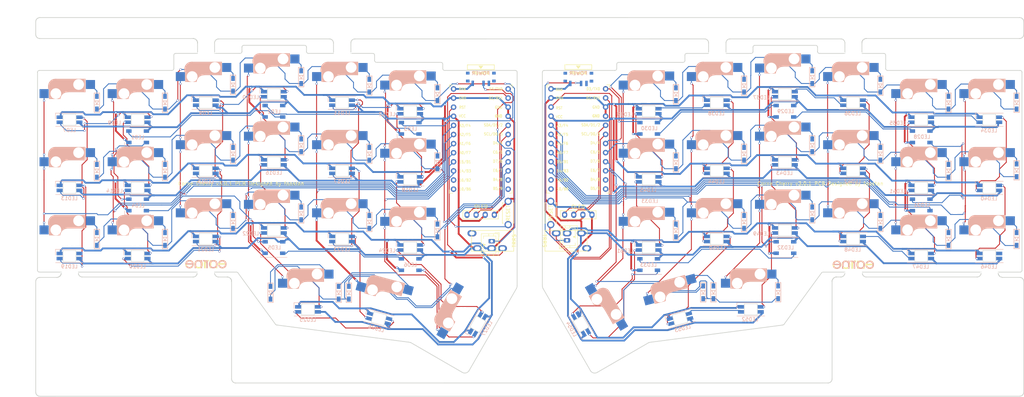
<source format=kicad_pcb>
(kicad_pcb (version 20240108) (generator "pcbnew") (generator_version "8.0")
  (title_block (title "Corne Cherry") (date "2020-09-28") (rev "3.0.1") (company "foostan"))
  (layers (0 "F.Cu" signal) (31 "B.Cu" signal) (34 "B.Paste" user) (35 "F.Paste" user) (36 "B.SilkS" user "B.Silkscreen") (37 "F.SilkS" user "F.Silkscreen") (38 "B.Mask" user) (39 "F.Mask" user) (44 "Edge.Cuts" user))
  (net 0 "")
  (net 1 "row0")
  (net 2 "Net-(D1-Pad2)")
  (net 3 "row1")
  (net 4 "Net-(D2-Pad2)")
  (net 5 "row2")
  (net 6 "Net-(D3-Pad2)")
  (net 7 "row3")
  (net 8 "Net-(D4-Pad2)")
  (net 9 "Net-(D5-Pad2)")
  (net 10 "Net-(D6-Pad2)")
  (net 11 "Net-(D7-Pad2)")
  (net 12 "Net-(D8-Pad2)")
  (net 13 "Net-(D9-Pad2)")
  (net 14 "Net-(D10-Pad2)")
  (net 15 "Net-(D11-Pad2)")
  (net 16 "Net-(D12-Pad2)")
  (net 17 "Net-(D13-Pad2)")
  (net 18 "Net-(D14-Pad2)")
  (net 19 "Net-(D15-Pad2)")
  (net 20 "Net-(D16-Pad2)")
  (net 21 "Net-(D17-Pad2)")
  (net 22 "Net-(D18-Pad2)")
  (net 23 "Net-(D19-Pad2)")
  (net 24 "Net-(D20-Pad2)")
  (net 25 "Net-(D21-Pad2)")
  (net 26 "GND")
  (net 27 "VCC")
  (net 28 "col0")
  (net 29 "col1")
  (net 30 "col2")
  (net 31 "col3")
  (net 32 "col4")
  (net 33 "col5")
  (net 34 "LED")
  (net 35 "data")
  (net 36 "reset")
  (net 37 "SCL")
  (net 38 "SDA")
  (net 39 "Net-(U1-Pad14)")
  (net 40 "Net-(U1-Pad13)")
  (net 41 "Net-(U1-Pad12)")
  (net 42 "Net-(U1-Pad11)")
  (net 43 "Net-(D22-Pad2)")
  (net 44 "row0_r")
  (net 45 "Net-(D23-Pad2)")
  (net 46 "Net-(D24-Pad2)")
  (net 47 "Net-(D25-Pad2)")
  (net 48 "Net-(D26-Pad2)")
  (net 49 "Net-(D27-Pad2)")
  (net 50 "row1_r")
  (net 51 "Net-(D28-Pad2)")
  (net 52 "Net-(D29-Pad2)")
  (net 53 "Net-(D30-Pad2)")
  (net 54 "Net-(D31-Pad2)")
  (net 55 "Net-(D32-Pad2)")
  (net 56 "Net-(D33-Pad2)")
  (net 57 "row2_r")
  (net 58 "Net-(D34-Pad2)")
  (net 59 "Net-(D35-Pad2)")
  (net 60 "Net-(D36-Pad2)")
  (net 61 "Net-(D37-Pad2)")
  (net 62 "Net-(D38-Pad2)")
  (net 63 "Net-(D39-Pad2)")
  (net 64 "Net-(D40-Pad2)")
  (net 65 "row3_r")
  (net 66 "Net-(D41-Pad2)")
  (net 67 "Net-(D42-Pad2)")
  (net 68 "data_r")
  (net 69 "SDA_r")
  (net 70 "SCL_r")
  (net 71 "LED_r")
  (net 72 "reset_r")
  (net 73 "col0_r")
  (net 74 "col1_r")
  (net 75 "col2_r")
  (net 76 "col3_r")
  (net 77 "col4_r")
  (net 78 "col5_r")
  (net 79 "VDD")
  (net 80 "GNDA")
  (net 81 "Net-(LED1-Pad2)")
  (net 82 "Net-(LED1-Pad4)")
  (net 83 "Net-(LED2-Pad4)")
  (net 84 "Net-(LED10-Pad2)")
  (net 85 "Net-(LED11-Pad4)")
  (net 86 "Net-(LED13-Pad4)")
  (net 87 "Net-(LED14-Pad2)")
  (net 88 "Net-(LED15-Pad4)")
  (net 89 "Net-(LED10-Pad4)")
  (net 90 "Net-(LED11-Pad2)")
  (net 91 "Net-(LED12-Pad4)")
  (net 92 "Net-(LED13-Pad2)")
  (net 93 "Net-(LED14-Pad4)")
  (net 94 "Net-(LED16-Pad4)")
  (net 95 "Net-(LED17-Pad2)")
  (net 96 "Net-(LED18-Pad4)")
  (net 97 "Net-(LED22-Pad4)")
  (net 98 "Net-(LED24-Pad4)")
  (net 99 "Net-(LED25-Pad4)")
  (net 100 "Net-(LED27-Pad4)")
  (net 101 "Net-(LED28-Pad2)")
  (net 102 "Net-(LED29-Pad4)")
  (net 103 "Net-(LED32-Pad2)")
  (net 104 "Net-(LED34-Pad2)")
  (net 105 "Net-(LED35-Pad4)")
  (net 106 "Net-(LED37-Pad4)")
  (net 107 "Net-(LED38-Pad2)")
  (net 108 "Net-(LED39-Pad4)")
  (net 109 "Net-(LED4-Pad2)")
  (net 110 "Net-(LED5-Pad2)")
  (net 111 "Net-(LED7-Pad4)")
  (net 112 "Net-(LED15-Pad2)")
  (net 113 "Net-(LED20-Pad4)")
  (net 114 "Net-(LED23-Pad2)")
  (net 115 "Net-(LED28-Pad4)")
  (net 116 "Net-(LED31-Pad2)")
  (net 117 "Net-(LED33-Pad2)")
  (net 118 "Net-(LED40-Pad2)")
  (net 119 "Net-(LED41-Pad4)")
  (net 120 "Net-(LED42-Pad2)")
  (net 121 "Net-(LED43-Pad4)")
  (net 122 "Net-(LED44-Pad2)")
  (net 123 "Net-(LED45-Pad4)")
  (net 124 "Net-(LED47-Pad4)")
  (net 125 "Net-(LED49-Pad4)")
  (net 126 "Net-(LED50-Pad2)")
  (net 127 "Net-(LED51-Pad4)")
  (net 128 "Net-(LED52-Pad4)")
  (net 129 "Net-(LED34-Pad4)")
  (net 130 "Net-(LED36-Pad4)")
  (net 131 "Net-(LED36-Pad2)")
  (net 132 "Net-(LED38-Pad4)")
  (net 133 "Net-(U2-Pad11)")
  (net 134 "Net-(U2-Pad12)")
  (net 135 "Net-(U2-Pad13)")
  (net 136 "Net-(U2-Pad14)")
  (net 137 "Net-(J1-PadA)")
  (net 138 "Net-(J3-PadA)")
  (net 139 "Net-(LED19-Pad2)")
  (net 140 "Net-(LED46-Pad2)")
  (net 141 "RAW")
  (net 142 "Net-(J5-Pad1)")
  (net 143 "RAW_r")
  (net 144 "Net-(J6-Pad1)")
  (footprint "kbd:MJ-4PP-9_1side" (layer "F.Cu") (at 144.1345 74.292 -90)
    (property "Reference" "J1")
    (property "Value" "MJ-4PP-9" (hide yes))
  )
  (footprint "kbd:OLED_1side" (layer "F.Cu") (at 130.9485 67.028)
    (property "Reference" "J2")
    (property "Value" "OLED" (hide yes))
  )
  (footprint "kbd:ResetSW_1side" (layer "F.Cu") (at 142.4245 66.531 -90)
    (property "Reference" "RSW1" (hide yes))
    (property "Value" "SW_PUSH")
  )
  (footprint "kbd:CherryMX_Hotswap" (layer "F.Cu") (at 39.1075 35.78)
    (property "Reference" "SW2" (hide yes))
    (property "Value" "SW_PUSH" (hide yes))
  )
  (footprint "kbd:CherryMX_Hotswap" (layer "F.Cu") (at 58.1075 31.03)
    (property "Reference" "SW3" (hide yes))
    (property "Value" "SW_PUSH" (hide yes))
  )
  (footprint "kbd:CherryMX_Hotswap" (layer "F.Cu") (at 77.1075 28.655)
    (property "Reference" "SW4" (hide yes))
    (property "Value" "SW_PUSH" (hide yes))
  )
  (footprint "kbd:CherryMX_Hotswap" (layer "F.Cu") (at 96.1075 31.03)
    (property "Reference" "SW5" (hide yes))
    (property "Value" "SW_PUSH" (hide yes))
  )
  (footprint "kbd:CherryMX_Hotswap" (layer "F.Cu") (at 20.1075 54.78)
    (property "Reference" "SW7" (hide yes))
    (property "Value" "SW_PUSH" (hide yes))
  )
  (footprint "kbd:CherryMX_Hotswap" (layer "F.Cu") (at 39.1075 54.78)
    (property "Reference" "SW8" (hide yes))
    (property "Value" "SW_PUSH" (hide yes))
  )
  (footprint "kbd:CherryMX_Hotswap" (layer "F.Cu") (at 58.1075 50.03)
    (property "Reference" "SW9" (hide yes))
    (property "Value" "SW_PUSH" (hide yes))
  )
  (footprint "kbd:CherryMX_Hotswap" (layer "F.Cu") (at 77.1075 47.655)
    (property "Reference" "SW10" (hide yes))
    (property "Value" "SW_PUSH" (hide yes))
  )
  (footprint "kbd:CherryMX_Hotswap" (layer "F.Cu") (at 96.1075 50.03)
    (property "Reference" "SW11" (hide yes))
    (property "Value" "SW_PUSH" (hide yes))
  )
  (footprint "kbd:CherryMX_Hotswap" (layer "F.Cu") (at 115.1075 52.405)
    (property "Reference" "SW12" (hide yes))
    (property "Value" "SW_PUSH" (hide yes))
  )
  (footprint "kbd:CherryMX_Hotswap" (layer "F.Cu") (at 20.1075 73.78)
    (property "Reference" "SW13" (hide yes))
    (property "Value" "SW_PUSH" (hide yes))
  )
  (footprint "kbd:CherryMX_Hotswap" (layer "F.Cu") (at 39.1075 73.78)
    (property "Reference" "SW14" (hide yes))
    (property "Value" "SW_PUSH" (hide yes))
  )
  (footprint "kbd:CherryMX_Hotswap" (layer "F.Cu") (at 58.1075 69.03)
    (property "Reference" "SW15" (hide yes))
    (property "Value" "SW_PUSH" (hide yes))
  )
  (footprint "kbd:CherryMX_Hotswap" (layer "F.Cu") (at 77.1075 66.655)
    (property "Reference" "SW16" (hide yes))
    (property "Value" "SW_PUSH" (hide yes))
  )
  (footprint "kbd:CherryMX_Hotswap" (layer "F.Cu") (at 96.1075 69.03)
    (property "Reference" "SW17" (hide yes))
    (property "Value" "SW_PUSH" (hide yes))
  )
  (footprint "kbd:CherryMX_Hotswap" (layer "F.Cu") (at 115.1075 71.405)
    (property "Reference" "SW18" (hide yes))
    (property "Value" "SW_PUSH" (hide yes))
  )
  (footprint "kbd:CherryMX_Hotswap" (layer "F.Cu") (at 86.6075 88.655)
    (property "Reference" "SW19" (hide yes))
    (property "Value" "SW_PUSH" (hide yes))
  )
  (footprint "kbd:CherryMX_Hotswap" (layer "F.Cu") (at 107.6075 91.405 -15)
    (property "Reference" "SW20" (hide yes))
    (property "Value" "SW_PUSH" (hide yes))
  )
  (footprint "kbd:CherryMX_Hotswap_1.5u" (layer "F.Cu") (at 129.8575 95.155 60)
    (property "Reference" "SW21" (hide yes))
    (property "Value" "SW_PUSH" (hide yes))
  )
  (footprint "kbd:CherryMX_Hotswap_1.5u" (layer "F.Cu") (at 166.8645 95.15 -60)
    (property "Reference" "SW42" (hide yes))
    (property "Value" "SW_PUSH" (hide yes))
  )
  (footprint "kbd:MJ-4PP-9_1side" (layer "F.Cu") (at 152.5375 74.27 90)
    (property "Reference" "J3")
    (property "Value" "MJ-4PP-9" (hide yes))
  )
  (footprint "kbd:OLED_1side" (layer "F.Cu") (at 158.1775 67.02)
    (property "Reference" "J4")
    (property "Value" "OLED" (hide yes))
  )
  (footprint "kbd:ResetSW_1side" (layer "F.Cu") (at 154.3045 66.522 -90)
    (property "Reference" "RSW2" (hide yes))
    (property "Value" "SW_PUSH")
  )
  (footprint "kbd:CherryMX_Hotswap" (layer "F.Cu") (at 219.6145 66.65)
    (property "Reference" "SW37" (hide yes))
    (property "Value" "SW_PUSH" (hide yes))
  )
  (footprint "kbd:CherryMX_Hotswap" (layer "F.Cu") (at 200.6145 69.025)
    (property "Reference" "SW38" (hide yes))
    (property "Value" "SW_PUSH" (hide yes))
  )
  (footprint "kbd:CherryMX_Hotswap" (layer "F.Cu") (at 181.6145 71.4)
    (property "Reference" "SW39" (hide yes))
    (property "Value" "SW_PUSH" (hide yes))
  )
  (footprint "kbd:CherryMX_Hotswap" (layer "F.Cu") (at 210.1145 88.65)
    (property "Reference" "SW40" (hide yes))
    (property "Value" "SW_PUSH" (hide yes))
  )
  (footprint "kbd:CherryMX_Hotswap" (layer "F.Cu") (at 189.1145 91.4 15)
    (property "Reference" "SW41" (hide yes))
    (property "Value" "SW_PUSH" (hide yes))
  )
  (footprint "kbd:CherryMX_Hotswap" (layer "F.Cu") (at 219.6145 28.65)
    (property "Reference" "SW25" (hide yes))
    (property "Value" "SW_PUSH" (hide yes))
  )
  (footprint "kbd:CherryMX_Hotswap" (layer "F.Cu") (at 200.6145 31.025)
    (property "Reference" "SW26" (hide yes))
    (property "Value" "SW_PUSH" (hide yes))
  )
  (footprint "kbd:CherryMX_Hotswap" (layer "F.Cu") (at 276.6145 54.775)
    (property "Reference" "SW28" (hide yes))
    (property "Value" "SW_PUSH" (hide yes))
  )
  (footprint "kbd:CherryMX_Hotswap" (layer "F.Cu") (at 238.6145 31.025)
    (property "Reference" "SW24" (hide yes))
    (property "Value" "SW_PUSH" (hide yes))
  )
  (footprint "kbd:CherryMX_Hotswap" (layer "F.Cu") (at 257.6145 54.775)
    (property "Reference" "SW29" (hide yes))
    (property "Value" "SW_PUSH" (hide yes))
  )
  (footprint "kbd:CherryMX_Hotswap" (layer "F.Cu") (at 257.6145 73.775)
    (property "Reference" "SW35" (hide yes))
    (property "Value" "SW_PUSH" (hide yes))
  )
  (footprint "kbd:CherryMX_Hotswap" (layer "F.Cu") (at 238.6145 69.025)
    (property "Reference" "SW36" (hide yes))
    (property "Value" "SW_PUSH" (hide yes))
  )
  (footprint "kbd:CherryMX_Hotswap" (layer "F.Cu") (at 276.6145 35.775)
    (property "Reference" "SW22" (hide yes))
    (property "Value" "SW_PUSH" (hide yes))
  )
  (footprint "kbd:CherryMX_Hotswap" (layer "F.Cu") (at 257.6145 35.775)
    (property "Reference" "SW23" (hide yes))
    (property "Value" "SW_PUSH" (hide yes))
  )
  (footprint "kbd:CherryMX_Hotswap" (layer "F.Cu") (at 238.6145 50.025)
    (property "Reference" "SW30" (hide yes))
    (property "Value" "SW_PUSH" (hide yes))
  )
  (footprint "kbd:CherryMX_Hotswap" (layer "F.Cu") (at 219.6145 47.65)
    (property "Reference" "SW31" (hide yes))
    (property "Value" "SW_PUSH" (hide yes))
  )
  (footprint "kbd:CherryMX_Hotswap" (layer "F.Cu") (at 200.6145 50.025)
    (property "Reference" "SW32" (hide yes))
    (property "Value" "SW_PUSH" (hide yes))
  )
  (footprint "kbd:CherryMX_Hotswap" (layer "F.Cu") (at 181.6145 52.4)
    (property "Reference" "SW33" (hide yes))
    (property "Value" "SW_PUSH" (hide yes))
  )
  (footprint "kbd:CherryMX_Hotswap" (layer "F.Cu") (at 276.6145 73.775)
    (property "Reference" "SW34" (hide yes))
    (property "Value" "SW_PUSH" (hide yes))
  )
  (footprint "kbd:CherryMX_Hotswap" (layer "F.Cu") (at 20.1075 35.78)
    (property "Reference" "SW1" (hide yes))
    (property "Value" "SW_PUSH" (hide yes))
  )
  (footprint "kbd:M2_HOLE_v2" (layer "F.Cu") (at 105.5755 41.7655)
    (property "Reference" "Ref**" (hide yes))
    (property "Value" "Val**" (hide yes))
  )
  (footprint "kbd:M2_HOLE_v2" (layer "F.Cu") (at 72.7645 81.5205)
    (property "Reference" "Ref**" (hide yes))
    (property "Value" "Val**" (hide yes))
  )
  (footprint "kbd:M2_HOLE_v2" (layer "F.Cu") (at 119.3305 89.135)
    (property "Reference" "Ref**" (hide yes))
    (property "Value" "Val**" (hide yes))
  )
  (footprint "kbd:M2_HOLE_v2" (layer "F.Cu") (at 127.8695 74.254)
    (property "Reference" "Ref**" (hide yes))
    (property "Value" "Val**" (hide yes))
  )
  (footprint "kbd:M2_HOLE_v2" (layer "F.Cu") (at 142.3015 82.775)
    (property "Reference" "Ref**" (hide yes))
    (property "Value" "Val**" (hide yes))
  )
  (footprint "kbd:M2_HOLE_v2" (layer "F.Cu") (at 177.3895 89.145 180)
    (property "Reference" "Ref**" (hide yes))
    (property "Value" "Val**" (hide yes))
  )
  (footprint "kbd:M2_HOLE_v2" (layer "F.Cu") (at 223.9555 81.5305 180)
    (property "Reference" "Ref**" (hide yes))
    (property "Value" "Val**" (hide yes))
  )
  (footprint "kbd:M2_HOLE_v2" (layer "F.Cu") (at 267.0995 45.2655 180)
    (property "Reference" "Ref**" (hide yes))
    (property "Value" "Val**" (hide yes))
  )
  (footprint "kbd:M2_HOLE_v2" (layer "F.Cu") (at 191.1445 41.7755 180)
    (property "Reference" "Ref**" (hide yes))
    (property "Value" "Val**" (hide yes))
  )
  (footprint "kbd:CherryMX_Hotswap" (layer "F.Cu") (at 115.1075 33.405)
    (property "Reference" "SW6" (hide yes))
    (property "Value" "SW_PUSH" (hide yes))
  )
  (footprint "kbd:CherryMX_Hotswap" (layer "F.Cu") (at 181.6075 33.405)
    (property "Reference" "SW27" (hide yes))
    (property "Value" "SW_PUSH" (hide yes))
  )
  (footprint "kbd:M2_HOLE_v2" (layer "F.Cu") (at 27.5195 54.1395)
    (property "Reference" "Ref**" (hide yes))
    (property "Value" "Val**" (hide yes))
  )
  (footprint "kbd:ProMicro_v3" (layer "F.Cu") (at 134.8125 46.42)
    (property "Reference" "U1" (hide yes))
    (property "Value" "ProMicro" (hide yes))
  )
  (footprint "kbd:ProMicro_v3" (layer "F.Cu") (at 161.9875 46.39)
    (property "Reference" "U2" (hide yes))
    (property "Value" "ProMicro" (hide yes))
  )
  (footprint "kbd:M2_HOLE_v2" (layer "F.Cu") (at 29.6075 45.28)
    (property "Reference" "Ref**" (hide yes))
    (property "Value" "Val**" (hide yes))
  )
  (footprint "kbd:Breakaway_Tabs" (layer "F.Cu") (at 58.23675 21.869)
    (property "Reference" "REF**")
    (property "Value" "Breakaway_Tabs")
  )
  (footprint "kbd:Breakaway_Tabs" (layer "F.Cu") (at 96.2075 21.873)
    (property "Reference" "REF**")
    (property "Value" "Breakaway_Tabs")
  )
  (footprint "kbd:Breakaway_Tabs" (layer "F.Cu") (at 20.1625 83.176)
    (property "Reference" "REF**")
    (property "Value" "Breakaway_Tabs")
  )
  (footprint "kbd:Breakaway_Tabs" (layer "F.Cu") (at 58.1235 83.178)
    (property "Reference" "REF**")
    (property "Value" "Breakaway_Tabs")
  )
  (footprint "kbd:corne-logo-horizontal" (layer "F.Cu") (at 58.2675 80.89)
    (property "Reference" "G***" (hide yes))
    (property "Value" "LOGO" (hide yes))
  )
  (footprint "kbd:corne-logo-horizontal" (layer "F.Cu") (at 238.7775 81.04)
    (property "Reference" "G***" (hide yes))
    (property "Value" "LOGO" (hide yes))
  )
  (footprint "Library:JST_PH_02_P2.00mm_Vertical" (layer "F.Cu") (at 137.8345 76.392 -90)
    (property "Reference" "REF**" (hide yes))
    (property "Value" "JST_PH_02_P2.00mm_Vertical" (hide yes))
  )
  (footprint "Library:JST_PH_02_P2.00mm_Vertical" (layer "F.Cu") (at 158.8375 72.17 90)
    (property "Reference" "REF**" (hide yes))
    (property "Value" "JST_PH_02_P2.00mm_Vertical" (hide yes))
  )
  (footprint "kbd:D3_SMD_v2" (layer "B.Cu") (at 27.7345 35.776875 90)
    (property "Reference" "D1" (hide yes))
    (property "Value" "D" (hide yes))
  )
  (footprint "kbd:D3_SMD_v2" (layer "B.Cu") (at 46.7345 35.78 90)
    (property "Reference" "D2" (hide yes))
    (property "Value" "D" (hide yes))
  )
  (footprint "kbd:D3_SMD_v2" (layer "B.Cu") (at 65.7075 30.78 90)
    (property "Reference" "D3" (hide yes))
    (property "Value" "D" (hide yes))
  )
  (footprint "kbd:D3_SMD_v2" (layer "B.Cu") (at 84.7075 28.655 90)
    (property "Reference" "D4" (hide yes))
    (property "Value" "D" (hide yes))
  )
  (footprint "kbd:D3_SMD_v2" (layer "B.Cu") (at 103.7075 31.03 90)
    (property "Reference" "D5" (hide yes))
    (property "Value" "D" (hide yes))
  )
  (footprint "kbd:D3_SMD_v2" (layer "B.Cu") (at 122.7075 33.405 90)
    (property "Reference" "D6" (hide yes))
    (property "Value" "D" (hide yes))
  )
  (footprint "kbd:D3_SMD_v2" (layer "B.Cu") (at 27.7345 54.776875 90)
    (property "Reference" "D7" (hide yes))
    (property "Value" "D" (hide yes))
  )
  (footprint "kbd:D3_SMD_v2" (layer "B.Cu") (at 46.7345 54.78 90)
    (property "Reference" "D8" (hide yes))
    (property "Value" "D" (hide yes))
  )
  (footprint "kbd:D3_SMD_v2" (layer "B.Cu") (at 65.7075 50.03 90)
    (property "Reference" "D9" (hide yes))
    (property "Value" "D" (hide yes))
  )
  (footprint "kbd:D3_SMD_v2" (layer "B.Cu") (at 84.7075 47.655 90)
    (property "Reference" "D10" (hide yes))
    (property "Value" "D" (hide yes))
  )
  (footprint "kbd:D3_SMD_v2" (layer "B.Cu") (at 103.7075 50.03 90)
    (property "Reference" "D11" (hide yes))
    (property "Value" "D" (hide yes))
  )
  (footprint "kbd:D3_SMD_v2" (layer "B.Cu") (at 122.7075 52.405 90)
    (property "Reference" "D12" (hide yes))
    (property "Value" "D" (hide yes))
  )
  (footprint "kbd:D3_SMD_v2" (layer "B.Cu") (at 27.7345 73.776875 90)
    (property "Reference" "D13" (hide yes))
    (property "Value" "D" (hide yes))
  )
  (footprint "kbd:D3_SMD_v2" (layer "B.Cu") (at 46.7345 73.78 90)
    (property "Reference" "D14" (hide yes))
    (property "Value" "D" (hide yes))
  )
  (footprint "kbd:D3_SMD_v2" (layer "B.Cu") (at 65.7075 69.03 90)
    (property "Reference" "D15" (hide yes))
    (property "Value" "D" (hide yes))
  )
  (footprint "kbd:D3_SMD_v2" (layer "B.Cu") (at 84.7075 66.655 90)
    (property "Reference" "D16" (hide yes))
    (property "Value" "D" (hide yes))
  )
  (footprint "kbd:D3_SMD_v2" (layer "B.Cu") (at 103.7075 69.03 90)
    (property "Reference" "D17" (hide yes))
    (property "Value" "D" (hide yes))
  )
  (footprint "kbd:D3_SMD_v2" (layer "B.Cu") (at 122.7075 71.405 90)
    (property "Reference" "D18" (hide yes))
    (property "Value" "D" (hide yes))
  )
  (footprint "kbd:D3_SMD_v2" (layer "B.Cu") (at 76.1575 88.77 90)
    (property "Reference" "D19" (hide yes))
    (property "Value" "D" (hide yes))
  )
  (footprint "kbd:D3_SMD_v2" (layer "B.Cu") (at 95.1645 88.765 90)
    (property "Reference" "D20" (hide yes))
    (property "Value" "D" (hide yes))
  )
  (footprint "kbd:D3_SMD_v2" (layer "B.Cu") (at 98.0075 88.765 90)
    (property "Reference" "D21" (hide yes))
    (property "Value" "D" (hide yes))
  )
  (footprint "kbd:YS-SK6812MINI-E" (layer "B.Cu") (at 20.1075 40.53)
    (property "Reference" "LED7")
    (property "Value" "YS-SK6812MINI-E")
    (fp_line (start -1.8 -1.55) (end 1.8 -1.55) (stroke (width 0.12)) (layer "Edge.Cuts"))
    (fp_line (start -1.8 1.55) (end -1.8 -1.55) (stroke (width 0.12)) (layer "Edge.Cuts"))
    (fp_line (start 1.8 -1.55) (end 1.8 1.55) (stroke (width 0.12)) (layer "Edge.Cuts"))
    (fp_line (start 1.8 1.55) (end -1.8 1.55) (stroke (width 0.12)) (layer "Edge.Cuts"))
  )
  (footprint "kbd:YS-SK6812MINI-E" (layer "B.Cu") (at 39.1075 40.53)
    (property "Reference" "LED8")
    (property "Value" "YS-SK6812MINI-E")
    (fp_line (start -1.8 -1.55) (end 1.8 -1.55) (stroke (width 0.12)) (layer "Edge.Cuts"))
    (fp_line (start -1.8 1.55) (end -1.8 -1.55) (stroke (width 0.12)) (layer "Edge.Cuts"))
    (fp_line (start 1.8 -1.55) (end 1.8 1.55) (stroke (width 0.12)) (layer "Edge.Cuts"))
    (fp_line (start 1.8 1.55) (end -1.8 1.55) (stroke (width 0.12)) (layer "Edge.Cuts"))
  )
  (footprint "kbd:YS-SK6812MINI-E" (layer "B.Cu") (at 58.1075 35.78)
    (property "Reference" "LED9")
    (property "Value" "YS-SK6812MINI-E")
    (fp_line (start -1.8 -1.55) (end 1.8 -1.55) (stroke (width 0.12)) (layer "Edge.Cuts"))
    (fp_line (start -1.8 1.55) (end -1.8 -1.55) (stroke (width 0.12)) (layer "Edge.Cuts"))
    (fp_line (start 1.8 -1.55) (end 1.8 1.55) (stroke (width 0.12)) (layer "Edge.Cuts"))
    (fp_line (start 1.8 1.55) (end -1.8 1.55) (stroke (width 0.12)) (layer "Edge.Cuts"))
  )
  (footprint "kbd:YS-SK6812MINI-E" (layer "B.Cu") (at 77.1075 33.405)
    (property "Reference" "LED10")
    (property "Value" "YS-SK6812MINI-E")
    (fp_line (start -1.8 -1.55) (end 1.8 -1.55) (stroke (width 0.12)) (layer "Edge.Cuts"))
    (fp_line (start -1.8 1.55) (end -1.8 -1.55) (stroke (width 0.12)) (layer "Edge.Cuts"))
    (fp_line (start 1.8 -1.55) (end 1.8 1.55) (stroke (width 0.12)) (layer "Edge.Cuts"))
    (fp_line (start 1.8 1.55) (end -1.8 1.55) (stroke (width 0.12)) (layer "Edge.Cuts"))
  )
  (footprint "kbd:YS-SK6812MINI-E" (layer "B.Cu") (at 96.1075 35.78)
    (property "Reference" "LED11")
    (property "Value" "YS-SK6812MINI-E")
    (fp_line (start -1.8 -1.55) (end 1.8 -1.55) (stroke (width 0.12)) (layer "Edge.Cuts"))
    (fp_line (start -1.8 1.55) (end -1.8 -1.55) (stroke (width 0.12)) (layer "Edge.Cuts"))
    (fp_line (start 1.8 -1.55) (end 1.8 1.55) (stroke (width 0.12)) (layer "Edge.Cuts"))
    (fp_line (start 1.8 1.55) (end -1.8 1.55) (stroke (width 0.12)) (layer "Edge.Cuts"))
  )
  (footprint "kbd:YS-SK6812MINI-E" (layer "B.Cu") (at 115.1075 38.155)
    (property "Reference" "LED12")
    (property "Value" "YS-SK6812MINI-E")
    (fp_line (start -1.8 -1.55) (end 1.8 -1.55) (stroke (width 0.12)) (layer "Edge.Cuts"))
    (fp_line (start -1.8 1.55) (end -1.8 -1.55) (stroke (width 0.12)) (layer "Edge.Cuts"))
    (fp_line (start 1.8 -1.55) (end 1.8 1.55) (stroke (width 0.12)) (layer "Edge.Cuts"))
    (fp_line (start 1.8 1.55) (end -1.8 1.55) (stroke (width 0.12)) (layer "Edge.Cuts"))
  )
  (footprint "kbd:YS-SK6812MINI-E" (layer "B.Cu") (at 20.1075 59.53)
    (property "Reference" "LED13")
    (property "Value" "YS-SK6812MINI-E")
    (fp_line (start -1.8 -1.55) (end 1.8 -1.55) (stroke (width 0.12)) (layer "Edge.Cuts"))
    (fp_line (start -1.8 1.55) (end -1.8 -1.55) (stroke (width 0.12)) (layer "Edge.Cuts"))
    (fp_line (start 1.8 -1.55) (end 1.8 1.55) (stroke (width 0.12)) (layer "Edge.Cuts"))
    (fp_line (start 1.8 1.55) (end -1.8 1.55) (stroke (width 0.12)) (layer "Edge.Cuts"))
  )
  (footprint "kbd:YS-SK6812MINI-E" (layer "B.Cu") (at 39.1075 59.53)
    (property "Reference" "LED14")
    (property "Value" "YS-SK6812MINI-E")
    (fp_line (start -1.8 -1.55) (end 1.8 -1.55) (stroke (width 0.12)) (layer "Edge.Cuts"))
    (fp_line (start -1.8 1.55) (end -1.8 -1.55) (stroke (width 0.12)) (layer "Edge.Cuts"))
    (fp_line (start 1.8 -1.55) (end 1.8 1.55) (stroke (width 0.12)) (layer "Edge.Cuts"))
    (fp_line (start 1.8 1.55) (end -1.8 1.55) (stroke (width 0.12)) (layer "Edge.Cuts"))
  )
  (footprint "kbd:YS-SK6812MINI-E" (layer "B.Cu") (at 58.1075 54.78)
    (property "Reference" "LED15")
    (property "Value" "YS-SK6812MINI-E")
    (fp_line (start -1.8 -1.55) (end 1.8 -1.55) (stroke (width 0.12)) (layer "Edge.Cuts"))
    (fp_line (start -1.8 1.55) (end -1.8 -1.55) (stroke (width 0.12)) (layer "Edge.Cuts"))
    (fp_line (start 1.8 -1.55) (end 1.8 1.55) (stroke (width 0.12)) (layer "Edge.Cuts"))
    (fp_line (start 1.8 1.55) (end -1.8 1.55) (stroke (width 0.12)) (layer "Edge.Cuts"))
  )
  (footprint "kbd:YS-SK6812MINI-E" (layer "B.Cu") (at 77.1075 52.405)
    (property "Reference" "LED16")
    (property "Value" "YS-SK6812MINI-E")
    (fp_line (start -1.8 -1.55) (end 1.8 -1.55) (stroke (width 0.12)) (layer "Edge.Cuts"))
    (fp_line (start -1.8 1.55) (end -1.8 -1.55) (stroke (width 0.12)) (layer "Edge.Cuts"))
    (fp_line (start 1.8 -1.55) (end 1.8 1.55) (stroke (width 0.12)) (layer "Edge.Cuts"))
    (fp_line (start 1.8 1.55) (end -1.8 1.55) (stroke (width 0.12)) (layer "Edge.Cuts"))
  )
  (footprint "kbd:YS-SK6812MINI-E" (layer "B.Cu") (at 96.1075 54.78)
    (property "Reference" "LED17")
    (property "Value" "YS-SK6812MINI-E")
    (fp_line (start -1.8 -1.55) (end 1.8 -1.55) (stroke (width 0.12)) (layer "Edge.Cuts"))
    (fp_line (start -1.8 1.55) (end -1.8 -1.55) (stroke (width 0.12)) (layer "Edge.Cuts"))
    (fp_line (start 1.8 -1.55) (end 1.8 1.55) (stroke (width 0.12)) (layer "Edge.Cuts"))
    (fp_line (start 1.8 1.55) (end -1.8 1.55) (stroke (width 0.12)) (layer "Edge.Cuts"))
  )
  (footprint "kbd:YS-SK6812MINI-E" (layer "B.Cu") (at 115.1075 57.155)
    (property "Reference" "LED18")
    (property "Value" "YS-SK6812MINI-E")
    (fp_line (start -1.8 -1.55) (end 1.8 -1.55) (stroke (width 0.12)) (layer "Edge.Cuts"))
    (fp_line (start -1.8 1.55) (end -1.8 -1.55) (stroke (width 0.12)) (layer "Edge.Cuts"))
    (fp_line (start 1.8 -1.55) (end 1.8 1.55) (stroke (width 0.12)) (layer "Edge.Cuts"))
    (fp_line (start 1.8 1.55) (end -1.8 1.55) (stroke (width 0.12)) (layer "Edge.Cuts"))
  )
  (footprint "kbd:YS-SK6812MINI-E" (layer "B.Cu") (at 20.1075 78.53)
    (property "Reference" "LED19")
    (property "Value" "YS-SK6812MINI-E")
    (fp_line (start -1.8 -1.55) (end 1.8 -1.55) (stroke (width 0.12)) (layer "Edge.Cuts"))
    (fp_line (start -1.8 1.55) (end -1.8 -1.55) (stroke (width 0.12)) (layer "Edge.Cuts"))
    (fp_line (start 1.8 -1.55) (end 1.8 1.55) (stroke (width 0.12)) (layer "Edge.Cuts"))
    (fp_line (start 1.8 1.55) (end -1.8 1.55) (stroke (width 0.12)) (layer "Edge.Cuts"))
  )
  (footprint "kbd:YS-SK6812MINI-E" (layer "B.Cu") (at 39.1075 78.53)
    (property "Reference" "LED20")
    (property "Value" "YS-SK6812MINI-E")
    (fp_line (start -1.8 -1.55) (end 1.8 -1.55) (stroke (width 0.12)) (layer "Edge.Cuts"))
    (fp_line (start -1.8 1.55) (end -1.8 -1.55) (stroke (width 0.12)) (layer "Edge.Cuts"))
    (fp_line (start 1.8 -1.55) (end 1.8 1.55) (stroke (width 0.12)) (layer "Edge.Cuts"))
    (fp_line (start 1.8 1.55) (end -1.8 1.55) (stroke (width 0.12)) (layer "Edge.Cuts"))
  )
  (footprint "kbd:YS-SK6812MINI-E" (layer "B.Cu") (at 58.1075 73.78)
    (property "Reference" "LED21")
    (property "Value" "YS-SK6812MINI-E")
    (fp_line (start -1.8 -1.55) (end 1.8 -1.55) (stroke (width 0.12)) (layer "Edge.Cuts"))
    (fp_line (start -1.8 1.55) (end -1.8 -1.55) (stroke (width 0.12)) (layer "Edge.Cuts"))
    (fp_line (start 1.8 -1.55) (end 1.8 1.55) (stroke (width 0.12)) (layer "Edge.Cuts"))
    (fp_line (start 1.8 1.55) (end -1.8 1.55) (stroke (width 0.12)) (layer "Edge.Cuts"))
  )
  (footprint "kbd:YS-SK6812MINI-E" (layer "B.Cu") (at 77.1075 71.405)
    (property "Reference" "LED22")
    (property "Value" "YS-SK6812MINI-E")
    (fp_line (start -1.8 -1.55) (end 1.8 -1.55) (stroke (width 0.12)) (layer "Edge.Cuts"))
    (fp_line (start -1.8 1.55) (end -1.8 -1.55) (stroke (width 0.12)) (layer "Edge.Cuts"))
    (fp_line (start 1.8 -1.55) (end 1.8 1.55) (stroke (width 0.12)) (layer "Edge.Cuts"))
    (fp_line (start 1.8 1.55) (end -1.8 1.55) (stroke (width 0.12)) (layer "Edge.Cuts"))
  )
  (footprint "kbd:YS-SK6812MINI-E" (layer "B.Cu") (at 115.1075 76.155)
    (property "Reference" "LED24")
    (property "Value" "YS-SK6812MINI-E")
    (fp_line (start -1.8 -1.55) (end 1.8 -1.55) (stroke (width 0.12)) (layer "Edge.Cuts"))
    (fp_line (start -1.8 1.55) (end -1.8 -1.55) (stroke (width 0.12)) (layer "Edge.Cuts"))
    (fp_line (start 1.8 -1.55) (end 1.8 1.55) (stroke (width 0.12)) (layer "Edge.Cuts"))
    (fp_line (start 1.8 1.55) (end -1.8 1.55) (stroke (width 0.12)) (layer "Edge.Cuts"))
  )
  (footprint "kbd:YS-SK6812MINI-E" (layer "B.Cu") (at 133.971121 97.53 60)
    (property "Reference" "LED27")
    (property "Value" "YS-SK6812MINI-E")
    (fp_line (start -1.8 -1.55) (end 1.8 -1.55) (stroke (width 0.12)) (layer "Edge.Cuts"))
    (fp_line (start 1.8 -1.55) (end 1.8 1.55) (stroke (width 0.12)) (layer "Edge.Cuts"))
    (fp_line (start -1.8 1.55) (end -1.8 -1.55) (stroke (width 0.12)) (layer "Edge.Cuts"))
    (fp_line (start 1.8 1.55) (end -1.8 1.55) (stroke (width 0.12)) (layer "Edge.Cuts"))
  )
  (footprint "LED_SMD:LED_WS2812B_PLCC4_5.0x5.0mm_P3.2mm" (layer "B.Cu") (at 39.1075 45.28 180)
    (property "Reference" "LED1")
    (property "Value" "WS2812B")
  )
  (footprint "LED_SMD:LED_WS2812B_PLCC4_5.0x5.0mm_P3.2mm" (layer "B.Cu") (at 77.1075 38.155 180)
    (property "Reference" "LED2")
    (property "Value" "WS2812B")
  )
  (footprint "LED_SMD:LED_WS2812B_PLCC4_5.0x5.0mm_P3.2mm" (layer "B.Cu") (at 115.1075 42.905 180)
    (property "Reference" "LED3")
    (property "Value" "WS2812B")
  )
  (footprint "LED_SMD:LED_WS2812B_PLCC4_5.0x5.0mm_P3.2mm" (layer "B.Cu") (at 77.1075 76.155 180)
    (property "Reference" "LED5")
    (property "Value" "WS2812B")
  )
  (footprint "LED_SMD:LED_WS2812B_PLCC4_5.0x5.0mm_P3.2mm" (layer "B.Cu") (at 115.1075 80.905 180)
    (property "Reference" "LED6")
    (property "Value" "WS2812B")
  )
  (footprint "LED_SMD:LED_WS2812B_PLCC4_5.0x5.0mm_P3.2mm" (layer "B.Cu") (at 257.6075 45.28 180)
    (property "Reference" "LED28")
    (property "Value" "WS2812B")
  )
  (footprint "LED_SMD:LED_WS2812B_PLCC4_5.0x5.0mm_P3.2mm" (layer "B.Cu") (at 219.6075 38.155 180)
    (property "Reference" "LED29")
    (property "Value" "WS2812B")
  )
  (footprint "LED_SMD:LED_WS2812B_PLCC4_5.0x5.0mm_P3.2mm" (layer "B.Cu") (at 181.6075 42.905 180)
    (property "Reference" "LED30")
    (property "Value" "WS2812B")
  )
  (footprint "LED_SMD:LED_WS2812B_PLCC4_5.0x5.0mm_P3.2mm" (layer "B.Cu") (at 257.6075 64.28 180)
    (property "Reference" "LED31")
    (property "Value" "WS2812B")
  )
  (footprint "LED_SMD:LED_WS2812B_PLCC4_5.0x5.0mm_P3.2mm" (layer "B.Cu") (at 219.6075 76.155 180)
    (property "Reference" "LED32")
    (property "Value" "WS2812B")
  )
  (footprint "LED_SMD:LED_WS2812B_PLCC4_5.0x5.0mm_P3.2mm" (layer "B.Cu") (at 181.6075 80.905 180)
    (property "Reference" "LED33")
    (property "Value" "WS2812B")
  )
  (footprint "kbd:YS-SK6812MINI-E" (layer "B.Cu") (at 219.6075 52.405)
    (property "Reference" "LED43")
    (property "Value" "YS-SK6812MINI-E")
    (fp_line (start -1.8 -1.55) (end 1.8 -1.55) (stroke (width 0.12)) (layer "Edge.Cuts"))
    (fp_line (start -1.8 1.55) (end -1.8 -1.55) (stroke (width 0.12)) (layer "Edge.Cuts"))
    (fp_line (start 1.8 -1.55) (end 1.8 1.55) (stroke (width 0.12)) (layer "Edge.Cuts"))
    (fp_line (start 1.8 1.55) (end -1.8 1.55) (stroke (width 0.12)) (layer "Edge.Cuts"))
  )
  (footprint "kbd:YS-SK6812MINI-E" (layer "B.Cu") (at 200.6075 54.78)
    (property "Reference" "LED44")
    (property "Value" "YS-SK6812MINI-E")
    (fp_line (start -1.8 -1.55) (end 1.8 -1.55) (stroke (width 0.12)) (layer "Edge.Cuts"))
    (fp_line (start -1.8 1.55) (end -1.8 -1.55) (stroke (width 0.12)) (layer "Edge.Cuts"))
    (fp_line (start 1.8 -1.55) (end 1.8 1.55) (stroke (width 0.12)) (layer "Edge.Cuts"))
    (fp_line (start 1.8 1.55) (end -1.8 1.55) (stroke (width 0.12)) (layer "Edge.Cuts"))
  )
  (footprint "kbd:YS-SK6812MINI-E" (layer "B.Cu") (at 181.6075 57.155)
    (property "Reference" "LED45")
    (property "Value" "YS-SK6812MINI-E")
    (fp_line (start -1.8 -1.55) (end 1.8 -1.55) (stroke (width 0.12)) (layer "Edge.Cuts"))
    (fp_line (start -1.8 1.55) (end -1.8 -1.55) (stroke (width 0.12)) (layer "Edge.Cuts"))
    (fp_line (start 1.8 -1.55) (end 1.8 1.55) (stroke (width 0.12)) (layer "Edge.Cuts"))
    (fp_line (start 1.8 1.55) (end -1.8 1.55) (stroke (width 0.12)) (layer "Edge.Cuts"))
  )
  (footprint "kbd:YS-SK6812MINI-E" (layer "B.Cu") (at 276.6075 78.53)
    (property "Reference" "LED46")
    (property "Value" "YS-SK6812MINI-E")
    (fp_line (start -1.8 -1.55) (end 1.8 -1.55) (stroke (width 0.12)) (layer "Edge.Cuts"))
    (fp_line (start -1.8 1.55) (end -1.8 -1.55) (stroke (width 0.12)) (layer "Edge.Cuts"))
    (fp_line (start 1.8 -1.55) (end 1.8 1.55) (stroke (width 0.12)) (layer "Edge.Cuts"))
    (fp_line (start 1.8 1.55) (end -1.8 1.55) (stroke (width 0.12)) (layer "Edge.Cuts"))
  )
  (footprint "kbd:YS-SK6812MINI-E" (layer "B.Cu") (at 257.6075 78.53)
    (property "Reference" "LED47")
    (property "Value" "YS-SK6812MINI-E")
    (fp_line (start -1.8 -1.55) (end 1.8 -1.55) (stroke (width 0.12)) (layer "Edge.Cuts"))
    (fp_line (start -1.8 1.55) (end -1.8 -1.55) (stroke (width 0.12)) (layer "Edge.Cuts"))
    (fp_line (start 1.8 -1.55) (end 1.8 1.55) (stroke (width 0.12)) (layer "Edge.Cuts"))
    (fp_line (start 1.8 1.55) (end -1.8 1.55) (stroke (width 0.12)) (layer "Edge.Cuts"))
  )
  (footprint "kbd:YS-SK6812MINI-E" (layer "B.Cu") (at 238.6075 73.78)
    (property "Reference" "LED48")
    (property "Value" "YS-SK6812MINI-E")
    (fp_line (start -1.8 -1.55) (end 1.8 -1.55) (stroke (width 0.12)) (layer "Edge.Cuts"))
    (fp_line (start -1.8 1.55) (end -1.8 -1.55) (stroke (width 0.12)) (layer "Edge.Cuts"))
    (fp_line (start 1.8 -1.55) (end 1.8 1.55) (stroke (width 0.12)) (layer "Edge.Cuts"))
    (fp_line (start 1.8 1.55) (end -1.8 1.55) (stroke (width 0.12)) (layer "Edge.Cuts"))
  )
  (footprint "kbd:YS-SK6812MINI-E" (layer "B.Cu") (at 219.6075 71.405)
    (property "Reference" "LED49")
    (property "Value" "YS-SK6812MINI-E")
    (fp_line (start -1.8 -1.55) (end 1.8 -1.55) (stroke (width 0.12)) (layer "Edge.Cuts"))
    (fp_line (start -1.8 1.55) (end -1.8 -1.55) (stroke (width 0.12)) (layer "Edge.Cuts"))
    (fp_line (start 1.8 -1.55) (end 1.8 1.55) (stroke (width 0.12)) (layer "Edge.Cuts"))
    (fp_line (start 1.8 1.55) (end -1.8 1.55) (stroke (width 0.12)) (layer "Edge.Cuts"))
  )
  (footprint "kbd:YS-SK6812MINI-E" (layer "B.Cu") (at 200.6075 73.78)
    (property "Reference" "LED50")
    (property "Value" "YS-SK6812MINI-E")
    (fp_line (start -1.8 -1.55) (end 1.8 -1.55) (stroke (width 0.12)) (layer "Edge.Cuts"))
    (fp_line (start -1.8 1.55) (end -1.8 -1.55) (stroke (width 0.12)) (layer "Edge.Cuts"))
    (fp_line (start 1.8 -1.55) (end 1.8 1.55) (stroke (width 0.12)) (layer "Edge.Cuts"))
    (fp_line (start 1.8 1.55) (end -1.8 1.55) (stroke (width 0.12)) (layer "Edge.Cuts"))
  )
  (footprint "kbd:YS-SK6812MINI-E" (layer "B.Cu") (at 181.6075 76.155)
    (property "Reference" "LED51")
    (property "Value" "YS-SK6812MINI-E")
    (fp_line (start -1.8 -1.55) (end 1.8 -1.55) (stroke (width 0.12)) (layer "Edge.Cuts"))
    (fp_line (start -1.8 1.55) (end -1.8 -1.55) (stroke (width 0.12)) (layer "Edge.Cuts"))
    (fp_line (start 1.8 -1.55) (end 1.8 1.55) (stroke (width 0.12)) (layer "Edge.Cuts"))
    (fp_line (start 1.8 1.55) (end -1.8 1.55) (stroke (width 0.12)) (layer "Edge.Cuts"))
  )
  (footprint "kbd:YS-SK6812MINI-E" (layer "B.Cu") (at 210.1075 93.405)
    (property "Reference" "LED52")
    (property "Value" "YS-SK6812MINI-E")
    (fp_line (start -1.8 -1.55) (end 1.8 -1.55) (stroke (width 0.12)) (layer "Edge.Cuts"))
    (fp_line (start -1.8 1.55) (end -1.8 -1.55) (stroke (width 0.12)) (layer "Edge.Cuts"))
    (fp_line (start 1.8 -1.55) (end 1.8 1.55) (stroke (width 0.12)) (layer "Edge.Cuts"))
    (fp_line (start 1.8 1.55) (end -1.8 1.55) (stroke (width 0.12)) (layer "Edge.Cuts"))
  )
  (footprint "kbd:YS-SK6812MINI-E" (layer "B.Cu") (at 190.34389 95.988148 15)
    (property "Reference" "LED53")
    (property "Value" "YS-SK6812MINI-E")
    (fp_line (start -1.8 -1.55) (end 1.8 -1.55) (stroke (width 0.12)) (layer "Edge.Cuts"))
    (fp_line (start -1.8 1.55) (end -1.8 -1.55) (stroke (width 0.12)) (layer "Edge.Cuts"))
    (fp_line (start 1.8 -1.55) (end 1.8 1.55) (stroke (width 0.12)) (layer "Edge.Cuts"))
    (fp_line (start 1.8 1.55) (end -1.8 1.55) (stroke (width 0.12)) (layer "Edge.Cuts"))
  )
  (footprint "kbd:D3_SMD_v2" (layer "B.Cu") (at 265.2145 35.775 90)
    (property "Reference" "D23" (hide yes))
    (property "Value" "D" (hide yes))
  )
  (footprint "kbd:D3_SMD_v2" (layer "B.Cu") (at 246.2145 31.025 90)
    (property "Reference" "D24" (hide yes))
    (property "Value" "D" (hide yes))
  )
  (footprint "kbd:D3_SMD_v2" (layer "B.Cu") (at 227.2145 28.65 90)
    (property "Reference" "D25" (hide yes))
    (property "Value" "D" (hide yes))
  )
  (footprint "kbd:D3_SMD_v2" (layer "B.Cu") (at 189.2075 33.405 90)
    (property "Reference" "D27" (hide yes))
    (property "Value" "D" (hide yes))
  )
  (footprint "kbd:D3_SMD_v2" (layer "B.Cu") (at 284.2145 54.625 90)
    (property "Reference" "D28" (hide yes))
    (property "Value" "D" (hide yes))
  )
  (footprint "kbd:D3_SMD_v2" (layer "B.Cu") (at 265.2145 54.775 90)
    (property "Reference" "D29" (hide yes))
    (property "Value" "D" (hide yes))
  )
  (footprint "kbd:D3_SMD_v2" (layer "B.Cu") (at 246.2145 50.025 90)
    (property "Reference" "D30" (hide yes))
    (property "Value" "D" (hide yes))
  )
  (footprint "kbd:D3_SMD_v2" (layer "B.Cu") (at 227.2145 47.65 90)
    (property "Reference" "D31" (hide yes))
    (property "Value" "D" (hide yes))
  )
  (footprint "kbd:D3_SMD_v2" (layer "B.Cu") (at 208.2145 50.025 90)
    (property "Reference" "D32" (hide yes))
    (property "Value" "D" (hide yes))
  )
  (footprint "kbd:D3_SMD_v2" (layer "B.Cu") (at 189.2075 52.405 90)
    (property "Reference" "D33" (hide yes))
    (property "Value" "D" (hide yes))
  )
  (footprint "kbd:D3_SMD_v2" (layer "B.Cu") (at 284.2145 73.775 90)
    (property "Reference" "D34" (hide yes))
    (property "Value" "D" (hide yes))
  )
  (footprint "kbd:D3_SMD_v2" (layer "B.Cu") (at 265.2145 73.775 90)
    (property "Reference" "D35" (hide yes))
    (property "Value" "D" (hide yes))
  )
  (footprint "kbd:D3_SMD_v2" (layer "B.Cu") (at 246.2145 69.025 90)
    (property "Reference" "D36" (hide yes))
    (property "Value" "D" (hide yes))
  )
  (footprint "kbd:D3_SMD_v2" (layer "B.Cu") (at 227.2145 66.65 90)
    (property "Reference" "D37" (hide yes))
    (property "Value" "D" (hide yes))
  )
  (footprint "kbd:D3_SMD_v2" (layer "B.Cu") (at 208.2145 69.025 90)
    (property "Reference" "D38" (hide yes))
    (property "Value" "D" (hide yes))
  )
  (footprint "kbd:D3_SMD_v2" (layer "B.Cu") (at 189.2075 71.405 90)
    (property "Reference" "D39" (hide yes))
    (property "Value" "D" (hide yes))
  )
  (footprint "kbd:D3_SMD_v2" (layer "B.Cu") (at 217.7145 88.635 90)
    (property "Reference" "D40" (hide yes))
    (property "Value" "D" (hide yes))
  )
  (footprint "kbd:D3_SMD_v2" (layer "B.Cu") (at 199.6645 88.65 90)
    (property "Reference" "D41" (hide yes))
    (property "Value" "D" (hide yes))
  )
  (footprint "kbd:D3_SMD_v2" (layer "B.Cu") (at 196.8145 88.65 90)
    (property "Reference" "D42" (hide yes))
    (property "Value" "D" (hide yes))
  )
  (footprint "kbd:D3_SMD_v2" (layer "B.Cu") (at 284.2145 35.775 90)
    (property "Reference" "D22" (hide yes))
    (property "Value" "D" (hide yes))
  )
  (footprint "kbd:D3_SMD_v2" (layer "B.Cu") (at 208.2145 31.025 90)
    (property "Reference" "D26" (hide yes))
    (property "Value" "D" (hide yes))
  )
  (footprint "kbd:YS-SK6812MINI-E" (layer "B.Cu") (at 86.6075 93.405)
    (property "Reference" "LED25")
    (property "Value" "YS-SK6812MINI-E")
    (fp_line (start -1.8 -1.55) (end 1.8 -1.55) (stroke (width 0.12)) (layer "Edge.Cuts"))
    (fp_line (start -1.8 1.55) (end -1.8 -1.55) (stroke (width 0.12)) (layer "Edge.Cuts"))
    (fp_line (start 1.8 -1.55) (end 1.8 1.55) (stroke (width 0.12)) (layer "Edge.Cuts"))
    (fp_line (start 1.8 1.55) (end -1.8 1.55) (stroke (width 0.12)) (layer "Edge.Cuts"))
  )
  (footprint "kbd:YS-SK6812MINI-E" (layer "B.Cu") (at 106.37811 95.993148 -15)
    (property "Reference" "LED26")
    (property "Value" "YS-SK6812MINI-E")
    (fp_line (start -1.8 1.55) (end -1.8 -1.55) (stroke (width 0.12)) (layer "Edge.Cuts"))
    (fp_line (start -1.8 -1.55) (end 1.8 -1.55) (stroke (width 0.12)) (layer "Edge.Cuts"))
    (fp_line (start 1.8 1.55) (end -1.8 1.55) (stroke (width 0.12)) (layer "Edge.Cuts"))
    (fp_line (start 1.8 -1.55) (end 1.8 1.55) (stroke (width 0.12)) (layer "Edge.Cuts"))
  )
  (footprint "LED_SMD:LED_WS2812B_PLCC4_5.0x5.0mm_P3.2mm" (layer "B.Cu") (at 39.1075 64.28 180)
    (property "Reference" "LED4")
    (property "Value" "WS2812B")
  )
  (footprint "kbd:YS-SK6812MINI-E" (layer "B.Cu") (at 96.1075 73.78)
    (property "Reference" "LED23")
    (property "Value" "YS-SK6812MINI-E")
    (fp_line (start -1.8 -1.55) (end 1.8 -1.55) (stroke (width 0.12)) (layer "Edge.Cuts"))
    (fp_line (start -1.8 1.55) (end -1.8 -1.55) (stroke (width 0.12)) (layer "Edge.Cuts"))
    (fp_line (start 1.8 -1.55) (end 1.8 1.55) (stroke (width 0.12)) (layer "Edge.Cuts"))
    (fp_line (start 1.8 1.55) (end -1.8 1.55) (stroke (width 0.12)) (layer "Edge.Cuts"))
  )
  (footprint "kbd:YS-SK6812MINI-E" (layer "B.Cu") (at 276.6075 40.53)
    (property "Reference" "LED34")
    (property "Value" "YS-SK6812MINI-E")
    (fp_line (start -1.8 -1.55) (end 1.8 -1.55) (stroke (width 0.12)) (layer "Edge.Cuts"))
    (fp_line (start -1.8 1.55) (end -1.8 -1.55) (stroke (width 0.12)) (layer "Edge.Cuts"))
    (fp_line (start 1.8 -1.55) (end 1.8 1.55) (stroke (width 0.12)) (layer "Edge.Cuts"))
    (fp_line (start 1.8 1.55) (end -1.8 1.55) (stroke (width 0.12)) (layer "Edge.Cuts"))
  )
  (footprint "kbd:YS-SK6812MINI-E" (layer "B.Cu") (at 257.6075 40.53)
    (property "Reference" "LED35")
    (property "Value" "YS-SK6812MINI-E")
    (fp_line (start -1.8 -1.55) (end 1.8 -1.55) (stroke (width 0.12)) (layer "Edge.Cuts"))
    (fp_line (start -1.8 1.55) (end -1.8 -1.55) (stroke (width 0.12)) (layer "Edge.Cuts"))
    (fp_line (start 1.8 -1.55) (end 1.8 1.55) (stroke (width 0.12)) (layer "Edge.Cuts"))
    (fp_line (start 1.8 1.55) (end -1.8 1.55) (stroke (width 0.12)) (layer "Edge.Cuts"))
  )
  (footprint "kbd:YS-SK6812MINI-E" (layer "B.Cu") (at 238.6075 35.78)
    (property "Reference" "LED36")
    (property "Value" "YS-SK6812MINI-E")
    (fp_line (start -1.8 -1.55) (end 1.8 -1.55) (stroke (width 0.12)) (layer "Edge.Cuts"))
    (fp_line (start -1.8 1.55) (end -1.8 -1.55) (stroke (width 0.12)) (layer "Edge.Cuts"))
    (fp_line (start 1.8 -1.55) (end 1.8 1.55) (stroke (width 0.12)) (layer "Edge.Cuts"))
    (fp_line (start 1.8 1.55) (end -1.8 1.55) (stroke (width 0.12)) (layer "Edge.Cuts"))
  )
  (footprint "kbd:YS-SK6812MINI-E" (layer "B.Cu") (at 219.6075 33.405)
    (property "Reference" "LED37")
    (property "Value" "YS-SK6812MINI-E")
    (fp_line (start -1.8 -1.55) (end 1.8 -1.55) (stroke (width 0.12)) (layer "Edge.Cuts"))
    (fp_line (start -1.8 1.55) (end -1.8 -1.55) (stroke (width 0.12)) (layer "Edge.Cuts"))
    (fp_line (start 1.8 -1.55) (end 1.8 1.55) (stroke (width 0.12)) (layer "Edge.Cuts"))
    (fp_line (start 1.8 1.55) (end -1.8 1.55) (stroke (width 0.12)) (layer "Edge.Cuts"))
  )
  (footprint "kbd:YS-SK6812MINI-E" (layer "B.Cu") (at 200.6075 35.78)
    (property "Reference" "LED38")
    (property "Value" "YS-SK6812MINI-E")
    (fp_line (start -1.8 -1.55) (end 1.8 -1.55) (stroke (width 0.12)) (layer "Edge.Cuts"))
    (fp_line (start -1.8 1.55) (end -1.8 -1.55) (stroke (width 0.12)) (layer "Edge.Cuts"))
    (fp_line (start 1.8 -1.55) (end 1.8 1.55) (stroke (width 0.12)) (layer "Edge.Cuts"))
    (fp_line (start 1.8 1.55) (end -1.8 1.55) (stroke (width 0.12)) (layer "Edge.Cuts"))
  )
  (footprint "kbd:YS-SK6812MINI-E" (layer "B.Cu") (at 181.6075 38.155)
    (property "Reference" "LED39")
    (property "Value" "YS-SK6812MINI-E")
    (fp_line (start -1.8 -1.55) (end 1.8 -1.55) (stroke (width 0.12)) (layer "Edge.Cuts"))
    (fp_line (start -1.8 1.55) (end -1.8 -1.55) (stroke (width 0.12)) (layer "Edge.Cuts"))
    (fp_line (start 1.8 -1.55) (end 1.8 1.55) (stroke (width 0.12)) (layer "Edge.Cuts"))
    (fp_line (start 1.8 1.55) (end -1.8 1.55) (stroke (width 0.12)) (layer "Edge.Cuts"))
  )
  (footprint "kbd:YS-SK6812MINI-E" (layer "B.Cu") (at 276.6075 59.53)
    (property "Reference" "LED40")
    (property "Value" "YS-SK6812MINI-E")
    (fp_line (start -1.8 -1.55) (end 1.8 -1.55) (stroke (width 0.12)) (layer "Edge.Cuts"))
    (fp_line (start -1.8 1.55) (end -1.8 -1.55) (stroke (width 0.12)) (layer "Edge.Cuts"))
    (fp_line (start 1.8 -1.55) (end 1.8 1.55) (stroke (width 0.12)) (layer "Edge.Cuts"))
    (fp_line (start 1.8 1.55) (end -1.8 1.55) (stroke (width 0.12)) (layer "Edge.Cuts"))
  )
  (footprint "kbd:YS-SK6812MINI-E" (layer "B.Cu") (at 257.6075 59.53)
    (property "Reference" "LED41")
    (property "Value" "YS-SK6812MINI-E")
    (fp_line (start -1.8 -1.55) (end 1.8 -1.55) (stroke (width 0.12)) (layer "Edge.Cuts"))
    (fp_line (start -1.8 1.55) (end -1.8 -1.55) (stroke (width 0.12)) (layer "Edge.Cuts"))
    (fp_line (start 1.8 -1.55) (end 1.8 1.55) (stroke (width 0.12)) (layer "Edge.Cuts"))
    (fp_line (start 1.8 1.55) (end -1.8 1.55) (stroke (width 0.12)) (layer "Edge.Cuts"))
  )
  (footprint "kbd:YS-SK6812MINI-E" (layer "B.Cu") (at 238.6075 54.78)
    (property "Reference" "LED42")
    (property "Value" "YS-SK6812MINI-E")
    (fp_line (start -1.8 -1.55) (end 1.8 -1.55) (stroke (width 0.12)) (layer "Edge.Cuts"))
    (fp_line (start -1.8 1.55) (end -1.8 -1.55) (stroke (width 0.12)) (layer "Edge.Cuts"))
    (fp_line (start 1.8 -1.55) (end 1.8 1.55) (stroke (width 0.12)) (layer "Edge.Cuts"))
    (fp_line (start 1.8 1.55) (end -1.8 1.55) (stroke (width 0.12)) (layer "Edge.Cuts"))
  )
  (footprint "kbd:M2_HOLE_v2" (layer "B.Cu") (at 154.4185 82.785 180)
    (property "Reference" "Ref**" (hide yes))
    (property "Value" "Val**" (hide yes))
  )
  (footprint "kbd:M2_HOLE_v2" (layer "B.Cu") (at 269.1875 54.125 180)
    (property "Reference" "Ref**" (hide yes))
    (property "Value" "Val**" (hide yes))
  )
  (footprint "kbd:M2_HOLE_v2" (layer "B.Cu") (at 168.8505 74.264 180)
    (property "Reference" "Ref**" (hide yes))
    (property "Value" "Val**" (hide yes))
  )
  (footprint "kbd:YS-SK6812MINI-E" (layer "B.Cu") (at 162.750879 97.525 -60)
    (property "Reference" "LED54")
    (property "Value" "YS-SK6812MINI-E")
    (fp_line (start -1.8 1.55) (end -1.8 -1.55) (stroke (width 0.12)) (layer "Edge.Cuts"))
    (fp_line (start 1.8 1.55) (end -1.8 1.55) (stroke (width 0.12)) (layer "Edge.Cuts"))
    (fp_line (start -1.8 -1.55) (end 1.8 -1.55) (stroke (width 0.12)) (layer "Edge.Cuts"))
    (fp_line (start 1.8 -1.55) (end 1.8 1.55) (stroke (width 0.12)) (layer "Edge.Cuts"))
  )
  (footprint "kbd:Breakaway_Tabs" (layer "B.Cu") (at 276.6555 83.183 180)
    (property "Reference" "REF**")
    (property "Value" "Breakaway_Tabs")
  )
  (footprint "kbd:Breakaway_Tabs" (layer "B.Cu") (at 200.7375 21.885 180)
    (property "Reference" "REF**")
    (property "Value" "Breakaway_Tabs")
  )
  (footprint "kbd:Breakaway_Tabs" (layer "B.Cu") (at 238.6495 21.87 180)
    (property "Reference" "REF**")
    (property "Value" "Breakaway_Tabs")
  )
  (footprint "kbd:Breakaway_Tabs" (layer "B.Cu") (at 238.7415 83.193 180)
    (property "Reference" "REF**")
    (property "Value" "Breakaway_Tabs")
  )
  (footprint "kbd:corne-logo-horizontal" (layer "B.Cu") (at 58.0375 80.89 180)
    (property "Reference" "G***" (hide yes))
    (property "Value" "LOGO" (hide yes))
  )
  (footprint "kbd:corne-logo-horizontal" (layer "B.Cu") (at 238.5675 81.04 180)
    (property "Reference" "G***" (hide yes))
    (property "Value" "LOGO" (hide yes))
  )
  (footprint "keeblib:switch_SSSS811101" (layer "B.Cu") (at 134.8075 28.63)
    (property "Reference" "PSW1" (hide yes))
    (property "Value" "POWER")
  )
  (footprint "keeblib:switch_SSSS811101" (layer "B.Cu") (at 162.0075 28.66)
    (property "Reference" "PSW2" (hide yes))
    (property "Value" "POWER")
  )
  (gr_line (start 17.8075 83.020309) (end 17.8125 83.25) (stroke (width 0.2)) (layer "Edge.Cuts"))
  (gr_line (start 17.8125 83.25) (end 17.8123 83.252) (stroke (width 0.2)) (layer "Edge.Cuts"))
  (gr_line (start 17.8123 83.252) (end 17.8123 83.252) (stroke (width 0.2)) (layer "Edge.Cuts"))
  (gr_line (start 17.8123 83.252) (end 17.7896 83.483) (stroke (width 0.2)) (layer "Edge.Cuts"))
  (gr_line (start 17.7896 83.483) (end 17.7896 83.483) (stroke (width 0.2)) (layer "Edge.Cuts"))
  (gr_line (start 17.7896 83.483) (end 17.7896 83.483) (stroke (width 0.2)) (layer "Edge.Cuts"))
  (gr_line (start 17.7896 83.483) (end 17.7896 83.484) (stroke (width 0.2)) (layer "Edge.Cuts"))
  (gr_line (start 17.7896 83.484) (end 17.7886 83.488) (stroke (width 0.2)) (layer "Edge.Cuts"))
  (gr_line (start 17.7886 83.488) (end 17.7877 83.493) (stroke (width 0.2)) (layer "Edge.Cuts"))
  (gr_line (start 17.7877 83.493) (end 17.7208 83.714) (stroke (width 0.2)) (layer "Edge.Cuts"))
  (gr_line (start 17.7208 83.714) (end 17.7206 83.715) (stroke (width 0.2)) (layer "Edge.Cuts"))
  (gr_line (start 17.7206 83.715) (end 17.7188 83.719) (stroke (width 0.2)) (layer "Edge.Cuts"))
  (gr_line (start 17.7188 83.719) (end 17.717 83.724) (stroke (width 0.2)) (layer "Edge.Cuts"))
  (gr_line (start 17.717 83.724) (end 17.6082 83.928) (stroke (width 0.2)) (layer "Edge.Cuts"))
  (gr_line (start 17.6082 83.928) (end 17.6079 83.929) (stroke (width 0.2)) (layer "Edge.Cuts"))
  (gr_line (start 17.6079 83.929) (end 17.6054 83.932) (stroke (width 0.2)) (layer "Edge.Cuts"))
  (gr_line (start 17.6054 83.932) (end 17.6028 83.936) (stroke (width 0.2)) (layer "Edge.Cuts"))
  (gr_line (start 17.6028 83.936) (end 17.4564 84.116) (stroke (width 0.2)) (layer "Edge.Cuts"))
  (gr_line (start 17.4564 84.116) (end 17.4564 84.116) (stroke (width 0.2)) (layer "Edge.Cuts"))
  (gr_line (start 17.4564 84.116) (end 17.4564 84.116) (stroke (width 0.2)) (layer "Edge.Cuts"))
  (gr_line (start 17.4564 84.116) (end 17.4559 84.116) (stroke (width 0.2)) (layer "Edge.Cuts"))
  (gr_line (start 17.4559 84.116) (end 17.4527 84.12) (stroke (width 0.2)) (layer "Edge.Cuts"))
  (gr_line (start 17.4527 84.12) (end 17.4495 84.123) (stroke (width 0.2)) (layer "Edge.Cuts"))
  (gr_line (start 17.4495 84.123) (end 17.2709 84.271) (stroke (width 0.2)) (layer "Edge.Cuts"))
  (gr_line (start 17.2709 84.271) (end 17.2704 84.271) (stroke (width 0.2)) (layer "Edge.Cuts"))
  (gr_line (start 17.2704 84.271) (end 17.2666 84.273) (stroke (width 0.2)) (layer "Edge.Cuts"))
  (gr_line (start 17.2666 84.273) (end 17.2628 84.276) (stroke (width 0.2)) (layer "Edge.Cuts"))
  (gr_line (start 17.2628 84.276) (end 17.059 84.386) (stroke (width 0.2)) (layer "Edge.Cuts"))
  (gr_line (start 17.059 84.386) (end 17.059 84.386) (stroke (width 0.2)) (layer "Edge.Cuts"))
  (gr_line (start 17.059 84.386) (end 17.059 84.386) (stroke (width 0.2)) (layer "Edge.Cuts"))
  (gr_line (start 17.059 84.386) (end 17.0583 84.387) (stroke (width 0.2)) (layer "Edge.Cuts"))
  (gr_line (start 17.0583 84.387) (end 17.0542 84.388) (stroke (width 0.2)) (layer "Edge.Cuts"))
  (gr_line (start 17.0542 84.388) (end 17.05 84.39) (stroke (width 0.2)) (layer "Edge.Cuts"))
  (gr_line (start 17.05 84.39) (end 16.8286 84.459) (stroke (width 0.2)) (layer "Edge.Cuts"))
  (gr_line (start 16.8286 84.459) (end 16.8279 84.459) (stroke (width 0.2)) (layer "Edge.Cuts"))
  (gr_line (start 16.8279 84.459) (end 16.8235 84.46) (stroke (width 0.2)) (layer "Edge.Cuts"))
  (gr_line (start 16.8235 84.46) (end 16.819 84.46) (stroke (width 0.2)) (layer "Edge.Cuts"))
  (gr_line (start 16.819 84.46) (end 16.5885 84.485) (stroke (width 0.2)) (layer "Edge.Cuts"))
  (gr_line (start 16.5885 84.485) (end 16.5878 84.485) (stroke (width 0.2)) (layer "Edge.Cuts"))
  (gr_line (start 16.5878 84.485) (end 16.5856 84.485) (stroke (width 0.2)) (layer "Edge.Cuts"))
  (gr_line (start 16.5856 84.485) (end 16.5835 84.485) (stroke (width 0.2)) (layer "Edge.Cuts"))
  (gr_line (start 16.5835 84.485) (end 16.5775 84.485) (stroke (width 0.2)) (layer "Edge.Cuts"))
  (gr_line (start 16.5775 84.485) (end 16.5774 84.485) (stroke (width 0.2)) (layer "Edge.Cuts"))
  (gr_line (start 16.5774 84.485) (end 11.8252 84.485) (stroke (width 0.2)) (layer "Edge.Cuts"))
  (gr_line (start 11.8252 84.485) (end 11.8194 84.485) (stroke (width 0.2)) (layer "Edge.Cuts"))
  (gr_line (start 11.8194 84.485) (end 11.5963 84.508) (stroke (width 0.2)) (layer "Edge.Cuts"))
  (gr_line (start 11.5963 84.508) (end 11.3843 84.574) (stroke (width 0.2)) (layer "Edge.Cuts"))
  (gr_line (start 11.3843 84.574) (end 11.1891 84.68) (stroke (width 0.2)) (layer "Edge.Cuts"))
  (gr_line (start 11.1891 84.68) (end 11.018 84.821) (stroke (width 0.2)) (layer "Edge.Cuts"))
  (gr_line (start 11.018 84.821) (end 10.8778 84.993) (stroke (width 0.2)) (layer "Edge.Cuts"))
  (gr_line (start 10.8778 84.993) (end 10.7736 85.189) (stroke (width 0.2)) (layer "Edge.Cuts"))
  (gr_line (start 10.7736 85.189) (end 10.7094 85.402) (stroke (width 0.2)) (layer "Edge.Cuts"))
  (gr_line (start 10.7094 85.402) (end 10.6875 85.625) (stroke (width 0.2)) (layer "Edge.Cuts"))
  (gr_line (start 10.6875 116.497) (end 10.6875 116.503) (stroke (width 0.2)) (layer "Edge.Cuts"))
  (gr_line (start 10.6875 116.503) (end 10.711 116.726) (stroke (width 0.2)) (layer "Edge.Cuts"))
  (gr_line (start 10.711 116.726) (end 10.7766 116.938) (stroke (width 0.2)) (layer "Edge.Cuts"))
  (gr_line (start 10.7766 116.938) (end 10.8822 117.133) (stroke (width 0.2)) (layer "Edge.Cuts"))
  (gr_line (start 10.8822 117.133) (end 11.0236 117.304) (stroke (width 0.2)) (layer "Edge.Cuts"))
  (gr_line (start 11.0236 117.304) (end 11.1957 117.445) (stroke (width 0.2)) (layer "Edge.Cuts"))
  (gr_line (start 11.1957 117.445) (end 11.3916 117.549) (stroke (width 0.2)) (layer "Edge.Cuts"))
  (gr_line (start 11.3916 117.549) (end 11.6041 117.613) (stroke (width 0.2)) (layer "Edge.Cuts"))
  (gr_line (start 11.6041 117.613) (end 11.8274 117.635) (stroke (width 0.2)) (layer "Edge.Cuts"))
  (gr_line (start 11.8274 117.635) (end 285.0575 117.626) (stroke (width 0.2)) (layer "Edge.Cuts"))
  (gr_line (start 285.0555 12.0385) (end 11.8252 12.0475) (stroke (width 0.2)) (layer "Edge.Cuts"))
  (gr_line (start 11.8252 12.0475) (end 11.8194 12.0475) (stroke (width 0.2)) (layer "Edge.Cuts"))
  (gr_line (start 11.8194 12.0475) (end 11.5963 12.071) (stroke (width 0.2)) (layer "Edge.Cuts"))
  (gr_line (start 11.5963 12.071) (end 11.3843 12.1366) (stroke (width 0.2)) (layer "Edge.Cuts"))
  (gr_line (start 11.3843 12.1366) (end 11.1891 12.2422) (stroke (width 0.2)) (layer "Edge.Cuts"))
  (gr_line (start 11.1891 12.2422) (end 11.018 12.3837) (stroke (width 0.2)) (layer "Edge.Cuts"))
  (gr_line (start 11.018 12.3837) (end 10.8778 12.5557) (stroke (width 0.2)) (layer "Edge.Cuts"))
  (gr_line (start 10.8778 12.5557) (end 10.7736 12.7516) (stroke (width 0.2)) (layer "Edge.Cuts"))
  (gr_line (start 10.7736 12.7516) (end 10.7094 12.9641) (stroke (width 0.2)) (layer "Edge.Cuts"))
  (gr_line (start 10.7094 12.9641) (end 10.6875 13.1875) (stroke (width 0.2)) (layer "Edge.Cuts"))
  (gr_line (start 10.6875 13.1875) (end 10.6875 16.7473) (stroke (width 0.2)) (layer "Edge.Cuts"))
  (gr_line (start 10.6875 16.7473) (end 10.6875 16.7531) (stroke (width 0.2)) (layer "Edge.Cuts"))
  (gr_line (start 10.6875 16.7531) (end 10.711 16.9762) (stroke (width 0.2)) (layer "Edge.Cuts"))
  (gr_line (start 10.711 16.9762) (end 10.7766 17.1882) (stroke (width 0.2)) (layer "Edge.Cuts"))
  (gr_line (start 10.7766 17.1882) (end 10.8822 17.3835) (stroke (width 0.2)) (layer "Edge.Cuts"))
  (gr_line (start 10.8822 17.3835) (end 11.0236 17.5545) (stroke (width 0.2)) (layer "Edge.Cuts"))
  (gr_line (start 11.0236 17.5545) (end 11.1957 17.6948) (stroke (width 0.2)) (layer "Edge.Cuts"))
  (gr_line (start 11.1957 17.6948) (end 11.3916 17.799) (stroke (width 0.2)) (layer "Edge.Cuts"))
  (gr_line (start 11.3916 17.799) (end 11.6041 17.8631) (stroke (width 0.2)) (layer "Edge.Cuts"))
  (gr_line (start 11.6041 17.8631) (end 11.8274 17.885) (stroke (width 0.2)) (layer "Edge.Cuts"))
  (gr_line (start 11.8274 17.885) (end 54.5774 17.885) (stroke (width 0.2)) (layer "Edge.Cuts"))
  (gr_line (start 54.5774 17.885) (end 54.5799 17.8853) (stroke (width 0.2)) (layer "Edge.Cuts"))
  (gr_line (start 54.5799 17.8853) (end 54.5799 17.8853) (stroke (width 0.2)) (layer "Edge.Cuts"))
  (gr_line (start 54.5799 17.8853) (end 54.8105 17.9079) (stroke (width 0.2)) (layer "Edge.Cuts"))
  (gr_line (start 54.8105 17.9079) (end 54.8105 17.9079) (stroke (width 0.2)) (layer "Edge.Cuts"))
  (gr_line (start 54.8105 17.9079) (end 54.8105 17.9079) (stroke (width 0.2)) (layer "Edge.Cuts"))
  (gr_line (start 54.8105 17.9079) (end 54.8112 17.9079) (stroke (width 0.2)) (layer "Edge.Cuts"))
  (gr_line (start 54.8112 17.9079) (end 54.8156 17.9089) (stroke (width 0.2)) (layer "Edge.Cuts"))
  (gr_line (start 54.8156 17.9089) (end 54.8201 17.9098) (stroke (width 0.2)) (layer "Edge.Cuts"))
  (gr_line (start 54.8201 17.9098) (end 55.042 17.9768) (stroke (width 0.2)) (layer "Edge.Cuts"))
  (gr_line (start 55.042 17.9768) (end 55.0426 17.977) (stroke (width 0.2)) (layer "Edge.Cuts"))
  (gr_line (start 55.0426 17.977) (end 55.0468 17.9787) (stroke (width 0.2)) (layer "Edge.Cuts"))
  (gr_line (start 55.0468 17.9787) (end 55.051 17.9805) (stroke (width 0.2)) (layer "Edge.Cuts"))
  (gr_line (start 55.051 17.9805) (end 55.2556 18.0893) (stroke (width 0.2)) (layer "Edge.Cuts"))
  (gr_line (start 55.2556 18.0893) (end 55.2556 18.0893) (stroke (width 0.2)) (layer "Edge.Cuts"))
  (gr_line (start 55.2556 18.0893) (end 55.2556 18.0893) (stroke (width 0.2)) (layer "Edge.Cuts"))
  (gr_line (start 55.2556 18.0893) (end 55.2562 18.0896) (stroke (width 0.2)) (layer "Edge.Cuts"))
  (gr_line (start 55.2562 18.0896) (end 55.26 18.0922) (stroke (width 0.2)) (layer "Edge.Cuts"))
  (gr_line (start 55.26 18.0922) (end 55.2638 18.0947) (stroke (width 0.2)) (layer "Edge.Cuts"))
  (gr_line (start 55.2638 18.0947) (end 55.4434 18.2412) (stroke (width 0.2)) (layer "Edge.Cuts"))
  (gr_line (start 55.4434 18.2412) (end 55.4439 18.2416) (stroke (width 0.2)) (layer "Edge.Cuts"))
  (gr_line (start 55.4439 18.2416) (end 55.447 18.2448) (stroke (width 0.2)) (layer "Edge.Cuts"))
  (gr_line (start 55.447 18.2448) (end 55.4503 18.248) (stroke (width 0.2)) (layer "Edge.Cuts"))
  (gr_line (start 55.4503 18.248) (end 55.598 18.4266) (stroke (width 0.2)) (layer "Edge.Cuts"))
  (gr_line (start 55.598 18.4266) (end 55.5984 18.4271) (stroke (width 0.2)) (layer "Edge.Cuts"))
  (gr_line (start 55.5984 18.4271) (end 55.6009 18.4309) (stroke (width 0.2)) (layer "Edge.Cuts"))
  (gr_line (start 55.6009 18.4309) (end 55.6035 18.4347) (stroke (width 0.2)) (layer "Edge.Cuts"))
  (gr_line (start 55.6035 18.4347) (end 55.7137 18.6386) (stroke (width 0.2)) (layer "Edge.Cuts"))
  (gr_line (start 55.7137 18.6386) (end 55.7137 18.6386) (stroke (width 0.2)) (layer "Edge.Cuts"))
  (gr_line (start 55.7137 18.6386) (end 55.7137 18.6386) (stroke (width 0.2)) (layer "Edge.Cuts"))
  (gr_line (start 55.7137 18.6386) (end 55.714 18.6392) (stroke (width 0.2)) (layer "Edge.Cuts"))
  (gr_line (start 55.714 18.6392) (end 55.7157 18.6434) (stroke (width 0.2)) (layer "Edge.Cuts"))
  (gr_line (start 55.7157 18.6434) (end 55.7175 18.6476) (stroke (width 0.2)) (layer "Edge.Cuts"))
  (gr_line (start 55.7175 18.6476) (end 55.786 18.869) (stroke (width 0.2)) (layer "Edge.Cuts"))
  (gr_line (start 55.786 18.869) (end 55.7862 18.8696) (stroke (width 0.2)) (layer "Edge.Cuts"))
  (gr_line (start 55.7862 18.8696) (end 55.7871 18.8741) (stroke (width 0.2)) (layer "Edge.Cuts"))
  (gr_line (start 55.7871 18.8741) (end 55.788 18.8785) (stroke (width 0.2)) (layer "Edge.Cuts"))
  (gr_line (start 55.788 18.8785) (end 55.8122 19.109) (stroke (width 0.2)) (layer "Edge.Cuts"))
  (gr_line (start 55.8122 19.109) (end 55.8123 19.1097) (stroke (width 0.2)) (layer "Edge.Cuts"))
  (gr_line (start 55.8123 19.1097) (end 55.8122 19.1119) (stroke (width 0.2)) (layer "Edge.Cuts"))
  (gr_line (start 55.8122 19.1119) (end 55.8125 19.1141) (stroke (width 0.2)) (layer "Edge.Cuts"))
  (gr_line (start 55.8125 19.1141) (end 55.8125 19.12) (stroke (width 0.2)) (layer "Edge.Cuts"))
  (gr_line (start 55.8125 19.12) (end 55.8125 19.1201) (stroke (width 0.2)) (layer "Edge.Cuts"))
  (gr_line (start 55.8125 19.1201) (end 55.8175 22.020252) (stroke (width 0.2)) (layer "Edge.Cuts"))
  (gr_line (start 60.5575 83.021073) (end 60.5625 83.247) (stroke (width 0.2)) (layer "Edge.Cuts"))
  (gr_line (start 60.5625 83.247) (end 60.5625 83.253) (stroke (width 0.2)) (layer "Edge.Cuts"))
  (gr_line (start 60.5625 83.253) (end 60.586 83.476) (stroke (width 0.2)) (layer "Edge.Cuts"))
  (gr_line (start 60.586 83.476) (end 60.6516 83.688) (stroke (width 0.2)) (layer "Edge.Cuts"))
  (gr_line (start 60.6516 83.688) (end 60.7572 83.883) (stroke (width 0.2)) (layer "Edge.Cuts"))
  (gr_line (start 60.7572 83.883) (end 60.8986 84.054) (stroke (width 0.2)) (layer "Edge.Cuts"))
  (gr_line (start 60.8986 84.054) (end 61.0707 84.195) (stroke (width 0.2)) (layer "Edge.Cuts"))
  (gr_line (start 61.0707 84.195) (end 61.2666 84.299) (stroke (width 0.2)) (layer "Edge.Cuts"))
  (gr_line (start 61.2666 84.299) (end 61.4791 84.363) (stroke (width 0.2)) (layer "Edge.Cuts"))
  (gr_line (start 61.4791 84.363) (end 61.7024 84.385) (stroke (width 0.2)) (layer "Edge.Cuts"))
  (gr_line (start 61.7024 84.385) (end 64.0774 84.385) (stroke (width 0.2)) (layer "Edge.Cuts"))
  (gr_line (start 64.0774 84.385) (end 64.0799 84.385) (stroke (width 0.2)) (layer "Edge.Cuts"))
  (gr_line (start 64.0799 84.385) (end 64.0799 84.385) (stroke (width 0.2)) (layer "Edge.Cuts"))
  (gr_line (start 64.0799 84.385) (end 64.3105 84.408) (stroke (width 0.2)) (layer "Edge.Cuts"))
  (gr_line (start 64.3105 84.408) (end 64.3105 84.408) (stroke (width 0.2)) (layer "Edge.Cuts"))
  (gr_line (start 64.3105 84.408) (end 64.3105 84.408) (stroke (width 0.2)) (layer "Edge.Cuts"))
  (gr_line (start 64.3105 84.408) (end 64.3112 84.408) (stroke (width 0.2)) (layer "Edge.Cuts"))
  (gr_line (start 64.3112 84.408) (end 64.3156 84.409) (stroke (width 0.2)) (layer "Edge.Cuts"))
  (gr_line (start 64.3156 84.409) (end 64.3201 84.41) (stroke (width 0.2)) (layer "Edge.Cuts"))
  (gr_line (start 64.3201 84.41) (end 64.542 84.477) (stroke (width 0.2)) (layer "Edge.Cuts"))
  (gr_line (start 64.542 84.477) (end 64.542599 84.477) (stroke (width 0.2)) (layer "Edge.Cuts"))
  (gr_line (start 64.542599 84.477) (end 64.5468 84.479) (stroke (width 0.2)) (layer "Edge.Cuts"))
  (gr_line (start 64.5468 84.479) (end 64.551 84.48) (stroke (width 0.2)) (layer "Edge.Cuts"))
  (gr_line (start 64.551 84.48) (end 64.7556 84.589) (stroke (width 0.2)) (layer "Edge.Cuts"))
  (gr_line (start 64.7556 84.589) (end 64.7556 84.589) (stroke (width 0.2)) (layer "Edge.Cuts"))
  (gr_line (start 64.7556 84.589) (end 64.7556 84.589) (stroke (width 0.2)) (layer "Edge.Cuts"))
  (gr_line (start 64.7556 84.589) (end 64.756199 84.59) (stroke (width 0.2)) (layer "Edge.Cuts"))
  (gr_line (start 64.756199 84.59) (end 64.759999 84.592) (stroke (width 0.2)) (layer "Edge.Cuts"))
  (gr_line (start 64.759999 84.592) (end 64.7638 84.595) (stroke (width 0.2)) (layer "Edge.Cuts"))
  (gr_line (start 64.7638 84.595) (end 64.9434 84.741) (stroke (width 0.2)) (layer "Edge.Cuts"))
  (gr_line (start 64.9434 84.741) (end 64.9439 84.742) (stroke (width 0.2)) (layer "Edge.Cuts"))
  (gr_line (start 64.9439 84.742) (end 64.947 84.745) (stroke (width 0.2)) (layer "Edge.Cuts"))
  (gr_line (start 64.947 84.745) (end 64.9503 84.748) (stroke (width 0.2)) (layer "Edge.Cuts"))
  (gr_line (start 64.9503 84.748) (end 65.098 84.927) (stroke (width 0.2)) (layer "Edge.Cuts"))
  (gr_line (start 65.098 84.927) (end 65.0984 84.927) (stroke (width 0.2)) (layer "Edge.Cuts"))
  (gr_line (start 65.0984 84.927) (end 65.1009 84.931) (stroke (width 0.2)) (layer "Edge.Cuts"))
  (gr_line (start 65.1009 84.931) (end 65.1035 84.935) (stroke (width 0.2)) (layer "Edge.Cuts"))
  (gr_line (start 65.1035 84.935) (end 65.2137 85.139) (stroke (width 0.2)) (layer "Edge.Cuts"))
  (gr_line (start 65.2137 85.139) (end 65.2137 85.139) (stroke (width 0.2)) (layer "Edge.Cuts"))
  (gr_line (start 65.2137 85.139) (end 65.2137 85.139) (stroke (width 0.2)) (layer "Edge.Cuts"))
  (gr_line (start 65.2137 85.139) (end 65.214 85.139) (stroke (width 0.2)) (layer "Edge.Cuts"))
  (gr_line (start 65.214 85.139) (end 65.2157 85.143) (stroke (width 0.2)) (layer "Edge.Cuts"))
  (gr_line (start 65.2157 85.143) (end 65.2175 85.148) (stroke (width 0.2)) (layer "Edge.Cuts"))
  (gr_line (start 65.2175 85.148) (end 65.286 85.369) (stroke (width 0.2)) (layer "Edge.Cuts"))
  (gr_line (start 65.286 85.369) (end 65.2862 85.37) (stroke (width 0.2)) (layer "Edge.Cuts"))
  (gr_line (start 65.2862 85.37) (end 65.2871 85.374) (stroke (width 0.2)) (layer "Edge.Cuts"))
  (gr_line (start 65.2871 85.374) (end 65.288 85.379) (stroke (width 0.2)) (layer "Edge.Cuts"))
  (gr_line (start 65.288 85.379) (end 65.3122 85.609) (stroke (width 0.2)) (layer "Edge.Cuts"))
  (gr_line (start 65.3122 85.609) (end 65.3123 85.61) (stroke (width 0.2)) (layer "Edge.Cuts"))
  (gr_line (start 65.3123 85.61) (end 65.3122 85.612) (stroke (width 0.2)) (layer "Edge.Cuts"))
  (gr_line (start 65.3122 85.612) (end 65.3125 85.614) (stroke (width 0.2)) (layer "Edge.Cuts"))
  (gr_line (start 65.3125 85.614) (end 65.3125 85.62) (stroke (width 0.2)) (layer "Edge.Cuts"))
  (gr_line (start 65.3125 85.62) (end 65.3125 85.62) (stroke (width 0.2)) (layer "Edge.Cuts"))
  (gr_line (start 65.3125 85.62) (end 65.3125 112.797) (stroke (width 0.2)) (layer "Edge.Cuts"))
  (gr_line (start 65.3125 112.797) (end 65.3125 112.803) (stroke (width 0.2)) (layer "Edge.Cuts"))
  (gr_line (start 65.3125 112.803) (end 65.336 113.026) (stroke (width 0.2)) (layer "Edge.Cuts"))
  (gr_line (start 65.336 113.026) (end 65.4016 113.238) (stroke (width 0.2)) (layer "Edge.Cuts"))
  (gr_line (start 65.4016 113.238) (end 65.5072 113.433) (stroke (width 0.2)) (layer "Edge.Cuts"))
  (gr_line (start 65.5072 113.433) (end 65.6486 113.604) (stroke (width 0.2)) (layer "Edge.Cuts"))
  (gr_line (start 65.6486 113.604) (end 65.8207 113.745) (stroke (width 0.2)) (layer "Edge.Cuts"))
  (gr_line (start 65.8207 113.745) (end 66.0166 113.849) (stroke (width 0.2)) (layer "Edge.Cuts"))
  (gr_line (start 66.0166 113.849) (end 66.2291 113.913) (stroke (width 0.2)) (layer "Edge.Cuts"))
  (gr_line (start 66.2291 113.913) (end 66.4524 113.935) (stroke (width 0.2)) (layer "Edge.Cuts"))
  (gr_line (start 66.4545 113.934) (end 231.6195 113.926) (stroke (width 0.2)) (layer "Edge.Cuts"))
  (gr_line (start 197.1805 17.976) (end 99.7005 17.985) (stroke (width 0.2)) (layer "Edge.Cuts"))
  (gr_line (start 99.7005 17.985) (end 99.6945 17.985) (stroke (width 0.2)) (layer "Edge.Cuts"))
  (gr_line (start 99.6945 17.985) (end 99.4715 18.0085) (stroke (width 0.2)) (layer "Edge.Cuts"))
  (gr_line (start 99.4715 18.0085) (end 99.2595 18.0741) (stroke (width 0.2)) (layer "Edge.Cuts"))
  (gr_line (start 99.2595 18.0741) (end 99.0645 18.1797) (stroke (width 0.2)) (layer "Edge.Cuts"))
  (gr_line (start 99.0645 18.1797) (end 98.8935 18.3212) (stroke (width 0.2)) (layer "Edge.Cuts"))
  (gr_line (start 98.8935 18.3212) (end 98.7525 18.4932) (stroke (width 0.2)) (layer "Edge.Cuts"))
  (gr_line (start 98.7525 18.4932) (end 98.6485 18.6891) (stroke (width 0.2)) (layer "Edge.Cuts"))
  (gr_line (start 98.6485 18.6891) (end 98.5845 18.9016) (stroke (width 0.2)) (layer "Edge.Cuts"))
  (gr_line (start 98.5845 18.9016) (end 98.5625 19.125) (stroke (width 0.2)) (layer "Edge.Cuts"))
  (gr_line (start 98.5625 19.125) (end 98.5675 22.018729) (stroke (width 0.2)) (layer "Edge.Cuts"))
  (gr_line (start 22.5675 83.020309) (end 22.5625 83.247) (stroke (width 0.2)) (layer "Edge.Cuts"))
  (gr_line (start 22.5625 83.247) (end 22.5625 83.253) (stroke (width 0.2)) (layer "Edge.Cuts"))
  (gr_line (start 22.5625 83.253) (end 22.586 83.476) (stroke (width 0.2)) (layer "Edge.Cuts"))
  (gr_line (start 22.586 83.476) (end 22.6516 83.688) (stroke (width 0.2)) (layer "Edge.Cuts"))
  (gr_line (start 22.6516 83.688) (end 22.7572 83.883) (stroke (width 0.2)) (layer "Edge.Cuts"))
  (gr_line (start 22.7572 83.883) (end 22.8986 84.054) (stroke (width 0.2)) (layer "Edge.Cuts"))
  (gr_line (start 22.8986 84.054) (end 23.0707 84.195) (stroke (width 0.2)) (layer "Edge.Cuts"))
  (gr_line (start 23.0707 84.195) (end 23.2666 84.299) (stroke (width 0.2)) (layer "Edge.Cuts"))
  (gr_line (start 23.2666 84.299) (end 23.4791 84.363) (stroke (width 0.2)) (layer "Edge.Cuts"))
  (gr_line (start 23.4791 84.363) (end 23.7024 84.385) (stroke (width 0.2)) (layer "Edge.Cuts"))
  (gr_line (start 23.7024 84.385) (end 54.5748 84.385) (stroke (width 0.2)) (layer "Edge.Cuts"))
  (gr_line (start 54.5748 84.385) (end 54.5806 84.385) (stroke (width 0.2)) (layer "Edge.Cuts"))
  (gr_line (start 54.5806 84.385) (end 54.8037 84.362) (stroke (width 0.2)) (layer "Edge.Cuts"))
  (gr_line (start 54.8037 84.362) (end 55.0157 84.296) (stroke (width 0.2)) (layer "Edge.Cuts"))
  (gr_line (start 55.0157 84.296) (end 55.2109 84.19) (stroke (width 0.2)) (layer "Edge.Cuts"))
  (gr_line (start 55.2109 84.19) (end 55.382 84.049) (stroke (width 0.2)) (layer "Edge.Cuts"))
  (gr_line (start 55.382 84.049) (end 55.5222 83.877) (stroke (width 0.2)) (layer "Edge.Cuts"))
  (gr_line (start 55.5222 83.877) (end 55.6264 83.681) (stroke (width 0.2)) (layer "Edge.Cuts"))
  (gr_line (start 55.6264 83.681) (end 55.6906 83.468) (stroke (width 0.2)) (layer "Edge.Cuts"))
  (gr_line (start 55.6906 83.468) (end 55.7125 83.245) (stroke (width 0.2)) (layer "Edge.Cuts"))
  (gr_line (start 55.7125 83.245) (end 55.7175 83.020309) (stroke (width 0.2)) (layer "Edge.Cuts"))
  (gr_line (start 93.7275 22.020252) (end 93.7125 19.1227) (stroke (width 0.2)) (layer "Edge.Cuts"))
  (gr_line (start 93.7125 19.1227) (end 93.7125 19.1169) (stroke (width 0.2)) (layer "Edge.Cuts"))
  (gr_line (start 93.7125 19.1169) (end 93.689 18.8938) (stroke (width 0.2)) (layer "Edge.Cuts"))
  (gr_line (start 93.689 18.8938) (end 93.6234 18.6818) (stroke (width 0.2)) (layer "Edge.Cuts"))
  (gr_line (start 93.6234 18.6818) (end 93.5178 18.4866) (stroke (width 0.2)) (layer "Edge.Cuts"))
  (gr_line (start 93.5178 18.4866) (end 93.3763 18.3156) (stroke (width 0.2)) (layer "Edge.Cuts"))
  (gr_line (start 93.3763 18.3156) (end 93.2043 18.1753) (stroke (width 0.2)) (layer "Edge.Cuts"))
  (gr_line (start 93.2043 18.1753) (end 93.0084 18.0711) (stroke (width 0.2)) (layer "Edge.Cuts"))
  (gr_line (start 93.0084 18.0711) (end 92.7959 18.0069) (stroke (width 0.2)) (layer "Edge.Cuts"))
  (gr_line (start 92.7959 18.0069) (end 92.5726 17.985) (stroke (width 0.2)) (layer "Edge.Cuts"))
  (gr_line (start 92.5726 17.985) (end 61.7002 17.985) (stroke (width 0.2)) (layer "Edge.Cuts"))
  (gr_line (start 61.7002 17.985) (end 61.6944 17.985) (stroke (width 0.2)) (layer "Edge.Cuts"))
  (gr_line (start 61.6944 17.985) (end 61.4713 18.0085) (stroke (width 0.2)) (layer "Edge.Cuts"))
  (gr_line (start 61.4713 18.0085) (end 61.2593 18.0741) (stroke (width 0.2)) (layer "Edge.Cuts"))
  (gr_line (start 61.2593 18.0741) (end 61.0641 18.1797) (stroke (width 0.2)) (layer "Edge.Cuts"))
  (gr_line (start 61.0641 18.1797) (end 60.893 18.3212) (stroke (width 0.2)) (layer "Edge.Cuts"))
  (gr_line (start 60.893 18.3212) (end 60.7528 18.4932) (stroke (width 0.2)) (layer "Edge.Cuts"))
  (gr_line (start 60.7528 18.4932) (end 60.6486 18.6891) (stroke (width 0.2)) (layer "Edge.Cuts"))
  (gr_line (start 60.6486 18.6891) (end 60.5844 18.9016) (stroke (width 0.2)) (layer "Edge.Cuts"))
  (gr_line (start 60.5844 18.9016) (end 60.5625 19.125) (stroke (width 0.2)) (layer "Edge.Cuts"))
  (gr_line (start 60.5625 19.125) (end 60.5775 22.018729) (stroke (width 0.2)) (layer "Edge.Cuts"))
  (gr_line (start 10.6875 85.625) (end 10.6875 116.497) (stroke (width 0.2)) (layer "Edge.Cuts"))
  (gr_line (start 236.3175 22.026729) (end 236.3195 19.1137) (stroke (width 0.2)) (layer "Edge.Cuts"))
  (gr_line (start 236.3195 19.1137) (end 236.3195 19.1079) (stroke (width 0.2)) (layer "Edge.Cuts"))
  (gr_line (start 236.3195 19.1079) (end 236.2965 18.8848) (stroke (width 0.2)) (layer "Edge.Cuts"))
  (gr_line (start 236.2965 18.8848) (end 236.2305 18.6728) (stroke (width 0.2)) (layer "Edge.Cuts"))
  (gr_line (start 236.2305 18.6728) (end 236.1255 18.4776) (stroke (width 0.2)) (layer "Edge.Cuts"))
  (gr_line (start 236.1255 18.4776) (end 235.9835 18.3066) (stroke (width 0.2)) (layer "Edge.Cuts"))
  (gr_line (start 235.9835 18.3066) (end 235.8115 18.1663) (stroke (width 0.2)) (layer "Edge.Cuts"))
  (gr_line (start 235.8115 18.1663) (end 235.6155 18.0621) (stroke (width 0.2)) (layer "Edge.Cuts"))
  (gr_line (start 235.6155 18.0621) (end 235.4035 17.9979) (stroke (width 0.2)) (layer "Edge.Cuts"))
  (gr_line (start 235.4035 17.9979) (end 235.1805 17.976) (stroke (width 0.2)) (layer "Edge.Cuts"))
  (gr_line (start 235.1805 17.976) (end 204.3075 17.976) (stroke (width 0.2)) (layer "Edge.Cuts"))
  (gr_line (start 204.3075 17.976) (end 204.3015 17.976) (stroke (width 0.2)) (layer "Edge.Cuts"))
  (gr_line (start 204.3015 17.976) (end 204.0785 17.9995) (stroke (width 0.2)) (layer "Edge.Cuts"))
  (gr_line (start 204.0785 17.9995) (end 203.8665 18.0651) (stroke (width 0.2)) (layer "Edge.Cuts"))
  (gr_line (start 203.8665 18.0651) (end 203.6715 18.1707) (stroke (width 0.2)) (layer "Edge.Cuts"))
  (gr_line (start 203.6715 18.1707) (end 203.5005 18.3122) (stroke (width 0.2)) (layer "Edge.Cuts"))
  (gr_line (start 203.5005 18.3122) (end 203.3605 18.4842) (stroke (width 0.2)) (layer "Edge.Cuts"))
  (gr_line (start 203.3605 18.4842) (end 203.2565 18.6801) (stroke (width 0.2)) (layer "Edge.Cuts"))
  (gr_line (start 203.2565 18.6801) (end 203.1915 18.8926) (stroke (width 0.2)) (layer "Edge.Cuts"))
  (gr_line (start 203.1915 18.8926) (end 203.1705 19.116) (stroke (width 0.2)) (layer "Edge.Cuts"))
  (gr_line (start 203.1705 19.116) (end 203.1675 22.028252) (stroke (width 0.2)) (layer "Edge.Cuts"))
  (gr_line (start 280.3025 84.476) (end 280.0715 84.453) (stroke (width 0.2)) (layer "Edge.Cuts"))
  (gr_line (start 285.8645 117.29) (end 286.0045 117.118) (stroke (width 0.2)) (layer "Edge.Cuts"))
  (gr_line (start 197.8115 18.1663) (end 197.6155 18.0621) (stroke (width 0.2)) (layer "Edge.Cuts"))
  (gr_line (start 197.9835 18.3066) (end 197.8115 18.1663) (stroke (width 0.2)) (layer "Edge.Cuts"))
  (gr_line (start 286.1945 85.608) (end 286.1955 116.486) (stroke (width 0.2)) (layer "Edge.Cuts"))
  (gr_line (start 198.3275 22.026729) (end 198.3195 19.1137) (stroke (width 0.2)) (layer "Edge.Cuts"))
  (gr_line (start 198.3195 19.1137) (end 198.3195 19.1079) (stroke (width 0.2)) (layer "Edge.Cuts"))
  (gr_line (start 198.3195 19.1079) (end 198.2965 18.8848) (stroke (width 0.2)) (layer "Edge.Cuts"))
  (gr_line (start 198.2965 18.8848) (end 198.2305 18.6728) (stroke (width 0.2)) (layer "Edge.Cuts"))
  (gr_line (start 198.2305 18.6728) (end 198.1255 18.4776) (stroke (width 0.2)) (layer "Edge.Cuts"))
  (gr_line (start 198.1255 18.4776) (end 197.9835 18.3066) (stroke (width 0.2)) (layer "Edge.Cuts"))
  (gr_line (start 197.6155 18.0621) (end 197.4035 17.9979) (stroke (width 0.2)) (layer "Edge.Cuts"))
  (gr_line (start 197.4035 17.9979) (end 197.1805 17.976) (stroke (width 0.2)) (layer "Edge.Cuts"))
  (gr_line (start 241.1775 83.027309) (end 241.1705 83.238) (stroke (width 0.2)) (layer "Edge.Cuts"))
  (gr_line (start 241.1705 83.238) (end 241.1705 83.244) (stroke (width 0.2)) (layer "Edge.Cuts"))
  (gr_line (start 241.1705 83.244) (end 241.1935 83.467) (stroke (width 0.2)) (layer "Edge.Cuts"))
  (gr_line (start 241.1935 83.467) (end 241.2595 83.679) (stroke (width 0.2)) (layer "Edge.Cuts"))
  (gr_line (start 241.2595 83.679) (end 241.3645 83.874) (stroke (width 0.2)) (layer "Edge.Cuts"))
  (gr_line (start 241.3645 83.874) (end 241.5065 84.045) (stroke (width 0.2)) (layer "Edge.Cuts"))
  (gr_line (start 241.5065 84.045) (end 241.6785 84.186) (stroke (width 0.2)) (layer "Edge.Cuts"))
  (gr_line (start 241.6785 84.186) (end 241.8745 84.29) (stroke (width 0.2)) (layer "Edge.Cuts"))
  (gr_line (start 241.8745 84.29) (end 242.0865 84.354) (stroke (width 0.2)) (layer "Edge.Cuts"))
  (gr_line (start 242.0865 84.354) (end 242.3095 84.376) (stroke (width 0.2)) (layer "Edge.Cuts"))
  (gr_line (start 242.3095 84.376) (end 273.1825 84.376) (stroke (width 0.2)) (layer "Edge.Cuts"))
  (gr_line (start 273.1825 84.376) (end 273.1885 84.376) (stroke (width 0.2)) (layer "Edge.Cuts"))
  (gr_line (start 273.1885 84.376) (end 273.4115 84.353) (stroke (width 0.2)) (layer "Edge.Cuts"))
  (gr_line (start 273.4115 84.353) (end 273.6235 84.287) (stroke (width 0.2)) (layer "Edge.Cuts"))
  (gr_line (start 273.6235 84.287) (end 273.8185 84.181) (stroke (width 0.2)) (layer "Edge.Cuts"))
  (gr_line (start 273.8185 84.181) (end 273.9895 84.04) (stroke (width 0.2)) (layer "Edge.Cuts"))
  (gr_line (start 273.9895 84.04) (end 274.1295 83.868) (stroke (width 0.2)) (layer "Edge.Cuts"))
  (gr_line (start 274.1295 83.868) (end 274.2335 83.672) (stroke (width 0.2)) (layer "Edge.Cuts"))
  (gr_line (start 274.2335 83.672) (end 274.2985 83.459) (stroke (width 0.2)) (layer "Edge.Cuts"))
  (gr_line (start 274.2985 83.459) (end 274.3195 83.236) (stroke (width 0.2)) (layer "Edge.Cuts"))
  (gr_line (start 274.3195 83.236) (end 274.3275 83.027309) (stroke (width 0.2)) (layer "Edge.Cuts"))
  (gr_line (start 231.6195 113.926) (end 231.6255 113.926) (stroke (width 0.2)) (layer "Edge.Cuts"))
  (gr_line (start 231.6255 113.926) (end 231.8485 113.903) (stroke (width 0.2)) (layer "Edge.Cuts"))
  (gr_line (start 231.8485 113.903) (end 232.0605 113.837) (stroke (width 0.2)) (layer "Edge.Cuts"))
  (gr_line (start 232.0605 113.837) (end 232.2555 113.731) (stroke (width 0.2)) (layer "Edge.Cuts"))
  (gr_line (start 232.2555 113.731) (end 232.4265 113.59) (stroke (width 0.2)) (layer "Edge.Cuts"))
  (gr_line (start 232.4265 113.59) (end 232.5675 113.418) (stroke (width 0.2)) (layer "Edge.Cuts"))
  (gr_line (start 232.5675 113.418) (end 232.6715 113.222) (stroke (width 0.2)) (layer "Edge.Cuts"))
  (gr_line (start 232.6715 113.222) (end 232.7355 113.009) (stroke (width 0.2)) (layer "Edge.Cuts"))
  (gr_line (start 232.7355 113.009) (end 232.7575 112.786) (stroke (width 0.2)) (layer "Edge.Cuts"))
  (gr_line (start 232.7575 112.786) (end 232.7575 85.611) (stroke (width 0.2)) (layer "Edge.Cuts"))
  (gr_line (start 232.7575 85.611) (end 232.7575 85.609) (stroke (width 0.2)) (layer "Edge.Cuts"))
  (gr_line (start 232.7575 85.609) (end 232.7575 85.609) (stroke (width 0.2)) (layer "Edge.Cuts"))
  (gr_line (start 232.7575 85.609) (end 232.7805 85.378) (stroke (width 0.2)) (layer "Edge.Cuts"))
  (gr_line (start 232.7805 85.378) (end 232.7805 85.378) (stroke (width 0.2)) (layer "Edge.Cuts"))
  (gr_line (start 232.7805 85.378) (end 232.7805 85.378) (stroke (width 0.2)) (layer "Edge.Cuts"))
  (gr_line (start 232.7805 85.378) (end 232.7805 85.377) (stroke (width 0.2)) (layer "Edge.Cuts"))
  (gr_line (start 232.7805 85.377) (end 232.7815 85.373) (stroke (width 0.2)) (layer "Edge.Cuts"))
  (gr_line (start 232.7815 85.373) (end 232.7825 85.368) (stroke (width 0.2)) (layer "Edge.Cuts"))
  (gr_line (start 232.7825 85.368) (end 232.8495 85.147) (stroke (width 0.2)) (layer "Edge.Cuts"))
  (gr_line (start 232.8495 85.147) (end 232.8495 85.146) (stroke (width 0.2)) (layer "Edge.Cuts"))
  (gr_line (start 232.8495 85.146) (end 232.8515 85.142) (stroke (width 0.2)) (layer "Edge.Cuts"))
  (gr_line (start 232.8515 85.142) (end 232.8525 85.138) (stroke (width 0.2)) (layer "Edge.Cuts"))
  (gr_line (start 232.8525 85.138) (end 232.9615 84.933) (stroke (width 0.2)) (layer "Edge.Cuts"))
  (gr_line (start 232.9615 84.933) (end 232.9615 84.933) (stroke (width 0.2)) (layer "Edge.Cuts"))
  (gr_line (start 232.9615 84.933) (end 232.9615 84.933) (stroke (width 0.2)) (layer "Edge.Cuts"))
  (gr_line (start 232.9615 84.933) (end 232.9625 84.932) (stroke (width 0.2)) (layer "Edge.Cuts"))
  (gr_line (start 232.9625 84.932) (end 232.9645 84.929) (stroke (width 0.2)) (layer "Edge.Cuts"))
  (gr_line (start 232.9645 84.929) (end 232.9675 84.925) (stroke (width 0.2)) (layer "Edge.Cuts"))
  (gr_line (start 232.9675 84.925) (end 233.1135 84.745) (stroke (width 0.2)) (layer "Edge.Cuts"))
  (gr_line (start 233.1135 84.745) (end 233.1145 84.745) (stroke (width 0.2)) (layer "Edge.Cuts"))
  (gr_line (start 233.1145 84.745) (end 233.1175 84.741) (stroke (width 0.2)) (layer "Edge.Cuts"))
  (gr_line (start 233.1175 84.741) (end 233.1205 84.738) (stroke (width 0.2)) (layer "Edge.Cuts"))
  (gr_line (start 233.1205 84.738) (end 233.2995 84.591) (stroke (width 0.2)) (layer "Edge.Cuts"))
  (gr_line (start 233.2995 84.591) (end 233.2995 84.59) (stroke (width 0.2)) (layer "Edge.Cuts"))
  (gr_line (start 233.2995 84.59) (end 233.3035 84.588) (stroke (width 0.2)) (layer "Edge.Cuts"))
  (gr_line (start 233.3035 84.588) (end 233.3075 84.585) (stroke (width 0.2)) (layer "Edge.Cuts"))
  (gr_line (start 233.3075 84.585) (end 233.5115 84.475) (stroke (width 0.2)) (layer "Edge.Cuts"))
  (gr_line (start 233.5115 84.475) (end 233.5115 84.475) (stroke (width 0.2)) (layer "Edge.Cuts"))
  (gr_line (start 233.5115 84.475) (end 233.5115 84.475) (stroke (width 0.2)) (layer "Edge.Cuts"))
  (gr_line (start 233.5115 84.475) (end 233.5115 84.474) (stroke (width 0.2)) (layer "Edge.Cuts"))
  (gr_line (start 233.5115 84.474) (end 233.5155 84.473) (stroke (width 0.2)) (layer "Edge.Cuts"))
  (gr_line (start 233.5155 84.473) (end 233.5205 84.471) (stroke (width 0.2)) (layer "Edge.Cuts"))
  (gr_line (start 233.5205 84.471) (end 233.7415 84.403) (stroke (width 0.2)) (layer "Edge.Cuts"))
  (gr_line (start 233.7415 84.403) (end 233.7415 84.403) (stroke (width 0.2)) (layer "Edge.Cuts"))
  (gr_line (start 233.7415 84.403) (end 233.7425 84.402) (stroke (width 0.2)) (layer "Edge.Cuts"))
  (gr_line (start 233.7425 84.402) (end 233.7465 84.401) (stroke (width 0.2)) (layer "Edge.Cuts"))
  (gr_line (start 233.7465 84.401) (end 233.7505 84.401) (stroke (width 0.2)) (layer "Edge.Cuts"))
  (gr_line (start 233.7505 84.401) (end 233.9815 84.376) (stroke (width 0.2)) (layer "Edge.Cuts"))
  (gr_line (start 233.9815 84.376) (end 233.9825 84.376) (stroke (width 0.2)) (layer "Edge.Cuts"))
  (gr_line (start 233.9825 84.376) (end 233.9845 84.376) (stroke (width 0.2)) (layer "Edge.Cuts"))
  (gr_line (start 233.9845 84.376) (end 233.9865 84.376) (stroke (width 0.2)) (layer "Edge.Cuts"))
  (gr_line (start 233.9865 84.376) (end 233.9925 84.376) (stroke (width 0.2)) (layer "Edge.Cuts"))
  (gr_line (start 233.9925 84.376) (end 233.9925 84.376) (stroke (width 0.2)) (layer "Edge.Cuts"))
  (gr_line (start 233.9925 84.376) (end 235.1825 84.376) (stroke (width 0.2)) (layer "Edge.Cuts"))
  (gr_line (start 235.1825 84.376) (end 235.1885 84.376) (stroke (width 0.2)) (layer "Edge.Cuts"))
  (gr_line (start 235.1885 84.376) (end 235.4115 84.353) (stroke (width 0.2)) (layer "Edge.Cuts"))
  (gr_line (start 235.4115 84.353) (end 235.6235 84.287) (stroke (width 0.2)) (layer "Edge.Cuts"))
  (gr_line (start 235.6235 84.287) (end 235.8185 84.181) (stroke (width 0.2)) (layer "Edge.Cuts"))
  (gr_line (start 235.8185 84.181) (end 235.9895 84.04) (stroke (width 0.2)) (layer "Edge.Cuts"))
  (gr_line (start 235.9895 84.04) (end 236.1295 83.868) (stroke (width 0.2)) (layer "Edge.Cuts"))
  (gr_line (start 236.1295 83.868) (end 236.2335 83.672) (stroke (width 0.2)) (layer "Edge.Cuts"))
  (gr_line (start 236.2335 83.672) (end 236.2985 83.459) (stroke (width 0.2)) (layer "Edge.Cuts"))
  (gr_line (start 236.2985 83.459) (end 236.3205 83.236) (stroke (width 0.2)) (layer "Edge.Cuts"))
  (gr_line (start 236.3205 83.236) (end 236.3275 83.028073) (stroke (width 0.2)) (layer "Edge.Cuts"))
  (gr_line (start 241.0925 18.8773) (end 241.0935 18.8729) (stroke (width 0.2)) (layer "Edge.Cuts"))
  (gr_line (start 241.0935 18.8729) (end 241.0945 18.8684) (stroke (width 0.2)) (layer "Edge.Cuts"))
  (gr_line (start 241.0945 18.8684) (end 241.1615 18.6465) (stroke (width 0.2)) (layer "Edge.Cuts"))
  (gr_line (start 241.1615 18.6465) (end 241.1615 18.6459) (stroke (width 0.2)) (layer "Edge.Cuts"))
  (gr_line (start 241.1615 18.6459) (end 241.1635 18.6417) (stroke (width 0.2)) (layer "Edge.Cuts"))
  (gr_line (start 241.1635 18.6417) (end 241.1655 18.6375) (stroke (width 0.2)) (layer "Edge.Cuts"))
  (gr_line (start 241.1655 18.6375) (end 241.2745 18.4329) (stroke (width 0.2)) (layer "Edge.Cuts"))
  (gr_line (start 241.2745 18.4329) (end 241.2745 18.4329) (stroke (width 0.2)) (layer "Edge.Cuts"))
  (gr_line (start 241.2745 18.4329) (end 241.2745 18.4329) (stroke (width 0.2)) (layer "Edge.Cuts"))
  (gr_line (start 241.2745 18.4329) (end 241.2745 18.4323) (stroke (width 0.2)) (layer "Edge.Cuts"))
  (gr_line (start 241.2745 18.4323) (end 241.2775 18.4285) (stroke (width 0.2)) (layer "Edge.Cuts"))
  (gr_line (start 241.2775 18.4285) (end 241.2795 18.4248) (stroke (width 0.2)) (layer "Edge.Cuts"))
  (gr_line (start 241.2795 18.4248) (end 241.4265 18.2452) (stroke (width 0.2)) (layer "Edge.Cuts"))
  (gr_line (start 241.4265 18.2452) (end 241.4265 18.2446) (stroke (width 0.2)) (layer "Edge.Cuts"))
  (gr_line (start 241.4265 18.2446) (end 241.4295 18.2415) (stroke (width 0.2)) (layer "Edge.Cuts"))
  (gr_line (start 241.4295 18.2415) (end 241.4335 18.2382) (stroke (width 0.2)) (layer "Edge.Cuts"))
  (gr_line (start 241.4335 18.2382) (end 241.6115 18.0905) (stroke (width 0.2)) (layer "Edge.Cuts"))
  (gr_line (start 241.6115 18.0905) (end 241.6125 18.0901) (stroke (width 0.2)) (layer "Edge.Cuts"))
  (gr_line (start 241.6125 18.0901) (end 241.6155 18.0876) (stroke (width 0.2)) (layer "Edge.Cuts"))
  (gr_line (start 241.6155 18.0876) (end 241.6195 18.0851) (stroke (width 0.2)) (layer "Edge.Cuts"))
  (gr_line (start 241.6195 18.0851) (end 241.8235 17.9748) (stroke (width 0.2)) (layer "Edge.Cuts"))
  (gr_line (start 241.8235 17.9748) (end 241.8235 17.9748) (stroke (width 0.2)) (layer "Edge.Cuts"))
  (gr_line (start 241.8235 17.9748) (end 241.8235 17.9748) (stroke (width 0.2)) (layer "Edge.Cuts"))
  (gr_line (start 241.8235 17.9748) (end 241.8245 17.9745) (stroke (width 0.2)) (layer "Edge.Cuts"))
  (gr_line (start 241.8245 17.9745) (end 241.8285 17.9728) (stroke (width 0.2)) (layer "Edge.Cuts"))
  (gr_line (start 241.8285 17.9728) (end 241.8325 17.971) (stroke (width 0.2)) (layer "Edge.Cuts"))
  (gr_line (start 241.8325 17.971) (end 242.0535 17.9025) (stroke (width 0.2)) (layer "Edge.Cuts"))
  (gr_line (start 242.0535 17.9025) (end 242.0535 17.9025) (stroke (width 0.2)) (layer "Edge.Cuts"))
  (gr_line (start 242.0535 17.9025) (end 242.0545 17.9023) (stroke (width 0.2)) (layer "Edge.Cuts"))
  (gr_line (start 242.0545 17.9023) (end 242.0595 17.9015) (stroke (width 0.2)) (layer "Edge.Cuts"))
  (gr_line (start 242.0595 17.9015) (end 242.0635 17.9005) (stroke (width 0.2)) (layer "Edge.Cuts"))
  (gr_line (start 242.0635 17.9005) (end 242.2935 17.8763) (stroke (width 0.2)) (layer "Edge.Cuts"))
  (gr_line (start 242.2935 17.8763) (end 242.2945 17.8763) (stroke (width 0.2)) (layer "Edge.Cuts"))
  (gr_line (start 242.2945 17.8763) (end 242.2965 17.8763) (stroke (width 0.2)) (layer "Edge.Cuts"))
  (gr_line (start 242.2965 17.8763) (end 242.2995 17.876) (stroke (width 0.2)) (layer "Edge.Cuts"))
  (gr_line (start 242.2995 17.876) (end 242.3045 17.876) (stroke (width 0.2)) (layer "Edge.Cuts"))
  (gr_line (start 242.3045 17.876) (end 242.3055 17.876) (stroke (width 0.2)) (layer "Edge.Cuts"))
  (gr_line (start 242.3055 17.876) (end 285.0575 17.876) (stroke (width 0.2)) (layer "Edge.Cuts"))
  (gr_line (start 285.0575 17.876) (end 285.0635 17.876) (stroke (width 0.2)) (layer "Edge.Cuts"))
  (gr_line (start 285.0635 17.876) (end 285.2865 17.8526) (stroke (width 0.2)) (layer "Edge.Cuts"))
  (gr_line (start 285.2865 17.8526) (end 285.4985 17.7869) (stroke (width 0.2)) (layer "Edge.Cuts"))
  (gr_line (start 285.4985 17.7869) (end 285.6935 17.6814) (stroke (width 0.2)) (layer "Edge.Cuts"))
  (gr_line (start 285.6935 17.6814) (end 285.8645 17.5399) (stroke (width 0.2)) (layer "Edge.Cuts"))
  (gr_line (start 285.8645 17.5399) (end 286.0045 17.3679) (stroke (width 0.2)) (layer "Edge.Cuts"))
  (gr_line (start 286.0045 17.3679) (end 286.1085 17.1719) (stroke (width 0.2)) (layer "Edge.Cuts"))
  (gr_line (start 286.1085 17.1719) (end 286.1735 16.9594) (stroke (width 0.2)) (layer "Edge.Cuts"))
  (gr_line (start 286.1735 16.9594) (end 286.1955 16.7361) (stroke (width 0.2)) (layer "Edge.Cuts"))
  (gr_line (start 286.1955 16.7361) (end 286.1945 13.1762) (stroke (width 0.2)) (layer "Edge.Cuts"))
  (gr_line (start 286.1945 13.1762) (end 286.1945 13.1704) (stroke (width 0.2)) (layer "Edge.Cuts"))
  (gr_line (start 286.1945 13.1704) (end 286.1715 12.9473) (stroke (width 0.2)) (layer "Edge.Cuts"))
  (gr_line (start 286.1715 12.9473) (end 286.1055 12.7353) (stroke (width 0.2)) (layer "Edge.Cuts"))
  (gr_line (start 286.1055 12.7353) (end 286.0005 12.5401) (stroke (width 0.2)) (layer "Edge.Cuts"))
  (gr_line (start 286.0005 12.5401) (end 285.8585 12.3691) (stroke (width 0.2)) (layer "Edge.Cuts"))
  (gr_line (start 285.8585 12.3691) (end 285.6865 12.2288) (stroke (width 0.2)) (layer "Edge.Cuts"))
  (gr_line (start 285.6865 12.2288) (end 285.4905 12.1246) (stroke (width 0.2)) (layer "Edge.Cuts"))
  (gr_line (start 285.4905 12.1246) (end 285.2785 12.0604) (stroke (width 0.2)) (layer "Edge.Cuts"))
  (gr_line (start 285.2785 12.0604) (end 285.0555 12.0385) (stroke (width 0.2)) (layer "Edge.Cuts"))
  (gr_line (start 241.0775 22.028252) (end 241.0695 19.1111) (stroke (width 0.2)) (layer "Edge.Cuts"))
  (gr_line (start 241.0695 19.1111) (end 241.0705 19.1086) (stroke (width 0.2)) (layer "Edge.Cuts"))
  (gr_line (start 241.0705 19.1086) (end 241.0925 18.878) (stroke (width 0.2)) (layer "Edge.Cuts"))
  (gr_line (start 241.0925 18.878) (end 241.0925 18.878) (stroke (width 0.2)) (layer "Edge.Cuts"))
  (gr_line (start 241.0925 18.878) (end 241.0925 18.878) (stroke (width 0.2)) (layer "Edge.Cuts"))
  (gr_line (start 241.0925 18.878) (end 241.0925 18.8773) (stroke (width 0.2)) (layer "Edge.Cuts"))
  (gr_line (start 279.0705 83.251) (end 279.0705 83.249) (stroke (width 0.2)) (layer "Edge.Cuts"))
  (gr_line (start 279.0705 83.249) (end 279.0705 83.247) (stroke (width 0.2)) (layer "Edge.Cuts"))
  (gr_line (start 279.0705 83.247) (end 279.0705 83.241) (stroke (width 0.2)) (layer "Edge.Cuts"))
  (gr_line (start 279.0705 83.241) (end 279.0695 83.241) (stroke (width 0.2)) (layer "Edge.Cuts"))
  (gr_line (start 279.0695 83.241) (end 279.0775 83.028073) (stroke (width 0.2)) (layer "Edge.Cuts"))
  (gr_line (start 279.1655 83.713) (end 279.0965 83.492) (stroke (width 0.2)) (layer "Edge.Cuts"))
  (gr_line (start 279.0965 83.492) (end 279.0965 83.491) (stroke (width 0.2)) (layer "Edge.Cuts"))
  (gr_line (start 279.0965 83.491) (end 279.0955 83.487) (stroke (width 0.2)) (layer "Edge.Cuts"))
  (gr_line (start 279.0955 83.487) (end 279.0945 83.483) (stroke (width 0.2)) (layer "Edge.Cuts"))
  (gr_line (start 279.0945 83.483) (end 279.0705 83.252) (stroke (width 0.2)) (layer "Edge.Cuts"))
  (gr_line (start 279.0705 83.252) (end 279.0705 83.251) (stroke (width 0.2)) (layer "Edge.Cuts"))
  (gr_line (start 285.0575 117.626) (end 285.0635 117.626) (stroke (width 0.2)) (layer "Edge.Cuts"))
  (gr_line (start 285.0635 117.626) (end 285.2865 117.603) (stroke (width 0.2)) (layer "Edge.Cuts"))
  (gr_line (start 285.2865 117.603) (end 285.4985 117.537) (stroke (width 0.2)) (layer "Edge.Cuts"))
  (gr_line (start 285.4985 117.537) (end 285.6935 117.431) (stroke (width 0.2)) (layer "Edge.Cuts"))
  (gr_line (start 285.6935 117.431) (end 285.8645 117.29) (stroke (width 0.2)) (layer "Edge.Cuts"))
  (gr_line (start 286.0045 117.118) (end 286.1085 116.922) (stroke (width 0.2)) (layer "Edge.Cuts"))
  (gr_line (start 286.1085 116.922) (end 286.1735 116.709) (stroke (width 0.2)) (layer "Edge.Cuts"))
  (gr_line (start 286.1735 116.709) (end 286.1955 116.486) (stroke (width 0.2)) (layer "Edge.Cuts"))
  (gr_line (start 286.1945 85.608) (end 286.1715 85.385) (stroke (width 0.2)) (layer "Edge.Cuts"))
  (gr_line (start 286.1715 85.385) (end 286.1055 85.173) (stroke (width 0.2)) (layer "Edge.Cuts"))
  (gr_line (start 286.1055 85.173) (end 286.0005 84.978) (stroke (width 0.2)) (layer "Edge.Cuts"))
  (gr_line (start 286.0005 84.978) (end 285.8585 84.807) (stroke (width 0.2)) (layer "Edge.Cuts"))
  (gr_line (start 285.8585 84.807) (end 285.6865 84.666) (stroke (width 0.2)) (layer "Edge.Cuts"))
  (gr_line (start 285.6865 84.666) (end 285.4905 84.562) (stroke (width 0.2)) (layer "Edge.Cuts"))
  (gr_line (start 285.4905 84.562) (end 285.2785 84.498) (stroke (width 0.2)) (layer "Edge.Cuts"))
  (gr_line (start 285.2785 84.498) (end 285.0555 84.476) (stroke (width 0.2)) (layer "Edge.Cuts"))
  (gr_line (start 285.0555 84.476) (end 280.3055 84.476) (stroke (width 0.2)) (layer "Edge.Cuts"))
  (gr_line (start 280.3055 84.476) (end 280.3025 84.476) (stroke (width 0.2)) (layer "Edge.Cuts"))
  (gr_line (start 280.3025 84.476) (end 280.3025 84.476) (stroke (width 0.2)) (layer "Edge.Cuts"))
  (gr_line (start 280.0715 84.453) (end 280.0715 84.453) (stroke (width 0.2)) (layer "Edge.Cuts"))
  (gr_line (start 280.0715 84.453) (end 280.0715 84.453) (stroke (width 0.2)) (layer "Edge.Cuts"))
  (gr_line (start 280.0715 84.453) (end 280.0715 84.453) (stroke (width 0.2)) (layer "Edge.Cuts"))
  (gr_line (start 280.0715 84.453) (end 280.0665 84.452) (stroke (width 0.2)) (layer "Edge.Cuts"))
  (gr_line (start 280.0665 84.452) (end 280.0625 84.451) (stroke (width 0.2)) (layer "Edge.Cuts"))
  (gr_line (start 280.0625 84.451) (end 279.8405 84.384) (stroke (width 0.2)) (layer "Edge.Cuts"))
  (gr_line (start 279.8405 84.384) (end 279.8395 84.384) (stroke (width 0.2)) (layer "Edge.Cuts"))
  (gr_line (start 279.8395 84.384) (end 279.8355 84.382) (stroke (width 0.2)) (layer "Edge.Cuts"))
  (gr_line (start 279.8355 84.382) (end 279.8315 84.381) (stroke (width 0.2)) (layer "Edge.Cuts"))
  (gr_line (start 279.8315 84.381) (end 279.6265 84.272) (stroke (width 0.2)) (layer "Edge.Cuts"))
  (gr_line (start 279.6265 84.272) (end 279.6265 84.272) (stroke (width 0.2)) (layer "Edge.Cuts"))
  (gr_line (start 279.6265 84.272) (end 279.6265 84.271) (stroke (width 0.2)) (layer "Edge.Cuts"))
  (gr_line (start 279.6265 84.271) (end 279.6225 84.269) (stroke (width 0.2)) (layer "Edge.Cuts"))
  (gr_line (start 279.6225 84.269) (end 279.6185 84.266) (stroke (width 0.2)) (layer "Edge.Cuts"))
  (gr_line (start 279.6185 84.266) (end 279.4395 84.12) (stroke (width 0.2)) (layer "Edge.Cuts"))
  (gr_line (start 279.4395 84.12) (end 279.4395 84.12) (stroke (width 0.2)) (layer "Edge.Cuts"))
  (gr_line (start 279.4395 84.12) (end 279.4395 84.12) (stroke (width 0.2)) (layer "Edge.Cuts"))
  (gr_line (start 279.4395 84.12) (end 279.4385 84.119) (stroke (width 0.2)) (layer "Edge.Cuts"))
  (gr_line (start 279.4385 84.119) (end 279.4355 84.116) (stroke (width 0.2)) (layer "Edge.Cuts"))
  (gr_line (start 279.4355 84.116) (end 279.4325 84.113) (stroke (width 0.2)) (layer "Edge.Cuts"))
  (gr_line (start 279.4325 84.113) (end 279.2845 83.934) (stroke (width 0.2)) (layer "Edge.Cuts"))
  (gr_line (start 279.2845 83.934) (end 279.2845 83.934) (stroke (width 0.2)) (layer "Edge.Cuts"))
  (gr_line (start 279.2845 83.934) (end 279.2815 83.93) (stroke (width 0.2)) (layer "Edge.Cuts"))
  (gr_line (start 279.2815 83.93) (end 279.2795 83.926) (stroke (width 0.2)) (layer "Edge.Cuts"))
  (gr_line (start 279.2795 83.926) (end 279.1685 83.722) (stroke (width 0.2)) (layer "Edge.Cuts"))
  (gr_line (start 279.1685 83.722) (end 279.1685 83.722) (stroke (width 0.2)) (layer "Edge.Cuts"))
  (gr_line (start 279.1685 83.722) (end 279.1685 83.722) (stroke (width 0.2)) (layer "Edge.Cuts"))
  (gr_line (start 279.1685 83.722) (end 279.1685 83.722) (stroke (width 0.2)) (layer "Edge.Cuts"))
  (gr_line (start 279.1685 83.722) (end 279.1665 83.718) (stroke (width 0.2)) (layer "Edge.Cuts"))
  (gr_line (start 279.1665 83.718) (end 279.1655 83.713) (stroke (width 0.2)) (layer "Edge.Cuts"))
  (gr_curve (pts (xy 181.6295 102.678) (xy 181.84293 102.613557) (xy 182.062163 102.570169) (xy 182.284056 102.54846)) (stroke (width 0.2)) (layer "Edge.Cuts"))
  (gr_curve (pts (xy 152.181791 87.625717) (xy 152.029054 87.360585) (xy 151.950612 87.059178) (xy 151.9547 86.753228)) (stroke (width 0.2)) (layer "Edge.Cuts"))
  (gr_line (start 191.706177 24.025707) (end 191.706177 22.527109) (stroke (width 0.2)) (layer "Edge.Cuts"))
  (gr_line (start 173.204835 24.526087) (end 191.205797 24.526087) (stroke (width 0.2)) (layer "Edge.Cuts"))
  (gr_curve (pts (xy 151.9547 27.278174) (xy 151.954759 27.002128) (xy 152.178537 26.778365) (xy 152.454583 26.778301)) (stroke (width 0.2)) (layer "Edge.Cuts"))
  (gr_line (start 151.955216 27.276904) (end 151.955216 86.750945) (stroke (width 0.2)) (layer "Edge.Cuts"))
  (gr_line (start 241.1775 83.027309) (end 274.3275 83.027309) (stroke (width 0.2)) (layer "Edge.Cuts"))
  (gr_line (start 285.704628 27.278174) (end 285.706404 82.52693) (stroke (width 0.2)) (layer "Edge.Cuts"))
  (gr_line (start 248.205881 26.776525) (end 285.204501 26.778301) (stroke (width 0.2)) (layer "Edge.Cuts"))
  (gr_line (start 211.205737 19.776292) (end 228.20594 19.776292) (stroke (width 0.2)) (layer "Edge.Cuts"))
  (gr_line (start 210.705358 21.52635) (end 210.705358 20.276671) (stroke (width 0.2)) (layer "Edge.Cuts"))
  (gr_line (start 192.206556 22.026729) (end 198.3275 22.026729) (stroke (width 0.2)) (layer "Edge.Cuts"))
  (gr_line (start 181.6295 102.678) (end 167.335417 110.939084) (stroke (width 0.2)) (layer "Edge.Cuts"))
  (gr_line (start 172.706995 25.026466) (end 172.704713 26.278179) (stroke (width 0.2)) (layer "Edge.Cuts"))
  (gr_curve (pts (xy 172.704713 25.028242) (xy 172.704654 24.752107) (xy 172.928431 24.528195) (xy 173.204577 24.528121)) (stroke (width 0.2)) (layer "Edge.Cuts"))
  (gr_line (start 247.705501 22.527109) (end 247.705501 26.276145) (stroke (width 0.2)) (layer "Edge.Cuts"))
  (gr_line (start 229.206699 22.026729) (end 236.3175 22.026729) (stroke (width 0.2)) (layer "Edge.Cuts"))
  (gr_line (start 228.70632 20.276671) (end 228.70632 21.52635) (stroke (width 0.2)) (layer "Edge.Cuts"))
  (gr_line (start 152.455595 26.776525) (end 172.204592 26.778301) (stroke (width 0.2)) (layer "Edge.Cuts"))
  (gr_curve (pts (xy 285.704628 82.5282) (xy 285.704558 82.804345) (xy 285.480647 83.028143) (xy 285.204506 83.028073)) (stroke (width 0.2)) (layer "Edge.Cuts"))
  (gr_curve (pts (xy 285.204506 83.028073) (xy 285.204501 83.028073) (xy 285.204501 83.028073) (xy 285.204501 83.028073)) (stroke (width 0.2)) (layer "Edge.Cuts"))
  (gr_curve (pts (xy 285.204501 26.778301) (xy 285.480642 26.778231) (xy 285.704558 27.002029) (xy 285.704628 27.278169)) (stroke (width 0.2)) (layer "Edge.Cuts"))
  (gr_curve (pts (xy 285.704628 27.278169) (xy 285.704628 27.278174) (xy 285.704628 27.278174) (xy 285.704628 27.278174)) (stroke (width 0.2)) (layer "Edge.Cuts"))
  (gr_curve (pts (xy 248.204611 26.778301) (xy 247.928465 26.77837) (xy 247.704559 26.554568) (xy 247.704489 26.278427)) (stroke (width 0.2)) (layer "Edge.Cuts"))
  (gr_curve (pts (xy 247.704489 26.278427) (xy 247.704489 26.278343) (xy 247.704489 26.278264) (xy 247.704489 26.278179)) (stroke (width 0.2)) (layer "Edge.Cuts"))
  (gr_curve (pts (xy 247.204616 22.028252) (xy 247.480662 22.028322) (xy 247.70442 22.25208) (xy 247.704489 22.528126)) (stroke (width 0.2)) (layer "Edge.Cuts"))
  (gr_curve (pts (xy 229.204665 22.028252) (xy 228.92852 22.028322) (xy 228.704613 21.804519) (xy 228.704544 21.528379)) (stroke (width 0.2)) (layer "Edge.Cuts"))
  (gr_curve (pts (xy 228.704544 21.528379) (xy 228.704544 21.528295) (xy 228.704544 21.52821) (xy 228.704544 21.528126)) (stroke (width 0.2)) (layer "Edge.Cuts"))
  (gr_curve (pts (xy 228.20467 19.778068) (xy 228.480816 19.778137) (xy 228.704613 20.002049) (xy 228.704544 20.278189)) (stroke (width 0.2)) (layer "Edge.Cuts"))
  (gr_curve (pts (xy 228.704544 20.278189) (xy 228.704544 20.278194) (xy 228.704544 20.278194) (xy 228.704544 20.278194)) (stroke (width 0.2)) (layer "Edge.Cuts"))
  (gr_curve (pts (xy 210.704594 20.278194) (xy 210.704524 20.002054) (xy 210.928322 19.778137) (xy 211.204467 19.778068)) (stroke (width 0.2)) (layer "Edge.Cuts"))
  (gr_curve (pts (xy 211.204467 19.778068) (xy 211.204467 19.778068) (xy 211.204467 19.778068) (xy 211.204467 19.778068)) (stroke (width 0.2)) (layer "Edge.Cuts"))
  (gr_curve (pts (xy 210.704594 21.528126) (xy 210.704663 21.804266) (xy 210.480866 22.028183) (xy 210.20472 22.028252)) (stroke (width 0.2)) (layer "Edge.Cuts"))
  (gr_curve (pts (xy 210.20472 22.028252) (xy 210.204641 22.028252) (xy 210.204552 22.028252) (xy 210.204472 22.028252)) (stroke (width 0.2)) (layer "Edge.Cuts"))
  (gr_curve (pts (xy 191.704649 22.528126) (xy 191.704718 22.25208) (xy 191.928476 22.028322) (xy 192.204522 22.028252)) (stroke (width 0.2)) (layer "Edge.Cuts"))
  (gr_curve (pts (xy 191.704649 24.028247) (xy 191.704579 24.304388) (xy 191.480672 24.52819) (xy 191.204527 24.528121)) (stroke (width 0.2)) (layer "Edge.Cuts"))
  (gr_line (start 165.4073 110.559612) (end 152.181276 87.627245) (stroke (width 0.2)) (layer "Edge.Cuts"))
  (gr_curve (pts (xy 165.410396 110.564226) (xy 165.409364 110.562688) (xy 165.408332 110.56115) (xy 165.4073 110.559612)) (stroke (width 0.2)) (layer "Edge.Cuts"))
  (gr_curve (pts (xy 167.335417 110.939084) (xy 166.700318 111.367153) (xy 165.838465 111.199314) (xy 165.410396 110.564226)) (stroke (width 0.2)) (layer "Edge.Cuts"))
  (gr_line (start 218.954506 97.778087) (end 182.284056 102.54846) (stroke (width 0.2)) (layer "Edge.Cuts"))
  (gr_curve (pts (xy 219.308071 97.631789) (xy 219.21428 97.725501) (xy 219.087101 97.778126) (xy 218.954506 97.778087)) (stroke (width 0.2)) (layer "Edge.Cuts"))
  (gr_line (start 229.851095 83.174629) (end 219.308071 97.631789) (stroke (width 0.2)) (layer "Edge.Cuts"))
  (gr_curve (pts (xy 172.704713 26.278179) (xy 172.704773 26.55432) (xy 172.480975 26.778231) (xy 172.20483 26.778301)) (stroke (width 0.2)) (layer "Edge.Cuts"))
  (gr_curve (pts (xy 172.20483 26.778301) (xy 172.20475 26.778301) (xy 172.204671 26.778301) (xy 172.204592 26.778301)) (stroke (width 0.2)) (layer "Edge.Cuts"))
  (gr_line (start 66.690339 83.020073) (end 60.5575 83.021073) (stroke (width 0.2)) (layer "Edge.Cuts"))
  (gr_line (start 11.690499 83.020073) (end 17.8075 83.020309) (stroke (width 0.2)) (layer "Edge.Cuts"))
  (gr_line (start 49.690384 22.020252) (end 55.8175 22.020252) (stroke (width 0.2)) (layer "Edge.Cuts"))
  (gr_line (start 86.690528 22.020252) (end 93.7275 22.020252) (stroke (width 0.2)) (layer "Edge.Cuts"))
  (gr_curve (pts (xy 124.69017 26.770301) (xy 124.69025 26.770301) (xy 124.690329 26.770301) (xy 124.690408 26.770301)) (stroke (width 0.2)) (layer "Edge.Cuts"))
  (gr_curve (pts (xy 124.190287 26.270179) (xy 124.190227 26.54632) (xy 124.414025 26.770231) (xy 124.69017 26.770301)) (stroke (width 0.2)) (layer "Edge.Cuts"))
  (gr_line (start 67.043905 83.166629) (end 77.586929 97.623789) (stroke (width 0.2)) (layer "Edge.Cuts"))
  (gr_line (start 77.940494 97.770087) (end 114.610944 102.54046) (stroke (width 0.2)) (layer "Edge.Cuts"))
  (gr_curve (pts (xy 129.559583 110.931084) (xy 130.194682 111.359153) (xy 131.056535 111.191314) (xy 131.484604 110.556226)) (stroke (width 0.2)) (layer "Edge.Cuts"))
  (gr_curve (pts (xy 131.484604 110.556226) (xy 131.485636 110.554688) (xy 131.486668 110.55315) (xy 131.4877 110.551612)) (stroke (width 0.2)) (layer "Edge.Cuts"))
  (gr_line (start 131.4877 110.551612) (end 144.713724 87.619245) (stroke (width 0.2)) (layer "Edge.Cuts"))
  (gr_curve (pts (xy 105.190351 24.020247) (xy 105.190421 24.296388) (xy 105.414328 24.52019) (xy 105.690473 24.520121)) (stroke (width 0.2)) (layer "Edge.Cuts"))
  (gr_curve (pts (xy 105.190351 22.520126) (xy 105.190282 22.24408) (xy 104.966524 22.020322) (xy 104.690478 22.020252)) (stroke (width 0.2)) (layer "Edge.Cuts"))
  (gr_curve (pts (xy 86.69028 22.020252) (xy 86.690359 22.020252) (xy 86.690448 22.020252) (xy 86.690528 22.020252)) (stroke (width 0.2)) (layer "Edge.Cuts"))
  (gr_curve (pts (xy 86.190406 21.520126) (xy 86.190337 21.796266) (xy 86.414134 22.020183) (xy 86.69028 22.020252)) (stroke (width 0.2)) (layer "Edge.Cuts"))
  (gr_curve (pts (xy 85.690533 19.770068) (xy 85.690533 19.770068) (xy 85.690533 19.770068) (xy 85.690533 19.770068)) (stroke (width 0.2)) (layer "Edge.Cuts"))
  (gr_curve (pts (xy 86.190406 20.270194) (xy 86.190476 19.994054) (xy 85.966678 19.770137) (xy 85.690533 19.770068)) (stroke (width 0.2)) (layer "Edge.Cuts"))
  (gr_curve (pts (xy 68.190456 20.270189) (xy 68.190456 20.270194) (xy 68.190456 20.270194) (xy 68.190456 20.270194)) (stroke (width 0.2)) (layer "Edge.Cuts"))
  (gr_curve (pts (xy 68.69033 19.770068) (xy 68.414184 19.770137) (xy 68.190387 19.994049) (xy 68.190456 20.270189)) (stroke (width 0.2)) (layer "Edge.Cuts"))
  (gr_curve (pts (xy 68.190456 21.520379) (xy 68.190456 21.520295) (xy 68.190456 21.52021) (xy 68.190456 21.520126)) (stroke (width 0.2)) (layer "Edge.Cuts"))
  (gr_curve (pts (xy 67.690335 22.020252) (xy 67.96648 22.020322) (xy 68.190387 21.796519) (xy 68.190456 21.520379)) (stroke (width 0.2)) (layer "Edge.Cuts"))
  (gr_curve (pts (xy 49.690384 22.020252) (xy 49.414338 22.020322) (xy 49.19058 22.24408) (xy 49.190511 22.520126)) (stroke (width 0.2)) (layer "Edge.Cuts"))
  (gr_curve (pts (xy 49.190511 26.270427) (xy 49.190511 26.270343) (xy 49.190511 26.270264) (xy 49.190511 26.270179)) (stroke (width 0.2)) (layer "Edge.Cuts"))
  (gr_curve (pts (xy 48.690389 26.770301) (xy 48.966535 26.77037) (xy 49.190441 26.546568) (xy 49.190511 26.270427)) (stroke (width 0.2)) (layer "Edge.Cuts"))
  (gr_curve (pts (xy 11.190372 27.270169) (xy 11.190372 27.270174) (xy 11.190372 27.270174) (xy 11.190372 27.270174)) (stroke (width 0.2)) (layer "Edge.Cuts"))
  (gr_curve (pts (xy 11.690499 26.770301) (xy 11.414358 26.770231) (xy 11.190442 26.994029) (xy 11.190372 27.270169)) (stroke (width 0.2)) (layer "Edge.Cuts"))
  (gr_curve (pts (xy 11.690494 83.020073) (xy 11.690499 83.020073) (xy 11.690499 83.020073) (xy 11.690499 83.020073)) (stroke (width 0.2)) (layer "Edge.Cuts"))
  (gr_curve (pts (xy 11.190372 82.5202) (xy 11.190442 82.796345) (xy 11.414353 83.020143) (xy 11.690494 83.020073)) (stroke (width 0.2)) (layer "Edge.Cuts"))
  (gr_line (start 144.439405 26.768525) (end 124.690408 26.770301) (stroke (width 0.2)) (layer "Edge.Cuts"))
  (gr_line (start 68.190456 20.270194) (end 68.18868 21.51835) (stroke (width 0.2)) (layer "Edge.Cuts"))
  (gr_line (start 67.688301 22.018729) (end 60.5775 22.018729) (stroke (width 0.2)) (layer "Edge.Cuts"))
  (gr_line (start 49.189499 22.519109) (end 49.189499 26.268145) (stroke (width 0.2)) (layer "Edge.Cuts"))
  (gr_curve (pts (xy 124.190287 25.020242) (xy 124.190346 24.744107) (xy 123.966569 24.520195) (xy 123.690423 24.520121)) (stroke (width 0.2)) (layer "Edge.Cuts"))
  (gr_line (start 124.188005 25.018466) (end 124.190287 26.270179) (stroke (width 0.2)) (layer "Edge.Cuts"))
  (gr_line (start 115.2655 102.67) (end 129.559583 110.931084) (stroke (width 0.2)) (layer "Edge.Cuts"))
  (gr_line (start 104.688444 22.018729) (end 98.5675 22.018729) (stroke (width 0.2)) (layer "Edge.Cuts"))
  (gr_line (start 86.189642 21.51835) (end 86.189642 20.268671) (stroke (width 0.2)) (layer "Edge.Cuts"))
  (gr_line (start 85.689263 19.768292) (end 68.68906 19.768292) (stroke (width 0.2)) (layer "Edge.Cuts"))
  (gr_line (start 48.689119 26.768525) (end 11.690499 26.770301) (stroke (width 0.2)) (layer "Edge.Cuts"))
  (gr_line (start 11.190372 27.270174) (end 11.188596 82.51893) (stroke (width 0.2)) (layer "Edge.Cuts"))
  (gr_line (start 55.7175 83.020309) (end 22.5675 83.020309) (stroke (width 0.2)) (layer "Edge.Cuts"))
  (gr_line (start 144.939784 27.268904) (end 144.939784 86.742945) (stroke (width 0.2)) (layer "Edge.Cuts"))
  (gr_curve (pts (xy 144.9403 27.270174) (xy 144.940241 26.994128) (xy 144.716463 26.770365) (xy 144.440417 26.770301)) (stroke (width 0.2)) (layer "Edge.Cuts"))
  (gr_line (start 123.690165 24.518087) (end 105.689203 24.518087) (stroke (width 0.2)) (layer "Edge.Cuts"))
  (gr_line (start 105.188823 24.017707) (end 105.188823 22.519109) (stroke (width 0.2)) (layer "Edge.Cuts"))
  (gr_curve (pts (xy 144.713209 87.617717) (xy 144.865946 87.352585) (xy 144.944388 87.051178) (xy 144.9403 86.745228)) (stroke (width 0.2)) (layer "Edge.Cuts"))
  (gr_curve (pts (xy 229.851095 83.174629) (xy 229.944847 83.080818) (xy 230.072035 83.028103) (xy 230.204661 83.028073)) (stroke (width 0.2)) (layer "Edge.Cuts"))
  (gr_curve (pts (xy 77.586929 97.623789) (xy 77.68072 97.717501) (xy 77.807899 97.770126) (xy 77.940494 97.770087)) (stroke (width 0.2)) (layer "Edge.Cuts"))
  (gr_curve (pts (xy 67.043905 83.166629) (xy 66.950153 83.072818) (xy 66.822965 83.020103) (xy 66.690339 83.020073)) (stroke (width 0.2)) (layer "Edge.Cuts"))
  (gr_curve (pts (xy 115.2655 102.67) (xy 115.05207 102.605557) (xy 114.832837 102.562169) (xy 114.610944 102.54046)) (stroke (width 0.2)) (layer "Edge.Cuts"))
  (gr_line (start 210.204472 22.028252) (end 203.1675 22.028252) (stroke (width 0.2)) (layer "Edge.Cuts"))
  (gr_line (start 230.204661 83.028073) (end 236.3275 83.028073) (stroke (width 0.2)) (layer "Edge.Cuts"))
  (gr_line (start 247.204616 22.028252) (end 241.0775 22.028252) (stroke (width 0.2)) (layer "Edge.Cuts"))
  (gr_line (start 285.204501 83.028073) (end 279.0775 83.028073) (stroke (width 0.2)) (layer "Edge.Cuts"))
  (gr_text "Corne Cherry v3.0.1 PCB Designed by foostan" (at 50.2825 58.33 0) (layer "F.SilkS") (effects (font (size 1 1) (thickness 0.125)) (justify left)))
  (gr_text "Corne Cherry v3.0.1 PCB Designed by foostan" (at 211.8325 58.33 0) (layer "F.SilkS") (effects (font (size 1 1) (thickness 0.125)) (justify left)))
  (segment (start 141.5975 30.505) (end 128.2375 30.505) (width 0.25) (layer "F.Cu") (net 1))
  (segment (start 50.3075 27.305) (end 51.1075 26.505) (width 0.25) (layer "F.Cu") (net 1))
  (segment (start 50.3075 35.105) (end 50.3075 27.305) (width 0.25) (layer "F.Cu") (net 1))
  (via (at 141.5975 30.505) (size 0.6) (drill 0.4) (layers "F.Cu" "B.Cu") (net 1))
  (via (at 128.2375 30.505) (size 0.6) (drill 0.4) (layers "F.Cu" "B.Cu") (net 1))
  (via (at 51.1075 26.505) (size 0.6) (drill 0.4) (layers "F.Cu" "B.Cu") (net 1))
  (via (at 50.3075 35.105) (size 0.6) (drill 0.4) (layers "F.Cu" "B.Cu") (net 1))
  (segment (start 46.7345 37.555) (end 47.8575 37.555) (width 0.25) (layer "B.Cu") (net 1))
  (segment (start 29.6075 31.905) (end 31.0075 30.505) (width 0.25) (layer "B.Cu") (net 1))
  (segment (start 83.9575 30.43) (end 84.7075 30.43) (width 0.25) (layer "B.Cu") (net 1))
  (segment (start 62.2575 32.555) (end 61.1075 31.405) (width 0.25) (layer "B.Cu") (net 1))
  (segment (start 94.9075 25.705) (end 99.3075 30.105) (width 0.25) (layer "B.Cu") (net 1))
  (segment (start 100.5075 32.805) (end 103.7075 32.805) (width 0.25) (layer "B.Cu") (net 1))
  (segment (start 118.4075 34.105) (end 119.4825 35.18) (width 0.25) (layer "B.Cu") (net 1))
  (segment (start 103.7075 32.805) (end 104.4075 32.805) (width 0.25) (layer "B.Cu") (net 1))
  (segment (start 66.4575 32.555) (end 67.7075 31.305) (width 0.25) (layer "B.Cu") (net 1))
  (segment (start 99.3075 31.605) (end 100.5075 32.805) (width 0.25) (layer "B.Cu") (net 1))
  (segment (start 114.1075 28.105) (end 118.4075 32.405) (width 0.25) (layer "B.Cu") (net 1))
  (segment (start 126.869819 30.505) (end 122.7075 34.667319) (width 0.25) (layer "B.Cu") (net 1))
  (segment (start 51.531764 26.505) (end 51.1075 26.505) (width 0.25) (layer "B.Cu") (net 1))
  (segment (start 121.9575 35.18) (end 122.7075 35.18) (width 0.25) (layer "B.Cu") (net 1))
  (segment (start 87.7075 25.705) (end 94.9075 25.705) (width 0.25) (layer "B.Cu") (net 1))
  (segment (start 65.7075 32.555) (end 66.4575 32.555) (width 0.25) (layer "B.Cu") (net 1))
  (segment (start 144.2075 31.805) (end 142.9075 30.505) (width 0.25) (layer "B.Cu") (net 1))
  (segment (start 38.0075 30.505) (end 42.3075 34.805) (width 0.25) (layer "B.Cu") (net 1))
  (segment (start 80.220686 29.205) (end 81.445686 30.43) (width 0.25) (layer "B.Cu") (net 1))
  (segment (start 61.1075 31.405) (end 61.1075 29.705) (width 0.25) (layer "B.Cu") (net 1))
  (segment (start 43.3575 37.555) (end 46.7345 37.555) (width 0.25) (layer "B.Cu") (net 1))
  (segment (start 28.4845 37.551875) (end 29.6075 36.428875) (width 0.25) (layer "B.Cu") (net 1))
  (segment (start 67.7075 31.305) (end 67.7075 24.705) (width 0.25) (layer "B.Cu") (net 1))
  (segment (start 75.9075 23.305) (end 80.2075 27.605) (width 0.25) (layer "B.Cu") (net 1))
  (segment (start 47.8575 37.555) (end 50.3075 35.105) (width 0.25) (layer "B.Cu") (net 1))
  (segment (start 84.7075 30.43) (end 85.4575 30.43) (width 0.25) (layer "B.Cu") (net 1))
  (segment (start 142.4239 47.182) (end 144.2075 45.3984) (width 0.25) (layer "B.Cu") (net 1))
  (segment (start 104.4075 32.805) (end 105.7075 31.505) (width 0.25) (layer "B.Cu") (net 1))
  (segment (start 107.4075 28.105) (end 114.1075 28.105) (width 0.25) (layer "B.Cu") (net 1))
  (segment (start 31.0075 30.505) (end 38.0075 30.505) (width 0.25) (layer "B.Cu") (net 1))
  (segment (start 119.4825 35.18) (end 121.9575 35.18) (width 0.25) (layer "B.Cu") (net 1))
  (segment (start 65.7075 32.555) (end 62.2575 32.555) (width 0.25) (layer "B.Cu") (net 1))
  (segment (start 80.2075 29.205) (end 80.220686 29.205) (width 0.25) (layer "B.Cu") (net 1))
  (segment (start 67.7075 24.705) (end 69.1075 23.305) (width 0.25) (layer "B.Cu") (net 1))
  (segment (start 61.1075 29.705) (end 57.9075 26.505) (width 0.25) (layer "B.Cu") (net 1))
  (segment (start 142.9075 30.505) (end 141.5975 30.505) (width 0.25) (layer "B.Cu") (net 1))
  (segment (start 81.445686 30.43) (end 83.9575 30.43) (width 0.25) (layer "B.Cu") (net 1))
  (segment (start 57.9075 26.505) (end 51.531764 26.505) (width 0.25) (layer "B.Cu") (net 1))
  (segment (start 42.3075 36.505) (end 43.3575 37.555) (width 0.25) (layer "B.Cu") (net 1))
  (segment (start 85.4575 30.43) (end 86.6075 29.28) (width 0.25) (layer "B.Cu") (net 1))
  (segment (start 86.6075 29.28) (end 86.6075 26.805) (width 0.25) (layer "B.Cu") (net 1))
  (segment (start 29.6075 36.428875) (end 29.6075 31.905) (width 0.25) (layer "B.Cu") (net 1))
  (segment (start 86.6075 26.805) (end 87.7075 25.705) (width 0.25) (layer "B.Cu") (net 1))
  (segment (start 128.2375 30.505) (end 126.869819 30.505) (width 0.25) (layer "B.Cu") (net 1))
  (segment (start 42.3075 34.805) (end 42.3075 36.505) (width 0.25) (layer "B.Cu") (net 1))
  (segment (start 122.7075 34.667319) (end 122.7075 35.18) (width 0.25) (layer "B.Cu") (net 1))
  (segment (start 99.3075 30.105) (end 99.3075 31.605) (width 0.25) (layer "B.Cu") (net 1))
  (segment (start 27.7345 37.551875) (end 28.4845 37.551875) (width 0.25) (layer "B.Cu") (net 1))
  (segment (start 118.4075 32.405) (end 118.4075 34.105) (width 0.25) (layer "B.Cu") (net 1))
  (segment (start 105.7075 29.805) (end 107.4075 28.105) (width 0.25) (layer "B.Cu") (net 1))
  (segment (start 80.2075 27.605) (end 80.2075 29.205) (width 0.25) (layer "B.Cu") (net 1))
  (segment (start 144.2075 45.3984) (end 144.2075 31.805) (width 0.25) (layer "B.Cu") (net 1))
  (segment (start 69.1075 23.305) (end 75.9075 23.305) (width 0.25) (layer "B.Cu") (net 1))
  (segment (start 105.7075 31.505) (end 105.7075 29.805) (width 0.25) (layer "B.Cu") (net 1))
  (segment (start 27.7345 32.751875) (end 27.7345 34.001875) (width 0.25) (layer "B.Cu") (net 2))
  (segment (start 27.7345 32.51) (end 27.7345 32.751875) (width 0.25) (layer "B.Cu") (net 2))
  (segment (start 25.9495 30.725) (end 27.7345 32.51) (width 0.25) (layer "B.Cu") (net 2))
  (segment (start 25.9495 30.7) (end 25.9495 30.725) (width 0.25) (layer "B.Cu") (net 2))
  (segment (start 124.6075 55.205) (end 124.6075 69.005) (width 0.25) (layer "F.Cu") (net 3))
  (segment (start 123.6075 54.205) (end 124.6075 55.205) (width 0.25) (layer "F.Cu") (net 3))
  (via (at 123.6075 54.205) (size 0.6) (drill 0.4) (layers "F.Cu" "B.Cu") (net 3))
  (via (at 124.6075 69.005) (size 0.6) (drill 0.4) (layers "F.Cu" "B.Cu") (net 3))
  (segment (start 119.1825 54.18) (end 122.7075 54.18) (width 0.25) (layer "B.Cu") (net 3))
  (segment (start 125.0075 69.005) (end 124.6075 69.005) (width 0.25) (layer "B.Cu") (net 3))
  (segment (start 99.0075 48.605) (end 99.0075 50.905) (width 0.25) (layer "B.Cu") (net 3))
  (segment (start 122.7075 54.18) (end 122.8325 54.18) (width 0.25) (layer "B.Cu") (net 3))
  (segment (start 142.4239 49.7886) (end 140.4075 51.805) (width 0.25) (layer "B.Cu") (net 3))
  (segment (start 137.9075 64.005) (end 130.0075 64.005) (width 0.25) (layer "B.Cu") (net 3))
  (segment (start 80.2075 46.305) (end 80.2075 48.205) (width 0.25) (layer "B.Cu") (net 3))
  (segment (start 140.4075 51.805) (end 140.4075 61.505) (width 0.25) (layer "B.Cu") (net 3))
  (segment (start 28.4845 56.551875) (end 29.6075 55.428875) (width 0.25) (layer "B.Cu") (net 3))
  (segment (start 86.5075 48.38) (end 86.5075 45.705) (width 0.25) (layer "B.Cu") (net 3))
  (segment (start 66.4575 51.805) (end 67.6075 50.655) (width 0.25) (layer "B.Cu") (net 3))
  (segment (start 42.2075 55.305) (end 43.4575 56.555) (width 0.25) (layer "B.Cu") (net 3))
  (segment (start 123.5825 54.18) (end 123.6075 54.205) (width 0.25) (layer "B.Cu") (net 3))
  (segment (start 48.7075 55.332) (end 48.7075 46.105) (width 0.25) (layer "B.Cu") (net 3))
  (segment (start 57.332501 44.879999) (end 60.8075 48.354998) (width 0.25) (layer "B.Cu") (net 3))
  (segment (start 29.6075 51.005) (end 31.282499 49.330001) (width 0.25) (layer "B.Cu") (net 3))
  (segment (start 60.8075 48.354998) (end 60.8075 50.305) (width 0.25) (layer "B.Cu") (net 3))
  (segment (start 104.4575 51.805) (end 105.6075 50.655) (width 0.25) (layer "B.Cu") (net 3))
  (segment (start 107.0075 47.205) (end 113.9075 47.205) (width 0.25) (layer "B.Cu") (net 3))
  (segment (start 42.2075 53.805) (end 42.2075 55.305) (width 0.25) (layer "B.Cu") (net 3))
  (segment (start 99.9075 51.805) (end 103.7075 51.805) (width 0.25) (layer "B.Cu") (net 3))
  (segment (start 105.6075 50.655) (end 105.6075 48.605) (width 0.25) (layer "B.Cu") (net 3))
  (segment (start 118.2075 51.505) (end 118.2075 53.205) (width 0.25) (layer "B.Cu") (net 3))
  (segment (start 76.2075 42.305) (end 80.2075 46.305) (width 0.25) (layer "B.Cu") (net 3))
  (segment (start 67.6075 44.005) (end 69.3075 42.305) (width 0.25) (layer "B.Cu") (net 3))
  (segment (start 94.9075 44.505) (end 99.0075 48.605) (width 0.25) (layer "B.Cu") (net 3))
  (segment (start 65.7075 51.805) (end 66.4575 51.805) (width 0.25) (layer "B.Cu") (net 3))
  (segment (start 113.9075 47.205) (end 118.2075 51.505) (width 0.25) (layer "B.Cu") (net 3))
  (segment (start 45.9845 56.555) (end 46.7345 56.555) (width 0.25) (layer "B.Cu") (net 3))
  (segment (start 47.4845 56.555) (end 48.7075 55.332) (width 0.25) (layer "B.Cu") (net 3))
  (segment (start 27.7345 56.551875) (end 28.4845 56.551875) (width 0.25) (layer "B.Cu") (net 3))
  (segment (start 49.932501 44.879999) (end 57.332501 44.879999) (width 0.25) (layer "B.Cu") (net 3))
  (segment (start 67.6075 50.655) (end 67.6075 44.005) (width 0.25) (layer "B.Cu") (net 3))
  (segment (start 85.4575 49.43) (end 86.5075 48.38) (width 0.25) (layer "B.Cu") (net 3))
  (segment (start 118.2075 53.205) (end 119.1825 54.18) (width 0.25) (layer "B.Cu") (net 3))
  (segment (start 142.4239 49.722) (end 142.4239 49.7886) (width 0.25) (layer "B.Cu") (net 3))
  (segment (start 99.0075 50.905) (end 99.9075 51.805) (width 0.25) (layer "B.Cu") (net 3))
  (segment (start 46.7345 56.555) (end 47.4845 56.555) (width 0.25) (layer "B.Cu") (net 3))
  (segment (start 60.8075 50.305) (end 62.3075 51.805) (width 0.25) (layer "B.Cu") (net 3))
  (segment (start 130.0075 64.005) (end 125.0075 69.005) (width 0.25) (layer "B.Cu") (net 3))
  (segment (start 80.2075 48.205) (end 81.4325 49.43) (width 0.25) (layer "B.Cu") (net 3))
  (segment (start 84.7075 49.43) (end 85.4575 49.43) (width 0.25) (layer "B.Cu") (net 3))
  (segment (start 105.6075 48.605) (end 107.0075 47.205) (width 0.25) (layer "B.Cu") (net 3))
  (segment (start 87.7075 44.505) (end 94.9075 44.505) (width 0.25) (layer "B.Cu") (net 3))
  (segment (start 43.4575 56.555) (end 45.9845 56.555) (width 0.25) (layer "B.Cu") (net 3))
  (segment (start 69.3075 42.305) (end 76.2075 42.305) (width 0.25) (layer "B.Cu") (net 3))
  (segment (start 81.4325 49.43) (end 84.7075 49.43) (width 0.25) (layer "B.Cu") (net 3))
  (segment (start 140.4075 61.505) (end 137.9075 64.005) (width 0.25) (layer "B.Cu") (net 3))
  (segment (start 48.7075 46.105) (end 49.932501 44.879999) (width 0.25) (layer "B.Cu") (net 3))
  (segment (start 31.282499 49.330001) (end 37.732501 49.330001) (width 0.25) (layer "B.Cu") (net 3))
  (segment (start 122.7075 54.18) (end 123.5825 54.18) (width 0.25) (layer "B.Cu") (net 3))
  (segment (start 29.6075 55.428875) (end 29.6075 51.005) (width 0.25) (layer "B.Cu") (net 3))
  (segment (start 62.3075 51.805) (end 65.7075 51.805) (width 0.25) (layer "B.Cu") (net 3))
  (segment (start 86.5075 45.705) (end 87.7075 44.505) (width 0.25) (layer "B.Cu") (net 3))
  (segment (start 37.732501 49.330001) (end 42.2075 53.805) (width 0.25) (layer "B.Cu") (net 3))
  (segment (start 103.7075 51.805) (end 104.4575 51.805) (width 0.25) (layer "B.Cu") (net 3))
  (segment (start 44.9495 30.735) (end 46.7345 32.52) (width 0.25) (layer "B.Cu") (net 4))
  (segment (start 44.9495 30.7) (end 44.9495 30.735) (width 0.25) (layer "B.Cu") (net 4))
  (segment (start 46.7345 32.52) (end 46.7345 34.005) (width 0.25) (layer "B.Cu") (net 4))
  (segment (start 69.3825 61.305) (end 69.3825 68.405) (width 0.25) (layer "F.Cu") (net 5))
  (via (at 69.3825 68.405) (size 0.6) (drill 0.4) (layers "F.Cu" "B.Cu") (net 5))
  (via (at 69.3825 61.305) (size 0.6) (drill 0.4) (layers "F.Cu" "B.Cu") (net 5))
  (segment (start 46.0575 75.555) (end 46.7345 75.555) (width 0.25) (layer "B.Cu") (net 5))
  (segment (start 61.0075 68.005) (end 61.0075 69.805) (width 0.25) (layer "B.Cu") (net 5))
  (segment (start 104.4575 70.805) (end 105.7075 69.555) (width 0.25) (layer "B.Cu") (net 5))
  (segment (start 62.0075 70.805) (end 64.9575 70.805) (width 0.25) (layer "B.Cu") (net 5))
  (segment (start 99.2075 69.305) (end 100.7075 70.805) (width 0.25) (layer "B.Cu") (net 5))
  (segment (start 113.1075 65.505) (end 118.3075 70.705) (width 0.25) (layer "B.Cu") (net 5))
  (segment (start 56.1075 63.105) (end 61.0075 68.005) (width 0.25) (layer "B.Cu") (net 5))
  (segment (start 138.1735 64.505) (end 140.859511 61.818989) (width 0.254) (layer "B.Cu") (net 5))
  (segment (start 100.7075 70.805) (end 103.7075 70.805) (width 0.25) (layer "B.Cu") (net 5))
  (segment (start 122.7075 73.105) (end 122.7075 71.9784) (width 0.254) (layer "B.Cu") (net 5))
  (segment (start 69.9825 60.705) (end 69.3825 61.305) (width 0.25) (layer "B.Cu") (net 5))
  (segment (start 130.1809 64.505) (end 138.1735 64.505) (width 0.254) (layer "B.Cu") (net 5))
  (segment (start 81.6325 68.43) (end 80.1075 66.905) (width 0.25) (layer "B.Cu") (net 5))
  (segment (start 88.2075 62.805) (end 94.2075 62.805) (width 0.25) (layer "B.Cu") (net 5))
  (segment (start 122.7075 71.9784) (end 130.1809 64.505) (width 0.254) (layer "B.Cu") (net 5))
  (segment (start 48.6075 65.533078) (end 51.035578 63.105) (width 0.25) (layer "B.Cu") (net 5))
  (segment (start 41.9075 72.305) (end 41.9075 74.105) (width 0.25) (layer "B.Cu") (net 5))
  (segment (start 64.9575 70.805) (end 65.7075 70.805) (width 0.25) (layer "B.Cu") (net 5))
  (segment (start 99.2075 67.805) (end 99.2075 69.305) (width 0.25) (layer "B.Cu") (net 5))
  (segment (start 141.661901 53.023999) (end 142.4239 52.262) (width 0.254) (layer "B.Cu") (net 5))
  (segment (start 85.2825 68.43) (end 86.6075 67.105) (width 0.25) (layer "B.Cu") (net 5))
  (segment (start 69.3825 68.405) (end 69.3825 68.43) (width 0.25) (layer "B.Cu") (net 5))
  (segment (start 103.7075 70.805) (end 104.4575 70.805) (width 0.25) (layer "B.Cu") (net 5))
  (segment (start 27.7345 75.178) (end 29.7075 73.205) (width 0.25) (layer "B.Cu") (net 5))
  (segment (start 47.4845 75.555) (end 48.6075 74.432) (width 0.25) (layer "B.Cu") (net 5))
  (segment (start 29.7075 70.205) (end 31.7075 68.205) (width 0.25) (layer "B.Cu") (net 5))
  (segment (start 43.3575 75.555) (end 46.0575 75.555) (width 0.25) (layer "B.Cu") (net 5))
  (segment (start 84.7075 68.43) (end 81.6325 68.43) (width 0.25) (layer "B.Cu") (net 5))
  (segment (start 107.3075 65.505) (end 113.1075 65.505) (width 0.25) (layer "B.Cu") (net 5))
  (segment (start 51.035578 63.105) (end 56.1075 63.105) (width 0.25) (layer "B.Cu") (net 5))
  (segment (start 29.7075 73.205) (end 29.7075 70.205) (width 0.25) (layer "B.Cu") (net 5))
  (segment (start 105.7075 69.555) (end 105.7075 67.105) (width 0.25) (layer "B.Cu") (net 5))
  (segment (start 80.1075 65.405) (end 75.4075 60.705) (width 0.25) (layer "B.Cu") (net 5))
  (segment (start 48.6075 74.432) (end 48.6075 65.533078) (width 0.25) (layer "B.Cu") (net 5))
  (segment (start 46.7345 75.555) (end 47.4845 75.555) (width 0.25) (layer "B.Cu") (net 5))
  (segment (start 37.8075 68.205) (end 41.9075 72.305) (width 0.25) (layer "B.Cu") (net 5))
  (segment (start 41.9075 74.105) (end 43.3575 75.555) (width 0.25) (layer "B.Cu") (net 5))
  (segment (start 86.6075 64.405) (end 88.2075 62.805) (width 0.25) (layer "B.Cu") (net 5))
  (segment (start 119.1825 73.18) (end 122.7075 73.18) (width 0.25) (layer "B.Cu") (net 5))
  (segment (start 94.2075 62.805) (end 99.2075 67.805) (width 0.25) (layer "B.Cu") (net 5))
  (segment (start 140.859511 53.826389) (end 141.661901 53.023999) (width 0.254) (layer "B.Cu") (net 5))
  (segment (start 67.0075 70.805) (end 65.7075 70.805) (width 0.25) (layer "B.Cu") (net 5))
  (segment (start 86.6075 67.105) (end 86.6075 64.405) (width 0.25) (layer "B.Cu") (net 5))
  (segment (start 31.7075 68.205) (end 37.8075 68.205) (width 0.25) (layer "B.Cu") (net 5))
  (segment (start 118.3075 72.305) (end 119.1825 73.18) (width 0.25) (layer "B.Cu") (net 5))
  (segment (start 140.859511 61.818989) (end 140.859511 53.826389) (width 0.254) (layer "B.Cu") (net 5))
  (segment (start 61.0075 69.805) (end 62.0075 70.805) (width 0.25) (layer "B.Cu") (net 5))
  (segment (start 27.7345 75.551875) (end 27.7345 75.178) (width 0.25) (layer "B.Cu") (net 5))
  (segment (start 80.1075 66.905) (end 80.1075 65.405) (width 0.25) (layer "B.Cu") (net 5))
  (segment (start 118.3075 70.705) (end 118.3075 72.305) (width 0.25) (layer "B.Cu") (net 5))
  (segment (start 105.7075 67.105) (end 107.3075 65.505) (width 0.25) (layer "B.Cu") (net 5))
  (segment (start 75.4075 60.705) (end 69.9825 60.705) (width 0.25) (layer "B.Cu") (net 5))
  (segment (start 69.3825 68.43) (end 67.0075 70.805) (width 0.25) (layer "B.Cu") (net 5))
  (segment (start 84.7075 68.43) (end 85.2825 68.43) (width 0.25) (layer "B.Cu") (net 5))
  (segment (start 64.0345 25.95) (end 65.7075 27.623) (width 0.25) (layer "B.Cu") (net 6))
  (segment (start 65.7075 27.623) (end 65.7075 29.005) (width 0.25) (layer "B.Cu") (net 6))
  (segment (start 63.9495 25.95) (end 64.0345 25.95) (width 0.25) (layer "B.Cu") (net 6))
  (segment (start 124.782499 70.830001) (end 124.8075 70.805) (width 0.25) (layer "F.Cu") (net 7))
  (segment (start 125.984854 86.082354) (end 124.782499 84.879999) (width 0.25) (layer "F.Cu") (net 7))
  (segment (start 126.193738 86.082354) (end 125.984854 86.082354) (width 0.25) (layer "F.Cu") (net 7))
  (segment (start 126.493737 86.382353) (end 126.193738 86.082354) (width 0.25) (layer "F.Cu") (net 7))
  (segment (start 124.782499 84.879999) (end 124.782499 70.830001) (width 0.25) (layer "F.Cu") (net 7))
  (via (at 124.8075 70.805) (size 0.6) (drill 0.4) (layers "F.Cu" "B.Cu") (net 7))
  (via (at 126.493737 86.382353) (size 0.6) (drill 0.4) (layers "F.Cu" "B.Cu") (net 7))
  (segment (start 130.3575 65.005) (end 130.6075 65.005) (width 0.25) (layer "B.Cu") (net 7))
  (segment (start 138.315568 65.005) (end 130.6075 65.005) (width 0.254) (layer "B.Cu") (net 7))
  (segment (start 96.8075 90.09) (end 96.8075 85.94141) (width 0.25) (layer "B.Cu") (net 7))
  (segment (start 141.313522 55.912378) (end 141.313522 62.007046) (width 0.254) (layer "B.Cu") (net 7))
  (segment (start 124.8075 70.805) (end 124.8075 70.555) (width 0.25) (layer "B.Cu") (net 7))
  (segment (start 77.4075 82.405) (end 78.4075 81.405) (width 0.25) (layer "B.Cu") (net 7))
  (segment (start 124.8075 70.555) (end 130.3575 65.005) (width 0.25) (layer "B.Cu") (net 7))
  (segment (start 111.4939 90.15499) (end 114.55749 90.15499) (width 0.25) (layer "B.Cu") (net 7))
  (segment (start 126.193738 87.218762) (end 126.193738 86.682352) (width 0.25) (layer "B.Cu") (net 7))
  (segment (start 76.1575 89.295) (end 77.4075 88.045) (width 0.25) (layer "B.Cu") (net 7))
  (segment (start 95.1645 90.54) (end 98.0075 90.54) (width 0.25) (layer "B.Cu") (net 7))
  (segment (start 105.0939 83.754989) (end 111.4939 90.15499) (width 0.25) (layer "B.Cu") (net 7))
  (segment (start 77.4075 88.045) (end 77.4075 82.405) (width 0.25) (layer "B.Cu") (net 7))
  (segment (start 116.857489 92.454989) (end 120.957511 92.454989) (width 0.25) (layer "B.Cu") (net 7))
  (segment (start 98.99392 83.754989) (end 105.0939 83.754989) (width 0.25) (layer "B.Cu") (net 7))
  (segment (start 98.0075 90.54) (end 97.2575 90.54) (width 0.25) (layer "B.Cu") (net 7))
  (segment (start 97.2575 90.54) (end 96.8075 90.09) (width 0.25) (layer "B.Cu") (net 7))
  (segment (start 83.7075 81.405) (end 89.7075 87.405) (width 0.25) (layer "B.Cu") (net 7))
  (segment (start 96.8075 85.94141) (end 98.99392 83.754989) (width 0.25) (layer "B.Cu") (net 7))
  (segment (start 120.957511 92.454989) (end 126.193738 87.218762) (width 0.25) (layer "B.Cu") (net 7))
  (segment (start 78.4075 81.405) (end 83.7075 81.405) (width 0.25) (layer "B.Cu") (net 7))
  (segment (start 95.2075 90.54) (end 95.1645 90.54) (width 0.25) (layer "B.Cu") (net 7))
  (segment (start 142.4239 54.802) (end 141.313522 55.912378) (width 0.254) (layer "B.Cu") (net 7))
  (segment (start 114.55749 90.15499) (end 116.857489 92.454989) (width 0.25) (layer "B.Cu") (net 7))
  (segment (start 89.7075 87.405) (end 89.7075 89.405) (width 0.25) (layer "B.Cu") (net 7))
  (segment (start 76.1575 90.545) (end 76.1575 89.295) (width 0.25) (layer "B.Cu") (net 7))
  (segment (start 126.193738 86.682352) (end 126.493737 86.382353) (width 0.25) (layer "B.Cu") (net 7))
  (segment (start 141.313522 62.007046) (end 138.315568 65.005) (width 0.254) (layer "B.Cu") (net 7))
  (segment (start 90.8425 90.54) (end 95.2075 90.54) (width 0.25) (layer "B.Cu") (net 7))
  (segment (start 89.7075 89.405) (end 90.8425 90.54) (width 0.25) (layer "B.Cu") (net 7))
  (segment (start 82.9795 23.575) (end 84.7075 25.303) (width 0.25) (layer "B.Cu") (net 8))
  (segment (start 84.7075 25.303) (end 84.7075 26.88) (width 0.25) (layer "B.Cu") (net 8))
  (segment (start 82.9495 23.575) (end 82.9795 23.575) (width 0.25) (layer "B.Cu") (net 8))
  (segment (start 101.9495 25.995) (end 103.7075 27.753) (width 0.25) (layer "B.Cu") (net 9))
  (segment (start 101.9495 25.95) (end 101.9495 25.995) (width 0.25) (layer "B.Cu") (net 9))
  (segment (start 103.7075 27.753) (end 103.7075 29.255) (width 0.25) (layer "B.Cu") (net 9))
  (segment (start 120.9495 28.325) (end 120.9495 28.345) (width 0.25) (layer "B.Cu") (net 10))
  (segment (start 122.7075 30.103) (end 122.7075 31.63) (width 0.25) (layer "B.Cu") (net 10))
  (segment (start 120.9495 28.345) (end 122.7075 30.103) (width 0.25) (layer "B.Cu") (net 10))
  (segment (start 25.9495 49.7) (end 25.9945 49.7) (width 0.25) (layer "B.Cu") (net 11))
  (segment (start 27.7345 51.44) (end 27.7345 53.001875) (width 0.25) (layer "B.Cu") (net 11))
  (segment (start 25.9945 49.7) (end 27.7345 51.44) (width 0.25) (layer "B.Cu") (net 11))
  (segment (start 46.7345 51.45) (end 46.7345 53.005) (width 0.25) (layer "B.Cu") (net 12))
  (segment (start 44.9495 49.7) (end 44.9845 49.7) (width 0.25) (layer "B.Cu") (net 12))
  (segment (start 44.9845 49.7) (end 46.7345 51.45) (width 0.25) (layer "B.Cu") (net 12))
  (segment (start 63.9495 44.95) (end 64.0445 44.95) (width 0.25) (layer "B.Cu") (net 13))
  (segment (start 65.7075 46.613) (end 65.7075 48.255) (width 0.25) (layer "B.Cu") (net 13))
  (segment (start 64.0445 44.95) (end 65.7075 46.613) (width 0.25) (layer "B.Cu") (net 13))
  (segment (start 82.9495 42.575) (end 82.9995 42.575) (width 0.25) (layer "B.Cu") (net 14))
  (segment (start 84.7075 44.283) (end 84.7075 45.88) (width 0.25) (layer "B.Cu") (net 14))
  (segment (start 82.9995 42.575) (end 84.7075 44.283) (width 0.25) (layer "B.Cu") (net 14))
  (segment (start 101.9495 44.95) (end 101.9495 45.045) (width 0.25) (layer "B.Cu") (net 15))
  (segment (start 101.9495 45.045) (end 103.7075 46.803) (width 0.25) (layer "B.Cu") (net 15))
  (segment (start 103.7075 46.803) (end 103.7075 48.255) (width 0.25) (layer "B.Cu") (net 15))
  (segment (start 120.9495 47.447) (end 122.7075 49.205) (width 0.25) (layer "B.Cu") (net 16))
  (segment (start 120.9495 47.325) (end 120.9495 47.447) (width 0.25) (layer "B.Cu") (net 16))
  (segment (start 122.7075 49.205) (end 122.7075 50.63) (width 0.25) (layer "B.Cu") (net 16))
  (segment (start 27.7345 70.5) (end 27.7345 72.001875) (width 0.25) (layer "B.Cu") (net 17))
  (segment (start 25.9495 68.7) (end 25.9495 68.715) (width 0.25) (layer "B.Cu") (net 17))
  (segment (start 25.9495 68.715) (end 27.7345 70.5) (width 0.25) (layer "B.Cu") (net 17))
  (segment (start 45.0145 68.7) (end 46.7345 70.42) (width 0.25) (layer "B.Cu") (net 18))
  (segment (start 44.9495 68.7) (end 45.0145 68.7) (width 0.25) (layer "B.Cu") (net 18))
  (segment (start 46.7345 70.42) (end 46.7345 72.005) (width 0.25) (layer "B.Cu") (net 18))
  (segment (start 63.9495 63.955) (end 65.7075 65.713) (width 0.25) (layer "B.Cu") (net 19))
  (segment (start 65.7075 65.713) (end 65.7075 67.255) (width 0.25) (layer "B.Cu") (net 19))
  (segment (start 63.9495 63.95) (end 63.9495 63.955) (width 0.25) (layer "B.Cu") (net 19))
  (segment (start 84.7075 63.313) (end 84.7075 64.88) (width 0.25) (layer "B.Cu") (net 20))
  (segment (start 82.9495 61.575) (end 82.9695 61.575) (width 0.25) (layer "B.Cu") (net 20))
  (segment (start 82.9695 61.575) (end 84.7075 63.313) (width 0.25) (layer "B.Cu") (net 20))
  (segment (start 101.9495 63.995) (end 103.7075 65.753) (width 0.25) (layer "B.Cu") (net 21))
  (segment (start 101.9495 63.95) (end 101.9495 63.995) (width 0.25) (layer "B.Cu") (net 21))
  (segment (start 103.7075 65.753) (end 103.7075 67.255) (width 0.25) (layer "B.Cu") (net 21))
  (segment (start 120.9495 66.375) (end 122.7075 68.133) (width 0.25) (layer "B.Cu") (net 22))
  (segment (start 120.9495 66.325) (end 120.9495 66.375) (width 0.25) (layer "B.Cu") (net 22))
  (segment (start 122.7075 68.133) (end 122.7075 69.63) (width 0.25) (layer "B.Cu") (net 22))
  (segment (start 78.15751 80.95499) (end 89.85749 80.95499) (width 0.25) (layer "B.Cu") (net 23))
  (segment (start 76.1575 86.995) (end 76.1575 82.955) (width 0.25) (layer "B.Cu") (net 23))
  (segment (start 89.85749 80.95499) (end 92.4495 83.547) (width 0.25) (layer "B.Cu") (net 23))
  (segment (start 92.4495 83.547) (end 92.4495 83.575) (width 0.25) (layer "B.Cu") (net 23))
  (segment (start 76.1575 82.955) (end 78.15751 80.95499) (width 0.25) (layer "B.Cu") (net 23))
  (segment (start 111.054216 83.205) (end 114.565239 86.716023) (width 0.25) (layer "B.Cu") (net 24))
  (segment (start 95.1645 86.948) (end 98.9075 83.205) (width 0.25) (layer "B.Cu") (net 24))
  (segment (start 95.1645 86.99) (end 95.1645 86.948) (width 0.25) (layer "B.Cu") (net 24))
  (segment (start 114.565239 86.716023) (end 114.565239 88.010118) (width 0.25) (layer "B.Cu") (net 24))
  (segment (start 98.9075 83.205) (end 111.054216 83.205) (width 0.25) (layer "B.Cu") (net 24))
  (segment (start 98.0075 85.37782) (end 99.18032 84.205) (width 0.25) (layer "B.Cu") (net 25))
  (segment (start 104.9075 84.205) (end 111.3075 90.605001) (width 0.25) (layer "B.Cu") (net 25))
  (segment (start 111.3075 90.605001) (end 114.307501 90.605001) (width 0.25) (layer "B.Cu") (net 25))
  (segment (start 99.18032 84.205) (end 104.9075 84.205) (width 0.25) (layer "B.Cu") (net 25))
  (segment (start 121.2075 92.905) (end 126.55682 87.55568) (width 0.25) (layer "B.Cu") (net 25))
  (segment (start 116.6075 92.905) (end 121.2075 92.905) (width 0.25) (layer "B.Cu") (net 25))
  (segment (start 126.55682 87.55568) (end 128.379091 87.55568) (width 0.25) (layer "B.Cu") (net 25))
  (segment (start 114.307501 90.605001) (end 116.6075 92.905) (width 0.25) (layer "B.Cu") (net 25))
  (segment (start 98.0075 86.99) (end 98.0075 85.37782) (width 0.25) (layer "B.Cu") (net 25))
  (segment (start 70.257498 31.980002) (end 70.257498 35.654998) (width 0.5) (layer "F.Cu") (net 26))
  (segment (start 73.207501 38.605001) (end 73.5075 38.905) (width 0.5) (layer "F.Cu") (net 26))
  (segment (start 143.1345 62.571) (end 142.4245 63.281) (width 0.508) (layer "F.Cu") (net 26))
  (segment (start 33.0325 43.63) (end 35.4075 46.005) (width 0.5) (layer "F.Cu") (net 26))
  (segment (start 124.8075 39.805) (end 124.2075 40.405) (width 0.5) (layer "F.Cu") (net 26))
  (segment (start 108.6325 74.405) (end 108.6325 79.53) (width 0.5) (layer "F.Cu") (net 26))
  (segment (start 144.1345 62.571) (end 144.1345 70.514) (width 0.508) (layer "F.Cu") (net 26))
  (segment (start 142.4239 37.022) (end 142.4239 39.562) (width 0.508) (layer "F.Cu") (net 26))
  (segment (start 32.9325 57.805) (end 32.9325 62.53) (width 0.5) (layer "F.Cu") (net 26))
  (segment (start 70.257498 35.654998) (end 73.207501 38.605001) (width 0.5) (layer "F.Cu") (net 26))
  (segment (start 127.9525 78.96) (end 135.123236 78.96) (width 0.5) (layer "F.Cu") (net 26))
  (segment (start 124.2075 51.305) (end 120.4075 55.105) (width 0.5) (layer "F.Cu") (net 26))
  (segment (start 111.5075 43.705) (end 108.812511 41.010011) (width 0.5) (layer "F.Cu") (net 26))
  (segment (start 142.4245 63.281) (end 138.6775 67.028) (width 0.508) (layer "F.Cu") (net 26))
  (segment (start 70.6075 74.205) (end 73.207498 76.804998) (width 0.5) (layer "F.Cu") (net 26))
  (segment (start 119.331764 55.105) (end 118.9075 55.105) (width 0.5) (layer "F.Cu") (net 26))
  (segment (start 120.4075 55.105) (end 119.331764 55.105) (width 0.5) (layer "F.Cu") (net 26))
  (segment (start 142.4239 39.562) (end 144.1345 41.2726) (width 0.508) (layer "F.Cu") (net 26))
  (segment (start 108.812511 41.010011) (end 108.812511 36.443715) (width 0.5) (layer "F.Cu") (net 26))
  (segment (start 70.6075 69.73) (end 70.6075 74.205) (width 0.5) (layer "F.Cu") (net 26))
  (segment (start 110.9075 81.805) (end 111.4075 81.805) (width 0.5) (layer "F.Cu") (net 26))
  (segment (start 144.1345 62.571) (end 143.1345 62.571) (width 0.508) (layer "F.Cu") (net 26))
  (segment (start 138.3025 76.392) (end 138.5685 76.658) (width 0.508) (layer "F.Cu") (net 26))
  (segment (start 124.8075 36.305) (end 124.8075 39.805) (width 0.5) (layer "F.Cu") (net 26))
  (segment (start 108.6325 79.53) (end 110.9075 81.805) (width 0.5) (layer "F.Cu") (net 26))
  (segment (start 70.6325 31.605) (end 70.257498 31.980002) (width 0.5) (layer "F.Cu") (net 26))
  (segment (start 124.2075 40.405) (end 124.2075 51.305) (width 0.5) (layer "F.Cu") (net 26))
  (segment (start 34.0075 63.605) (end 35.5075 65.105) (width 0.5) (layer "F.Cu") (net 26))
  (segment (start 33.0325 38.605) (end 33.0325 43.63) (width 0.5) (layer "F.Cu") (net 26))
  (segment (start 32.9325 62.53) (end 34.0075 63.605) (width 0.5) (layer "F.Cu") (net 26))
  (segment (start 73.207498 76.804998) (end 73.5075 76.804998) (width 0.5) (layer "F.Cu") (net 26))
  (segment (start 108.812511 36.443715) (end 108.86251 36.393716) (width 0.5) (layer "F.Cu") (net 26))
  (segment (start 138.6775 67.028) (end 138.5685 67.028) (width 0.508) (layer "F.Cu") (net 26))
  (segment (start 135.123236 78.96) (end 135.5475 78.96) (width 0.5) (layer "F.Cu") (net 26))
  (segment (start 126.2975 77.305) (end 127.9525 78.96) (width 0.5) (layer "F.Cu") (net 26))
  (segment (start 138.2565 76.392) (end 138.3025 76.392) (width 0.508) (layer "F.Cu") (net 26))
  (segment (start 144.1345 41.2726) (end 144.1345 62.571) (width 0.508) (layer "F.Cu") (net 26))
  (segment (start 70.6325 69.705) (end 70.6075 69.73) (width 0.5) (layer "F.Cu") (net 26))
  (segment (start 144.1345 70.514) (end 138.2565 76.392) (width 0.508) (layer "F.Cu") (net 26))
  (via (at 126.2975 77.305) (size 0.6) (drill 0.4) (layers "F.Cu" "B.Cu") (net 26))
  (via (at 33.0325 38.605) (size 0.6) (drill 0.4) (layers "F.Cu" "B.Cu") (net 26))
  (via (at 108.6325 74.405) (size 0.6) (drill 0.4) (layers "F.Cu" "B.Cu") (net 26))
  (via (at 111.5075 43.705) (size 0.6) (drill 0.4) (layers "F.Cu" "B.Cu") (net 26))
  (via (at 111.4075 81.805) (size 0.6) (drill 0.4) (layers "F.Cu" "B.Cu") (net 26))
  (via (at 118.9075 55.105) (size 0.6) (drill 0.4) (layers "F.Cu" "B.Cu") (net 26))
  (via (at 73.5075 38.905) (size 0.6) (drill 0.4) (layers "F.Cu" "B.Cu") (net 26))
  (via (at 35.5075 65.105) (size 0.6) (drill 0.4) (layers "F.Cu" "B.Cu") (net 26))
  (via (at 108.86251 36.393716) (size 0.6) (drill 0.4) (layers "F.Cu" "B.Cu") (net 26))
  (via (at 73.5075 76.804998) (size 0.6) (drill 0.4) (layers "F.Cu" "B.Cu") (net 26))
  (via (at 124.8075 36.305) (size 0.6) (drill 0.4) (layers "F.Cu" "B.Cu") (net 26))
  (via (at 32.9325 57.805) (size 0.6) (drill 0.4) (layers "F.Cu" "B.Cu") (net 26))
  (via (at 70.6325 31.605) (size 0.6) (drill 0.4) (layers "F.Cu" "B.Cu") (net 26))
  (via (at 135.5475 78.96) (size 0.6) (drill 0.4) (layers "F.Cu" "B.Cu") (net 26))
  (via (at 70.6325 69.705) (size 0.6) (drill 0.4) (layers "F.Cu" "B.Cu") (net 26))
  (via (at 35.4075 46.005) (size 0.6) (drill 0.4) (layers "F.Cu" "B.Cu") (net 26))
  (segment (start 72.7075 50.305) (end 69.7075 50.305) (width 0.5) (layer "B.Cu") (net 26))
  (segment (start 92.4075 72.005) (end 93.4825 73.08) (width 0.5) (layer "B.Cu") (net 26))
  (segment (start 112.4575 75.455) (end 112.6575 75.455) (width 0.5) (layer "B.Cu") (net 26))
  (segment (start 90.9075 33.605) (end 91.9075 33.605) (width 0.5) (layer "B.Cu") (net 26))
  (segment (start 74.5075 77.905) (end 74.5075 77.804998) (width 0.5) (layer "B.Cu") (net 26))
  (segment (start 120.8075 36.005) (end 111.0075 36.005) (width 0.5) (layer "B.Cu") (net 26))
  (segment (start 93.3825 35.08) (end 93.6575 35.08) (width 0.5) (layer "B.Cu") (net 26))
  (segment (start 23.7225 76.405) (end 18.2075 76.405) (width 0.5) (layer "B.Cu") (net 26))
  (segment (start 72.1075 31.305) (end 73.0075 31.305) (width 0.5) (layer "B.Cu") (net 26))
  (segment (start 124.805385 35.802885) (end 123.80327 36.805) (width 0.5) (layer "B.Cu") (net 26))
  (segment (start 36.3825 46.88) (end 36.6575 46.88) (width 0.5) (layer "B.Cu") (net 26))
  (segment (start 134.064257 93.361757) (end 137.1375 90.288514) (width 0.5) (layer "B.Cu") (net 26))
  (segment (start 84.596247 91.34499) (end 84.62376 91.34499) (width 0.5) (layer "B.Cu") (net 26))
  (segment (start 36.6325 58.83) (end 36.6575 58.83) (width 0.5) (layer "B.Cu") (net 26))
  (segment (start 74.4575 39.755) (end 74.6575 39.755) (width 0.5) (layer "B.Cu") (net 26))
  (segment (start 93.4825 54.08) (end 93.6575 54.08) (width 0.5) (layer "B.Cu") (net 26))
  (segment (start 63.4575 53.305) (end 62.8575 52.705) (width 0.5) (layer "B.Cu") (net 26))
  (segment (start 109.162509 36.093717) (end 108.86251 36.393716) (width 0.5) (layer "B.Cu") (net 26))
  (segment (start 43.4625 39.005) (end 42.8625 38.405) (width 0.5) (layer "B.Cu") (net 26))
  (segment (start 83.1075 69.305) (end 73.0075 69.305) (width 0.5) (layer "B.Cu") (net 26))
  (segment (start 121.0575 74.005) (end 124.3575 77.305) (width 0.5) (layer "B.Cu") (net 26))
  (segment (start 70.8075 31.305) (end 70.8075 31.43) (width 0.5) (layer "B.Cu") (net 26))
  (segment (start 73.5075 38.905) (end 73.6075 38.905) (width 0.5) (layer "B.Cu") (net 26))
  (segment (start 33.0075 57.405) (end 29.191377 57.405) (width 0.5) (layer "B.Cu") (net 26))
  (segment (start 36.238511 59.019989) (end 36.204499 59.054001) (width 0.254) (layer "B.Cu") (net 26))
  (segment (start 84.29749 91.67126) (end 84.29749 91.643747) (width 0.5) (layer "B.Cu") (net 26))
  (segment (start 61.7025 33.705) (end 53.9075 33.705) (width 0.5) (layer "B.Cu") (net 26))
  (segment (start 70.9075 69.43) (end 70.6325 69.705) (width 0.5) (layer "B.Cu") (net 26))
  (segment (start 34.7075 38.405) (end 35.1075 38.405) (width 0.5) (layer "B.Cu") (net 26))
  (segment (start 53.6075 71.605) (end 53.9075 71.605) (width 0.5) (layer "B.Cu") (net 26))
  (segment (start 17.3245 59.274) (end 17.2745 59.224) (width 0.25) (layer "B.Cu") (net 26))
  (segment (start 126.721764 77.305) (end 126.2975 77.305) (width 0.5) (layer "B.Cu") (net 26))
  (segment (start 83.2325 31.305) (end 72.1075 31.305) (width 0.5) (layer "B.Cu") (net 26))
  (segment (start 24.5325 39.105) (end 23.8325 38.405) (width 0.5) (layer "B.Cu") (net 26))
  (segment (start 43.3325 58.105) (end 42.6325 57.405) (width 0.5) (layer "B.Cu") (net 26))
  (segment (start 134.6975 75.005) (end 132.3075 75.005) (width 0.5) (layer "B.Cu") (net 26))
  (segment (start 92.4075 71.705) (end 92.4075 72.005) (width 0.5) (layer "B.Cu") (net 26))
  (segment (start 53.6075 71.605) (end 53.2075 71.605) (width 0.5) (layer "B.Cu") (net 26))
  (segment (start 109.3075 36.005) (end 109.251226 36.005) (width 0.5) (layer "B.Cu") (net 26))
  (segment (start 111.0075 36.005) (end 109.3075 36.005) (width 0.5) (layer "B.Cu") (net 26))
  (segment (start 112.3075 44.505) (end 112.6575 44.505) (width 0.5) (layer "B.Cu") (net 26))
  (segment (start 137.1375 90.288514) (end 137.1375 80.51) (width 0.5) (layer "B.Cu") (net 26))
  (segment (start 52.894502 33.705) (end 47.594502 39.005) (width 0.5) (layer "B.Cu") (net 26))
  (segment (start 54.1075 33.705) (end 55.4825 35.08) (width 0.5) (layer "B.Cu") (net 26))
  (segment (start 53.9075 33.705) (end 54.1075 33.705) (width 0.5) (layer "B.Cu") (net 26))
  (segment (start 18.0825 38.405) (end 17.6575 38.83) (width 0.5) (layer "B.Cu") (net 26))
  (segment (start 18.2075 76.405) (end 17.6575 76.955) (width 0.5) (layer "B.Cu") (net 26))
  (segment (start 43.342501 77.005001) (end 42.7425 76.405) (width 0.5) (layer "B.Cu") (net 26))
  (segment (start 35.1075 76.405) (end 29.4075 76.405) (width 0.5) (layer "B.Cu") (net 26))
  (segment (start 35.1075 38.605) (end 36.3325 39.83) (width 0.5) (layer "B.Cu") (net 26))
  (segment (start 62.402501 72.255001) (end 61.7525 71.605) (width 0.5) (layer "B.Cu") (net 26))
  (segment (start 92.4075 71.705) (end 102.0075 71.705) (width 0.5) (layer "B.Cu") (net 26))
  (segment (start 55.4825 35.08) (end 55.6575 35.08) (width 0.5) (layer "B.Cu") (net 26))
  (segment (start 112.4575 37.455) (end 111.0075 36.005) (width 0.5) (layer "B.Cu") (net 26))
  (segment (start 36.3325 39.83) (end 36.6575 39.83) (width 0.5) (layer "B.Cu") (net 26))
  (segment (start 108.9075 74.13) (end 108.6325 74.405) (width 0.5) (layer "B.Cu") (net 26))
  (segment (start 130.5075 99.205) (end 134.064257 93.361757) (width 0.5) (layer "B.Cu") (net 26))
  (segment (start 91.9075 33.605) (end 93.3825 35.08) (width 0.5) (layer "B.Cu") (net 26))
  (segment (start 17.6575 38.83) (end 17.6575 39.83) (width 0.5) (layer "B.Cu") (net 26))
  (segment (start 73.6075 38.905) (end 74.4575 39.755) (width 0.5) (layer "B.Cu") (net 26))
  (segment (start 127.302511 102.504989) (end 130.5075 99.3) (width 0.5) (layer "B.Cu") (net 26))
  (segment (start 73.0075 69.305) (end 70.9075 69.305) (width 0.5) (layer "B.Cu") (net 26))
  (segment (start 35.4075 46.005) (end 35.5075 46.005) (width 0.5) (layer "B.Cu") (net 26))
  (segment (start 73.0075 31.305) (end 74.4075 32.705) (width 0.5) (layer "B.Cu") (net 26))
  (segment (start 125.873236 77.305) (end 126.2975 77.305) (width 0.5) (layer "B.Cu") (net 26))
  (segment (start 74.5075 77.804998) (end 73.807499 77.104997) (width 0.5) (layer "B.Cu") (net 26))
  (segment (start 47.594502 39.005) (end 43.4625 39.005) (width 0.5) (layer "B.Cu") (net 26))
  (segment (start 85.3075 52.705) (end 82.9075 50.305) (width 0.5) (layer "B.Cu") (net 26))
  (segment (start 108.9075 74.005) (end 108.9075 74.13) (width 0.5) (layer "B.Cu") (net 26))
  (segment (start 115.5075 94.805) (end 123.207489 102.504989) (width 0.5) (layer "B.Cu") (net 26))
  (segment (start 85.5075 71.705) (end 83.1075 69.305) (width 0.5) (layer "B.Cu") (net 26))
  (segment (start 121.6075 36.805) (end 120.8075 36.005) (width 0.5) (layer "B.Cu") (net 26))
  (segment (start 123.207489 102.504989) (end 127.302511 102.504989) (width 0.5) (layer "B.Cu") (net 26))
  (segment (start 108.9075 74.005) (end 104.3075 74.005) (width 0.5) (layer "B.Cu") (net 26))
  (segment (start 118.9075 55.105) (end 111.5075 55.105) (width 0.5) (layer "B.Cu") (net 26))
  (segment (start 62.8575 52.705) (end 53.9075 52.705) (width 0.5) (layer "B.Cu") (net 26))
  (segment (start 135.5875 78.96) (end 137.1375 80.51) (width 0.5) (layer "B.Cu") (net 26))
  (segment (start 18.0825 57.405) (end 17.6575 57.83) (width 0.5) (layer "B.Cu") (net 26))
  (segment (start 136.0845 76.392) (end 134.6975 75.005) (width 0.5) (layer "B.Cu") (net 26))
  (segment (start 24.3225 77.005) (end 23.7225 76.405) (width 0.5) (layer "B.Cu") (net 26))
  (segment (start 70.9075 69.305) (end 70.9075 69.43) (width 0.5) (layer "B.Cu") (net 26))
  (segment (start 110.0075 94.805) (end 115.5075 94.805) (width 0.5) (layer "B.Cu") (net 26))
  (segment (start 23.8825 57.405) (end 18.0825 57.405) (width 0.5) (layer "B.Cu") (net 26))
  (segment (start 24.5825 58.105) (end 23.8825 57.405) (width 0.5) (layer "B.Cu") (net 26))
  (segment (start 84.1575 92.705) (end 84.1575 91.81125) (width 0.5) (layer "B.Cu") (net 26))
  (segment (start 36.4325 77.83) (end 36.6575 77.83) (width 0.5) (layer "B.Cu") (net 26))
  (segment (start 29.4075 76.405) (end 28.8075 77.005) (width 0.5) (layer "B.Cu") (net 26))
  (segment (start 70.8075 31.43) (end 70.6325 31.605) (width 0.5) (layer "B.Cu") (net 26))
  (segment (start 124.3575 77.305) (end 125.873236 77.305) (width 0.5) (layer "B.Cu") (net 26))
  (segment (start 102.48911 93.12339) (end 104.1075 93.105) (width 0.5) (layer "B.Cu") (net 26))
  (segment (start 127.2039 34.482) (end 139.8839 34.482) (width 0.508) (layer "B.Cu") (net 26))
  (segment (start 42.7425 76.405) (end 35.1075 76.405) (width 0.5) (layer "B.Cu") (net 26))
  (segment (start 91.9075 52.705) (end 92.1075 52.705) (width 0.5) (layer "B.Cu") (net 26))
  (segment (start 74.3075 70.605) (end 74.3075 70.705) (width 0.5) (layer "B.Cu") (net 26))
  (segment (start 93.4825 73.08) (end 93.6575 73.08) (width 0.5) (layer "B.Cu") (net 26))
  (segment (start 110.6075 74.005) (end 121.0575 74.005) (width 0.5) (layer "B.Cu") (net 26))
  (segment (start 111.5075 55.105) (end 111.4075 55.205) (width 0.5) (layer "B.Cu") (net 26))
  (segment (start 102.8075 34.305) (end 102.1075 33.605) (width 0.5) (layer "B.Cu") (net 26))
  (segment (start 33.0075 57.73) (end 32.9325 57.805) (width 0.5) (layer "B.Cu") (net 26))
  (segment (start 74.4075 51.705) (end 74.6575 51.705) (width 0.5) (layer "B.Cu") (net 26))
  (segment (start 33.2075 38.43) (end 33.0325 38.605) (width 0.5) (layer "B.Cu") (net 26))
  (segment (start 69.7075 50.305) (end 66.7075 53.305) (width 0.5) (layer "B.Cu") (net 26))
  (segment (start 35.5075 46.005) (end 36.3825 46.88) (width 0.5) (layer "B.Cu") (net 26))
  (segment (start 139.8839 34.482) (end 142.4239 37.022) (width 0.508) (layer "B.Cu") (net 26))
  (segment (start 92.1075 52.705) (end 93.4825 54.08) (width 0.5) (layer "B.Cu") (net 26))
  (segment (start 35.7075 57.405) (end 33.0075 57.405) (width 0.5) (layer "B.Cu") (net 26))
  (segment (start 69.5075 69.305) (end 66.557499 72.255001) (width 0.5) (layer "B.Cu") (net 26))
  (segment (start 102.48911 93.12339) (end 102.633262 93.12339) (width 0.5) (layer "B.Cu") (net 26))
  (segment (start 73.0075 69.305) (end 74.3075 70.605) (width 0.5) (layer "B.Cu") (net 26))
  (segment (start 130.5075 99.3) (end 130.5075 99.205) (width 0.5) (layer "B.Cu") (net 26))
  (segment (start 84.66375 91.305) (end 93.5075 91.305) (width 0.5) (layer "B.Cu") (net 26))
  (segment (start 82.9075 50.305) (end 72.7075 50.305) (width 0.5) (layer "B.Cu") (net 26))
  (segment (start 102.1075 33.605) (end 90.9075 33.605) (width 0.5) (layer "B.Cu") (net 26))
  (segment (start 107.6075 34.305) (end 102.8075 34.305) (width 0.5) (layer "B.Cu") (net 26))
  (segment (start 53.9075 71.605) (end 55.3825 73.08) (width 0.5) (layer "B.Cu") (net 26))
  (segment (start 53.9075 52.705) (end 53.2075 52.705) (width 0.5) (layer "B.Cu") (net 26))
  (segment (start 17.6575 57.83) (end 17.6575 58.83) (width 0.5) (layer "B.Cu") (net 26))
  (segment (start 67.9075 32.705) (end 66.482501 34.129999) (width 0.5) (layer "B.Cu") (net 26))
  (segment (start 126.12627 34.482) (end 124.805385 35.802885) (width 0.5) (layer "B.Cu") (net 26))
  (segment (start 70.8075 31.305) (end 69.267502 31.305) (width 0.5) (layer "B.Cu") (net 26))
  (segment (start 23.8325 38.405) (end 18.0825 38.405) (width 0.5) (layer "B.Cu") (net 26))
  (segment (start 102.357499 52.705) (end 91.9075 52.705) (width 0.5) (layer "B.Cu") (net 26))
  (segment (start 84.1575 91.81125) (end 84.29749 91.67126) (width 0.5) (layer "B.Cu") (net 26))
  (segment (start 91.9075 52.705) (end 85.3075 52.705) (width 0.5) (layer "B.Cu") (net 26))
  (segment (start 73.807499 77.104997) (end 73.5075 76.804998) (width 0.5) (layer "B.Cu") (net 26))
  (segment (start 102.633262 93.12339) (end 104.192765 94.682893) (width 0.5) (layer "B.Cu") (net 26))
  (segment (start 123.80327 36.805) (end 121.6075 36.805) (width 0.5) (layer "B.Cu") (net 26))
  (segment (start 73.0075 50.305) (end 74.4075 51.705) (width 0.5) (layer "B.Cu") (net 26))
  (segment (start 66.482501 34.129999) (end 62.127499 34.129999) (width 0.5) (layer "B.Cu") (net 26))
  (segment (start 92.4075 71.705) (end 85.5075 71.705) (width 0.5) (layer "B.Cu") (net 26))
  (segment (start 104.3075 74.005) (end 102.0075 71.705) (width 0.5) (layer "B.Cu") (net 26))
  (segment (start 111.5075 43.705) (end 112.3075 44.505) (width 0.5) (layer "B.Cu") (net 26))
  (segment (start 28.491377 58.105) (end 24.5825 58.105) (width 0.5) (layer "B.Cu") (net 26))
  (segment (start 72.7075 50.305) (end 73.0075 50.305) (width 0.5) (layer "B.Cu") (net 26))
  (segment (start 47.8075 58.105) (end 43.3325 58.105) (width 0.5) (layer "B.Cu") (net 26))
  (segment (start 66.7075 53.305) (end 63.4575 53.305) (width 0.5) (layer "B.Cu") (net 26))
  (segment (start 66.557499 72.255001) (end 62.402501 72.255001) (width 0.5) (layer "B.Cu") (net 26))
  (segment (start 28.8075 77.005) (end 24.3225 77.005) (width 0.5) (layer "B.Cu") (net 26))
  (segment (start 85.5325 33.605) (end 83.2325 31.305) (width 0.5) (layer "B.Cu") (net 26))
  (segment (start 72.1075 31.305) (end 70.8075 31.305) (width 0.5) (layer "B.Cu") (net 26))
  (segment (start 35.2075 57.405) (end 36.6325 58.83) (width 0.5) (layer "B.Cu") (net 26))
  (segment (start 69.267502 31.305) (end 67.9075 32.665002) (width 0.5) (layer "B.Cu") (net 26))
  (segment (start 130.0075 77.305) (end 126.721764 77.305) (width 0.5) (layer "B.Cu") (net 26))
  (segment (start 109.3075 36.005) (end 107.6075 34.305) (width 0.5) (layer "B.Cu") (net 26))
  (segment (start 111.4075 81.805) (end 111.6075 81.805) (width 0.5) (layer "B.Cu") (net 26))
  (segment (start 130.5075 99.205) (end 130.604262 99.301762) (width 0.5) (layer "B.Cu") (net 26))
  (segment (start 29.399439 38.405) (end 28.699439 39.105) (width 0.5) (layer "B.Cu") (net 26))
  (segment (start 53.2075 71.605) (end 47.807499 77.005001) (width 0.5) (layer "B.Cu") (net 26))
  (segment (start 109.251226 36.005) (end 109.162509 36.093717) (width 0.5) (layer "B.Cu") (net 26))
  (segment (start 132.3075 75.005) (end 130.0075 77.305) (width 0.5) (layer "B.Cu") (net 26))
  (segment (start 110.6075 74.005) (end 108.9075 74.005) (width 0.5) (layer "B.Cu") (net 26))
  (segment (start 33.2075 38.405) (end 29.399439 38.405) (width 0.5) (layer "B.Cu") (net 26))
  (segment (start 70.9075 69.305) (end 69.5075 69.305) (width 0.5) (layer "B.Cu") (net 26))
  (segment (start 74.4075 32.705) (end 74.6575 32.705) (width 0.5) (layer "B.Cu") (net 26))
  (segment (start 42.8625 38.405) (end 34.4075 38.405) (width 0.5) (layer "B.Cu") (net 26))
  (segment (start 111.0075 74.005) (end 112.4575 75.455) (width 0.5) (layer "B.Cu") (net 26))
  (segment (start 135.5875 78.96) (end 135.5475 78.96) (width 0.5) (layer "B.Cu") (net 26))
  (segment (start 112.6575 37.455) (end 112.4575 37.455) (width 0.5) (layer "B.Cu") (net 26))
  (segment (start 111.6075 81.805) (end 112.4075 82.605) (width 0.5) (layer "B.Cu") (net 26))
  (segment (start 67.9075 32.665002) (end 67.9075 32.705) (width 0.5) (layer "B.Cu") (net 26))
  (segment (start 93.5075 91.305) (end 95.32589 93.12339) (width 0.5) (layer "B.Cu") (net 26))
  (segment (start 130.604262 99.301762) (end 132.139903 99.301762) (width 0.5) (layer "B.Cu") (net 26))
  (segment (start 33.2075 38.405) (end 33.2075 38.43) (width 0.5) (layer "B.Cu") (net 26))
  (segment (start 35.7075 57.405) (end 35.2075 57.405) (width 0.5) (layer "B.Cu") (net 26))
  (segment (start 61.7525 71.605) (end 53.6075 71.605) (width 0.5) (layer "B.Cu") (net 26))
  (segment (start 127.2039 34.482) (end 126.12627 34.482) (width 0.5) (layer "B.Cu") (net 26))
  (segment (start 17.6575 76.955) (end 17.6575 77.83) (width 0.5) (layer "B.Cu") (net 26))
  (segment (start 33.0075 57.405) (end 33.0075 57.73) (width 0.5) (layer "B.Cu") (net 26))
  (segment (start 35.1075 38.405) (end 35.1075 38.605) (width 0.5) (layer "B.Cu") (net 26))
  (segment (start 95.32589 93.12339) (end 102.48911 93.12339) (width 0.5) (layer "B.Cu") (net 26))
  (segment (start 55.3825 73.08) (end 55.6575 73.08) (width 0.5) (layer "B.Cu") (net 26))
  (segment (start 55.2825 54.08) (end 55.6575 54.08) (width 0.5) (layer "B.Cu") (net 26))
  (segment (start 62.127499 34.129999) (end 61.7025 33.705) (width 0.5) (layer "B.Cu") (net 26))
  (segment (start 84.62376 91.34499) (end 84.66375 91.305) (width 0.5) (layer "B.Cu") (net 26))
  (segment (start 124.805385 35.802885) (end 124.805385 36.302885) (width 0.5) (layer "B.Cu") (net 26))
  (segment (start 42.6325 57.405) (end 35.7075 57.405) (width 0.5) (layer "B.Cu") (net 26))
  (segment (start 104.757499 55.105) (end 102.357499 52.705) (width 0.5) (layer "B.Cu") (net 26))
  (segment (start 104.1075 93.105) (end 110.0075 94.805) (width 0.5) (layer "B.Cu") (net 26))
  (segment (start 111.5075 55.105) (end 104.757499 55.105) (width 0.5) (layer "B.Cu") (net 26))
  (segment (start 137.8345 76.392) (end 136.0845 76.392) (width 0.5) (layer "B.Cu") (net 26))
  (segment (start 90.9075 33.605) (end 85.5325 33.605) (width 0.5) (layer "B.Cu") (net 26))
  (segment (start 35.1075 76.505) (end 36.4325 77.83) (width 0.5) (layer "B.Cu") (net 26))
  (segment (start 84.29749 91.643747) (end 84.596247 91.34499) (width 0.5) (layer "B.Cu") (net 26))
  (segment (start 53.9075 33.705) (end 52.894502 33.705) (width 0.5) (layer "B.Cu") (net 26))
  (segment (start 47.807499 77.005001) (end 43.342501 77.005001) (width 0.5) (layer "B.Cu") (net 26))
  (segment (start 53.9075 52.705) (end 55.2825 54.08) (width 0.5) (layer "B.Cu") (net 26))
  (segment (start 28.699439 39.105) (end 24.5325 39.105) (width 0.5) (layer "B.Cu") (net 26))
  (segment (start 124.805385 36.302885) (end 124.8075 36.305) (width 0.5) (layer "B.Cu") (net 26))
  (segment (start 110.6075 74.005) (end 111.0075 74.005) (width 0.5) (layer "B.Cu") (net 26))
  (segment (start 35.1075 76.405) (end 35.1075 76.505) (width 0.5) (layer "B.Cu") (net 26))
  (segment (start 112.6575 56.455) (end 112.4575 56.455) (width 0.5) (layer "B.Cu") (net 26))
  (segment (start 53.2075 52.705) (end 47.8075 58.105) (width 0.5) (layer "B.Cu") (net 26))
  (segment (start 34.4075 38.405) (end 33.2075 38.405) (width 0.5) (layer "B.Cu") (net 26))
  (segment (start 29.191377 57.405) (end 28.491377 58.105) (width 0.5) (layer "B.Cu") (net 26))
  (segment (start 112.4575 56.455) (end 111.4075 55.205) (width 0.5) (layer "B.Cu") (net 26))
  (segment (start 35.5075 65.105) (end 36.4075 66.005) (width 0.5) (layer "B.Cu") (net 26))
  (segment (start 124.9075 51.605) (end 124.9075 40.95501) (width 0.5) (layer "F.Cu") (net 27))
  (segment (start 128.468501 40.778001) (end 128.6275 40.937) (width 0.508) (layer "F.Cu") (net 27))
  (segment (start 129.6205 68.73) (end 134.3265 68.73) (width 0.508) (layer "F.Cu") (net 27))
  (segment (start 124.9075 40.95501) (end 124.95751 40.905) (width 0.5) (layer "F.Cu") (net 27))
  (segment (start 117.9075 59.105) (end 117.9075 58.605) (width 0.5) (layer "F.Cu") (net 27))
  (segment (start 128.419901 40.778001) (end 128.468501 40.778001) (width 0.508) (layer "F.Cu") (net 27))
  (segment (start 128.6275 40.937) (end 128.6275 67.737) (width 0.508) (layer "F.Cu") (net 27))
  (segment (start 133.8345 76.392) (end 132.6825 76.392) (width 0.508) (layer "F.Cu") (net 27))
  (segment (start 128.6275 67.737) (end 129.6205 68.73) (width 0.508) (layer "F.Cu") (net 27))
  (segment (start 134.3265 68.73) (end 136.0285 67.028) (width 0.508) (layer "F.Cu") (net 27))
  (segment (start 128.6275 72.337) (end 128.6275 67.737) (width 0.508) (layer "F.Cu") (net 27))
  (segment (start 132.6825 76.392) (end 128.6275 72.337) (width 0.508) (layer "F.Cu") (net 27))
  (segment (start 117.9075 58.605) (end 124.9075 51.605) (width 0.5) (layer "F.Cu") (net 27))
  (segment (start 127.2039 39.562) (end 128.419901 40.778001) (width 0.508) (layer "F.Cu") (net 27))
  (via (at 117.9075 59.105) (size 0.6) (drill 0.4) (layers "F.Cu" "B.Cu") (net 27))
  (via (at 124.95751 40.905) (size 0.6) (drill 0.4) (layers "F.Cu" "B.Cu") (net 27))
  (segment (start 77.3075 73.555) (end 78.3075 74.555) (width 0.5) (layer "B.Cu") (net 27))
  (segment (start 125.48327 40.205) (end 126.12627 39.562) (width 0.5) (layer "B.Cu") (net 27))
  (segment (start 64.1075 38.594996) (end 62.667502 37.154998) (width 0.5) (layer "B.Cu") (net 27))
  (segment (start 118.9075 40.105) (end 117.6575 38.855) (width 0.5) (layer "B.Cu") (net 27))
  (segment (start 22.7075 41.23) (end 22.5575 41.23) (width 0.5) (layer "B.Cu") (net 27))
  (segment (start 119.1075 78.205) (end 118.1075 79.205) (width 0.5) (layer "B.Cu") (net 27))
  (segment (start 43.69251 61.59001) (end 37.096247 61.59001) (width 0.5) (layer "B.Cu") (net 27))
  (segment (start 137.8875 94.925) (end 134.110277 101.607777) (width 0.5) (layer "B.Cu") (net 27))
  (segment (start 117.4075 58.605) (end 117.4075 58.405) (width 0.5) (layer "B.Cu") (net 27))
  (segment (start 43.0075 42.505) (end 42.92249 42.59001) (width 0.5) (layer "B.Cu") (net 27))
  (segment (start 98.5575 55.48) (end 98.5575 55.555) (width 0.5) (layer "B.Cu") (net 27))
  (segment (start 117.8075 59.205) (end 111.6075 59.205) (width 0.5) (layer "B.Cu") (net 27))
  (segment (start 69.822496 76.305) (end 72.572496 73.555) (width 0.5) (layer "B.Cu") (net 27))
  (segment (start 117.6575 38.855) (end 117.5575 38.855) (width 0.5) (layer "B.Cu") (net 27))
  (segment (start 100.333598 36.631098) (end 102.0825 38.38) (width 0.5) (layer "B.Cu") (net 27))
  (segment (start 42.92249 42.59001) (end 37.096247 42.59001) (width 0.5) (layer "B.Cu") (net 27))
  (segment (start 80.8075 35.28) (end 80.8075 35.305) (width 0.5) (layer "B.Cu") (net 27))
  (segment (start 113.086237 40.205) (end 113.096247 40.21501) (width 0.5) (layer "B.Cu") (net 27))
  (segment (start 80.9075 35.505) (end 80.9075 35.405) (width 0.5) (layer "B.Cu") (net 27))
  (segment (start 134.110277 101.607777) (end 134.104723 101.607777) (width 0.5) (layer "B.Cu") (net 27))
  (segment (start 118.9075 40.205) (end 118.9075 40.105) (width 0.5) (layer "B.Cu") (net 27))
  (segment (start 36.896237 61.39) (end 23.8925 61.39) (width 0.5) (layer "B.Cu") (net 27))
  (segment (start 81.4075 73.905) (end 80.5625 73.905) (width 0.5) (layer "B.Cu") (net 27))
  (segment (start 79.5575 34.105) (end 79.6325 34.105) (width 0.5) (layer "B.Cu") (net 27))
  (segment (start 80.9075 35.405) (end 80.7075 35.405) (width 0.5) (layer "B.Cu") (net 27))
  (segment (start 42.9075 61.405) (end 41.7325 60.23) (width 0.5) (layer "B.Cu") (net 27))
  (segment (start 81.1075 54.505) (end 73.6075 54.505) (width 0.5) (layer "B.Cu") (net 27))
  (segment (start 42.6075 42.905) (end 43.0075 42.505) (width 0.5) (layer "B.Cu") (net 27))
  (segment (start 41.7325 60.23) (end 41.5575 60.23) (width 0.5) (layer "B.Cu") (net 27))
  (segment (start 36.916237 42.41) (end 23.8875 42.41) (width 0.5) (layer "B.Cu") (net 27))
  (segment (start 78.3075 74.555) (end 79.5575 74.555) (width 0.5) (layer "B.Cu") (net 27))
  (segment (start 98.708598 36.631098) (end 100.333598 36.631098) (width 0.5) (layer "B.Cu") (net 27))
  (segment (start 43.7075 61.605) (end 43.69251 61.59001) (width 0.5) (layer "B.Cu") (net 27))
  (segment (start 137.4075 95.405) (end 136.155577 95.405) (width 0.5) (layer "B.Cu") (net 27))
  (segment (start 126.12627 39.562) (end 127.2039 39.562) (width 0.5) (layer "B.Cu") (net 27))
  (segment (start 41.7325 41.23) (end 42.4075 41.905) (width 0.5) (layer "B.Cu") (net 27))
  (segment (start 132.5075 103.205) (end 122.9075 103.205) (width 0.5) (layer "B.Cu") (net 27))
  (segment (start 61.232498 37.154998) (end 60.5575 36.48) (width 0.5) (layer "B.Cu") (net 27))
  (segment (start 54.0075 38.705) (end 50.1075 42.605) (width 0.5) (layer "B.Cu") (net 27))
  (segment (start 109.586276 98.883776) (end 108.563455 97.860955) (width 0.5) (layer "B.Cu") (net 27))
  (segment (start 117.5575 57.855) (end 117.4075 58.405) (width 0.5) (layer "B.Cu") (net 27))
  (segment (start 130.2715 78.205) (end 119.7075 78.205) (width 0.5) (layer "B.Cu") (net 27))
  (segment (start 81.4075 73.905) (end 79.6075 72.105) (width 0.5) (layer "B.Cu") (net 27))
  (segment (start 23.8925 61.39) (end 22.7325 60.23) (width 0.5) (layer "B.Cu") (net 27))
  (segment (start 70.3075 38.705) (end 62.4075 38.705) (width 0.5) (layer "B.Cu") (net 27))
  (segment (start 89.0575 94.105) (end 91.4075 94.105) (width 0.5) (layer "B.Cu") (net 27))
  (segment (start 108.9075 40.205) (end 113.086237 40.205) (width 0.5) (layer "B.Cu") (net 27))
  (segment (start 41.8325 43.68) (end 42.6075 42.905) (width 0.5) (layer "B.Cu") (net 27))
  (segment (start 43.4075 80.605) (end 24.0075 80.605) (width 0.5) (layer "B.Cu") (net 27))
  (segment (start 80.7075 35.405) (end 80.6075 35.505) (width 0.5) (layer "B.Cu") (net 27))
  (segment (start 60.5575 74.48) (end 60.6825 74.48) (width 0.5) (layer "B.Cu") (net 27))
  (segment (start 117.8075 41.305) (end 118.9075 40.205) (width 0.5) (layer "B.Cu") (net 27))
  (segment (start 122.9075 103.205) (end 118.6075 98.905) (width 0.5) (layer "B.Cu") (net 27))
  (segment (start 100.9075 76.605) (end 100.6075 76.605) (width 0.5) (layer "B.Cu") (net 27))
  (segment (start 117.7575 76.855) (end 117.5575 76.855) (width 0.5) (layer "B.Cu") (net 27))
  (segment (start 101.7075 96.905) (end 108.9075 98.905) (width 0.5) (layer "B.Cu") (net 27))
  (segment (start 98.8825 74.48) (end 98.5575 74.48) (width 0.5) (layer "B.Cu") (net 27))
  (segment (start 102.5075 78.205) (end 100.9075 76.605) (width 0.5) (layer "B.Cu") (net 27))
  (segment (start 22.7325 60.23) (end 22.5575 60.23) (width 0.5) (layer "B.Cu") (net 27))
  (segment (start 42.9075 61.605) (end 42.9075 61.405) (width 0.5) (layer "B.Cu") (net 27))
  (segment (start 101.0075 57.505) (end 100.3075 57.505) (width 0.5) (layer "B.Cu") (net 27))
  (segment (start 124.6075 40.205) (end 124.6075 40.55499) (width 0.5) (layer "B.Cu") (net 27))
  (segment (start 41.5575 41.23) (end 41.7325 41.23) (width 0.5) (layer "B.Cu") (net 27))
  (segment (start 62.5075 76.305) (end 54.639312 76.305) (width 0.5) (layer "B.Cu") (net 27))
  (segment (start 117.118753 40.21501) (end 117.128763 40.205) (width 0.5) (layer "B.Cu") (net 27))
  (segment (start 62.4075 38.705) (end 54.0075 38.705) (width 0.5) (layer "B.Cu") (net 27))
  (segment (start 109.9075 57.505) (end 101.0075 57.505) (width 0.5) (layer "B.Cu") (net 27))
  (segment (start 137.8875 94.925) (end 137.4075 95.405) (width 0.5) (layer "B.Cu") (net 27))
  (segment (start 108.563455 97.860955) (end 108.563455 97.303403) (width 0.5) (layer "B.Cu") (net 27))
  (segment (start 43.1075 42.605) (end 43.0075 42.505) (width 0.5) (layer "B.Cu") (net 27))
  (segment (start 70.7075 57.405) (end 61.8075 57.405) (width 0.5) (layer "B.Cu") (net 27))
  (segment (start 100.8075 76.405) (end 98.8825 74.48) (width 0.5) (layer "B.Cu") (net 27))
  (segment (start 60.6825 55.48) (end 62.6075 57.405) (width 0.5) (layer "B.Cu") (net 27))
  (segment (start 81.0075 54.405) (end 81.8075 55.205) (width 0.5) (layer "B.Cu") (net 27))
  (segment (start 118.1075 79.205) (end 117.6575 79.205) (width 0.5) (layer "B.Cu") (net 27))
  (segment (start 118.6075 98.905) (end 109.1075 98.905) (width 0.5) (layer "B.Cu") (net 27))
  (segment (start 119.4075 78.205) (end 119.1075 78.205) (width 0.5) (layer "B.Cu") (net 27))
  (segment (start 124.6075 40.55499) (end 124.657511 40.605001) (width 0.5) (layer "B.Cu") (net 27))
  (segment (start 23.8875 42.41) (end 22.7075 41.23) (width 0.5) (layer "B.Cu") (net 27))
  (segment (start 124.657511 40.605001) (end 124.95751 40.905) (width 0.5) (layer "B.Cu") (net 27))
  (segment (start 98.5575 36.48) (end 98.708598 36.631098) (width 0.5) (layer "B.Cu") (net 27))
  (segment (start 79.5575 53.105) (end 79.7075 53.105) (width 0.5) (layer "B.Cu") (net 27))
  (segment (start 133.8345 76.392) (end 132.0845 76.392) (width 0.5) (layer "B.Cu") (net 27))
  (segment (start 80.6075 35.505) (end 73.5075 35.505) (width 0.5) (layer "B.Cu") (net 27))
  (segment (start 62.4075 38.705) (end 64.1075 38.705) (width 0.5) (layer "B.Cu") (net 27))
  (segment (start 117.6575 79.205) (end 117.5575 79.305) (width 0.5) (layer "B.Cu") (net 27))
  (segment (start 37.096247 61.59001) (end 36.896237 61.39) (width 0.5) (layer "B.Cu") (net 27))
  (segment (start 81.8075 55.205) (end 81.1075 54.505) (width 0.5) (layer "B.Cu") (net 27))
  (segment (start 43.1075 80.605) (end 43.4075 80.605) (width 0.5) (layer "B.Cu") (net 27))
  (segment (start 119.7075 78.205) (end 102.5075 78.205) (width 0.5) (layer "B.Cu") (net 27))
  (segment (start 42.4075 41.905) (end 43.0075 42.505) (width 0.5) (layer "B.Cu") (net 27))
  (segment (start 100.8075 76.605) (end 100.8075 76.405) (width 0.5) (layer "B.Cu") (net 27))
  (segment (start 81.4075 73.905) (end 84.1075 76.605) (width 0.5) (layer "B.Cu") (net 27))
  (segment (start 98.5575 55.555) (end 100.5075 57.505) (width 0.5) (layer "B.Cu") (net 27))
  (segment (start 24.0075 80.605) (end 22.6325 79.23) (width 0.5) (layer "B.Cu") (net 27))
  (segment (start 133.8345 76.392) (end 134.2345 76.392) (width 0.5) (layer "B.Cu") (net 27))
  (segment (start 134.2345 76.392) (end 137.8875 80.045) (width 0.5) (layer "B.Cu") (net 27))
  (segment (start 107.0825 38.38) (end 108.9075 40.205) (width 0.5) (layer "B.Cu") (net 27))
  (segment (start 132.0845 76.392) (end 130.2715 78.205) (width 0.5) (layer "B.Cu") (net 27))
  (segment (start 91.4075 94.105) (end 94.2075 96.905) (width 0.5) (layer "B.Cu") (net 27))
  (segment (start 111.6075 59.205) (end 109.9075 57.505) (width 0.5) (layer "B.Cu") (net 27))
  (segment (start 50.1075 42.605) (end 43.1075 42.605) (width 0.5) (layer "B.Cu") (net 27))
  (segment (start 22.6325 79.23) (end 22.5575 79.23) (width 0.5) (layer "B.Cu") (net 27))
  (segment (start 72.572496 73.555) (end 77.3075 73.555) (width 0.5) (layer "B.Cu") (net 27))
  (segment (start 134.104723 101.607777) (end 132.5075 103.205) (width 0.5) (layer "B.Cu") (net 27))
  (segment (start 79.9125 74.555) (end 79.5575 74.555) (width 0.5) (layer "B.Cu") (net 27))
  (segment (start 62.1075 76.305) (end 69.822496 76.305) (width 0.5) (layer "B.Cu") (net 27))
  (segment (start 84.1075 57.505) (end 81.0075 54.405) (width 0.5) (layer "B.Cu") (net 27))
  (segment (start 81.2075 54.605) (end 81.8075 55.205) (width 0.5) (layer "B.Cu") (net 27))
  (segment (start 49.8075 61.605) (end 43.7075 61.605) (width 0.5) (layer "B.Cu") (net 27))
  (segment (start 41.8325 62.68) (end 41.5575 62.68) (width 0.5) (layer "B.Cu") (net 27))
  (segment (start 117.128763 40.205) (end 124.6075 40.205) (width 0.5) (layer "B.Cu") (net 27))
  (segment (start 101.6075 57.505) (end 101.0075 57.505) (width 0.5) (layer "B.Cu") (net 27))
  (segment (start 80.8075 35.305) (end 80.7075 35.405) (width 0.5) (layer "B.Cu") (net 27))
  (segment (start 117.5575 41.305) (end 117.6075 41.305) (width 0.5) (layer "B.Cu") (net 27))
  (segment (start 73.6075 54.505) (end 70.7075 57.405) (width 0.5) (layer "B.Cu") (net 27))
  (segment (start 42.9075 61.605) (end 41.8325 62.68) (width 0.5) (layer "B.Cu") (net 27))
  (segment (start 43.7075 61.605) (end 42.9075 61.605) (width 0.5) (layer "B.Cu") (net 27))
  (segment (start 62.667502 37.154998) (end 61.232498 37.154998) (width 0.5) (layer "B.Cu") (net 27))
  (segment (start 73.5075 35.505) (end 70.3075 38.705) (width 0.5) (layer "B.Cu") (net 27))
  (segment (start 80.5625 73.905) (end 79.9125 74.555) (width 0.5) (layer "B.Cu") (net 27))
  (segment (start 37.096247 42.59001) (end 36.916237 42.41) (width 0.5) (layer "B.Cu") (net 27))
  (segment (start 41.7325 79.23) (end 43.1075 80.605) (width 0.5) (layer "B.Cu") (net 27))
  (segment (start 113.096247 40.21501) (end 117.118753 40.21501) (width 0.5) (layer "B.Cu") (net 27))
  (segment (start 79.7075 53.105) (end 81.8075 55.205) (width 0.5) (layer "B.Cu") (net 27))
  (segment (start 94.2075 96.905) (end 101.7075 96.905) (width 0.5) (layer "B.Cu") (net 27))
  (segment (start 100.5075 57.505) (end 100.1075 57.105) (width 0.5) (layer "B.Cu") (net 27))
  (segment (start 79.5575 36.555) (end 79.8575 36.555) (width 0.5) (layer "B.Cu") (net 27))
  (segment (start 117.9075 59.105) (end 117.4075 58.605) (width 0.5) (layer "B.Cu") (net 27))
  (segment (start 105.2275 38.38) (end 83.8825 38.38) (width 0.5) (layer "B.Cu") (net 27))
  (segment (start 79.6075 72.105) (end 79.5575 72.105) (width 0.5) (layer "B.Cu") (net 27))
  (segment (start 79.8575 36.555) (end 80.9075 35.505) (width 0.5) (layer "B.Cu") (net 27))
  (segment (start 62.6075 57.405) (end 54.0075 57.405) (width 0.5) (layer "B.Cu") (net 27))
  (segment (start 109.565052 98.905) (end 109.586276 98.883776) (width 0.5) (layer "B.Cu") (net 27))
  (segment (start 60.5575 55.48) (end 60.6825 55.48) (width 0.5) (layer "B.Cu") (net 27))
  (segment (start 41.5575 79.23) (end 41.7325 79.23) (width 0.5) (layer "B.Cu") (net 27))
  (segment (start 137.8875 80.045) (end 137.8875 94.925) (width 0.5) (layer "B.Cu") (net 27))
  (segment (start 41.5575 43.68) (end 41.8325 43.68) (width 0.5) (layer "B.Cu") (net 27))
  (segment (start 60.6825 74.48) (end 62.5075 76.305) (width 0.5) (layer "B.Cu") (net 27))
  (segment (start 136.155577 95.405) (end 135.802339 95.758238) (width 0.5) (layer "B.Cu") (net 27))
  (segment (start 54.0075 57.405) (end 49.8075 61.605) (width 0.5) (layer "B.Cu") (net 27))
  (segment (start 119.1075 78.205) (end 117.7575 76.855) (width 0.5) (layer "B.Cu") (net 27))
  (segment (start 117.9075 59.105) (end 117.8075 59.205) (width 0.5) (layer "B.Cu") (net 27))
  (segment (start 50.339312 80.605) (end 43.4075 80.605) (width 0.5) (layer "B.Cu") (net 27))
  (segment (start 119.7075 78.205) (end 119.4075 78.205) (width 0.5) (layer "B.Cu") (net 27))
  (segment (start 117.5575 41.305) (end 117.8075 41.305) (width 0.5) (layer "B.Cu") (net 27))
  (segment (start 102.0825 38.38) (end 107.0825 38.38) (width 0.5) (layer "B.Cu") (net 27))
  (segment (start 124.6075 40.205) (end 125.48327 40.205) (width 0.5) (layer "B.Cu") (net 27))
  (segment (start 101.0075 57.505) (end 84.1075 57.505) (width 0.5) (layer "B.Cu") (net 27))
  (segment (start 83.8825 38.38) (end 80.9075 35.405) (width 0.5) (layer "B.Cu") (net 27))
  (segment (start 84.1075 76.605) (end 100.8075 76.605) (width 0.5) (layer "B.Cu") (net 27))
  (segment (start 54.639312 76.305) (end 50.339312 80.605) (width 0.5) (layer "B.Cu") (net 27))
  (segment (start 79.6325 34.105) (end 80.8075 35.28) (width 0.5) (layer "B.Cu") (net 27))
  (segment (start 108.9075 98.905) (end 109.565052 98.905) (width 0.5) (layer "B.Cu") (net 27))
  (segment (start 64.1075 38.705) (end 64.1075 38.594996) (width 0.5) (layer "B.Cu") (net 27))
  (segment (start 13.0075 35.205) (end 13.0075 50.205) (width 0.25) (layer "F.Cu") (net 28))
  (segment (start 13.0075 57.305) (end 13.0075 66.705) (width 0.25) (layer "F.Cu") (net 28))
  (segment (start 13.0075 66.705) (end 13.0075 69.205) (width 0.25) (layer "F.Cu") (net 28))
  (segment (start 13.0075 54.205) (end 13.0075 57.305) (width 0.25) (layer "F.Cu") (net 28))
  (via (at 13.0075 66.705) (size 0.6) (drill 0.4) (layers "F.Cu" "B.Cu") (net 28))
  (via (at 13.0075 50.205) (size 0.6) (drill 0.4) (layers "F.Cu" "B.Cu") (net 28))
  (via (at 13.0075 54.205) (size 0.6) (drill 0.4) (layers "F.Cu" "B.Cu") (net 28))
  (via (at 13.0075 69.205) (size 0.6) (drill 0.4) (layers "F.Cu" "B.Cu") (net 28))
  (via (at 13.0075 35.205) (size 0.6) (drill 0.4) (layers "F.Cu" "B.Cu") (net 28))
  (segment (start 13.0225 52.24) (end 13.0225 54.19) (width 0.25) (layer "B.Cu") (net 28))
  (segment (start 13.0075 50.205) (end 13.0075 52.225) (width 0.25) (layer "B.Cu") (net 28))
  (segment (start 48.420688 63.805) (end 34.0025 63.805) (width 0.25) (layer "B.Cu") (net 28))
  (segment (start 119.248547 60.263953) (end 111.689829 60.263953) (width 0.25) (layer "B.Cu") (net 28))
  (segment (start 109.570843 58.144967) (end 54.08072 58.144968) (width 0.25) (layer "B.Cu") (net 28))
  (segment (start 13.431764 66.705) (end 13.0075 66.705) (width 0.25) (layer "B.Cu") (net 28))
  (segment (start 34.0025 63.805) (end 30.7875 67.02) (width 0.25) (layer "B.Cu") (net 28))
  (segment (start 54.08072 58.144968) (end 48.420688 63.805) (width 0.25) (layer "B.Cu") (net 28))
  (segment (start 30.7875 67.02) (end 28.0225 67.02) (width 0.25) (layer "B.Cu") (net 28))
  (segment (start 127.2039 42.102) (end 124.234502 45.071398) (width 0.254) (layer "B.Cu") (net 28))
  (segment (start 28.0225 67.02) (end 27.7075 66.705) (width 0.25) (layer "B.Cu") (net 28))
  (segment (start 13.0075 69.205) (end 13.0075 71.225) (width 0.25) (layer "B.Cu") (net 28))
  (segment (start 120.9075 58.605) (end 119.248547 60.263953) (width 0.25) (layer "B.Cu") (net 28))
  (segment (start 13.0225 54.19) (end 13.0075 54.205) (width 0.25) (layer "B.Cu") (net 28))
  (segment (start 13.0225 33.24) (end 13.0225 35.19) (width 0.25) (layer "B.Cu") (net 28))
  (segment (start 124.234502 45.071398) (end 124.234502 55.267658) (width 0.254) (layer "B.Cu") (net 28))
  (segment (start 124.234502 55.267658) (end 120.948173 58.553987) (width 0.254) (layer "B.Cu") (net 28))
  (segment (start 13.0225 35.19) (end 13.0075 35.205) (width 0.25) (layer "B.Cu") (net 28))
  (segment (start 111.689829 60.263953) (end 109.570843 58.144967) (width 0.25) (layer "B.Cu") (net 28))
  (segment (start 13.0075 52.225) (end 13.0225 52.24) (width 0.25) (layer "B.Cu") (net 28))
  (segment (start 27.7075 66.705) (end 13.431764 66.705) (width 0.25) (layer "B.Cu") (net 28))
  (segment (start 13.0075 71.225) (end 13.0225 71.24) (width 0.25) (layer "B.Cu") (net 28))
  (segment (start 32.3075 56.405) (end 32.3075 66.205) (width 0.25) (layer "F.Cu") (net 29))
  (segment (start 32.486398 66.205) (end 32.49695 66.194448) (width 0.25) (layer "F.Cu") (net 29))
  (segment (start 32.3075 69.005) (end 32.1075 69.205) (width 0.25) (layer "F.Cu") (net 29))
  (segment (start 31.7075 54.405) (end 31.7075 55.805) (width 0.25) (layer "F.Cu") (net 29))
  (segment (start 32.4075 35.605) (end 32.4075 49.752247) (width 0.25) (layer "F.Cu") (net 29))
  (segment (start 32.264839 49.894908) (end 31.96484 50.194907) (width 0.25) (layer "F.Cu") (net 29))
  (segment (start 32.0075 35.205) (end 32.4075 35.605) (width 0.25) (layer "F.Cu") (net 29))
  (segment (start 32.49695 66.194448) (end 32.796949 65.894449) (width 0.25) (layer "F.Cu") (net 29))
  (segment (start 31.7075 55.805) (end 32.3075 56.405) (width 0.25) (layer "F.Cu") (net 29))
  (segment (start 32.3075 66.205) (end 32.486398 66.205) (width 0.25) (layer "F.Cu") (net 29))
  (segment (start 32.4075 49.752247) (end 32.264839 49.894908) (width 0.25) (layer "F.Cu") (net 29))
  (segment (start 32.3075 66.205) (end 32.3075 69.005) (width 0.25) (layer "F.Cu") (net 29))
  (via (at 32.0075 35.205) (size 0.6) (drill 0.4) (layers "F.Cu" "B.Cu") (net 29))
  (via (at 32.1075 69.205) (size 0.6) (drill 0.4) (layers "F.Cu" "B.Cu") (net 29))
  (via (at 31.96484 50.194907) (size 0.6) (drill 0.4) (layers "F.Cu" "B.Cu") (net 29))
  (via (at 31.7075 54.405) (size 0.6) (drill 0.4) (layers "F.Cu" "B.Cu") (net 29))
  (via (at 32.796949 65.894449) (size 0.6) (drill 0.4) (layers "F.Cu" "B.Cu") (net 29))
  (segment (start 127.2039 44.642) (end 124.68851 47.15739) (width 0.254) (layer "B.Cu") (net 29))
  (segment (start 54.26795 58.596978) (end 48.559928 64.305) (width 0.254) (layer "B.Cu") (net 29))
  (segment (start 32.0225 33.24) (end 32.0225 35.19) (width 0.25) (layer "B.Cu") (net 29))
  (segment (start 32.0225 52.24) (end 32.0225 50.252567) (width 0.25) (layer "B.Cu") (net 29))
  (segment (start 111.502599 60.715963) (end 109.383614 58.596978) (width 0.254) (layer "B.Cu") (net 29))
  (segment (start 33.096948 65.59445) (end 32.796949 65.894449) (width 0.25) (layer "B.Cu") (net 29))
  (segment (start 32.0225 50.252567) (end 31.96484 50.194907) (width 0.25) (layer "B.Cu") (net 29))
  (segment (start 32.0225 54.19) (end 32.0225 52.24) (width 0.25) (layer "B.Cu") (net 29))
  (segment (start 109.383614 58.596978) (end 54.26795 58.596978) (width 0.254) (layer "B.Cu") (net 29))
  (segment (start 45.8075 64.305) (end 34.386398 64.305) (width 0.25) (layer "B.Cu") (net 29))
  (segment (start 32.1075 69.205) (end 32.1075 71.155) (width 0.25) (layer "B.Cu") (net 29))
  (segment (start 31.7075 54.405) (end 32.0225 54.19) (width 0.25) (layer "B.Cu") (net 29))
  (segment (start 32.1075 71.155) (end 32.0225 71.24) (width 0.25) (layer "B.Cu") (net 29))
  (segment (start 124.68851 55.515201) (end 119.487747 60.715964) (width 0.254) (layer "B.Cu") (net 29))
  (segment (start 119.487747 60.715964) (end 111.502599 60.715963) (width 0.254) (layer "B.Cu") (net 29))
  (segment (start 34.386398 64.305) (end 33.096948 65.59445) (width 0.25) (layer "B.Cu") (net 29))
  (segment (start 124.68851 47.15739) (end 124.68851 55.515201) (width 0.254) (layer "B.Cu") (net 29))
  (segment (start 32.0225 35.19) (end 32.0075 35.205) (width 0.25) (layer "B.Cu") (net 29))
  (segment (start 48.559928 64.305) (end 45.8075 64.305) (width 0.254) (layer "B.Cu") (net 29))
  (segment (start 51.0075 49.505) (end 51.0075 60.505) (width 0.25) (layer "F.Cu") (net 30))
  (segment (start 51.0075 30.505) (end 51.0075 45.505) (width 0.25) (layer "F.Cu") (net 30))
  (segment (start 51.0075 60.505) (end 51.677078 61.174578) (width 0.25) (layer "F.Cu") (net 30))
  (segment (start 51.677078 61.174578) (end 52.152814 61.174578) (width 0.25) (layer "F.Cu") (net 30))
  (segment (start 51.0075 60.505) (end 51.0075 64.505) (width 0.25) (layer "F.Cu") (net 30))
  (segment (start 52.152814 61.174578) (end 52.577078 61.174578) (width 0.25) (layer "F.Cu") (net 30))
  (via (at 51.0075 45.505) (size 0.6) (drill 0.4) (layers "F.Cu" "B.Cu") (net 30))
  (via (at 51.0075 30.505) (size 0.6) (drill 0.4) (layers "F.Cu" "B.Cu") (net 30))
  (via (at 51.0075 64.505) (size 0.6) (drill 0.4) (layers "F.Cu" "B.Cu") (net 30))
  (via (at 51.0075 49.505) (size 0.6) (drill 0.4) (layers "F.Cu" "B.Cu") (net 30))
  (via (at 52.577078 61.174578) (size 0.6) (drill 0.4) (layers "F.Cu" "B.Cu") (net 30))
  (segment (start 51.0075 66.475) (end 51.0225 66.49) (width 0.25) (layer "B.Cu") (net 30))
  (segment (start 51.0225 47.49) (end 51.0225 49.49) (width 0.25) (layer "B.Cu") (net 30))
  (segment (start 51.0075 45.505) (end 51.0075 47.475) (width 0.25) (layer "B.Cu") (net 30))
  (segment (start 109.195557 59.050989) (end 54.700667 59.050989) (width 0.254) (layer "B.Cu") (net 30))
  (segment (start 51.0225 30.49) (end 51.0075 30.505) (width 0.25) (layer "B.Cu") (net 30))
  (segment (start 119.675805 61.169975) (end 111.314543 61.169975) (width 0.254) (layer "B.Cu") (net 30))
  (segment (start 52.877077 60.874579) (end 52.577078 61.174578) (width 0.254) (layer "B.Cu") (net 30))
  (segment (start 125.142521 55.703259) (end 119.675805 61.169975) (width 0.254) (layer "B.Cu") (net 30))
  (segment (start 51.0075 64.505) (end 51.0075 66.475) (width 0.25) (layer "B.Cu") (net 30))
  (segment (start 111.314543 61.169975) (end 109.195557 59.050989) (width 0.254) (layer "B.Cu") (net 30))
  (segment (start 54.700667 59.050989) (end 52.877077 60.874579) (width 0.254) (layer "B.Cu") (net 30))
  (segment (start 51.0225 28.49) (end 51.0225 30.49) (width 0.25) (layer "B.Cu") (net 30))
  (segment (start 51.0225 49.49) (end 51.0075 49.505) (width 0.25) (layer "B.Cu") (net 30))
  (segment (start 127.2039 47.182) (end 125.142521 49.243379) (width 0.254) (layer "B.Cu") (net 30))
  (segment (start 125.142521 49.243379) (end 125.142521 55.703259) (width 0.254) (layer "B.Cu") (net 30))
  (segment (start 51.0075 47.475) (end 51.0225 47.49) (width 0.25) (layer "B.Cu") (net 30))
  (segment (start 70.0075 60.005) (end 70.107501 60.004999) (width 0.25) (layer "F.Cu") (net 31))
  (segment (start 69.682488 28.430012) (end 69.682488 42.779988) (width 0.25) (layer "F.Cu") (net 31))
  (segment (start 70.0075 28.105) (end 69.682488 28.430012) (width 0.25) (layer "F.Cu") (net 31))
  (segment (start 70.0075 65.705) (end 70.0075 74.505) (width 0.25) (layer "F.Cu") (net 31))
  (segment (start 70.107501 60.004999) (end 70.4075 59.705) (width 0.25) (layer "F.Cu") (net 31))
  (segment (start 69.707501 42.805001) (end 70.0075 43.105) (width 0.25) (layer "F.Cu") (net 31))
  (segment (start 70.0075 74.505) (end 79.5075 84.005) (width 0.25) (layer "F.Cu") (net 31))
  (segment (start 69.682488 42.779988) (end 69.707501 42.805001) (width 0.25) (layer "F.Cu") (net 31))
  (segment (start 70.0075 60.005) (end 70.0075 62.105) (width 0.25) (layer "F.Cu") (net 31))
  (segment (start 70.0075 47.105) (end 70.0075 60.005) (width 0.25) (layer "F.Cu") (net 31))
  (segment (start 79.5075 84.005) (end 79.5075 84.305) (width 0.25) (layer "F.Cu") (net 31))
  (via (at 70.0075 47.105) (size 0.6) (drill 0.4) (layers "F.Cu" "B.Cu") (net 31))
  (via (at 70.0075 43.105) (size 0.6) (drill 0.4) (layers "F.Cu" "B.Cu") (net 31))
  (via (at 70.0075 65.705) (size 0.6) (drill 0.4) (layers "F.Cu" "B.Cu") (net 31))
  (via (at 70.0075 62.105) (size 0.6) (drill 0.4) (layers "F.Cu" "B.Cu") (net 31))
  (via (at 70.0075 28.105) (size 0.6) (drill 0.4) (layers "F.Cu" "B.Cu") (net 31))
  (via (at 79.5075 84.305) (size 0.6) (drill 0.4) (layers "F.Cu" "B.Cu") (net 31))
  (via (at 70.4075 59.705) (size 0.6) (drill 0.4) (layers "F.Cu" "B.Cu") (net 31))
  (segment (start 79.5075 84.305) (end 79.5075 86.1) (width 0.25) (layer "B.Cu") (net 31))
  (segment (start 109.0075 59.505) (end 71.031764 59.505) (width 0.254) (layer "B.Cu") (net 31))
  (segment (start 70.0225 26.115) (end 70.0225 28.09) (width 0.25) (layer "B.Cu") (net 31))
  (segment (start 71.031764 59.505) (end 70.831764 59.705) (width 0.254) (layer "B.Cu") (net 31))
  (segment (start 79.5075 86.1) (end 79.5225 86.115) (width 0.25) (layer "B.Cu") (net 31))
  (segment (start 70.0225 28.09) (end 70.0075 28.105) (width 0.25) (layer "B.Cu") (net 31))
  (segment (start 70.0075 64.1) (end 70.0225 64.115) (width 0.25) (layer "B.Cu") (net 31))
  (segment (start 125.596532 51.329368) (end 125.596532 55.891316) (width 0.254) (layer "B.Cu") (net 31))
  (segment (start 111.126486 61.623986) (end 109.0075 59.505) (width 0.254) (layer "B.Cu") (net 31))
  (segment (start 70.0075 62.105) (end 70.0075 64.1) (width 0.25) (layer "B.Cu") (net 31))
  (segment (start 70.0225 64.115) (end 70.0225 65.69) (width 0.25) (layer "B.Cu") (net 31))
  (segment (start 70.0225 45.115) (end 70.0225 47.09) (width 0.25) (layer "B.Cu") (net 31))
  (segment (start 125.596532 55.891316) (end 119.863862 61.623986) (width 0.254) (layer "B.Cu") (net 31))
  (segment (start 70.831764 59.705) (end 70.4075 59.705) (width 0.254) (layer "B.Cu") (net 31))
  (segment (start 70.0225 65.69) (end 70.0075 65.705) (width 0.25) (layer "B.Cu") (net 31))
  (segment (start 70.0075 43.105) (end 70.0075 45.1) (width 0.25) (layer "B.Cu") (net 31))
  (segment (start 70.0075 45.1) (end 70.0225 45.115) (width 0.25) (layer "B.Cu") (net 31))
  (segment (start 127.2039 49.722) (end 125.596532 51.329368) (width 0.254) (layer "B.Cu") (net 31))
  (segment (start 119.863862 61.623986) (end 111.126486 61.623986) (width 0.254) (layer "B.Cu") (net 31))
  (segment (start 70.0225 47.09) (end 70.0075 47.105) (width 0.25) (layer "B.Cu") (net 31))
  (segment (start 99.707501 84.905001) (end 100.0075 85.205) (width 0.5) (layer "F.Cu") (net 32))
  (segment (start 89.0075 49.505) (end 89.0075 62.305) (width 0.25) (layer "F.Cu") (net 32))
  (segment (start 89.0075 74.205) (end 99.707501 84.905001) (width 0.5) (layer "F.Cu") (net 32))
  (segment (start 89.0075 30.505) (end 89.0075 45.505) (width 0.25) (layer "F.Cu") (net 32))
  (segment (start 89.0075 61.105) (end 89.0075 62.305) (width 0.25) (layer "F.Cu") (net 32))
  (segment (start 89.0075 68.505) (end 89.0075 74.205) (width 0.5) (layer "F.Cu") (net 32))
  (segment (start 89.4075 60.305) (end 89.0075 61.105) (width 0.25) (layer "F.Cu") (net 32))
  (segment (start 89.0075 62.305) (end 89.0075 64.505) (width 0.25) (layer "F.Cu") (net 32))
  (via (at 89.0075 64.505) (size 0.6) (drill 0.4) (layers "F.Cu" "B.Cu") (net 32))
  (via (at 89.4075 60.305) (size 0.6) (drill 0.4) (layers "F.Cu" "B.Cu") (net 32))
  (via (at 100.0075 85.205) (size 0.6) (drill 0.4) (layers "F.Cu" "B.Cu") (net 32))
  (via (at 89.0075 49.505) (size 0.6) (drill 0.4) (layers "F.Cu" "B.Cu") (net 32))
  (via (at 89.0075 30.505) (size 0.6) (drill 0.4) (layers "F.Cu" "B.Cu") (net 32))
  (via (at 89.0075 45.505) (size 0.6) (drill 0.4) (layers "F.Cu" "B.Cu") (net 32))
  (via (at 89.0075 68.505) (size 0.6) (drill 0.4) (layers "F.Cu" "B.Cu") (net 32))
  (segment (start 120.024919 62.105) (end 126.050543 56.079376) (width 0.254) (layer "B.Cu") (net 32))
  (segment (start 89.7075 60.005) (end 108.8075 60.005) (width 0.254) (layer "B.Cu") (net 32))
  (segment (start 89.0075 66.475) (end 89.0225 66.49) (width 0.25) (layer "B.Cu") (net 32))
  (segment (start 89.0225 30.49) (end 89.0075 30.505) (width 0.25) (layer "B.Cu") (net 32))
  (segment (start 89.0225 68.49) (end 89.0075 68.505) (width 0.5) (layer "B.Cu") (net 32))
  (segment (start 89.0075 64.505) (end 89.0075 66.475) (width 0.25) (layer "B.Cu") (net 32))
  (segment (start 89.0075 45.505) (end 89.0075 47.475) (width 0.25) (layer "B.Cu") (net 32))
  (segment (start 89.4075 60.305) (end 89.7075 60.005) (width 0.254) (layer "B.Cu") (net 32))
  (segment (start 126.441901 53.023999) (end 127.2039 52.262) (width 0.254) (layer "B.Cu") (net 32))
  (segment (start 126.050543 53.415357) (end 126.441901 53.023999) (width 0.254) (layer "B.Cu") (net 32))
  (segment (start 89.0225 28.49) (end 89.0225 30.49) (width 0.25) (layer "B.Cu") (net 32))
  (segment (start 89.0075 47.475) (end 89.0225 47.49) (width 0.25) (layer "B.Cu") (net 32))
  (segment (start 110.9075 62.105) (end 120.024919 62.105) (width 0.254) (layer "B.Cu") (net 32))
  (segment (start 126.050543 56.079376) (end 126.050543 53.415357) (width 0.254) (layer "B.Cu") (net 32))
  (segment (start 89.0225 66.49) (end 89.0225 68.49) (width 0.5) (layer "B.Cu") (net 32))
  (segment (start 89.0225 49.49) (end 89.0075 49.505) (width 0.25) (layer "B.Cu") (net 32))
  (segment (start 89.0225 47.49) (end 89.0225 49.49) (width 0.25) (layer "B.Cu") (net 32))
  (segment (start 110.9075 62.105) (end 108.8075 60.005) (width 0.254) (layer "B.Cu") (net 32))
  (segment (start 101.8075 87.005) (end 100.307499 85.504999) (width 0.5) (layer "B.Cu") (net 32))
  (segment (start 100.307499 85.504999) (end 100.0075 85.205) (width 0.5) (layer "B.Cu") (net 32))
  (segment (start 108.0075 51.805) (end 108.0075 66.805) (width 0.25) (layer "F.Cu") (net 33))
  (segment (start 108.0075 70.805) (end 108.0075 80.005) (width 0.25) (layer "F.Cu") (net 33))
  (segment (start 108.0075 63.105) (end 108.107505 63.104999) (width 0.254) (layer "F.Cu") (net 33))
  (segment (start 119.4075 83.805) (end 122.6075 87.005) (width 0.25) (layer "F.Cu") (net 33))
  (segment (start 108.0075 47.480736) (end 108.0075 47.905) (width 0.25) (layer "F.Cu") (net 33))
  (segment (start 122.6075 87.005) (end 122.6075 99.005) (width 0.25) (layer "F.Cu") (net 33))
  (segment (start 108.2375 47.250736) (end 108.0075 47.480736) (width 0.25) (layer "F.Cu") (net 33))
  (segment (start 108.2375 33.035) (end 108.2375 47.250736) (width 0.25) (layer "F.Cu") (net 33))
  (segment (start 111.8075 83.805) (end 119.4075 83.805) (width 0.25) (layer "F.Cu") (net 33))
  (segment (start 108.0075 32.805) (end 108.2375 33.035) (width 0.25) (layer "F.Cu") (net 33))
  (segment (start 108.0075 80.005) (end 111.8075 83.805) (width 0.25) (layer "F.Cu") (net 33))
  (segment (start 108.107505 63.104999) (end 108.407504 62.805) (width 0.254) (layer "F.Cu") (net 33))
  (via (at 108.0075 51.805) (size 0.6) (drill 0.4) (layers "F.Cu" "B.Cu") (net 33))
  (via (at 122.6075 99.005) (size 0.6) (drill 0.4) (layers "F.Cu" "B.Cu") (net 33))
  (via (at 108.0075 70.805) (size 0.6) (drill 0.4) (layers "F.Cu" "B.Cu") (net 33))
  (via (at 108.0075 32.805) (size 0.6) (drill 0.4) (layers "F.Cu" "B.Cu") (net 33))
  (via (at 108.0075 66.805) (size 0.6) (drill 0.4) (layers "F.Cu" "B.Cu") (net 33))
  (via (at 108.0075 47.905) (size 0.6) (drill 0.4) (layers "F.Cu" "B.Cu") (net 33))
  (via (at 108.407504 62.805) (size 0.6) (drill 0.4) (layers "F.Cu" "B.Cu") (net 33))
  (segment (start 108.0225 30.865) (end 108.0225 32.79) (width 0.25) (layer "B.Cu") (net 33))
  (segment (start 108.607504 62.605) (end 108.407504 62.805) (width 0.254) (layer "B.Cu") (net 33))
  (segment (start 123.7075 100.205) (end 123.931085 100.205) (width 0.25) (layer "B.Cu") (net 33))
  (segment (start 108.0225 32.79) (end 108.0075 32.805) (width 0.25) (layer "B.Cu") (net 33))
  (segment (start 108.0075 47.905) (end 108.0075 49.85) (width 0.25) (layer "B.Cu") (net 33))
  (segment (start 108.0225 51.79) (end 108.0075 51.805) (width 0.25) (layer "B.Cu") (net 33))
  (segment (start 108.0225 49.865) (end 108.0225 51.79) (width 0.25) (layer "B.Cu") (net 33))
  (segment (start 108.0075 49.85) (end 108.0225 49.865) (width 0.25) (layer "B.Cu") (net 33))
  (segment (start 122.6075 99.105) (end 123.7075 100.205) (width 0.25) (layer "B.Cu") (net 33))
  (segment (start 108.0075 68.85) (end 108.0225 68.865) (width 0.25) (layer "B.Cu") (net 33))
  (segment (start 108.0225 68.865) (end 108.0225 70.79) (width 0.25) (layer "B.Cu") (net 33))
  (segment (start 108.0075 66.805) (end 108.0075 68.85) (width 0.25) (layer "B.Cu") (net 33))
  (segment (start 127.2039 54.802) (end 127.2039 55.597053) (width 0.254) (layer "B.Cu") (net 33))
  (segment (start 123.931085 100.205) (end 124.115295 100.02079) (width 0.25) (layer "B.Cu") (net 33))
  (segment (start 122.6075 99.005) (end 122.6075 99.105) (width 0.25) (layer "B.Cu") (net 33))
  (segment (start 108.0225 70.79) (end 108.0075 70.805) (width 0.25) (layer "B.Cu") (net 33))
  (segment (start 127.2039 55.597053) (end 120.195953 62.605) (width 0.254) (layer "B.Cu") (net 33))
  (segment (start 120.195953 62.605) (end 108.607504 62.605) (width 0.254) (layer "B.Cu") (net 33))
  (segment (start 142.4239 31.942) (end 143.7075 33.2256) (width 0.25) (layer "B.Cu") (net 34))
  (segment (start 124.582512 42.205) (end 113.2075 42.205) (width 0.25) (layer "B.Cu") (net 34))
  (segment (start 143.7075 33.2256) (end 143.7075 40.005) (width 0.25) (layer "B.Cu") (net 34))
  (segment (start 113.2075 42.205) (end 112.6575 41.655) (width 0.25) (layer "B.Cu") (net 34))
  (segment (start 143.7075 40.005) (end 142.9075 40.805) (width 0.25) (layer "B.Cu") (net 34))
  (segment (start 125.982512 40.805) (end 124.582512 42.205) (width 0.25) (layer "B.Cu") (net 34))
  (segment (start 142.9075 40.805) (end 125.982512 40.805) (width 0.25) (layer "B.Cu") (net 34))
  (segment (start 112.6575 41.655) (end 112.6575 41.305) (width 0.25) (layer "B.Cu") (net 34))
  (segment (start 128.463516 78.3) (end 134.969536 78.3) (width 0.254) (layer "F.Cu") (net 35))
  (segment (start 125.534502 40.554028) (end 125.584512 40.604038) (width 0.254) (layer "F.Cu") (net 35))
  (segment (start 126.5145 33.214) (end 125.534502 34.193998) (width 0.254) (layer "F.Cu") (net 35))
  (segment (start 140.047502 78.282998) (end 140.8345 77.496) (width 0.254) (layer "F.Cu") (net 35))
  (segment (start 125.534502 34.193998) (end 125.534502 40.554028) (width 0.254) (layer "F.Cu") (net 35))
  (segment (start 134.986538 78.282998) (end 140.047502 78.282998) (width 0.254) (layer "F.Cu") (net 35))
  (segment (start 125.534502 75.370986) (end 128.463516 78.3) (width 0.254) (layer "F.Cu") (net 35))
  (segment (start 141.1559 33.214) (end 126.5145 33.214) (width 0.254) (layer "F.Cu") (net 35))
  (segment (start 134.969536 78.3) (end 134.986538 78.282998) (width 0.254) (layer "F.Cu") (net 35))
  (segment (start 125.584512 41.205962) (end 125.534502 41.255972) (width 0.254) (layer "F.Cu") (net 35))
  (segment (start 125.584512 40.604038) (end 125.584512 41.205962) (width 0.254) (layer "F.Cu") (net 35))
  (segment (start 140.8345 77.496) (end 140.8345 76.392) (width 0.254) (layer "F.Cu") (net 35))
  (segment (start 142.4239 34.482) (end 141.1559 33.214) (width 0.254) (layer "F.Cu") (net 35))
  (segment (start 125.534502 41.255972) (end 125.534502 75.370986) (width 0.254) (layer "F.Cu") (net 35))
  (segment (start 125.988513 41.444029) (end 125.988513 68.421013) (width 0.254) (layer "F.Cu") (net 36))
  (segment (start 127.2039 37.022) (end 126.038522 38.187378) (width 0.254) (layer "F.Cu") (net 36))
  (segment (start 125.988513 68.421013) (end 127.8325 70.265) (width 0.254) (layer "F.Cu") (net 36))
  (segment (start 127.8325 70.265) (end 127.8375 70.27) (width 0.254) (layer "F.Cu") (net 36))
  (segment (start 126.038522 41.39402) (end 125.988513 41.444029) (width 0.254) (layer "F.Cu") (net 36))
  (segment (start 126.038522 38.187378) (end 126.038522 41.39402) (width 0.254) (layer "F.Cu") (net 36))
  (via (at 127.8325 70.265) (size 0.6) (drill 0.4) (layers "F.Cu" "B.Cu") (net 36))
  (segment (start 127.9275 70.36) (end 127.8325 70.265) (width 0.25) (layer "B.Cu") (net 36))
  (segment (start 142.4245 69.781) (end 141.8455 70.36) (width 0.25) (layer "B.Cu") (net 36))
  (segment (start 141.8455 70.36) (end 127.9275 70.36) (width 0.25) (layer "B.Cu") (net 36))
  (segment (start 137.592557 65.708011) (end 134.808489 65.708011) (width 0.254) (layer "F.Cu") (net 37))
  (segment (start 142.4239 44.642) (end 140.558511 46.507389) (width 0.254) (layer "F.Cu") (net 37))
  (segment (start 140.55851 62.742058) (end 137.592557 65.708011) (width 0.254) (layer "F.Cu") (net 37))
  (segment (start 140.558511 46.507389) (end 140.55851 62.742058) (width 0.254) (layer "F.Cu") (net 37))
  (segment (start 134.186999 66.329501) (end 133.4885 67.028) (width 0.254) (layer "F.Cu") (net 37))
  (segment (start 134.808489 65.708011) (end 134.186999 66.329501) (width 0.254) (layer "F.Cu") (net 37))
  (segment (start 142.4239 42.102) (end 140.1045 44.4214) (width 0.254) (layer "F.Cu") (net 38))
  (segment (start 130.9485 67.01) (end 130.9485 67.028) (width 0.254) (layer "F.Cu") (net 38))
  (segment (start 132.7045 65.254) (end 130.9485 67.01) (width 0.254) (layer "F.Cu") (net 38))
  (segment (start 137.4045 65.254) (end 132.7045 65.254) (width 0.254) (layer "F.Cu") (net 38))
  (segment (start 140.1045 62.554) (end 137.4045 65.254) (width 0.254) (layer "F.Cu") (net 38))
  (segment (start 140.1045 44.4214) (end 140.1045 62.554) (width 0.254) (layer "F.Cu") (net 38))
  (segment (start 282.4895 30.695) (end 284.2145 32.42) (width 0.25) (layer "B.Cu") (net 43))
  (segment (start 282.4565 30.695) (end 282.4895 30.695) (width 0.25) (layer "B.Cu") (net 43))
  (segment (start 284.2145 32.42) (end 284.2145 34) (width 0.25) (layer "B.Cu") (net 43))
  (segment (start 173.982501 45.639999) (end 173.982501 34.307763) (width 0.25) (layer "F.Cu") (net 44))
  (segment (start 173.982501 34.307763) (end 171.063762 31.389024) (width 0.25) (layer "F.Cu") (net 44))
  (segment (start 173.3575 46.265) (end 173.982501 45.639999) (width 0.25) (layer "F.Cu") (net 44))
  (via (at 173.3575 46.265) (size 0.6) (drill 0.4) (layers "F.Cu" "B.Cu") (net 44))
  (via (at 171.063762 31.389024) (size 0.6) (drill 0.4) (layers "F.Cu" "B.Cu") (net 44))
  (segment (start 199.6475 25.665) (end 203.6975 29.715) (width 0.25) (layer "B.Cu") (net 44))
  (segment (start 280.6825 37.55) (end 284.2145 37.55) (width 0.25) (layer "B.Cu") (net 44))
  (segment (start 205.0825 32.8) (end 208.2145 32.8) (width 0.25) (layer "B.Cu") (net 44))
  (segment (start 226.4645 30.425) (end 227.2145 30.425) (width 0.25) (layer "B.Cu") (net 44))
  (segment (start 180.4875 27.965) (end 184.8975 32.375) (width 0.25) (layer "B.Cu") (net 44))
  (segment (start 224.1975 30.425) (end 226.4645 30.425) (width 0.25) (layer "B.Cu") (net 44))
  (segment (start 246.1125 32.8) (end 248.0875 30.825) (width 0.25) (layer "B.Cu") (net 44))
  (segment (start 174.063522 27.965) (end 180.4875 27.965) (width 0.25) (layer "B.Cu") (net 44))
  (segment (start 210.0675 28.205) (end 210.0975 28.175) (width 0.25) (layer "B.Cu") (net 44))
  (segment (start 192.7675 25.665) (end 199.6475 25.665) (width 0.25) (layer "B.Cu") (net 44))
  (segment (start 222.4875 27.275) (end 222.4875 28.715) (width 0.25) (layer "B.Cu") (net 44))
  (segment (start 210.0975 28.175) (end 210.0975 24.435) (width 0.25) (layer "B.Cu") (net 44))
  (segment (start 238.453498 25.945) (end 241.7475 29.239002) (width 0.25) (layer "B.Cu") (net 44))
  (segment (start 279.7975 34.815) (end 279.7975 36.665) (width 0.25) (layer "B.Cu") (net 44))
  (segment (start 171.063762 31.389024) (end 171.063762 30.96476) (width 0.25) (layer "B.Cu") (net 44))
  (segment (start 189.9575 35.18) (end 191.0875 34.05) (width 0.25) (layer "B.Cu") (net 44))
  (segment (start 256.9175 30.825) (end 259.9475 33.855) (width 0.25) (layer "B.Cu") (net 44))
  (segment (start 267.1175 36.397) (end 267.1175 32.155) (width 0.25) (layer "B.Cu") (net 44))
  (segment (start 227.9645 30.425) (end 229.1975 29.192) (width 0.25) (layer "B.Cu") (net 44))
  (segment (start 208.9645 32.8) (end 210.0675 31.697) (width 0.25) (layer "B.Cu") (net 44))
  (segment (start 242.6325 32.8) (end 246.1125 32.8) (width 0.25) (layer "B.Cu") (net 44))
  (segment (start 260.7575 36.545) (end 261.7625 37.55) (width 0.25) (layer "B.Cu") (net 44))
  (segment (start 210.0675 31.697) (end 210.0675 28.205) (width 0.25) (layer "B.Cu") (net 44))
  (segment (start 218.3475 23.135) (end 222.4875 27.275) (width 0.25) (layer "B.Cu") (net 44))
  (segment (start 171.063762 30.96476) (end 174.063522 27.965) (width 0.25) (layer "B.Cu") (net 44))
  (segment (start 265.9645 37.55) (end 267.1175 36.397) (width 0.25) (layer "B.Cu") (net 44))
  (segment (start 267.1175 32.155) (end 268.6975 30.575) (width 0.25) (layer "B.Cu") (net 44))
  (segment (start 275.5575 30.575) (end 279.7975 34.815) (width 0.25) (layer "B.Cu") (net 44))
  (segment (start 227.2145 30.425) (end 227.9645 30.425) (width 0.25) (layer "B.Cu") (net 44))
  (segment (start 241.7475 31.915) (end 242.6325 32.8) (width 0.25) (layer "B.Cu") (net 44))
  (segment (start 261.7625 37.55) (end 264.4645 37.55) (width 0.25) (layer "B.Cu") (net 44))
  (segment (start 259.9475 33.855) (end 259.9475 33.915) (width 0.25) (layer "B.Cu") (net 44))
  (segment (start 264.4645 37.55) (end 265.2145 37.55) (width 0.25) (layer "B.Cu") (net 44))
  (segment (start 259.9475 33.855) (end 260.7575 34.665) (width 0.25) (layer "B.Cu") (net 44))
  (segment (start 265.2145 37.55) (end 265.9645 37.55) (width 0.25) (layer "B.Cu") (net 44))
  (segment (start 191.0875 34.05) (end 191.0875 27.345) (width 0.25) (layer "B.Cu") (net 44))
  (segment (start 189.2075 35.18) (end 189.9575 35.18) (width 0.25) (layer "B.Cu") (net 44))
  (segment (start 203.6975 29.715) (end 203.6975 31.415) (width 0.25) (layer "B.Cu") (net 44))
  (segment (start 211.3975 23.135) (end 218.3475 23.135) (width 0.25) (layer "B.Cu") (net 44))
  (segment (start 268.6975 30.575) (end 275.5575 30.575) (width 0.25) (layer "B.Cu") (net 44))
  (segment (start 184.8975 34.035) (end 186.0425 35.18) (width 0.25) (layer "B.Cu") (net 44))
  (segment (start 260.7575 34.665) (end 260.7575 36.545) (width 0.25) (layer "B.Cu") (net 44))
  (segment (start 229.1975 29.192) (end 229.1975 27.706998) (width 0.25) (layer "B.Cu") (net 44))
  (segment (start 229.1975 27.706998) (end 230.959498 25.945) (width 0.25) (layer "B.Cu") (net 44))
  (segment (start 210.0975 24.435) (end 211.3975 23.135) (width 0.25) (layer "B.Cu") (net 44))
  (segment (start 248.0875 30.825) (end 256.9175 30.825) (width 0.25) (layer "B.Cu") (net 44))
  (segment (start 241.7475 29.239002) (end 241.7475 31.915) (width 0.25) (layer "B.Cu") (net 44))
  (segment (start 222.4875 28.715) (end 224.1975 30.425) (width 0.25) (layer "B.Cu") (net 44))
  (segment (start 184.8975 32.375) (end 184.8975 34.035) (width 0.25) (layer "B.Cu") (net 44))
  (segment (start 170.4859 46.265) (end 173.3575 46.265) (width 0.25) (layer "B.Cu") (net 44))
  (segment (start 230.959498 25.945) (end 238.453498 25.945) (width 0.25) (layer "B.Cu") (net 44))
  (segment (start 186.0425 35.18) (end 189.2075 35.18) (width 0.25) (layer "B.Cu") (net 44))
  (segment (start 203.6975 31.415) (end 205.0825 32.8) (width 0.25) (layer "B.Cu") (net 44))
  (segment (start 169.5989 47.152) (end 170.4859 46.265) (width 0.25) (layer "B.Cu") (net 44))
  (segment (start 191.0875 27.345) (end 192.7675 25.665) (width 0.25) (layer "B.Cu") (net 44))
  (segment (start 208.2145 32.8) (end 208.9645 32.8) (width 0.25) (layer "B.Cu") (net 44))
  (segment (start 279.7975 36.665) (end 280.6825 37.55) (width 0.25) (layer "B.Cu") (net 44))
  (segment (start 265.2145 32.49) (end 265.2145 34) (width 0.25) (layer "B.Cu") (net 45))
  (segment (start 263.4565 30.695) (end 263.4565 30.732) (width 0.25) (layer "B.Cu") (net 45))
  (segment (start 263.4565 30.732) (end 265.2145 32.49) (width 0.25) (layer "B.Cu") (net 45))
  (segment (start 244.4565 25.945) (end 244.4565 26.012) (width 0.25) (layer "B.Cu") (net 46))
  (segment (start 246.2145 27.77) (end 246.2145 29.25) (width 0.25) (layer "B.Cu") (net 46))
  (segment (start 244.4565 26.012) (end 246.2145 27.77) (width 0.25) (layer "B.Cu") (net 46))
  (segment (start 225.4565 23.572) (end 227.2145 25.33) (width 0.25) (layer "B.Cu") (net 47))
  (segment (start 227.2145 25.33) (end 227.2145 26.875) (width 0.25) (layer "B.Cu") (net 47))
  (segment (start 225.4565 23.57) (end 225.4565 23.572) (width 0.25) (layer "B.Cu") (net 47))
  (segment (start 208.2145 27.69) (end 208.2145 29.25) (width 0.25) (layer "B.Cu") (net 48))
  (segment (start 206.4695 25.945) (end 208.2145 27.69) (width 0.25) (layer "B.Cu") (net 48))
  (segment (start 206.4565 25.945) (end 206.4695 25.945) (width 0.25) (layer "B.Cu") (net 48))
  (segment (start 189.2075 30.143) (end 189.2075 31.63) (width 0.25) (layer "B.Cu") (net 49))
  (segment (start 187.4565 28.392) (end 189.2075 30.143) (width 0.25) (layer "B.Cu") (net 49))
  (segment (start 187.4565 28.32) (end 187.4565 28.392) (width 0.25) (layer "B.Cu") (net 49))
  (segment (start 237.0675 44.165) (end 241.6475 48.745) (width 0.25) (layer "B.Cu") (net 50))
  (segment (start 230.0975 44.165) (end 237.0675 44.165) (width 0.25) (layer "B.Cu") (net 50))
  (segment (start 227.9645 49.425) (end 229.1675 48.222) (width 0.25) (layer "B.Cu") (net 50))
  (segment (start 229.1675 45.095) (end 230.0975 44.165) (width 0.25) (layer "B.Cu") (net 50))
  (segment (start 241.6475 50.505) (end 242.9425 51.8) (width 0.25) (layer "B.Cu") (net 50))
  (segment (start 211.3675 42.065) (end 217.7675 42.065) (width 0.25) (layer "B.Cu") (net 50))
  (segment (start 246.2145 51.8) (end 246.9645 51.8) (width 0.25) (layer "B.Cu") (net 50))
  (segment (start 260.9875 55.415) (end 262.1225 56.55) (width 0.25) (layer "B.Cu") (net 50))
  (segment (start 180.4575 47.155) (end 184.9575 51.655) (width 0.25) (layer "B.Cu") (net 50))
  (segment (start 224.1175 49.425) (end 227.2145 49.425) (width 0.25) (layer "B.Cu") (net 50))
  (segment (start 184.9575 51.655) (end 184.9575 53.055) (width 0.25) (layer "B.Cu") (net 50))
  (segment (start 262.1225 56.55) (end 265.2145 56.55) (width 0.25) (layer "B.Cu") (net 50))
  (segment (start 186.0825 54.18) (end 189.2075 54.18) (width 0.25) (layer "B.Cu") (net 50))
  (segment (start 191.1275 53.01) (end 191.1275 46.22) (width 0.25) (layer "B.Cu") (net 50))
  (segment (start 217.7675 42.065) (end 222.7575 47.055) (width 0.25) (layer "B.Cu") (net 50))
  (segment (start 242.9425 51.8) (end 246.2145 51.8) (width 0.25) (layer "B.Cu") (net 50))
  (segment (start 279.4575 52.699002) (end 279.4575 55.265) (width 0.25) (layer "B.Cu") (net 50))
  (segment (start 276.213498 49.455) (end 279.4575 52.699002) (width 0.25) (layer "B.Cu") (net 50))
  (segment (start 249.1595 49.605) (end 256.6075 49.605) (width 0.25) (layer "B.Cu") (net 50))
  (segment (start 256.6075 49.605) (end 260.9875 53.985) (width 0.25) (layer "B.Cu") (net 50))
  (segment (start 172.5275 47.155) (end 180.4575 47.155) (width 0.25) (layer "B.Cu") (net 50))
  (segment (start 267.0275 51.095) (end 268.6675 49.455) (width 0.25) (layer "B.Cu") (net 50))
  (segment (start 210.0475 50.717) (end 210.0475 43.385) (width 0.25) (layer "B.Cu") (net 50))
  (segment (start 227.2145 49.425) (end 227.9645 49.425) (width 0.25) (layer "B.Cu") (net 50))
  (segment (start 268.6675 49.455) (end 276.213498 49.455) (width 0.25) (layer "B.Cu") (net 50))
  (segment (start 208.2145 51.8) (end 208.9645 51.8) (width 0.25) (layer "B.Cu") (net 50))
  (segment (start 189.2075 54.18) (end 189.9575 54.18) (width 0.25) (layer "B.Cu") (net 50))
  (segment (start 210.0475 43.385) (end 211.3675 42.065) (width 0.25) (layer "B.Cu") (net 50))
  (segment (start 279.4575 55.265) (end 280.5925 56.4) (width 0.25) (layer "B.Cu") (net 50))
  (segment (start 169.5989 49.692) (end 169.9905 49.692) (width 0.25) (layer "B.Cu") (net 50))
  (segment (start 229.1675 48.222) (end 229.1675 45.095) (width 0.25) (layer "B.Cu") (net 50))
  (segment (start 198.6975 43.495) (end 203.7575 48.555) (width 0.25) (layer "B.Cu") (net 50))
  (segment (start 246.9645 51.8) (end 249.1595 49.605) (width 0.25) (layer "B.Cu") (net 50))
  (segment (start 265.2145 56.55) (end 265.2145 56.248) (width 0.25) (layer "B.Cu") (net 50))
  (segment (start 184.9575 53.055) (end 186.0825 54.18) (width 0.25) (layer "B.Cu") (net 50))
  (segment (start 189.9575 54.18) (end 191.1275 53.01) (width 0.25) (layer "B.Cu") (net 50))
  (segment (start 280.5925 56.4) (end 284.2145 56.4) (width 0.25) (layer "B.Cu") (net 50))
  (segment (start 241.6475 48.745) (end 241.6475 50.505) (width 0.25) (layer "B.Cu") (net 50))
  (segment (start 265.2145 56.248) (end 267.0275 54.435) (width 0.25) (layer "B.Cu") (net 50))
  (segment (start 204.6425 51.8) (end 208.2145 51.8) (width 0.25) (layer "B.Cu") (net 50))
  (segment (start 191.1275 46.22) (end 193.8525 43.495) (width 0.25) (layer "B.Cu") (net 50))
  (segment (start 169.9905 49.692) (end 172.5275 47.155) (width 0.25) (layer "B.Cu") (net 50))
  (segment (start 203.7575 48.555) (end 203.7575 50.915) (width 0.25) (layer "B.Cu") (net 50))
  (segment (start 222.7575 48.065) (end 224.1175 49.425) (width 0.25) (layer "B.Cu") (net 50))
  (segment (start 222.7575 47.055) (end 222.7575 48.065) (width 0.25) (layer "B.Cu") (net 50))
  (segment (start 267.0275 54.435) (end 267.0275 51.095) (width 0.25) (layer "B.Cu") (net 50))
  (segment (start 193.8525 43.495) (end 198.6975 43.495) (width 0.25) (layer "B.Cu") (net 50))
  (segment (start 203.7575 50.915) (end 204.6425 51.8) (width 0.25) (layer "B.Cu") (net 50))
  (segment (start 260.9875 53.985) (end 260.9875 55.415) (width 0.25) (layer "B.Cu") (net 50))
  (segment (start 208.9645 51.8) (end 210.0475 50.717) (width 0.25) (layer "B.Cu") (net 50))
  (segment (start 282.5195 49.695) (end 284.2145 51.39) (width 0.25) (layer "B.Cu") (net 51))
  (segment (start 284.2145 51.6) (end 284.2145 52.85) (width 0.25) (layer "B.Cu") (net 51))
  (segment (start 284.2145 51.39) (end 284.2145 51.6) (width 0.25) (layer "B.Cu") (net 51))
  (segment (start 282.4565 49.695) (end 282.5195 49.695) (width 0.25) (layer "B.Cu") (net 51))
  (segment (start 265.2145 51.53) (end 265.2145 53) (width 0.25) (layer "B.Cu") (net 52))
  (segment (start 263.4565 49.695) (end 263.4565 49.772) (width 0.25) (layer "B.Cu") (net 52))
  (segment (start 263.4565 49.772) (end 265.2145 51.53) (width 0.25) (layer "B.Cu") (net 52))
  (segment (start 246.2145 46.61) (end 246.2145 48.25) (width 0.25) (layer "B.Cu") (net 53))
  (segment (start 244.4565 44.945) (end 244.5495 44.945) (width 0.25) (layer "B.Cu") (net 53))
  (segment (start 244.5495 44.945) (end 246.2145 46.61) (width 0.25) (layer "B.Cu") (net 53))
  (segment (start 225.4565 42.57) (end 225.4565 42.642) (width 0.25) (layer "B.Cu") (net 54))
  (segment (start 225.4565 42.642) (end 227.2145 44.4) (width 0.25) (layer "B.Cu") (net 54))
  (segment (start 227.2145 44.4) (end 227.2145 45.875) (width 0.25) (layer "B.Cu") (net 54))
  (segment (start 208.2145 46.73) (end 208.2145 48.25) (width 0.25) (layer "B.Cu") (net 55))
  (segment (start 206.4565 44.972) (end 208.2145 46.73) (width 0.25) (layer "B.Cu") (net 55))
  (segment (start 206.4565 44.945) (end 206.4565 44.972) (width 0.25) (layer "B.Cu") (net 55))
  (segment (start 189.2075 49.003) (end 189.2075 50.63) (width 0.25) (layer "B.Cu") (net 56))
  (segment (start 187.5245 47.32) (end 189.2075 49.003) (width 0.25) (layer "B.Cu") (net 56))
  (segment (start 187.4565 47.32) (end 187.5245 47.32) (width 0.25) (layer "B.Cu") (net 56))
  (segment (start 175.2325 58.41501) (end 175.2325 62.5) (width 0.25) (layer "F.Cu") (net 57))
  (via (at 175.2325 62.5) (size 0.6) (drill 0.4) (layers "F.Cu" "B.Cu") (net 57))
  (via (at 175.2325 58.41501) (size 0.6) (drill 0.4) (layers "F.Cu" "B.Cu") (net 57))
  (segment (start 170.7475 52.985) (end 170.7475 53.93001) (width 0.25) (layer "B.Cu") (net 57))
  (segment (start 229.9075 63.385) (end 237.0975 63.385) (width 0.25) (layer "B.Cu") (net 57))
  (segment (start 227.2145 68.425) (end 227.9645 68.425) (width 0.25) (layer "B.Cu") (net 57))
  (segment (start 208.9645 70.8) (end 210.1675 69.597) (width 0.25) (layer "B.Cu") (net 57))
  (segment (start 169.9945 52.232) (end 170.7475 52.985) (width 0.25) (layer "B.Cu") (net 57))
  (segment (start 203.7575 69.395) (end 205.1625 70.8) (width 0.25) (layer "B.Cu") (net 57))
  (segment (start 189.9575 73.18) (end 191.1475 71.99) (width 0.25) (layer "B.Cu") (net 57))
  (segment (start 275.1575 68.345) (end 268.3575 68.345) (width 0.25) (layer "B.Cu") (net 57))
  (segment (start 175.2325 62.5) (end 175.4275 62.305) (width 0.25) (layer "B.Cu") (net 57))
  (segment (start 191.2475 62.305) (end 192.4375 63.495) (width 0.25) (layer "B.Cu") (net 57))
  (segment (start 249.2075 68.557) (end 256.5495 68.557) (width 0.25) (layer "B.Cu") (net 57))
  (segment (start 218.9675 61.505) (end 222.5775 65.115) (width 0.25) (layer "B.Cu") (net 57))
  (segment (start 281.0275 75.605) (end 279.6975 74.275) (width 0.25) (layer "B.Cu") (net 57))
  (segment (start 229.1375 67.252) (end 229.1375 64.155) (width 0.25) (layer "B.Cu") (net 57))
  (segment (start 175.4275 62.305) (end 191.2475 62.305) (width 0.25) (layer "B.Cu") (net 57))
  (segment (start 208.2145 70.8) (end 208.9645 70.8) (width 0.25) (layer "B.Cu") (net 57))
  (segment (start 211.8175 61.505) (end 218.9675 61.505) (width 0.25) (layer "B.Cu") (net 57))
  (segment (start 279.6975 72.885) (end 275.1575 68.345) (width 0.25) (layer "B.Cu") (net 57))
  (segment (start 260.9575 74.575) (end 261.9325 75.55) (width 0.25) (layer "B.Cu") (net 57))
  (segment (start 199.3075 63.495) (end 203.7575 67.945) (width 0.25) (layer "B.Cu") (net 57))
  (segment (start 237.0975 63.385) (end 241.5275 67.815) (width 0.25) (layer "B.Cu") (net 57))
  (segment (start 246.9645 70.8) (end 249.2075 68.557) (width 0.25) (layer "B.Cu") (net 57))
  (segment (start 279.6975 74.275) (end 279.6975 72.885) (width 0.25) (layer "B.Cu") (net 57))
  (segment (start 227.9645 68.425) (end 229.1375 67.252) (width 0.25) (layer "B.Cu") (net 57))
  (segment (start 189.2075 73.18) (end 189.9575 73.18) (width 0.25) (layer "B.Cu") (net 57))
  (segment (start 261.9325 75.55) (end 264.4645 75.55) (width 0.25) (layer "B.Cu") (net 57))
  (segment (start 268.3575 68.345) (end 267.0275 69.675) (width 0.25) (layer "B.Cu") (net 57))
  (segment (start 227.6875 68.425) (end 227.2145 68.425) (width 0.25) (layer "B.Cu") (net 57))
  (segment (start 260.9575 72.965) (end 260.9575 74.575) (width 0.25) (layer "B.Cu") (net 57))
  (segment (start 191.1475 71.99) (end 191.1475 64.785) (width 0.25) (layer "B.Cu") (net 57))
  (segment (start 210.1675 63.155) (end 211.8175 61.505) (width 0.25) (layer "B.Cu") (net 57))
  (segment (start 169.5989 52.232) (end 169.9945 52.232) (width 0.25) (layer "B.Cu") (net 57))
  (segment (start 229.1375 64.155) (end 229.9075 63.385) (width 0.25) (layer "B.Cu") (net 57))
  (segment (start 267.0275 69.675) (end 267.0275 73.475) (width 0.25) (layer "B.Cu") (net 57))
  (segment (start 284.2145 75.55) (end 283.4645 75.55) (width 0.25) (layer "B.Cu") (net 57))
  (segment (start 246.2145 70.8) (end 246.9645 70.8) (width 0.25) (layer "B.Cu") (net 57))
  (segment (start 283.4645 75.55) (end 283.4095 75.605) (width 0.25) (layer "B.Cu") (net 57))
  (segment (start 191.1475 64.785) (end 192.4375 63.495) (width 0.25) (layer "B.Cu") (net 57))
  (segment (start 205.1625 70.8) (end 208.2145 70.8) (width 0.25) (layer "B.Cu") (net 57))
  (segment (start 243.0525 70.8) (end 246.2145 70.8) (width 0.25) (layer "B.Cu") (net 57))
  (segment (start 241.5275 67.815) (end 241.5275 69.275) (width 0.25) (layer "B.Cu") (net 57))
  (segment (start 223.0875 68.425) (end 227.6875 68.425) (width 0.25) (layer "B.Cu") (net 57))
  (segment (start 210.1675 69.597) (end 210.1675 63.155) (width 0.25) (layer "B.Cu") (net 57))
  (segment (start 170.7475 53.93001) (end 175.2325 58.41501) (width 0.25) (layer "B.Cu") (net 57))
  (segment (start 256.5495 68.557) (end 260.9575 72.965) (width 0.25) (layer "B.Cu") (net 57))
  (segment (start 203.7575 67.945) (end 203.7575 69.395) (width 0.25) (layer "B.Cu") (net 57))
  (segment (start 241.5275 69.275) (end 243.0525 70.8) (width 0.25) (layer "B.Cu") (net 57))
  (segment (start 267.0275 73.475) (end 265.2145 75.288) (width 0.25) (layer "B.Cu") (net 57))
  (segment (start 264.4645 75.55) (end 265.2145 75.55) (width 0.25) (layer "B.Cu") (net 57))
  (segment (start 192.4375 63.495) (end 199.3075 63.495) (width 0.25) (layer "B.Cu") (net 57))
  (segment (start 265.2145 75.288) (end 265.2145 75.55) (width 0.25) (layer "B.Cu") (net 57))
  (segment (start 222.5775 65.115) (end 222.5775 67.915) (width 0.25) (layer "B.Cu") (net 57))
  (segment (start 283.4095 75.605) (end 281.0275 75.605) (width 0.25) (layer "B.Cu") (net 57))
  (segment (start 222.5775 67.915) (end 223.0875 68.425) (width 0.25) (layer "B.Cu") (net 57))
  (segment (start 282.4565 68.695) (end 282.4795 68.695) (width 0.25) (layer "B.Cu") (net 58))
  (segment (start 284.2145 70.43) (end 284.2145 72) (width 0.25) (layer "B.Cu") (net 58))
  (segment (start 282.4795 68.695) (end 284.2145 70.43) (width 0.25) (layer "B.Cu") (net 58))
  (segment (start 263.4695 68.695) (end 265.2145 70.44) (width 0.25) (layer "B.Cu") (net 59))
  (segment (start 265.2145 70.44) (end 265.2145 72) (width 0.25) (layer "B.Cu") (net 59))
  (segment (start 263.4565 68.695) (end 263.4695 68.695) (width 0.25) (layer "B.Cu") (net 59))
  (segment (start 244.4695 63.945) (end 246.2145 65.69) (width 0.25) (layer "B.Cu") (net 60))
  (segment (start 246.2145 65.69) (end 246.2145 67.25) (width 0.25) (layer "B.Cu") (net 60))
  (segment (start 244.4565 63.945) (end 244.4695 63.945) (width 0.25) (layer "B.Cu") (net 60))
  (segment (start 225.4565 61.592) (end 227.2145 63.35) (width 0.25) (layer "B.Cu") (net 61))
  (segment (start 225.4565 61.57) (end 225.4565 61.592) (width 0.25) (layer "B.Cu") (net 61))
  (segment (start 227.2145 63.35) (end 227.2145 64.875) (width 0.25) (layer "B.Cu") (net 61))
  (segment (start 206.4565 63.945) (end 206.4895 63.945) (width 0.25) (layer "B.Cu") (net 62))
  (segment (start 206.4895 63.945) (end 208.2145 65.67) (width 0.25) (layer "B.Cu") (net 62))
  (segment (start 208.2145 65.67) (end 208.2145 67.25) (width 0.25) (layer "B.Cu") (net 62))
  (segment (start 189.6145 70.482) (end 188.7775 69.645) (width 0.254) (layer "B.Cu") (net 63))
  (segment (start 187.4565 66.32) (end 187.4565 66.362) (width 0.25) (layer "B.Cu") (net 63))
  (segment (start 187.4565 66.362) (end 188.964728 67.870228) (width 0.25) (layer "B.Cu") (net 63))
  (segment (start 188.964728 69.19299) (end 188.964729 69.192991) (width 0.25) (layer "B.Cu") (net 63))
  (segment (start 188.964728 67.870228) (end 188.964728 69.19299) (width 0.25) (layer "B.Cu") (net 63))
  (segment (start 215.9565 83.57) (end 216.0725 83.57) (width 0.25) (layer "B.Cu") (net 64))
  (segment (start 217.7145 85.212) (end 217.7145 86.86) (width 0.25) (layer "B.Cu") (net 64))
  (segment (start 216.0725 83.57) (end 217.7145 85.212) (width 0.25) (layer "B.Cu") (net 64))
  (segment (start 172.5375 80.201116) (end 167.110558 85.628058) (width 0.25) (layer "F.Cu") (net 65))
  (segment (start 172.5375 58.715) (end 172.5375 80.201116) (width 0.25) (layer "F.Cu") (net 65))
  (via (at 172.5375 58.715) (size 0.6) (drill 0.4) (layers "F.Cu" "B.Cu") (net 65))
  (via (at 167.110558 85.628058) (size 0.6) (drill 0.4) (layers "F.Cu" "B.Cu") (net 65))
  (segment (start 215.9695 91.405) (end 201.3945 91.405) (width 0.25) (layer "B.Cu") (net 65))
  (segment (start 199.6645 90.425) (end 198.9145 90.425) (width 0.25) (layer "B.Cu") (net 65))
  (segment (start 200.4145 90.425) (end 199.6645 90.425) (width 0.25) (layer "B.Cu") (net 65))
  (segment (start 186.9775 88.185) (end 194.6475 88.185) (width 0.25) (layer "B.Cu") (net 65))
  (segment (start 216.9645 90.41) (end 215.9695 91.405) (width 0.25) (layer "B.Cu") (net 65))
  (segment (start 201.3945 91.405) (end 200.4145 90.425) (width 0.25) (layer "B.Cu") (net 65))
  (segment (start 198.9145 90.425) (end 198.1675 90.405) (width 0.25) (layer "B.Cu") (net 65))
  (segment (start 167.110558 85.628058) (end 184.420558 85.628058) (width 0.25) (layer "B.Cu") (net 65))
  (segment (start 197.7975 90.035) (end 198.1675 90.405) (width 0.25) (layer "B.Cu") (net 65))
  (segment (start 184.420558 85.628058) (end 186.9775 88.185) (width 0.25) (layer "B.Cu") (net 65))
  (segment (start 196.139498 85.465) (end 197.489502 85.465) (width 0.25) (layer "B.Cu") (net 65))
  (segment (start 217.7145 90.41) (end 216.9645 90.41) (width 0.25) (layer "B.Cu") (net 65))
  (segment (start 195.8075 87.025) (end 195.8075 85.796998) (width 0.25) (layer "B.Cu") (net 65))
  (segment (start 194.6475 88.185) (end 195.8075 87.025) (width 0.25) (layer "B.Cu") (net 65))
  (segment (start 195.8075 85.796998) (end 196.139498 85.465) (width 0.25) (layer "B.Cu") (net 65))
  (segment (start 198.1675 90.405) (end 196.8145 90.425) (width 0.25) (layer "B.Cu") (net 65))
  (segment (start 170.9345 54.772) (end 172.5375 56.375) (width 0.25) (layer "B.Cu") (net 65))
  (segment (start 172.5375 56.375) (end 172.5375 58.715) (width 0.25) (layer "B.Cu") (net 65))
  (segment (start 197.7975 85.772998) (end 197.7975 90.035) (width 0.25) (layer "B.Cu") (net 65))
  (segment (start 169.5989 54.772) (end 170.9345 54.772) (width 0.25) (layer "B.Cu") (net 65))
  (segment (start 197.489502 85.465) (end 197.7975 85.772998) (width 0.25) (layer "B.Cu") (net 65))
  (segment (start 197.979543 83.940043) (end 199.6645 85.625) (width 0.25) (layer "B.Cu") (net 66))
  (segment (start 194.483671 83.940043) (end 197.979543 83.940043) (width 0.25) (layer "B.Cu") (net 66))
  (segment (start 199.6645 85.625) (end 199.6645 86.875) (width 0.25) (layer "B.Cu") (net 66))
  (segment (start 193.442638 84.981076) (end 194.483671 83.940043) (width 0.25) (layer "B.Cu") (net 66))
  (segment (start 184.326089 86.17) (end 176.4975 86.17) (width 0.25) (layer "B.Cu") (net 67))
  (segment (start 176.4975 86.17) (end 174.6475 88.02) (width 0.25) (layer "B.Cu") (net 67))
  (segment (start 196.6275 86.875) (end 194.867489 88.635011) (width 0.25) (layer "B.Cu") (net 67))
  (segment (start 186.7911 88.635011) (end 184.326089 86.17) (width 0.25) (layer "B.Cu") (net 67))
  (segment (start 196.8145 86.875) (end 196.6275 86.875) (width 0.25) (layer "B.Cu") (net 67))
  (segment (start 174.6475 97.206729) (end 174.184909 97.66932) (width 0.25) (layer "B.Cu") (net 67))
  (segment (start 194.867489 88.635011) (end 186.7911 88.635011) (width 0.25) (layer "B.Cu") (net 67))
  (segment (start 174.6475 88.02) (end 174.6475 97.206729) (width 0.25) (layer "B.Cu") (net 67))
  (segment (start 155.8375 72.17) (end 155.8375 73.17) (width 0.254) (layer "F.Cu") (net 68))
  (segment (start 170.646488 60.155982) (end 170.646488 76.198944) (width 0.254) (layer "F.Cu") (net 68))
  (segment (start 170.687901 35.537001) (end 170.687901 60.114569) (width 0.254) (layer "F.Cu") (net 68))
  (segment (start 160.968489 78.890989) (end 155.8375 73.76) (width 0.254) (layer "F.Cu") (net 68))
  (segment (start 167.954443 78.890989) (end 160.968489 78.890989) (width 0.254) (layer "F.Cu") (net 68))
  (segment (start 155.8375 73.76) (end 155.8375 72.17) (width 0.254) (layer "F.Cu") (net 68))
  (segment (start 169.6039 34.453) (end 170.687901 35.537001) (width 0.254) (layer "F.Cu") (net 68))
  (segment (start 170.687901 60.114569) (end 170.646488 60.155982) (width 0.254) (layer "F.Cu") (net 68))
  (segment (start 170.646488 76.198944) (end 167.954443 78.890989) (width 0.254) (layer "F.Cu") (net 68))
  (segment (start 167.6745 62.145) (end 164.648511 65.170989) (width 0.254) (layer "F.Cu") (net 69))
  (segment (start 159.548511 65.170989) (end 158.0395 66.68) (width 0.254) (layer "F.Cu") (net 69))
  (segment (start 167.6745 44.0024) (end 167.6745 62.145) (width 0.254) (layer "F.Cu") (net 69))
  (segment (start 164.648511 65.170989) (end 159.548511 65.170989) (width 0.254) (layer "F.Cu") (net 69))
  (segment (start 158.0395 66.68) (end 158.0395 67.015) (width 0.254) (layer "F.Cu") (net 69))
  (segment (start 169.6039 42.073) (end 167.6745 44.0024) (width 0.254) (layer "F.Cu") (net 69))
  (segment (start 168.128511 62.390989) (end 164.8945 65.625) (width 0.254) (layer "F.Cu") (net 70))
  (segment (start 169.6039 44.613) (end 168.128511 46.088389) (width 0.254) (layer "F.Cu") (net 70))
  (segment (start 164.8945 65.625) (end 161.9695 65.625) (width 0.254) (layer "F.Cu") (net 70))
  (segment (start 168.128511 46.088389) (end 168.128511 62.390989) (width 0.254) (layer "F.Cu") (net 70))
  (segment (start 161.9695 65.625) (end 160.5795 67.015) (width 0.254) (layer "F.Cu") (net 70))
  (segment (start 169.6439 31.912) (end 170.72153 31.912) (width 0.25) (layer "F.Cu") (net 71))
  (segment (start 170.72153 31.912) (end 173.3575 34.54797) (width 0.25) (layer "F.Cu") (net 71))
  (segment (start 173.3575 34.54797) (end 173.3575 41.015) (width 0.25) (layer "F.Cu") (net 71))
  (via (at 173.3575 41.015) (size 0.6) (drill 0.4) (layers "F.Cu" "B.Cu") (net 71))
  (segment (start 173.3575 41.015) (end 178.8675 41.015) (width 0.25) (layer "B.Cu") (net 71))
  (segment (start 178.8675 41.015) (end 179.1575 41.305) (width 0.25) (layer "B.Cu") (net 71))
  (segment (start 171.3075 33.848) (end 171.3075 39.927026) (width 0.254) (layer "F.Cu") (net 72))
  (segment (start 158.2019 33.175) (end 170.6345 33.175) (width 0.254) (layer "F.Cu") (net 72))
  (segment (start 171.3075 39.927026) (end 171.141912 40.092614) (width 0.254) (layer "F.Cu") (net 72))
  (segment (start 168.1425 79.345) (end 160.7725 79.345) (width 0.254) (layer "F.Cu") (net 72))
  (segment (start 171.141911 60.302627) (end 171.100499 60.344039) (width 0.254) (layer "F.Cu") (net 72))
  (segment (start 160.7725 79.345) (end 154.0575 72.63) (width 0.254) (layer "F.Cu") (net 72))
  (segment (start 171.141912 40.092614) (end 171.141911 60.302627) (width 0.254) (layer "F.Cu") (net 72))
  (segment (start 171.100499 60.344039) (end 171.100499 76.387001) (width 0.254) (layer "F.Cu") (net 72))
  (segment (start 170.6345 33.175) (end 171.3075 33.848) (width 0.254) (layer "F.Cu") (net 72))
  (segment (start 154.0575 70.019) (end 154.3045 69.772) (width 0.254) (layer "F.Cu") (net 72))
  (segment (start 154.0575 72.63) (end 154.0575 70.019) (width 0.254) (layer "F.Cu") (net 72))
  (segment (start 154.3839 36.993) (end 158.2019 33.175) (width 0.254) (layer "F.Cu") (net 72))
  (segment (start 171.100499 76.387001) (end 168.1425 79.345) (width 0.254) (layer "F.Cu") (net 72))
  (segment (start 269.9075 49.89001) (end 269.892509 49.905001) (width 0.25) (layer "F.Cu") (net 73))
  (segment (start 269.917499 64.465001) (end 269.917499 54.854999) (width 0.25) (layer "F.Cu") (net 73))
  (segment (start 269.917499 54.854999) (end 269.6175 54.555) (width 0.25) (layer "F.Cu") (net 73))
  (segment (start 269.9075 68.905) (end 269.5075 69.305) (width 0.25) (layer "F.Cu") (net 73))
  (segment (start 269.8975 64.485) (end 269.917499 64.465001) (width 0.25) (layer "F.Cu") (net 73))
  (segment (start 269.899204 64.486704) (end 269.899204 66.198296) (width 0.25) (layer "F.Cu") (net 73))
  (segment (start 269.6075 35.205) (end 269.9075 35.505) (width 0.25) (layer "F.Cu") (net 73))
  (segment (start 269.892509 49.905001) (end 269.59251 50.205) (width 0.25) (layer "F.Cu") (net 73))
  (segment (start 269.8975 64.485) (end 269.899204 64.486704) (width 0.25) (layer "F.Cu") (net 73))
  (segment (start 269.9075 35.505) (end 269.9075 49.89001) (width 0.25) (layer "F.Cu") (net 73))
  (segment (start 269.8975 64.485) (end 269.9075 68.905) (width 0.25) (layer "F.Cu") (net 73))
  (segment (start 269.899204 66.198296) (end 269.5475 66.55) (width 0.25) (layer "F.Cu") (net 73))
  (via (at 269.6175 54.555) (size 0.6) (drill 0.4) (layers "F.Cu" "B.Cu") (net 73))
  (via (at 269.5475 66.55) (size 0.6) (drill 0.4) (layers "F.Cu" "B.Cu") (net 73))
  (via (at 269.59251 50.205) (size 0.6) (drill 0.4) (layers "F.Cu" "B.Cu") (net 73))
  (via (at 269.6075 35.205) (size 0.6) (drill 0.4) (layers "F.Cu" "B.Cu") (net 73))
  (via (at 269.5075 69.305) (size 0.6) (drill 0.4) (layers "F.Cu" "B.Cu") (net 73))
  (segment (start 154.3839 42.073) (end 154.4505 42.073) (width 0.254) (layer "B.Cu") (net 73))
  (segment (start 251.097492 64.275) (end 263.1425 64.275) (width 0.25) (layer "B.Cu") (net 73))
  (segment (start 154.4505 42.073) (end 157.567501 45.190001) (width 0.254) (layer "B.Cu") (net 73))
  (segment (start 263.1425 64.275) (end 265.8175 66.95) (width 0.25) (layer "B.Cu") (net 73))
  (segment (start 194.593158 59.875966) (end 197.085145 57.383979) (width 0.254) (layer "B.Cu") (net 73))
  (segment (start 269.5295 52.235) (end 269.5295 54.467) (width 0.25) (layer "B.Cu") (net 73))
  (segment (start 172.17711 61.674944) (end 173.976088 59.875966) (width 0.254) (layer "B.Cu") (net 73))
  (segment (start 157.567501 55.070001) (end 164.172444 61.674944) (width 0.254) (layer "B.Cu") (net 73))
  (segment (start 250.297501 63.475009) (end 251.097492 64.275) (width 0.25) (layer "B.Cu") (net 73))
  (segment (start 242.591479 57.383979) (end 243.7875 58.58) (width 0.254) (layer "B.Cu") (net 73))
  (segment (start 248.692509 63.475009) (end 250.297501 63.475009) (width 0.25) (layer "B.Cu") (net 73))
  (segment (start 269.5075 71.213) (end 269.5295 71.235) (width 0.25) (layer "B.Cu") (net 73))
  (segment (start 265.8175 66.95) (end 269.1475 66.95) (width 0.25) (layer "B.Cu") (net 73))
  (segment (start 164.172444 61.674944) (end 172.17711 61.674944) (width 0.254) (layer "B.Cu") (net 73))
  (segment (start 269.5075 69.305) (end 269.5075 71.213) (width 0.25) (layer "B.Cu") (net 73))
  (segment (start 269.5295 50.26801) (end 269.59251 50.205) (width 0.25) (layer "B.Cu") (net 73))
  (segment (start 173.976088 59.875966) (end 194.593158 59.875966) (width 0.254) (layer "B.Cu") (net 73))
  (segment (start 197.085145 57.383979) (end 242.591479 57.383979) (width 0.254) (layer "B.Cu") (net 73))
  (segment (start 157.567501 45.190001) (end 157.567501 55.070001) (width 0.254) (layer "B.Cu") (net 73))
  (segment (start 269.5295 33.235) (end 269.5295 35.127) (width 0.25) (layer "B.Cu") (net 73))
  (segment (start 269.1475 66.95) (end 269.5475 66.55) (width 0.25) (layer "B.Cu") (net 73))
  (segment (start 269.5295 35.127) (end 269.6075 35.205) (width 0.25) (layer "B.Cu") (net 73))
  (segment (start 269.5295 52.235) (end 269.5295 50.26801) (width 0.25) (layer "B.Cu") (net 73))
  (segment (start 243.7875 58.57) (end 248.692509 63.475009) (width 0.25) (layer "B.Cu") (net 73))
  (segment (start 269.5295 54.467) (end 269.6175 54.555) (width 0.25) (layer "B.Cu") (net 73))
  (segment (start 250.5075 64.335) (end 250.5075 64.185746) (width 0.25) (layer "F.Cu") (net 74))
  (segment (start 250.5075 64.185746) (end 250.421764 64.10001) (width 0.25) (layer "F.Cu") (net 74))
  (segment (start 250.5075 35.105) (end 250.5075 50.305) (width 0.25) (layer "F.Cu") (net 74))
  (segment (start 250.5075 54.205) (end 250.5075 64.335) (width 0.25) (layer "F.Cu") (net 74))
  (segment (start 250.421764 64.10001) (end 249.9975 64.10001) (width 0.25) (layer "F.Cu") (net 74))
  (segment (start 250.5075 64.335) (end 250.5075 69.205) (width 0.25) (layer "F.Cu") (net 74))
  (via (at 250.5075 35.105) (size 0.6) (drill 0.4) (layers "F.Cu" "B.Cu") (net 74))
  (via (at 250.5075 69.205) (size 0.6) (drill 0.4) (layers "F.Cu" "B.Cu") (net 74))
  (via (at 250.5075 54.205) (size 0.6) (drill 0.4) (layers "F.Cu" "B.Cu") (net 74))
  (via (at 250.5075 50.305) (size 0.6) (drill 0.4) (layers "F.Cu" "B.Cu") (net 74))
  (via (at 249.9975 64.10001) (size 0.6) (drill 0.4) (layers "F.Cu" "B.Cu") (net 74))
  (segment (start 250.5075 69.205) (end 250.5075 71.213) (width 0.25) (layer "B.Cu") (net 74))
  (segment (start 154.3839 44.613) (end 157.113491 47.342591) (width 0.254) (layer "B.Cu") (net 74))
  (segment (start 172.365167 62.128955) (end 174.164145 60.329977) (width 0.254) (layer "B.Cu") (net 74))
  (segment (start 250.5295 54.183) (end 250.5075 54.205) (width 0.25) (layer "B.Cu") (net 74))
  (segment (start 248.3775 63.83) (end 248.64751 64.10001) (width 0.25) (layer "B.Cu") (net 74))
  (segment (start 250.5075 50.305) (end 250.5075 52.213) (width 0.25) (layer "B.Cu") (net 74))
  (segment (start 250.5295 52.235) (end 250.5295 54.183) (width 0.25) (layer "B.Cu") (net 74))
  (segment (start 157.113491 55.288059) (end 163.954387 62.128955) (width 0.254) (layer "B.Cu") (net 74))
  (segment (start 194.781216 60.329976) (end 197.273203 57.837989) (width 0.254) (layer "B.Cu") (net 74))
  (segment (start 250.5075 52.213) (end 250.5295 52.235) (width 0.25) (layer "B.Cu") (net 74))
  (segment (start 163.954387 62.128955) (end 172.365167 62.128955) (width 0.254) (layer "B.Cu") (net 74))
  (segment (start 197.273203 57.837989) (end 242.364729 57.837989) (width 0.254) (layer "B.Cu") (net 74))
  (segment (start 250.5295 33.235) (end 250.5295 35.083) (width 0.25) (layer "B.Cu") (net 74))
  (segment (start 248.64751 64.10001) (end 249.9975 64.10001) (width 0.25) (layer "B.Cu") (net 74))
  (segment (start 250.5075 71.213) (end 250.5295 71.235) (width 0.25) (layer "B.Cu") (net 74))
  (segment (start 157.113491 47.342591) (end 157.113491 55.288059) (width 0.254) (layer "B.Cu") (net 74))
  (segment (start 250.5295 35.083) (end 250.5075 35.105) (width 0.25) (layer "B.Cu") (net 74))
  (segment (start 243.6075 59.04) (end 248.4175 63.85) (width 0.254) (layer "B.Cu") (net 74))
  (segment (start 242.364729 57.837989) (end 243.496865 58.970125) (width 0.254) (layer "B.Cu") (net 74))
  (segment (start 243.496865 58.970125) (end 243.6075 59.04) (width 0.254) (layer "B.Cu") (net 74))
  (segment (start 174.164145 60.329977) (end 194.781216 60.329976) (width 0.254) (layer "B.Cu") (net 74))
  (segment (start 231.5075 30.305) (end 231.5075 45.505) (width 0.25) (layer "F.Cu") (net 75))
  (segment (start 231.534448 58.81305) (end 231.234449 58.513051) (width 0.25) (layer "F.Cu") (net 75))
  (segment (start 231.6075 59.795) (end 231.6075 58.886102) (width 0.25) (layer "F.Cu") (net 75))
  (segment (start 231.6075 58.886102) (end 231.534448 58.81305) (width 0.25) (layer "F.Cu") (net 75))
  (segment (start 231.6075 49.505) (end 231.6075 59.795) (width 0.25) (layer "F.Cu") (net 75))
  (segment (start 231.6075 59.795) (end 231.6075 64.505) (width 0.25) (layer "F.Cu") (net 75))
  (via (at 231.6075 49.505) (size 0.6) (drill 0.4) (layers "F.Cu" "B.Cu") (net 75))
  (via (at 231.5075 45.505) (size 0.6) (drill 0.4) (layers "F.Cu" "B.Cu") (net 75))
  (via (at 231.234449 58.513051) (size 0.6) (drill 0.4) (layers "F.Cu" "B.Cu") (net 75))
  (via (at 231.5075 30.305) (size 0.6) (drill 0.4) (layers "F.Cu" "B.Cu") (net 75))
  (via (at 231.6075 64.505) (size 0.6) (drill 0.4) (layers "F.Cu" "B.Cu") (net 75))
  (segment (start 231.5295 30.283) (end 231.5075 30.305) (width 0.25) (layer "B.Cu") (net 75))
  (segment (start 156.65948 55.476116) (end 163.76633 62.582966) (width 0.254) (layer "B.Cu") (net 75))
  (segment (start 231.5295 49.427) (end 231.6075 49.505) (width 0.25) (layer "B.Cu") (net 75))
  (segment (start 231.5075 47.463) (end 231.5295 47.485) (width 0.25) (layer "B.Cu") (net 75))
  (segment (start 231.021398 58.3) (end 231.234449 58.513051) (width 0.254) (layer "B.Cu") (net 75))
  (segment (start 231.6075 66.407) (end 231.5295 66.485) (width 0.25) (layer "B.Cu") (net 75))
  (segment (start 156.65948 49.42858) (end 156.65948 55.476116) (width 0.254) (layer "B.Cu") (net 75))
  (segment (start 172.553225 62.582965) (end 174.352202 60.783988) (width 0.254) (layer "B.Cu") (net 75))
  (segment (start 231.6075 64.505) (end 231.6075 66.407) (width 0.25) (layer "B.Cu") (net 75))
  (segment (start 194.969272 60.783988) (end 197.45326 58.3) (width 0.254) (layer "B.Cu") (net 75))
  (segment (start 231.5295 47.485) (end 231.5295 49.427) (width 0.25) (layer "B.Cu") (net 75))
  (segment (start 174.352202 60.783988) (end 194.969272 60.783988) (width 0.254) (layer "B.Cu") (net 75))
  (segment (start 154.3839 47.153) (end 156.65948 49.42858) (width 0.254) (layer "B.Cu") (net 75))
  (segment (start 231.5295 28.485) (end 231.5295 30.283) (width 0.25) (layer "B.Cu") (net 75))
  (segment (start 163.76633 62.582966) (end 172.553225 62.582965) (width 0.254) (layer "B.Cu") (net 75))
  (segment (start 231.5075 45.505) (end 231.5075 47.463) (width 0.25) (layer "B.Cu") (net 75))
  (segment (start 197.45326 58.3) (end 231.021398 58.3) (width 0.254) (layer "B.Cu") (net 75))
  (segment (start 212.5075 60.295) (end 212.5075 62.005) (width 0.25) (layer "F.Cu") (net 76))
  (segment (start 212.5075 60.295) (end 212.5075 59.64) (width 0.25) (layer "F.Cu") (net 76))
  (segment (start 212.1075 59.24) (end 212.1075 59.02) (width 0.25) (layer "F.Cu") (net 76))
  (segment (start 212.5075 59.64) (end 212.1075 59.24) (width 0.25) (layer "F.Cu") (net 76))
  (segment (start 203.0875 84.335) (end 212.5575 74.865) (width 0.25) (layer "F.Cu") (net 76))
  (segment (start 212.5575 74.865) (end 212.5575 65.985) (width 0.25) (layer "F.Cu") (net 76))
  (segment (start 212.5075 28.005) (end 212.5075 43.105) (width 0.25) (layer "F.Cu") (net 76))
  (segment (start 212.5075 47.105) (end 212.5075 60.295) (width 0.25) (layer "F.Cu") (net 76))
  (segment (start 212.5075 62.005) (end 212.5075 62.205) (width 0.25) (layer "F.Cu") (net 76))
  (via (at 212.5075 43.105) (size 0.6) (drill 0.4) (layers "F.Cu" "B.Cu") (net 76))
  (via (at 212.5575 65.985) (size 0.6) (drill 0.4) (layers "F.Cu" "B.Cu") (net 76))
  (via (at 212.5075 47.105) (size 0.6) (drill 0.4) (layers "F.Cu" "B.Cu") (net 76))
  (via (at 203.0875 84.335) (size 0.6) (drill 0.4) (layers "F.Cu" "B.Cu") (net 76))
  (via (at 212.5075 28.005) (size 0.6) (drill 0.4) (layers "F.Cu" "B.Cu") (net 76))
  (via (at 212.5075 62.205) (size 0.6) (drill 0.4) (layers "F.Cu" "B.Cu") (net 76))
  (via (at 212.1075 59.02) (size 0.6) (drill 0.4) (layers "F.Cu" "B.Cu") (net 76))
  (segment (start 197.628704 58.81) (end 211.8975 58.81) (width 0.25) (layer "B.Cu") (net 76))
  (segment (start 212.5075 43.105) (end 212.5075 45.088) (width 0.25) (layer "B.Cu") (net 76))
  (segment (start 163.578273 63.036977) (end 172.741281 63.036977) (width 0.254) (layer "B.Cu") (net 76))
  (segment (start 212.5075 62.205) (end 212.5075 64.088) (width 0.25) (layer "B.Cu") (net 76))
  (segment (start 212.5295 45.11) (end 212.5295 47.083) (width 0.25) (layer "B.Cu") (net 76))
  (segment (start 156.205469 55.664173) (end 163.578273 63.036977) (width 0.254) (layer "B.Cu") (net 76))
  (segment (start 156.205469 51.514569) (end 156.205469 55.664173) (width 0.254) (layer "B.Cu") (net 76))
  (segment (start 196.432683 60.006021) (end 197.628704 58.81) (width 0.25) (layer "B.Cu") (net 76))
  (segment (start 212.5575 65.985) (end 212.5575 64.138) (width 0.25) (layer "B.Cu") (net 76))
  (segment (start 212.5295 27.983) (end 212.5075 28.005) (width 0.25) (layer "B.Cu") (net 76))
  (segment (start 203.0295 84.393) (end 203.0875 84.335) (width 0.25) (layer "B.Cu") (net 76))
  (segment (start 212.5075 45.088) (end 212.5295 45.11) (width 0.25) (layer "B.Cu") (net 76))
  (segment (start 212.5575 64.138) (end 212.5295 64.11) (width 0.25) (layer "B.Cu") (net 76))
  (segment (start 212.5295 26.11) (end 212.5295 27.983) (width 0.25) (layer "B.Cu") (net 76))
  (segment (start 211.8975 58.81) (end 212.1075 59.02) (width 0.25) (layer "B.Cu") (net 76))
  (segment (start 195.200705 61.237999) (end 196.432683 60.006021) (width 0.254) (layer "B.Cu") (net 76))
  (segment (start 212.5075 64.088) (end 212.5295 64.11) (width 0.25) (layer "B.Cu") (net 76))
  (segment (start 154.3839 49.693) (end 156.205469 51.514569) (width 0.254) (layer "B.Cu") (net 76))
  (segment (start 203.0295 86.11) (end 203.0295 84.393) (width 0.25) (layer "B.Cu") (net 76))
  (segment (start 172.741281 63.036977) (end 174.540259 61.237999) (width 0.254) (layer "B.Cu") (net 76))
  (segment (start 212.5295 47.083) (end 212.5075 47.105) (width 0.25) (layer "B.Cu") (net 76))
  (segment (start 174.540259 61.237999) (end 195.200705 61.237999) (width 0.254) (layer "B.Cu") (net 76))
  (segment (start 193.5075 63.715) (end 193.1375 63.345) (width 0.25) (layer "F.Cu") (net 77))
  (segment (start 193.1375 63.345) (end 193.1375 62.299264) (width 0.25) (layer "F.Cu") (net 77))
  (segment (start 193.1375 62.299264) (end 193.1375 61.875) (width 0.25) (layer "F.Cu") (net 77))
  (segment (start 193.5075 30.405) (end 194.0075 30.905) (width 0.25) (layer "F.Cu") (net 77))
  (segment (start 194.0075 45.005) (end 193.5075 45.505) (width 0.25) (layer "F.Cu") (net 77))
  (segment (start 194.0075 30.905) (end 194.0075 45.005) (width 0.25) (layer "F.Cu") (net 77))
  (segment (start 193.5075 63.715) (end 193.5075 64.505) (width 0.25) (layer "F.Cu") (net 77))
  (segment (start 193.5175 68.325) (end 193.5175 76.665) (width 0.25) (layer "F.Cu") (net 77))
  (segment (start 181.2875 88.895) (end 181.1875 88.895) (width 0.25) (layer "F.Cu") (net 77))
  (segment (start 193.5075 49.305) (end 193.5075 63.715) (width 0.25) (layer "F.Cu") (net 77))
  (segment (start 193.5175 76.665) (end 181.2875 88.895) (width 0.25) (layer "F.Cu") (net 77))
  (via (at 193.5075 64.505) (size 0.6) (drill 0.4) (layers "F.Cu" "B.Cu") (net 77))
  (via (at 193.1375 61.875) (size 0.6) (drill 0.4) (layers "F.Cu" "B.Cu") (net 77))
  (via (at 193.5075 30.405) (size 0.6) (drill 0.4) (layers "F.Cu" "B.Cu") (net 77))
  (via (at 193.5075 49.305) (size 0.6) (drill 0.4) (layers "F.Cu" "B.Cu") (net 77))
  (via (at 193.5075 45.505) (size 0.6) (drill 0.4) (layers "F.Cu" "B.Cu") (net 77))
  (via (at 193.5175 68.325) (size 0.6) (drill 0.4) (layers "F.Cu" "B.Cu") (net 77))
  (via (at 181.1875 88.895) (size 0.6) (drill 0.4) (layers "F.Cu" "B.Cu") (net 77))
  (segment (start 193.5295 28.485) (end 193.5295 30.383) (width 0.25) (layer "B.Cu") (net 77))
  (segment (start 193.5295 49.283) (end 193.5075 49.305) (width 0.25) (layer "B.Cu") (net 77))
  (segment (start 193.5295 30.383) (end 193.5075 30.405) (width 0.25) (layer "B.Cu") (net 77))
  (segment (start 193.5295 68.313) (end 193.5175 68.325) (width 0.25) (layer "B.Cu") (net 77))
  (segment (start 192.713236 61.875) (end 193.1375 61.875) (width 0.25) (layer "B.Cu") (net 77))
  (segment (start 193.5295 66.485) (end 193.5295 68.313) (width 0.25) (layer "B.Cu") (net 77))
  (segment (start 181.1875 90.354266) (end 181.613515 90.780281) (width 0.25) (layer "B.Cu") (net 77))
  (segment (start 172.974749 63.442749) (end 174.562509 61.854989) (width 0.25) (layer "B.Cu") (net 77))
  (segment (start 154.3839 52.233) (end 155.75146 53.60056) (width 0.254) (layer "B.Cu") (net 77))
  (segment (start 193.5075 64.505) (end 193.5075 66.463) (width 0.25) (layer "B.Cu") (net 77))
  (segment (start 192.693225 61.854989) (end 192.713236 61.875) (width 0.25) (layer "B.Cu") (net 77))
  (segment (start 193.5075 47.463) (end 193.5295 47.485) (width 0.25) (layer "B.Cu") (net 77))
  (segment (start 155.75146 53.60056) (end 155.75146 55.852232) (width 0.254) (layer "B.Cu") (net 77))
  (segment (start 193.5075 66.463) (end 193.5295 66.485) (width 0.25) (layer "B.Cu") (net 77))
  (segment (start 172.974749 63.490989) (end 172.974749 63.442749) (width 0.25) (layer "B.Cu") (net 77))
  (segment (start 193.5295 47.485) (end 193.5295 49.283) (width 0.25) (layer "B.Cu") (net 77))
  (segment (start 193.5075 45.505) (end 193.5075 47.463) (width 0.25) (layer "B.Cu") (net 77))
  (segment (start 163.390217 63.490989) (end 172.974749 63.490989) (width 0.254) (layer "B.Cu") (net 77))
  (segment (start 181.1875 88.895) (end 181.1875 90.354266) (width 0.25) (layer "B.Cu") (net 77))
  (segment (start 174.562509 61.854989) (end 192.693225 61.854989) (width 0.25) (layer "B.Cu") (net 77))
  (segment (start 155.75146 55.852232) (end 163.390217 63.490989) (width 0.254) (layer "B.Cu") (net 77))
  (segment (start 174.6075 66.805) (end 174.5075 66.905) (width 0.25) (layer "F.Cu") (net 78))
  (segment (start 166.9475 86.675) (end 166.8875 86.675) (width 0.25) (layer "F.Cu") (net 78))
  (segment (start 174.6075 63.295) (end 174.3275 63.015) (width 0.25) (layer "F.Cu") (net 78))
  (segment (start 174.6075 51.905) (end 174.6075 64.475) (width 0.25) (layer "F.Cu") (net 78))
  (segment (start 174.4175 79.205) (end 166.9475 86.675) (width 0.25) (layer "F.Cu") (net 78))
  (segment (start 174.5075 32.805) (end 174.5075 47.805) (width 0.25) (layer "F.Cu") (net 78))
  (segment (start 174.6075 64.475) (end 174.6075 66.805) (width 0.25) (layer "F.Cu") (net 78))
  (segment (start 174.3275 63.015) (end 174.2975 63.015) (width 0.25) (layer "F.Cu") (net 78))
  (segment (start 174.4175 70.675) (end 174.4175 79.205) (width 0.25) (layer "F.Cu") (net 78))
  (segment (start 174.6075 64.475) (end 174.6075 63.295) (width 0.25) (layer "F.Cu") (net 78))
  (via (at 174.4175 70.675) (size 0.6) (drill 0.4) (layers "F.Cu" "B.Cu") (net 78))
  (via (at 174.5075 47.805) (size 0.6) (drill 0.4) (layers "F.Cu" "B.Cu") (net 78))
  (via (at 166.8875 86.675) (size 0.6) (drill 0.4) (layers "F.Cu" "B.Cu") (net 78))
  (via (at 174.5075 32.805) (size 0.6) (drill 0.4) (layers "F.Cu" "B.Cu") (net 78))
  (via (at 174.6075 51.905) (size 0.6) (drill 0.4) (layers "F.Cu" "B.Cu") (net 78))
  (via (at 174.2975 63.015) (size 0.6) (drill 0.4) (layers "F.Cu" "B.Cu") (net 78))
  (via (at 174.5075 66.905) (size 0.6) (drill 0.4) (layers "F.Cu" "B.Cu") (net 78))
  (segment (start 173.3675 63.945) (end 174.2975 63.015) (width 0.25) (layer "B.Cu") (net 78))
  (segment (start 173.162804 63.945) (end 173.3675 63.945) (width 0.25) (layer "B.Cu") (net 78))
  (segment (start 174.5295 51.827) (end 174.6075 51.905) (width 0.25) (layer "B.Cu") (net 78))
  (segment (start 174.5295 70.563) (end 174.4175 70.675) (width 0.25) (layer "B.Cu") (net 78))
  (segment (start 174.5295 32.783) (end 174.5075 32.805) (width 0.25) (layer "B.Cu") (net 78))
  (segment (start 163.20216 63.945) (end 173.162804 63.945) (width 0.254) (layer "B.Cu") (net 78))
  (segment (start 174.5075 49.838) (end 174.5295 49.86) (width 0.25) (layer "B.Cu") (net 78))
  (segment (start 154.3839 55.12674) (end 163.20216 63.945) (width 0.254) (layer "B.Cu") (net 78))
  (segment (start 174.5295 30.86) (end 174.5295 32.783) (width 0.25) (layer "B.Cu") (net 78))
  (segment (start 174.5295 49.86) (end 174.5295 51.827) (width 0.25) (layer "B.Cu") (net 78))
  (segment (start 174.5295 68.86) (end 174.5295 70.563) (width 0.25) (layer "B.Cu") (net 78))
  (segment (start 174.5075 66.905) (end 174.5075 68.838) (width 0.25) (layer "B.Cu") (net 78))
  (segment (start 166.590915 86.675) (end 165.521705 87.74421) (width 0.25) (layer "B.Cu") (net 78))
  (segment (start 166.8875 86.675) (end 166.590915 86.675) (width 0.25) (layer "B.Cu") (net 78))
  (segment (start 174.5075 47.805) (end 174.5075 49.838) (width 0.25) (layer "B.Cu") (net 78))
  (segment (start 154.3839 54.773) (end 154.3839 55.12674) (width 0.254) (layer "B.Cu") (net 78))
  (segment (start 174.5075 68.838) (end 174.5295 68.86) (width 0.25) (layer "B.Cu") (net 78))
  (segment (start 163.2145 67.015) (end 163.1195 67.015) (width 0.5) (layer "F.Cu") (net 79))
  (segment (start 163.2445 67.045) (end 163.2145 67.015) (width 0.5) (layer "F.Cu") (net 79))
  (segment (start 159.0475 68.61) (end 159.0575 68.6) (width 0.5) (layer "F.Cu") (net 79))
  (segment (start 162.4695 68.6) (end 163.2445 67.825) (width 0.5) (layer "F.Cu") (net 79))
  (segment (start 155.9175 41.0666) (end 155.9175 67.43) (width 0.5) (layer "F.Cu") (net 79))
  (segment (start 157.0975 68.61) (end 159.0475 68.61) (width 0.5) (layer "F.Cu") (net 79))
  (segment (start 154.3839 39.533) (end 155.9175 41.0666) (width 0.5) (layer "F.Cu") (net 79))
  (segment (start 171.7875 51.754998) (end 171.7875 60.470736) (width 0.5) (layer "F.Cu") (net 79))
  (segment (start 155.9175 67.43) (end 157.0975 68.61) (width 0.5) (layer "F.Cu") (net 79))
  (segment (start 171.85749 40.305) (end 171.85749 51.685008) (width 0.5) (layer "F.Cu") (net 79))
  (segment (start 159.0575 68.6) (end 161.5345 68.6) (width 0.5) (layer "F.Cu") (net 79))
  (segment (start 171.7875 60.470736) (end 171.7875 60.895) (width 0.5) (layer "F.Cu") (net 79))
  (segment (start 162.4695 68.6) (end 162.8375 68.968) (width 0.5) (layer "F.Cu") (net 79))
  (segment (start 171.85749 51.685008) (end 171.7875 51.754998) (width 0.5) (layer "F.Cu") (net 79))
  (segment (start 162.8375 68.968) (end 162.8375 72.17) (width 0.5) (layer "F.Cu") (net 79))
  (segment (start 163.2445 67.825) (end 163.2445 67.045) (width 0.5) (layer "F.Cu") (net 79))
  (segment (start 161.5345 68.6) (end 162.4695 68.6) (width 0.5) (layer "F.Cu") (net 79))
  (via (at 171.7875 60.895) (size 0.6) (drill 0.4) (layers "F.Cu" "B.Cu") (net 79))
  (via (at 171.85749 40.305) (size 0.6) (drill 0.4) (layers "F.Cu" "B.Cu") (net 79))
  (segment (start 262.34251 42.54001) (end 261.97249 42.54001) (width 0.5) (layer "B.Cu") (net 79))
  (segment (start 225.87249 75.79001) (end 242.29251 75.79001) (width 0.5) (layer "B.Cu") (net 79))
  (segment (start 261.77249 80.54001) (end 261.77249 80.46999) (width 0.5) (layer "B.Cu") (net 79))
  (segment (start 223.49749 73.41501) (end 223.49749 73.39499) (width 0.5) (layer "B.Cu") (net 79))
  (segment (start 278.7175 61.65) (end 279.7525 60.615) (width 0.5) (layer "B.Cu") (net 79))
  (segment (start 223.49749 73.39499) (end 223.31751 73.39499) (width 0.5) (layer "B.Cu") (net 79))
  (segment (start 216.29749 35.41501) (end 223.09749 35.41501) (width 0.5) (layer "B.Cu") (net 79))
  (segment (start 203.42248 74.59) (end 204.81248 75.98) (width 0.5) (layer "B.Cu") (net 79))
  (segment (start 182.1075 40.205) (end 183.4075 40.205) (width 0.5) (layer "B.Cu") (net 79))
  (segment (start 185.44749 78.16501) (end 184.69749 78.16501) (width 0.5) (layer "B.Cu") (net 79))
  (segment (start 242.29251 75.79001) (end 242.29251 75.69001) (width 0.5) (layer "B.Cu") (net 79))
  (segment (start 204.59251 37.79001) (end 203.2825 36.48) (width 0.5) (layer "B.Cu") (net 79))
  (segment (start 223.39749 35.41501) (end 222.2575 36.555) (width 0.5) (layer "B.Cu") (net 79))
  (segment (start 261.82249 80.59001) (end 278.618753 80.59001) (width 0.5) (layer "B.Cu") (net 79))
  (segment (start 278.668753 80.54001) (end 278.70749 80.54001) (width 0.5) (layer "B.Cu") (net 79))
  (segment (start 261.54251 61.54001) (end 261.47249 61.54001) (width 0.5) (layer "B.Cu") (net 79))
  (segment (start 215.607486 73.41501) (end 217.546247 73.41501) (width 0.5) (layer "B.Cu") (net 79))
  (segment (start 185.5075 40.205) (end 184.1575 38.855) (width 0.5) (layer "B.Cu") (net 79))
  (segment (start 171.433226 40.305) (end 171.85749 40.305) (width 0.5) (layer "B.Cu") (net 79))
  (segment (start 241.1075 36.705) (end 241.4075 36.705) (width 0.5) (layer "B.Cu") (net 79))
  (segment (start 223.11751 54.41501) (end 223.2075 54.32502) (width 0.5) (layer "B.Cu") (net 79))
  (segment (start 223.31751 54.41501) (end 225.7075 56.805) (width 0.5) (layer "B.Cu") (net 79))
  (segment (start 241.635688 55.605) (end 247.570698 61.54001) (width 0.5) (layer "B.Cu") (net 79))
  (segment (start 223.09749 35.41501) (end 223.2075 35.305) (width 0.5) (layer "B.Cu") (net 79))
  (segment (start 254.815678 42.52499) (end 254.830698 42.54001) (width 0.5) (layer "B.Cu") (net 79))
  (segment (start 171.0075 40.205) (end 171.1075 40.305) (width 0.5) (layer "B.Cu") (net 79))
  (segment (start 193.966393 97.105) (end 192.891582 96.030189) (width 0.5) (layer "B.Cu") (net 79))
  (segment (start 155.6519 40.805) (end 170.4075 40.805) (width 0.5) (layer "B.Cu") (net 79))
  (segment (start 225.79251 37.79001) (end 242.49251 37.79001) (width 0.5) (layer "B.Cu") (net 79))
  (segment (start 159.1075 95.205) (end 159.1075 79.305) (width 0.5) (layer "B.Cu") (net 79))
  (segment (start 203.0575 74.48) (end 203.2575 74.48) (width 0.5) (layer "B.Cu") (net 79))
  (segment (start 185.44749 59.14499) (end 184.1575 57.855) (width 0.5) (layer "B.Cu") (net 79))
  (segment (start 241.4075 36.705) (end 242.6075 37.905) (width 0.5) (layer "B.Cu") (net 79))
  (segment (start 222.8075 54.41501) (end 223.31751 54.41501) (width 0.5) (layer "B.Cu") (net 79))
  (segment (start 225.7075 56.805) (end 242.8075 56.805) (width 0.5) (layer "B.Cu") (net 79))
  (segment (start 175.96751 78.16501) (end 184.69749 78.16501) (width 0.5) (layer "B.Cu") (net 79))
  (segment (start 217.686237 54.405) (end 217.696247 54.41501) (width 0.5) (layer "B.Cu") (net 79))
  (segment (start 222.2075 72.105) (end 222.0575 72.105) (width 0.5) (layer "B.Cu") (net 79))
  (segment (start 154.3789 39.532) (end 155.6519 40.805) (width 0.5) (layer "B.Cu") (net 79))
  (segment (start 203.2825 36.48) (end 203.0575 36.48) (width 0.5) (layer "B.Cu") (net 79))
  (segment (start 242.6075 37.905) (end 247.22749 42.524989) (width 0.5) (layer "B.Cu") (net 79))
  (segment (start 254.830698 42.54001) (end 262.34251 42.54001) (width 0.5) (layer "B.Cu") (net 79))
  (segment (start 278.618753 80.59001) (end 278.668753 80.54001) (width 0.5) (layer "B.Cu") (net 79))
  (segment (start 205.09251 56.79001) (end 205.1075 56.805) (width 0.5) (layer "B.Cu") (net 79))
  (segment (start 210.7225 97.105) (end 194.4075 97.105) (width 0.5) (layer "B.Cu") (net 79))
  (segment (start 261.77249 80.46999) (end 260.5325 79.23) (width 0.5) (layer "B.Cu") (net 79))
  (segment (start 223.3075 35.305) (end 225.79251 37.79001) (width 0.5) (layer "B.Cu") (net 79))
  (segment (start 163.16725 102.105) (end 162.687375 101.625125) (width 0.5) (layer "B.Cu") (net 79))
  (segment (start 215.9075 54.405) (end 217.686237 54.405) (width 0.5) (layer "B.Cu") (net 79))
  (segment (start 172.087499 60.595001) (end 173.51749 59.16501) (width 0.5) (layer "B.Cu") (net 79))
  (segment (start 204.62249 56.79001) (end 196.85749 56.79001) (width 0.5) (layer "B.Cu") (net 79))
  (segment (start 262.07753 61.00499) (end 268.775668 61.00499) (width 0.5) (layer "B.Cu") (net 79))
  (segment (start 278.70749 80.54001) (end 279.6575 79.59) (width 0.5) (layer "B.Cu") (net 79))
  (segment (start 221.618753 73.46501) (end 221.668753 73.41501) (width 0.5) (layer "B.Cu") (net 79))
  (segment (start 162.687375 101.625125) (end 163.369661 100.942839) (width 0.5) (layer "B.Cu") (net 79))
  (segment (start 278.8175 42.47) (end 279.0575 42.23) (width 0.5) (layer "B.Cu") (net 79))
  (segment (start 203.2575 74.48) (end 203.3675 74.59) (width 0.5) (layer "B.Cu") (net 79))
  (segment (start 212.5575 94.105) (end 213.0825 94.105) (width 0.5) (layer "B.Cu") (net 79))
  (segment (start 205.108632 56.803868) (end 213.508632 56.803868) (width 0.5) (layer "B.Cu") (net 79))
  (segment (start 260.5325 79.23) (end 260.0575 79.23) (width 0.5) (layer "B.Cu") (net 79))
  (segment (start 162.687375 101.625125) (end 159.1075 95.205) (width 0.5) (layer "B.Cu") (net 79))
  (segment (start 247.570698 61.54001) (end 261.54251 61.54001) (width 0.5) (layer "B.Cu") (net 79))
  (segment (start 279.7525 60.615) (end 279.3675 60.23) (width 0.5) (layer "B.Cu") (net 79))
  (segment (start 171.1075 40.305) (end 171.433226 40.305) (width 0.5) (layer "B.Cu") (net 79))
  (segment (start 278.618753 42.59001) (end 278.738763 42.47) (width 0.5) (layer "B.Cu") (net 79))
  (segment (start 260.3325 62.68) (end 260.0575 62.68) (width 0.5) (layer "B.Cu") (net 79))
  (segment (start 213.92249 37.79001) (end 216.29749 35.41501) (width 0.5) (layer "B.Cu") (net 79))
  (segment (start 184.2575 76.855) (end 185.5075 78.105) (width 0.5) (layer "B.Cu") (net 79))
  (segment (start 162.7025 75.51) (end 162.7025 72.305) (width 0.5) (layer "B.Cu") (net 79))
  (segment (start 241.0825 74.48) (end 241.0575 74.48) (width 0.5) (layer "B.Cu") (net 79))
  (segment (start 163.369661 100.942839) (end 163.369661 100.005) (width 0.5) (layer "B.Cu") (net 79))
  (segment (start 184.3075 79.305) (end 184.0575 79.305) (width 0.5) (layer "B.Cu") (net 79))
  (segment (start 261.54251 42.54001) (end 260.2325 41.23) (width 0.5) (layer "B.Cu") (net 79))
  (segment (start 261.54251 61.54001) (end 262.07753 61.00499) (width 0.5) (layer "B.Cu") (net 79))
  (segment (start 162.7025 72.305) (end 162.8375 72.17) (width 0.5) (layer "B.Cu") (net 79))
  (segment (start 162.8375 72.17) (end 169.9725 72.17) (width 0.5) (layer "B.Cu") (net 79))
  (segment (start 262.41252 42.47) (end 274.476237 42.47) (width 0.5) (layer "B.Cu") (net 79))
  (segment (start 242.49251 37.79001) (end 242.6075 37.905) (width 0.5) (layer "B.Cu") (net 79))
  (segment (start 223.41751 35.41501) (end 222.1075 34.105) (width 0.5) (layer "B.Cu") (net 79))
  (segment (start 242.29251 75.79001) (end 242.39251 75.79001) (width 0.5) (layer "B.Cu") (net 79))
  (segment (start 195.944312 76.19) (end 195.944312 76.173188) (width 0.5) (layer "B.Cu") (net 79))
  (segment (start 261.54251 61.54001) (end 260.2325 60.23) (width 0.5) (layer "B.Cu") (net 79))
  (segment (start 184.0575 57.855) (end 184.2575 57.855) (width 0.5) (layer "B.Cu") (net 79))
  (segment (start 223.49749 73.39499) (end 222.2075 72.105) (width 0.5) (layer "B.Cu") (net 79))
  (segment (start 171.0075 40.205) (end 183.478763 40.205) (width 0.5) (layer "B.Cu") (net 79))
  (segment (start 223.2075 54.32502) (end 223.2075 54.305) (width 0.5) (layer "B.Cu") (net 79))
  (segment (start 188.069312 40.205) (end 190.484303 37.790009) (width 0.5) (layer "B.Cu") (net 79))
  (segment (start 190.484303 37.790009) (end 204.59251 37.79001) (width 0.5) (layer "B.Cu") (net 79))
  (segment (start 185.4075 40.205) (end 184.3075 41.305) (width 0.5) (layer "B.Cu") (net 79))
  (segment (start 177.7075 99.205) (end 174.8075 102.105) (width 0.5) (layer "B.Cu") (net 79))
  (segment (start 204.62249 56.79001) (end 204.49251 56.79001) (width 0.5) (layer "B.Cu") (net 79))
  (segment (start 274.596247 42.59001) (end 278.618753 42.59001) (width 0.5) (layer "B.Cu") (net 79))
  (segment (start 185.5075 40.205) (end 185.4075 40.205) (width 0.5) (layer "B.Cu") (net 79))
  (segment (start 217.696247 54.41501) (end 223.11751 54.41501) (width 0.5) (layer "B.Cu") (net 79))
  (segment (start 217.596247 73.46501) (end 221.618753 73.46501) (width 0.5) (layer "B.Cu") (net 79))
  (segment (start 194.4075 97.105) (end 193.966393 97.105) (width 0.5) (layer "B.Cu") (net 79))
  (segment (start 241.1075 55.605) (end 241.635688 55.605) (width 0.5) (layer "B.Cu") (net 79))
  (segment (start 261.97249 42.54001) (end 261.54251 42.54001) (width 0.5) (layer "B.Cu") (net 79))
  (segment (start 204.81248 75.98) (end 213.042496 75.98) (width 0.5) (layer "B.Cu") (net 79))
  (segment (start 194.48249 59.16501) (end 186.04749 59.16501) (width 0.5) (layer "B.Cu") (net 79))
  (segment (start 223.2075 54.305) (end 222.0575 53.155) (width 0.5) (layer "B.Cu") (net 79))
  (segment (start 260.2325 60.23) (end 260.0575 60.23) (width 0.5) (layer "B.Cu") (net 79))
  (segment (start 261.57249 42.54001) (end 260.4325 43.68) (width 0.5) (layer "B.Cu") (net 79))
  (segment (start 183.4075 40.205) (end 185.5075 40.205) (width 0.5) (layer "B.Cu") (net 79))
  (segment (start 213.4025 94.425) (end 210.7225 97.105) (width 0.5) (layer "B.Cu") (net 79))
  (segment (start 163.369661 100.005) (end 163.369661 99.996762) (width 0.5) (layer "B.Cu") (net 79))
  (segment (start 172.087499 60.595001) (end 171.7875 60.895) (width 0.5) (layer "B.Cu") (net 79))
  (segment (start 217.546247 73.41501) (end 217.596247 73.46501) (width 0.5) (layer "B.Cu") (net 79))
  (segment (start 186.04749 59.16501) (end 173.51749 59.16501) (width 0.5) (layer "B.Cu") (net 79))
  (segment (start 195.944312 76.173188) (end 196.1075 76.01) (width 0.5) (layer "B.Cu") (net 79))
  (segment (start 247.14251 80.54001) (end 261.77249 80.54001) (width 0.5) (layer "B.Cu") (net 79))
  (segment (start 185.5075 78.105) (end 185.44749 78.16501) (width 0.5) (layer "B.Cu") (net 79))
  (segment (start 242.29251 75.69001) (end 241.0825 74.48) (width 0.5) (layer "B.Cu") (net 79))
  (segment (start 205.0775 75.98) (end 204.81248 75.98) (width 0.5) (layer "B.Cu") (net 79))
  (segment (start 193.969302 78.16501) (end 195.944312 76.19) (width 0.5) (layer "B.Cu") (net 79))
  (segment (start 261.77249 80.54001) (end 261.82249 80.59001) (width 0.5) (layer "B.Cu") (net 79))
  (segment (start 222.8075 73.905) (end 222.7075 73.905) (width 0.5) (layer "B.Cu") (net 79))
  (segment (start 213.042496 75.98) (end 215.607486 73.41501) (width 0.5) (layer "B.Cu") (net 79))
  (segment (start 174.8075 102.105) (end 163.16725 102.105) (width 0.5) (layer "B.Cu") (net 79))
  (segment (start 222.7075 73.905) (end 222.0575 74.555) (width 0.5) (layer "B.Cu") (net 79))
  (segment (start 184.1575 38.855) (end 184.0575 38.855) (width 0.5) (layer "B.Cu") (net 79))
  (segment (start 247.22749 42.524989) (end 254.815678 42.52499) (width 0.5) (layer "B.Cu") (net 79))
  (segment (start 268.775668 61.00499) (end 269.420678 61.65) (width 0.5) (layer "B.Cu") (net 79))
  (segment (start 222.0575 53.155) (end 222.0575 53.105) (width 0.5) (layer "B.Cu") (net 79))
  (segment (start 185.5075 78.105) (end 184.3075 79.305) (width 0.5) (layer "B.Cu") (net 79))
  (segment (start 278.738763 42.47) (end 278.8175 42.47) (width 0.5) (layer "B.Cu") (net 79))
  (segment (start 241.2825 55.48) (end 241.0575 55.48) (width 0.5) (layer "B.Cu") (net 79))
  (segment (start 203.3675 74.59) (end 203.42248 74.59) (width 0.5) (layer "B.Cu") (net 79))
  (segment (start 262.34251 42.54001) (end 262.41252 42.47) (width 0.5) (layer "B.Cu") (net 79))
  (segment (start 241.1825 36.48) (end 241.0575 36.48) (width 0.5) (layer "B.Cu") (net 79))
  (segment (start 205.0475 76.01) (end 205.0775 75.98) (width 0.5) (layer "B.Cu") (net 79))
  (segment (start 203.1825 55.48) (end 203.0575 55.48) (width 0.5) (layer "B.Cu") (net 79))
  (segment (start 213.508632 56.803868) (end 215.9075 54.405) (width 0.5) (layer "B.Cu") (net 79))
  (segment (start 279.6575 79.59) (end 279.2975 79.23) (width 0.5) (layer "B.Cu") (net 79))
  (segment (start 204.62249 56.79001) (end 205.09251 56.79001) (width 0.5) (layer "B.Cu") (net 79))
  (segment (start 170.4075 40.805) (end 171.0075 40.205) (width 0.5) (layer "B.Cu") (net 79))
  (segment (start 159.1075 79.305) (end 162.7025 75.51) (width 0.5) (layer "B.Cu") (net 79))
  (segment (start 274.476237 42.47) (end 274.596247 42.59001) (width 0.5) (layer "B.Cu") (net 79))
  (segment (start 242.39251 75.79001) (end 247.14251 80.54001) (width 0.5) (layer "B.Cu") (net 79))
  (segment (start 186.04749 59.14499) (end 185.44749 59.14499) (width 0.5) (layer "B.Cu") (net 79))
  (segment (start 279.3675 60.23) (end 279.0575 60.23) (width 0.5) (layer "B.Cu") (net 79))
  (segment (start 222.2575 36.555) (end 222.0575 36.555) (width 0.5) (layer "B.Cu") (net 79))
  (segment (start 222.1075 34.105) (end 222.0575 34.105) (width 0.5) (layer "B.Cu") (net 79))
  (segment (start 185.5075 40.205) (end 188.069312 40.205) (width 0.5) (layer "B.Cu") (net 79))
  (segment (start 279.0575 42.23) (end 279.0575 41.23) (width 0.5) (layer "B.Cu") (net 79))
  (segment (start 184.1575 57.855) (end 184.0575 57.855) (width 0.5) (layer "B.Cu") (net 79))
  (segment (start 260.4325 43.68) (end 260.0575 43.68) (width 0.5) (layer "B.Cu") (net 79))
  (segment (start 204.59251 37.79001) (end 213.92249 37.79001) (width 0.5) (layer "B.Cu") (net 79))
  (segment (start 279.2975 79.23) (end 279.0575 79.23) (width 0.5) (layer "B.Cu") (net 79))
  (segment (start 261.47249 61.54001) (end 260.3325 62.68) (width 0.5) (layer "B.Cu") (net 79))
  (segment (start 269.420678 61.65) (end 278.7175 61.65) (width 0.5) (layer "B.Cu") (net 79))
  (segment (start 196.1075 76.01) (end 205.0475 76.01) (width 0.5) (layer "B.Cu") (net 79))
  (segment (start 169.9725 72.17) (end 175.96751 78.16501) (width 0.5) (layer "B.Cu") (net 79))
  (segment (start 184.0575 76.855) (end 184.2575 76.855) (width 0.5) (layer "B.Cu") (net 79))
  (segment (start 204.49251 56.79001) (end 203.1825 55.48) (width 0.5) (layer "B.Cu") (net 79))
  (segment (start 196.85749 56.79001) (end 194.48249 59.16501) (width 0.5) (layer "B.Cu") (net 79))
  (segment (start 260.2325 41.23) (end 260.0575 41.23) (width 0.5) (layer "B.Cu") (net 79))
  (segment (start 186.04749 59.16501) (end 186.04749 59.14499) (width 0.5) (layer "B.Cu") (net 79))
  (segment (start 223.2075 35.305) (end 223.3075 35.305) (width 0.5) (layer "B.Cu") (net 79))
  (segment (start 194.4075 97.105) (end 186.9075 99.205) (width 0.5) (layer "B.Cu") (net 79))
  (segment (start 261.97249 42.54001) (end 261.57249 42.54001) (width 0.5) (layer "B.Cu") (net 79))
  (segment (start 213.0825 94.105) (end 213.4025 94.425) (width 0.5) (layer "B.Cu") (net 79))
  (segment (start 223.49749 73.41501) (end 225.87249 75.79001) (width 0.5) (layer "B.Cu") (net 79))
  (segment (start 184.3075 41.305) (end 184.0575 41.305) (width 0.5) (layer "B.Cu") (net 79))
  (segment (start 223.31751 73.39499) (end 222.8075 73.905) (width 0.5) (layer "B.Cu") (net 79))
  (segment (start 221.668753 73.41501) (end 223.49749 73.41501) (width 0.5) (layer "B.Cu") (net 79))
  (segment (start 184.69749 78.16501) (end 193.969302 78.16501) (width 0.5) (layer "B.Cu") (net 79))
  (segment (start 186.9075 99.205) (end 177.7075 99.205) (width 0.5) (layer "B.Cu") (net 79))
  (segment (start 152.7845 65.895) (end 158.8375 71.948) (width 0.508) (layer "F.Cu") (net 80))
  (segment (start 169.6039 36.993) (end 169.6039 39.533) (width 0.5) (layer "F.Cu") (net 80))
  (segment (start 153.3045 63.272) (end 154.3045 63.272) (width 0.508) (layer "F.Cu") (net 80))
  (segment (start 158.8375 71.948) (end 158.8375 72.17) (width 0.508) (layer "F.Cu") (net 80))
  (segment (start 152.7845 62.752) (end 152.7845 65.895) (width 0.508) (layer "F.Cu") (net 80))
  (segment (start 152.7845 62.752) (end 153.3045 63.272) (width 0.508) (layer "F.Cu") (net 80))
  (segment (start 214.997501 32.354999) (end 214.997501 39.553872) (width 0.5) (layer "F.Cu") (net 80))
  (segment (start 215.2575 69.915) (end 215.2575 77.735002) (width 0.5) (layer "F.Cu") (net 80))
  (segment (start 165.6895 67.045) (end 165.7845 67.045) (width 0.5) (layer "F.Cu") (net 80))
  (segment (start 177.2875 44.435325) (end 177.253436 44.469389) (width 0.5) (layer "F.Cu") (net 80))
  (segment (start 177.0375 82.385) (end 176.737501 82.085001) (width 0.5) (layer "F.Cu") (net 80))
  (segment (start 165.7845 67.045) (end 165.7845 72.295) (width 0.5) (layer "F.Cu") (net 80))
  (segment (start 153.621901 35.214999) (end 153.621901 35.215599) (width 0.508) (layer "F.Cu") (net 80))
  (segment (start 172.6075 51.520736) (end 172.7075 51.620736) (width 0.5) (layer "F.Cu") (net 80))
  (segment (start 253.17249 65.309753) (end 253.17249 65.734017) (width 0.5) (layer "F.Cu") (net 80))
  (segment (start 253.014994 46.656654) (end 253.314993 46.956653) (width 0.5) (layer "F.Cu") (net 80))
  (segment (start 172.6075 36.878) (end 172.6075 51.520736) (width 0.5) (layer "F.Cu") (net 80))
  (segment (start 253.17249 58.41001) (end 253.17249 65.309753) (width 0.5) (layer "F.Cu") (net 80))
  (segment (start 215.2975 32.055) (end 214.997501 32.354999) (width 0.5) (layer "F.Cu") (net 80))
  (segment (start 172.7075 51.620736) (end 172.7075 52.045) (width 0.5) (layer "F.Cu") (net 80))
  (segment (start 152.7845 36.053) (end 152.7845 62.752) (width 0.508) (layer "F.Cu") (net 80))
  (segment (start 177.2875 37.135) (end 177.2875 44.435325) (width 0.5) (layer "F.Cu") (net 80))
  (segment (start 214.997501 39.553872) (end 215.15249 39.708861) (width 0.5) (layer "F.Cu") (net 80))
  (segment (start 253.5775 58.005) (end 253.17249 58.41001) (width 0.5) (layer "F.Cu") (net 80))
  (segment (start 176.737501 82.085001) (end 176.737501 74.934999) (width 0.5) (layer "F.Cu") (net 80))
  (segment (start 176.737501 74.934999) (end 176.9875 74.685) (width 0.5) (layer "F.Cu") (net 80))
  (segment (start 161.8075 76.272) (end 161.8075 77.705) (width 0.5) (layer "F.Cu") (net 80))
  (segment (start 171.9345 36.205) (end 172.6075 36.878) (width 0.5) (layer "F.Cu") (net 80))
  (segment (start 253.7575 38.945) (end 253.014994 39.687506) (width 0.5) (layer "F.Cu") (net 80))
  (segment (start 154.3839 34.453) (end 153.621901 35.214999) (width 0.508) (layer "F.Cu") (net 80))
  (segment (start 153.621901 35.215599) (end 152.7845 36.053) (width 0.508) (layer "F.Cu") (net 80))
  (segment (start 161.8075 77.705) (end 161.8075 77.508) (width 0.5) (layer "F.Cu") (net 80))
  (segment (start 177.7775 36.645) (end 177.2875 37.135) (width 0.5) (layer "F.Cu") (net 80))
  (segment (start 165.7845 72.295) (end 161.8075 76.272) (width 0.5) (layer "F.Cu") (net 80))
  (segment (start 215.2575 77.735002) (end 215.217502 77.775) (width 0.5) (layer "F.Cu") (net 80))
  (segment (start 253.014994 39.687506) (end 253.014994 46.656654) (width 0.5) (layer "F.Cu") (net 80))
  (segment (start 165.6595 67.015) (end 165.6895 67.045) (width 0.5) (layer "F.Cu") (net 80))
  (via (at 177.7775 36.645) (size 0.6) (drill 0.4) (layers "F.Cu" "B.Cu") (net 80))
  (via (at 161.8075 77.705) (size 0.6) (drill 0.4) (layers "F.Cu" "B.Cu") (net 80))
  (via (at 177.0375 82.385) (size 0.6) (drill 0.4) (layers "F.Cu" "B.Cu") (net 80))
  (via (at 253.7575 38.945) (size 0.6) (drill 0.4) (layers "F.Cu" "B.Cu") (net 80))
  (via (at 215.217502 77.775) (size 0.6) (drill 0.4) (layers "F.Cu" "B.Cu") (net 80))
  (via (at 177.253436 44.469389) (size 0.6) (drill 0.4) (layers "F.Cu" "B.Cu") (net 80))
  (via (at 253.17249 65.734017) (size 0.6) (drill 0.4) (layers "F.Cu" "B.Cu") (net 80))
  (via (at 215.15249 39.708861) (size 0.6) (drill 0.4) (layers "F.Cu" "B.Cu") (net 80))
  (via (at 176.9875 74.685) (size 0.6) (drill 0.4) (layers "F.Cu" "B.Cu") (net 80))
  (via (at 253.5775 58.005) (size 0.6) (drill 0.4) (layers "F.Cu" "B.Cu") (net 80))
  (via (at 171.9345 36.205) (size 0.6) (drill 0.4) (layers "F.Cu" "B.Cu") (net 80))
  (via (at 215.2575 69.915) (size 0.6) (drill 0.4) (layers "F.Cu" "B.Cu") (net 80))
  (via (at 253.314993 46.956653) (size 0.6) (drill 0.4) (layers "F.Cu" "B.Cu") (net 80))
  (via (at 172.7075 52.045) (size 0.6) (drill 0.4) (layers "F.Cu" "B.Cu") (net 80))
  (via (at 215.2975 32.055) (size 0.6) (drill 0.4) (layers "F.Cu" "B.Cu") (net 80))
  (segment (start 154.3839 34.453) (end 167.0639 34.453) (width 0.508) (layer "B.Cu") (net 80))
  (segment (start 167.0639 34.453) (end 169.6039 36.993) (width 0.508) (layer "B.Cu") (net 80))
  (segment (start 177.74749 74.14499) (end 177.74749 74.34499) (width 0.5) (layer "B.Cu") (net 80))
  (segment (start 185.27249 74.14499) (end 185.757501 74.630001) (width 0.5) (layer "B.Cu") (net 80))
  (segment (start 182.5075 98.405) (end 177.4075 98.405) (width 0.5) (layer "B.Cu") (net 80))
  (segment (start 185.9075 95.005) (end 186.9075 95.005) (width 0.5) (layer "B.Cu") (net 80))
  (segment (start 196.57249 52.76999) (end 193.23751 52.76999) (width 0.5) (layer "B.Cu") (net 80))
  (segment (start 185.73249 36.09499) (end 179.596247 36.09499) (width 0.5) (layer "B.Cu") (net 80))
  (segment (start 225.874488 31.39499) (end 228.249488 33.76999) (width 0.5) (layer "B.Cu") (net 80))
  (segment (start 171.87449 36.14499) (end 171.9345 36.205) (width 0.5) (layer "B.Cu") (net 80))
  (segment (start 215.7075 69.505) (end 216.9075 70.705) (width 0.5) (layer "B.Cu") (net 80))
  (segment (start 261.2475 38.83) (end 273.0075 38.83) (width 0.5) (layer "B.Cu") (net 80))
  (segment (start 273.327501 58.000001) (end 274.1325 58.805) (width 0.5) (layer "B.Cu") (net 80))
  (segment (start 228.22749 52.76999) (end 234.37249 52.76999) (width 0.5) (layer "B.Cu") (net 80))
  (segment (start 215.11751 69.39499) (end 225.58249 69.39499) (width 0.5) (layer "B.Cu") (net 80))
  (segment (start 252.32249 76.51999) (end 253.67249 76.51999) (width 0.5) (layer "B.Cu") (net 80))
  (segment (start 253.5775 58.005) (end 253.5775 57.745) (width 0.5) (layer "B.Cu") (net 80))
  (segment (start 185.9075 95.005) (end 182.5075 98.405) (width 0.5) (layer "B.Cu") (net 80))
  (segment (start 192.94251 33.76999) (end 196.07249 33.76999) (width 0.5) (layer "B.Cu") (net 80))
  (segment (start 174.5075 101.305) (end 167.3075 101.305) (width 0.5) (layer "B.Cu") (net 80))
  (segment (start 207.4575 92.505) (end 206.5075 92.505) (width 0.5) (layer "B.Cu") (net 80))
  (segment (start 164.5845 71.382) (end 164.0075 70.805) (width 0.5) (layer "B.Cu") (net 80))
  (segment (start 215.59751 31.39499) (end 216.1075 31.90498) (width 0.5) (layer "B.Cu") (net 80))
  (segment (start 261.3725 57.505) (end 261.867501 58.000001) (width 0.5) (layer "B.Cu") (net 80))
  (segment (start 196.57249 33.76999) (end 197.8825 35.08) (width 0.5) (layer "B.Cu") (net 80))
  (segment (start 197.5075 72.705) (end 197.8825 73.08) (width 0.5) (layer "B.Cu") (net 80))
  (segment (start 261.907501 77.000001) (end 273.327501 77.000001) (width 0.5) (layer "B.Cu") (net 80))
  (segment (start 227.8925 71.705) (end 233.0075 71.705) (width 0.5) (layer "B.Cu") (net 80))
  (segment (start 214.957501 69.615001) (end 214.957501 69.554999) (width 0.5) (layer "B.Cu") (net 80))
  (segment (start 179.1575 44.505) (end 177.289047 44.505) (width 0.5) (layer "B.Cu") (net 80))
  (segment (start 167.3075 101.305) (end 162.6075 93.205) (width 0.5) (layer "B.Cu") (net 80))
  (segment (start 245.065688 71.705) (end 249.880678 76.51999) (width 0.5) (layer "B.Cu") (net 80))
  (segment (start 171.64749 36.14499) (end 175.96751 36.14499) (width 0.5) (layer "B.Cu") (net 80))
  (segment (start 253.318473 65.88) (end 253.17249 65.734017) (width 0.5) (layer "B.Cu") (net 80))
  (segment (start 228.249488 33.76999) (end 234.23249 33.76999) (width 0.5) (layer "B.Cu") (net 80))
  (segment (start 177.3975 74.135) (end 173.06751 74.14499) (width 0.5) (layer "B.Cu") (net 80))
  (segment (start 252.32249 76.51999) (end 261.42749 76.51999) (width 0.5) (layer "B.Cu") (net 80))
  (segment (start 253.391646 46.88) (end 253.314993 46.956653) (width 0.5) (layer "B.Cu") (net 80))
  (segment (start 211.81751 50.39499) (end 215.79749 50.39499) (width 0.5) (layer "B.Cu") (net 80))
  (segment (start 235.9825 54.08) (end 236.1575 54.08) (width 0.5) (layer "B.Cu") (net 80))
  (segment (start 197.8825 54.08) (end 198.1575 54.08) (width 0.5) (layer "B.Cu") (net 80))
  (segment (start 234.23249 33.76999) (end 244.874488 33.76999) (width 0.5) (layer "B.Cu") (net 80))
  (segment (start 193.5075 93.005) (end 185.9075 95.005) (width 0.5) (layer "B.Cu") (net 80))
  (segment (start 273.327501 77.000001) (end 274.1575 77.83) (width 0.5) (layer "B.Cu") (net 80))
  (segment (start 165.7975 67.02) (end 163.6275 64.85) (width 0.508) (layer "B.Cu") (net 80))
  (segment (start 204.99749 71.76999) (end 205.5325 72.305) (width 0.5) (layer "B.Cu") (net 80))
  (segment (start 225.85249 50.39499) (end 228.22749 52.76999) (width 0.5) (layer "B.Cu") (net 80))
  (segment (start 235.8825 73.08) (end 236.1575 73.08) (width 0.5) (layer "B.Cu") (net 80))
  (segment (start 273.0075 38.83) (end 274.0075 39.83) (width 0.5) (layer "B.Cu") (net 80))
  (segment (start 202.668753 71.76999) (end 204.99749 71.76999) (width 0.5) (layer "B.Cu") (net 80))
  (segment (start 197.8825 35.08) (end 198.1575 35.08) (width 0.5) (layer "B.Cu") (net 80))
  (segment (start 235.9425 35.08) (end 236.1575 35.08) (width 0.5) (layer "B.Cu") (net 80))
  (segment (start 204.707501 53.250001) (end 208.962499 53.250001) (width 0.5) (layer "B.Cu") (net 80))
  (segment (start 169.5989 36.992) (end 170.44591 36.14499) (width 0.5) (layer "B.Cu") (net 80))
  (segment (start 185.877501 55.630001) (end 185.3525 55.105) (width 0.5) (layer "B.Cu") (net 80))
  (segment (start 196.07249 33.76999) (end 198.546247 33.76999) (width 0.5) (layer "B.Cu") (net 80))
  (segment (start 215.7675 77.755) (end 215.237502 77.755) (width 0.5) (layer "B.Cu") (net 80))
  (segment (start 253.7575 38.945) (end 253.457501 38.645001) (width 0.5) (layer "B.Cu") (net 80))
  (segment (start 178.8575 75.455) (end 179.1575 75.455) (width 0.5) (layer "B.Cu") (net 80))
  (segment (start 177.84749 36.14499) (end 178.3075 36.605) (width 0.5) (layer "B.Cu") (net 80))
  (segment (start 204.41749 33.71999) (end 204.947501 34.250001) (width 0.5) (layer "B.Cu") (net 80))
  (segment (start 186.267501 36.630001) (end 185.73249 36.09499) (width 0.5) (layer "B.Cu") (net 80))
  (segment (start 185.3525 55.105) (end 175.7675 55.105) (width 0.5) (layer "B.Cu") (net 80))
  (segment (start 160.2075 70.805) (end 160.0075 71.005) (width 0.5) (layer "B.Cu") (net 80))
  (segment (start 204.947501 34.250001) (end 209.162499 34.250001) (width 0.5) (layer "B.Cu") (net 80))
  (segment (start 234.63249 33.76999) (end 235.9425 35.08) (width 0.5) (layer "B.Cu") (net 80))
  (segment (start 196.57249 52.76999) (end 204.22749 52.76999) (width 0.5) (layer "B.Cu") (net 80))
  (segment (start 253.84749 57.51999) (end 255.1575 58.83) (width 0.5) (layer "B.Cu") (net 80))
  (segment (start 215.2575 69.915) (end 214.957501 69.615001) (width 0.5) (layer "B.Cu") (net 80))
  (segment (start 253.5175 57.505) (end 261.3725 57.505) (width 0.5) (layer "B.Cu") (net 80))
  (segment (start 211.91751 69.39499) (end 215.11751 69.39499) (width 0.5) (layer "B.Cu") (net 80))
  (segment (start 192.9075 33.805) (end 192.94251 33.76999) (width 0.5) (layer "B.Cu") (net 80))
  (segment (start 253.67249 76.51999) (end 254.9825 77.83) (width 0.5) (layer "B.Cu") (net 80))
  (segment (start 249.49749 57.51999) (end 253.19251 57.51999) (width 0.5) (layer "B.Cu") (net 80))
  (segment (start 175.96751 36.14499) (end 177.16751 36.14499) (width 0.5) (layer "B.Cu") (net 80))
  (segment (start 179.596247 36.09499) (end 179.546247 36.14499) (width 0.5) (layer "B.Cu") (net 80))
  (segment (start 216.1075 31.90498) (end 216.1075 31.915) (width 0.5) (layer "B.Cu") (net 80))
  (segment (start 217.1575 77.755) (end 215.7675 77.755) (width 0.5) (layer "B.Cu") (net 80))
  (segment (start 253.457501 38.505001) (end 253.4475 38.495) (width 0.5) (layer "B.Cu") (net 80))
  (segment (start 216.1075 31.915) (end 216.8975 32.705) (width 0.5) (layer "B.Cu") (net 80))
  (segment (start 216.9075 70.705) (end 217.1575 70.705) (width 0.5) (layer "B.Cu") (net 80))
  (segment (start 253.19251 57.51999) (end 253.4275 57.595) (width 0.5) (layer "B.Cu") (net 80))
  (segment (start 274.1325 58.805) (end 274.1575 58.83) (width 0.5) (layer "B.Cu") (net 80))
  (segment (start 249.6075 38.505) (end 253.4475 38.495) (width 0.5) (layer "B.Cu") (net 80))
  (segment (start 177.477501 36.284999) (end 177.4975 36.265) (width 0.5) (layer "B.Cu") (net 80))
  (segment (start 179.0575 56.455) (end 177.8075 55.205) (width 0.5) (layer "B.Cu") (net 80))
  (segment (start 274.0075 39.83) (end 274.1575 39.83) (width 0.5) (layer "B.Cu") (net 80))
  (segment (start 215.2975 32.055) (end 215.59751 31.75499) (width 0.5) (layer "B.Cu") (net 80))
  (segment (start 255.1575 65.88) (end 253.318473 65.88) (width 0.5) (layer "B.Cu") (net 80))
  (segment (start 179.546247 36.14499) (end 177.16751 36.14499) (width 0.5) (layer "B.Cu") (net 80))
  (segment (start 215.79749 50.39499) (end 215.79749 50.49499) (width 0.5) (layer "B.Cu") (net 80))
  (segment (start 248.3075 37.203002) (end 248.3075 37.205) (width 0.5) (layer "B.Cu") (net 80))
  (segment (start 233.0075 71.705) (end 234.5075 71.705) (width 0.5) (layer "B.Cu") (net 80))
  (segment (start 192.895 33.805) (end 190.069999 36.630001) (width 0.5) (layer "B.Cu") (net 80))
  (segment (start 196.57249 52.76999) (end 197.8825 54.08) (width 0.5) (layer "B.Cu") (net 80))
  (segment (start 177.16751 36.14499) (end 177.4975 36.265) (width 0.5) (layer "B.Cu") (net 80))
  (segment (start 196.54251 71.76999) (end 197.47752 72.705) (width 0.5) (layer "B.Cu") (net 80))
  (segment (start 209.0075 72.305) (end 211.91751 69.39499) (width 0.5) (layer "B.Cu") (net 80))
  (segment (start 249.880678 76.51999) (end 252.32249 76.51999) (width 0.5) (layer "B.Cu") (net 80))
  (segment (start 253.4475 38.495) (end 253.927961 38.495461) (width 0.5) (layer "B.Cu") (net 80))
  (segment (start 253.927961 38.495461) (end 253.927961 38.795461) (width 0.5) (layer "B.Cu") (net 80))
  (segment (start 215.79749 50.49499) (end 217.0075 51.705) (width 0.5) (layer "B.Cu") (net 80))
  (segment (start 196.07249 33.76999) (end 196.57249 33.76999) (width 0.5) (layer "B.Cu") (net 80))
  (segment (start 225.58249 69.39499) (end 227.8925 71.705) (width 0.5) (layer "B.Cu") (net 80))
  (segment (start 215.79749 50.39499) (end 225.85249 50.39499) (width 0.5) (layer "B.Cu") (net 80))
  (segment (start 185.757501 74.630001) (end 189.982499 74.630001) (width 0.5) (layer "B.Cu") (net 80))
  (segment (start 159.9075 90.505) (end 159.9075 79.605) (width 0.5) (layer "B.Cu") (net 80))
  (segment (start 162.6075 94.705) (end 162.259262 95.053238) (width 0.5) (layer "B.Cu") (net 80))
  (segment (start 261.42749 76.51999) (end 261.907501 77.000001) (width 0.5) (layer "B.Cu") (net 80))
  (segment (start 233.0075 71.705) (end 245.065688 71.705) (width 0.5) (layer "B.Cu") (net 80))
  (segment (start 177.287499 74.385001) (end 177.287499 74.245001) (width 0.5) (layer "B.Cu") (net 80))
  (segment (start 187.796198 95.893698) (end 187.796198 95.946107) (width 0.5) (layer "B.Cu") (net 80))
  (segment (start 260.912961 38.495461) (end 261.2475 38.83) (width 0.5) (layer "B.Cu") (net 80))
  (segment (start 255.1575 46.88) (end 253.391646 46.88) (width 0.5) (layer "B.Cu") (net 80))
  (segment (start 170.30452 71.382) (end 164.5845 71.382) (width 0.5) (layer "B.Cu") (net 80))
  (segment (start 261.867501 58.000001) (end 273.327501 58.000001) (width 0.5) (layer "B.Cu") (net 80))
  (segment (start 162.6075 93.205) (end 162.6075 94.705) (width 0.5) (layer "B.Cu") (net 80))
  (segment (start 178.3075 36.605) (end 179.1575 37.455) (width 0.5) (layer "B.Cu") (net 80))
  (segment (start 197.47752 72.705) (end 197.5075 72.705) (width 0.5) (layer "B.Cu") (net 80))
  (segment (start 160.0025 71.005) (end 158.8375 72.17) (width 0.5) (layer "B.Cu") (net 80))
  (segment (start 190.377499 55.630001) (end 185.877501 55.630001) (width 0.5) (layer "B.Cu") (net 80))
  (segment (start 254.9825 77.83) (end 255.1575 77.83) (width 0.5) (layer "B.Cu") (net 80))
  (segment (start 192.84251 71.76999) (end 196.54251 71.76999) (width 0.5) (layer "B.Cu") (net 80))
  (segment (start 177.7775 36.645) (end 177.477501 36.345001) (width 0.5) (layer "B.Cu") (net 80))
  (segment (start 177.74749 74.14499) (end 185.27249 74.14499) (width 0.5) (layer "B.Cu") (net 80))
  (segment (start 162.6075 93.205) (end 159.9075 90.505) (width 0.5) (layer "B.Cu") (net 80))
  (segment (start 206.0075 93.005) (end 193.5075 93.005) (width 0.5) (layer "B.Cu") (net 80))
  (segment (start 234.37249 52.76999) (end 244.74749 52.76999) (width 0.5) (layer "B.Cu") (net 80))
  (segment (start 253.927961 38.495461) (end 260.912961 38.495461) (width 0.5) (layer "B.Cu") (net 80))
  (segment (start 170.44591 36.14499) (end 171.64749 36.14499) (width 0.5) (layer "B.Cu") (net 80))
  (segment (start 244.74749 52.76999) (end 249.49749 57.51999) (width 0.5) (layer "B.Cu") (net 80))
  (segment (start 253.5775 57.745) (end 253.4275 57.595) (width 0.5) (layer "B.Cu") (net 80))
  (segment (start 202.618753 71.71999) (end 202.668753 71.76999) (width 0.5) (layer "B.Cu") (net 80))
  (segment (start 186.9075 95.005) (end 187.796198 95.893698) (width 0.5) (layer "B.Cu") (net 80))
  (segment (start 215.7075 69.405) (end 215.7075 69.505) (width 0.5) (layer "B.Cu") (net 80))
  (segment (start 209.162499 34.250001) (end 212.01751 31.39499) (width 0.5) (layer "B.Cu") (net 80))
  (segment (start 177.1575 82.505) (end 177.0375 82.385) (width 0.5) (layer "B.Cu") (net 80))
  (segment (start 198.596247 71.71999) (end 202.618753 71.71999) (width 0.5) (layer "B.Cu") (net 80))
  (segment (start 208.962499 53.250001) (end 211.81751 50.39499) (width 0.5) (layer "B.Cu") (net 80))
  (segment (start 164.0075 70.805) (end 160.2075 70.805) (width 0.5) (layer "B.Cu") (net 80))
  (segment (start 206.5075 92.505) (end 206.0075 93.005) (width 0.5) (layer "B.Cu") (net 80))
  (segment (start 253.4275 57.595) (end 253.5175 57.505) (width 0.5) (layer "B.Cu") (net 80))
  (segment (start 217.0075 51.705) (end 217.1575 51.705) (width 0.5) (layer "B.Cu") (net 80))
  (segment (start 193.23751 52.76999) (end 190.377499 55.630001) (width 0.5) (layer "B.Cu") (net 80))
  (segment (start 163.6275 64.85) (end 155.8825 64.85) (width 0.508) (layer "B.Cu") (net 80))
  (segment (start 196.54251 71.76999) (end 198.546247 71.76999) (width 0.5) (layer "B.Cu") (net 80))
  (segment (start 198.546247 71.76999) (end 198.596247 71.71999) (width 0.5) (layer "B.Cu") (net 80))
  (segment (start 171.64749 36.14499) (end 171.87449 36.14499) (width 0.5) (layer "B.Cu") (net 80))
  (segment (start 215.59751 31.75499) (end 215.59751 31.39499) (width 0.5) (layer "B.Cu") (net 80))
  (segment (start 248.3075 37.205) (end 249.6075 38.505) (width 0.5) (layer "B.Cu") (net 80))
  (segment (start 234.23249 33.76999) (end 234.63249 33.76999) (width 0.5) (layer "B.Cu") (net 80))
  (segment (start 198.596247 33.71999) (end 204.41749 33.71999) (width 0.5) (layer "B.Cu") (net 80))
  (segment (start 244.874488 33.76999) (end 248.3075 37.203002) (width 0.5) (layer "B.Cu") (net 80))
  (segment (start 155.8825 64.85) (end 154.3045 63.272) (width 0.508) (layer "B.Cu") (net 80))
  (segment (start 173.06751 74.14499) (end 170.30452 71.382) (width 0.5) (layer "B.Cu") (net 80))
  (segment (start 198.546247 33.76999) (end 198.596247 33.71999) (width 0.5) (layer "B.Cu") (net 80))
  (segment (start 215.59751 31.39499) (end 225.874488 31.39499) (width 0.5) (layer "B.Cu") (net 80))
  (segment (start 173.007499 52.344999) (end 172.7075 52.045) (width 0.5) (layer "B.Cu") (net 80))
  (segment (start 215.12752 69.405) (end 215.7075 69.405) (width 0.5) (layer "B.Cu") (net 80))
  (segment (start 177.289047 44.505) (end 177.253436 44.469389) (width 0.5) (layer "B.Cu") (net 80))
  (segment (start 217.1575 39.755) (end 215.198629 39.755) (width 0.5) (layer "B.Cu") (net 80))
  (segment (start 190.069999 36.630001) (end 186.267501 36.630001) (width 0.5) (layer "B.Cu") (net 80))
  (segment (start 212.01751 31.39499) (end 215.59751 31.39499) (width 0.5) (layer "B.Cu") (net 80))
  (segment (start 205.5325 72.305) (end 209.0075 72.305) (width 0.5) (layer "B.Cu") (net 80))
  (segment (start 215.11751 69.39499) (end 215.12752 69.405) (width 0.5) (layer "B.Cu") (net 80))
  (segment (start 234.37249 52.76999) (end 234.67249 52.76999) (width 0.5) (layer "B.Cu") (net 80))
  (segment (start 160.0075 71.005) (end 160.0025 71.005) (width 0.5) (layer "B.Cu") (net 80))
  (segment (start 197.8825 73.08) (end 198.1575 73.08) (width 0.5) (layer "B.Cu") (net 80))
  (segment (start 253.457501 38.645001) (end 253.457501 38.505001) (width 0.5) (layer "B.Cu") (net 80))
  (segment (start 177.74749 74.34499) (end 178.8575 75.455) (width 0.5) (layer "B.Cu") (net 80))
  (segment (start 207.6575 92.705) (end 207.4575 92.505) (width 0.5) (layer "B.Cu") (net 80))
  (segment (start 179.1575 56.455) (end 179.0575 56.455) (width 0.5) (layer "B.Cu") (net 80))
  (segment (start 177.4075 98.405) (end 174.5075 101.305) (width 0.5) (layer "B.Cu") (net 80))
  (segment (start 189.982499 74.630001) (end 192.84251 71.76999) (width 0.5) (layer "B.Cu") (net 80))
  (segment (start 234.67249 52.76999) (end 235.9825 54.08) (width 0.5) (layer "B.Cu") (net 80))
  (segment (start 177.477501 36.345001) (end 177.477501 36.284999) (width 0.5) (layer "B.Cu") (net 80))
  (segment (start 179.1575 82.505) (end 177.1575 82.505) (width 0.5) (layer "B.Cu") (net 80))
  (segment (start 215.237502 77.755) (end 215.217502 77.775) (width 0.5) (layer "B.Cu") (net 80))
  (segment (start 215.198629 39.755) (end 215.15249 39.708861) (width 0.5) (layer "B.Cu") (net 80))
  (segment (start 159.9075 79.605) (end 161.8075 77.705) (width 0.5) (layer "B.Cu") (net 80))
  (segment (start 253.927961 38.795461) (end 254.9625 39.83) (width 0.5) (layer "B.Cu") (net 80))
  (segment (start 214.957501 69.554999) (end 215.11751 69.39499) (width 0.5) (layer "B.Cu") (net 80))
  (segment (start 162.259262 95.053238) (end 162.132097 95.053238) (width 0.5) (layer "B.Cu") (net 80))
  (segment (start 234.5075 71.705) (end 235.8825 73.08) (width 0.5) (layer "B.Cu") (net 80))
  (segment (start 253.19251 57.51999) (end 253.84749 57.51999) (width 0.5) (layer "B.Cu") (net 80))
  (segment (start 175.7675 55.105) (end 173.007499 52.344999) (width 0.5) (layer "B.Cu") (net 80))
  (segment (start 177.287499 74.245001) (end 177.3975 74.135) (width 0.5) (layer "B.Cu") (net 80))
  (segment (start 177.4975 36.265) (end 177.84749 36.14499) (width 0.5) (layer "B.Cu") (net 80))
  (segment (start 204.22749 52.76999) (end 204.707501 53.250001) (width 0.5) (layer "B.Cu") (net 80))
  (segment (start 177.74749 74.14499) (end 177.3975 74.135) (width 0.5) (layer "B.Cu") (net 80))
  (segment (start 176.9875 74.685) (end 177.287499 74.385001) (width 0.5) (layer "B.Cu") (net 80))
  (segment (start 254.9625 39.83) (end 255.1575 39.83) (width 0.5) (layer "B.Cu") (net 80))
  (segment (start 216.8975 32.705) (end 217.1575 32.705) (width 0.5) (layer "B.Cu") (net 80))
  (segment (start 33.1075 49.905) (end 32.5075 50.505) (width 0.25) (layer "F.Cu") (net 81))
  (segment (start 33.5775 56.475) (end 33.5775 61.66) (width 0.25) (layer "F.Cu") (net 81))
  (segment (start 34.6375 62.72) (end 34.7275 62.72) (width 0.25) (layer "F.Cu") (net 81))
  (segment (start 33.1075 48.705) (end 33.1075 49.905) (width 0.25) (layer "F.Cu") (net 81))
  (segment (start 32.5075 55.405) (end 33.5775 56.475) (width 0.25) (layer "F.Cu") (net 81))
  (segment (start 33.5775 61.66) (end 34.6375 62.72) (width 0.25) (layer "F.Cu") (net 81))
  (segment (start 32.5075 50.505) (end 32.5075 55.405) (width 0.25) (layer "F.Cu") (net 81))
  (via (at 34.7275 62.72) (size 0.6) (drill 0.4) (layers "F.Cu" "B.Cu") (net 81))
  (via (at 33.1075 48.705) (size 0.6) (drill 0.4) (layers "F.Cu" "B.Cu") (net 81))
  (segment (start 34.7675 62.68) (end 34.7275 62.72) (width 0.25) (layer "B.Cu") (net 81))
  (segment (start 40.37 47.805) (end 34.0075 47.805) (width 0.25) (layer "B.Cu") (net 81))
  (segment (start 41.295 46.88) (end 40.37 47.805) (width 0.25) (layer "B.Cu") (net 81))
  (segment (start 41.5575 46.88) (end 41.295 46.88) (width 0.25) (layer "B.Cu") (net 81))
  (segment (start 34.0075 47.805) (end 33.1075 48.705) (width 0.25) (layer "B.Cu") (net 81))
  (segment (start 36.6575 62.68) (end 34.7675 62.68) (width 0.25) (layer "B.Cu") (net 81))
  (segment (start 75.6425 38.005) (end 71.820688 38.005) (width 0.25) (layer "B.Cu") (net 82))
  (segment (start 36.6575 44.43) (end 36.6575 43.68) (width 0.25) (layer "B.Cu") (net 82))
  (segment (start 37.5325 45.305) (end 36.6575 44.43) (width 0.25) (layer "B.Cu") (net 82))
  (segment (start 54.225688 39.3) (end 48.220688 45.305) (width 0.25) (layer "B.Cu") (net 82))
  (segment (start 70.525688 39.3) (end 54.225688 39.3) (width 0.25) (layer "B.Cu") (net 82))
  (segment (start 48.220688 45.305) (end 37.5325 45.305) (width 0.25) (layer "B.Cu") (net 82))
  (segment (start 71.820688 38.005) (end 70.525688 39.3) (width 0.25) (layer "B.Cu") (net 82))
  (segment (start 77.3925 39.755) (end 75.6425 38.005) (width 0.25) (layer "B.Cu") (net 82))
  (segment (start 79.5575 39.755) (end 77.3925 39.755) (width 0.25) (layer "B.Cu") (net 82))
  (segment (start 106.880897 39.01) (end 80.632501 39.01) (width 0.25) (layer "B.Cu") (net 83))
  (segment (start 80.632501 38.994999) (end 80.567501 38.929999) (width 0.25) (layer "B.Cu") (net 83))
  (segment (start 114.589295 42.905) (end 110.775897 42.905) (width 0.25) (layer "B.Cu") (net 83))
  (segment (start 116.189295 44.505) (end 114.589295 42.905) (width 0.25) (layer "B.Cu") (net 83))
  (segment (start 78.482499 39.01) (end 77.3125 39.01) (width 0.25) (layer "B.Cu") (net 83))
  (segment (start 74.8575 36.555) (end 74.6575 36.555) (width 0.25) (layer "B.Cu") (net 83))
  (segment (start 117.5575 44.505) (end 116.189295 44.505) (width 0.25) (layer "B.Cu") (net 83))
  (segment (start 80.632501 39.01) (end 80.632501 38.994999) (width 0.25) (layer "B.Cu") (net 83))
  (segment (start 77.3125 39.01) (end 74.8575 36.555) (width 0.25) (layer "B.Cu") (net 83))
  (segment (start 78.482499 38.994999) (end 78.482499 39.01) (width 0.25) (layer "B.Cu") (net 83))
  (segment (start 80.567501 38.929999) (end 78.547499 38.929999) (width 0.25) (layer "B.Cu") (net 83))
  (segment (start 78.547499 38.929999) (end 78.482499 38.994999) (width 0.25) (layer "B.Cu") (net 83))
  (segment (start 110.775897 42.905) (end 106.880897 39.01) (width 0.25) (layer "B.Cu") (net 83))
  (segment (start 79.5125 31.31) (end 72.2025 31.31) (width 0.25) (layer "F.Cu") (net 84))
  (segment (start 62.107506 36.526946) (end 62.3875 36.246952) (width 0.25) (layer "F.Cu") (net 84))
  (segment (start 72.2025 31.31) (end 71.307499 32.205001) (width 0.25) (layer "F.Cu") (net 84))
  (segment (start 62.107506 37.95499) (end 62.107506 36.526946) (width 0.25) (layer "F.Cu") (net 84))
  (segment (start 80.8075 32.605) (end 79.5125 31.31) (width 0.25) (layer "F.Cu") (net 84))
  (segment (start 71.307499 32.205001) (end 71.0075 32.505) (width 0.25) (layer "F.Cu") (net 84))
  (via (at 71.0075 32.505) (size 0.6) (drill 0.4) (layers "F.Cu" "B.Cu") (net 84))
  (via (at 62.107506 37.95499) (size 0.6) (drill 0.4) (layers "F.Cu" "B.Cu") (net 84))
  (via (at 62.3875 36.246952) (size 0.6) (drill 0.4) (layers "F.Cu" "B.Cu") (net 84))
  (via (at 80.8075 32.605) (size 0.6) (drill 0.4) (layers "F.Cu" "B.Cu") (net 84))
  (segment (start 56.38249 37.95499) (end 61.683242 37.95499) (width 0.25) (layer "B.Cu") (net 84))
  (segment (start 55.6575 36.48) (end 55.6575 37.23) (width 0.25) (layer "B.Cu") (net 84))
  (segment (start 55.6325 36.505) (end 55.6575 36.48) (width 0.25) (layer "B.Cu") (net 84))
  (segment (start 61.683242 37.95499) (end 62.107506 37.95499) (width 0.25) (layer "B.Cu") (net 84))
  (segment (start 80.7075 32.705) (end 80.8075 32.605) (width 0.25) (layer "B.Cu") (net 84))
  (segment (start 67.265548 36.246952) (end 62.3875 36.246952) (width 0.25) (layer "B.Cu") (net 84))
  (segment (start 71.0075 32.505) (end 67.265548 36.246952) (width 0.25) (layer "B.Cu") (net 84))
  (segment (start 79.5575 32.705) (end 80.7075 32.705) (width 0.25) (layer "B.Cu") (net 84))
  (segment (start 55.6575 37.23) (end 56.38249 37.95499) (width 0.25) (layer "B.Cu") (net 84))
  (segment (start 99.8825 37.455) (end 99.8825 36.595) (width 0.25) (layer "F.Cu") (net 85))
  (segment (start 109.86252 36.505001) (end 109.562521 36.805) (width 0.25) (layer "F.Cu") (net 85))
  (segment (start 110.362521 36.005) (end 109.86252 36.505001) (width 0.25) (layer "F.Cu") (net 85))
  (segment (start 117.4075 36.005) (end 110.362521 36.005) (width 0.25) (layer "F.Cu") (net 85))
  (segment (start 118.8075 37.405) (end 117.4075 36.005) (width 0.25) (layer "F.Cu") (net 85))
  (segment (start 99.8825 36.595) (end 100.5975 35.88) (width 0.25) (layer "F.Cu") (net 85))
  (via (at 100.5975 35.88) (size 0.6) (drill 0.4) (layers "F.Cu" "B.Cu") (net 85))
  (via (at 99.8825 37.455) (size 0.6) (drill 0.4) (layers "F.Cu" "B.Cu") (net 85))
  (via (at 109.562521 36.805) (size 0.6) (drill 0.4) (layers "F.Cu" "B.Cu") (net 85))
  (via (at 118.8075 37.405) (size 0.6) (drill 0.4) (layers "F.Cu" "B.Cu") (net 85))
  (segment (start 117.5575 37.455) (end 118.7575 37.455) (width 0.25) (layer "B.Cu") (net 85))
  (segment (start 118.7575 37.455) (end 118.8075 37.405) (width 0.25) (layer "B.Cu") (net 85))
  (segment (start 93.95251 37.71501) (end 93.7875 37.55) (width 0.25) (layer "B.Cu") (net 85))
  (segment (start 93.6325 37.385) (end 93.6325 36.505) (width 0.25) (layer "B.Cu") (net 85))
  (segment (start 99.458236 37.455) (end 99.198226 37.71501) (width 0.25) (layer "B.Cu") (net 85))
  (segment (start 100.5975 35.88) (end 101.822499 37.104999) (width 0.25) (layer "B.Cu") (net 85))
  (segment (start 93.7875 37.55) (end 93.7875 37.54) (width 0.25) (layer "B.Cu") (net 85))
  (segment (start 109.262522 37.104999) (end 109.562521 36.805) (width 0.25) (layer "B.Cu") (net 85))
  (segment (start 101.822499 37.104999) (end 109.262522 37.104999) (width 0.25) (layer "B.Cu") (net 85))
  (segment (start 93.7875 37.54) (end 93.6325 37.385) (width 0.25) (layer "B.Cu") (net 85))
  (segment (start 99.198226 37.71501) (end 93.95251 37.71501) (width 0.25) (layer "B.Cu") (net 85))
  (segment (start 99.8825 37.455) (end 99.458236 37.455) (width 0.25) (layer "B.Cu") (net 85))
  (segment (start 24.1075 40.105) (end 25.027735 41.025235) (width 0.25) (layer "F.Cu") (net 86))
  (segment (start 25.027735 51.684765) (end 23.607501 53.104999) (width 0.25) (layer "F.Cu") (net 86))
  (segment (start 24.1075 59.705) (end 24.1075 62.405) (width 0.25) (layer "F.Cu") (net 86))
  (segment (start 24.1075 62.405) (end 24.0075 62.505) (width 0.25) (layer "F.Cu") (net 86))
  (segment (start 23.607501 53.104999) (end 23.607501 59.205001) (width 0.25) (layer "F.Cu") (net 86))
  (segment (start 25.027735 41.025235) (end 25.027735 51.684765) (width 0.25) (layer "F.Cu") (net 86))
  (segment (start 23.607501 59.205001) (end 24.1075 59.705) (width 0.25) (layer "F.Cu") (net 86))
  (via (at 24.0075 62.505) (size 0.6) (drill 0.4) (layers "F.Cu" "B.Cu") (net 86))
  (via (at 24.1075 40.105) (size 0.6) (drill 0.4) (layers "F.Cu" "B.Cu") (net 86))
  (segment (start 23.8325 39.83) (end 24.1075 40.105) (width 0.25) (layer "B.Cu") (net 86))
  (segment (start 17.6575 60.23) (end 17.6575 60.98) (width 0.25) (layer "B.Cu") (net 86))
  (segment (start 22.5575 39.83) (end 23.8325 39.83) (width 0.25) (layer "B.Cu") (net 86))
  (segment (start 17.6575 60.98) (end 18.2825 61.605) (width 0.25) (layer "B.Cu") (net 86))
  (segment (start 18.2825 61.605) (end 23.1075 61.605) (width 0.25) (layer "B.Cu") (net 86))
  (segment (start 23.1075 61.605) (end 24.0075 62.505) (width 0.25) (layer "B.Cu") (net 86))
  (segment (start 17.5825 60.305) (end 17.6575 60.23) (width 0.25) (layer "B.Cu") (net 86))
  (segment (start 36.1175 45.8) (end 36.1175 47.42) (width 0.25) (layer "F.Cu") (net 87))
  (segment (start 35.1075 44.79) (end 36.1175 45.8) (width 0.25) (layer "F.Cu") (net 87))
  (segment (start 35.1075 41.605) (end 35.1075 44.79) (width 0.25) (layer "F.Cu") (net 87))
  (segment (start 42.2075 53.51) (end 42.2075 58.205) (width 0.25) (layer "F.Cu") (net 87))
  (segment (start 35.5075 41.205) (end 35.1075 41.605) (width 0.25) (layer "F.Cu") (net 87))
  (segment (start 36.1175 47.42) (end 42.2075 53.51) (width 0.25) (layer "F.Cu") (net 87))
  (segment (start 42.2075 58.205) (end 42.7075 58.705) (width 0.25) (layer "F.Cu") (net 87))
  (via (at 35.5075 41.205) (size 0.6) (drill 0.4) (layers "F.Cu" "B.Cu") (net 87))
  (via (at 42.7075 58.705) (size 0.6) (drill 0.4) (layers "F.Cu" "B.Cu") (net 87))
  (segment (start 35.5325 41.23) (end 35.5075 41.205) (width 0.25) (layer "B.Cu") (net 87))
  (segment (start 42.7075 58.705) (end 41.6825 58.705) (width 0.25) (layer "B.Cu") (net 87))
  (segment (start 36.6575 41.23) (end 35.5325 41.23) (width 0.25) (layer "B.Cu") (net 87))
  (segment (start 41.6825 58.705) (end 41.5575 58.83) (width 0.25) (layer "B.Cu") (net 87))
  (segment (start 63.042502 36.540002) (end 63.042502 35.889998) (width 0.25) (layer "F.Cu") (net 88))
  (segment (start 62.457504 35.305) (end 62.331764 35.305) (width 0.25) (layer "F.Cu") (net 88))
  (segment (start 62.8075 36.775004) (end 63.042502 36.540002) (width 0.25) (layer "F.Cu") (net 88))
  (segment (start 60.7075 48.705) (end 62.8075 46.605) (width 0.25) (layer "F.Cu") (net 88))
  (segment (start 60.7075 56.655) (end 60.7075 48.705) (width 0.25) (layer "F.Cu") (net 88))
  (segment (start 62.8075 46.605) (end 62.8075 36.775004) (width 0.25) (layer "F.Cu") (net 88))
  (segment (start 62.331764 35.305) (end 61.9075 35.305) (width 0.25) (layer "F.Cu") (net 88))
  (segment (start 63.042502 35.889998) (end 62.457504 35.305) (width 0.25) (layer "F.Cu") (net 88))
  (via (at 60.7075 56.655) (size 0.6) (drill 0.4) (layers "F.Cu" "B.Cu") (net 88))
  (via (at 61.9075 35.305) (size 0.6) (drill 0.4) (layers "F.Cu" "B.Cu") (net 88))
  (segment (start 60.7075 56.655) (end 60.5575 56.805) (width 0.25) (layer "B.Cu") (net 88))
  (segment (start 56.2325 56.805) (end 55.6575 56.23) (width 0.25) (layer "B.Cu") (net 88))
  (segment (start 61.6825 35.08) (end 61.9075 35.305) (width 0.25) (layer "B.Cu") (net 88))
  (segment (start 55.6575 56.23) (end 55.6575 55.48) (width 0.25) (layer "B.Cu") (net 88))
  (segment (start 60.5575 35.08) (end 61.6825 35.08) (width 0.25) (layer "B.Cu") (net 88))
  (segment (start 55.5825 55.405) (end 55.6575 55.48) (width 0.25) (layer "B.Cu") (net 88))
  (segment (start 60.5575 56.805) (end 56.2325 56.805) (width 0.25) (layer "B.Cu") (net 88))
  (segment (start 74.1875 40.2) (end 80.2075 46.22) (width 0.25) (layer "F.Cu") (net 89))
  (segment (start 74.1875 38.61) (end 74.1875 40.2) (width 0.25) (layer "F.Cu") (net 89))
  (segment (start 73.3075 37.73) (end 74.1875 38.61) (width 0.25) (layer "F.Cu") (net 89))
  (segment (start 80.2075 46.22) (end 80.2075 51.105) (width 0.25) (layer "F.Cu") (net 89))
  (segment (start 73.3075 34.105) (end 73.3075 37.73) (width 0.25) (layer "F.Cu") (net 89))
  (segment (start 80.2075 51.105) (end 80.8075 51.705) (width 0.25) (layer "F.Cu") (net 89))
  (via (at 73.3075 34.105) (size 0.6) (drill 0.4) (layers "F.Cu" "B.Cu") (net 89))
  (via (at 80.8075 51.705) (size 0.6) (drill 0.4) (layers "F.Cu" "B.Cu") (net 89))
  (segment (start 74.6575 34.105) (end 73.3075 34.105) (width 0.25) (layer "B.Cu") (net 89))
  (segment (start 80.8075 51.705) (end 79.5575 51.705) (width 0.25) (layer "B.Cu") (net 89))
  (segment (start 101.25593 35.003426) (end 100.867963 35.003426) (width 0.25) (layer "F.Cu") (net 90))
  (segment (start 100.707499 37.265005) (end 101.812502 36.160002) (width 0.25) (layer "F.Cu") (net 90))
  (segment (start 101.812502 35.559998) (end 101.25593 35.003426) (width 0.25) (layer "F.Cu") (net 90))
  (segment (start 98.6075 49.105) (end 100.707499 47.005001) (width 0.25) (layer "F.Cu") (net 90))
  (segment (start 101.812502 36.160002) (end 101.812502 35.559998) (width 0.25) (layer "F.Cu") (net 90))
  (segment (start 100.707499 47.005001) (end 100.707499 37.265005) (width 0.25) (layer "F.Cu") (net 90))
  (segment (start 98.6075 56.755) (end 98.6075 49.105) (width 0.25) (layer "F.Cu") (net 90))
  (segment (start 100.867963 35.003426) (end 100.443699 35.003426) (width 0.25) (layer "F.Cu") (net 90))
  (via (at 100.443699 35.003426) (size 0.6) (drill 0.4) (layers "F.Cu" "B.Cu") (net 90))
  (via (at 98.6075 56.755) (size 0.6) (drill 0.4) (layers "F.Cu" "B.Cu") (net 90))
  (segment (start 100.019435 35.003426) (end 100.443699 35.003426) (width 0.25) (layer "B.Cu") (net 90))
  (segment (start 94.3325 56.905) (end 93.6575 56.23) (width 0.25) (layer "B.Cu") (net 90))
  (segment (start 98.5575 35.08) (end 98.634074 35.003426) (width 0.25) (layer "B.Cu") (net 90))
  (segment (start 93.6575 56.23) (end 93.6575 55.48) (width 0.25) (layer "B.Cu") (net 90))
  (segment (start 98.4575 56.905) (end 94.3325 56.905) (width 0.25) (layer "B.Cu") (net 90))
  (segment (start 98.6075 56.755) (end 98.4575 56.905) (width 0.25) (layer "B.Cu") (net 90))
  (segment (start 93.5825 55.405) (end 93.6575 55.48) (width 0.25) (layer "B.Cu") (net 90))
  (segment (start 98.634074 35.003426) (end 100.019435 35.003426) (width 0.25) (layer "B.Cu") (net 90))
  (segment (start 112.1475 44.72) (end 118.282499 50.854999) (width 0.25) (layer "F.Cu") (net 91))
  (segment (start 112.1475 43.27) (end 112.1475 44.72) (width 0.25) (layer "F.Cu") (net 91))
  (segment (start 111.4075 38.905) (end 111.4075 42.53) (width 0.25) (layer "F.Cu") (net 91))
  (segment (start 118.282499 56.079999) (end 118.6075 56.405) (width 0.25) (layer "F.Cu") (net 91))
  (segment (start 111.4075 42.53) (end 112.1475 43.27) (width 0.25) (layer "F.Cu") (net 91))
  (segment (start 118.282499 50.854999) (end 118.282499 56.079999) (width 0.25) (layer "F.Cu") (net 91))
  (via (at 111.4075 38.905) (size 0.6) (drill 0.4) (layers "F.Cu" "B.Cu") (net 91))
  (via (at 118.6075 56.405) (size 0.6) (drill 0.4) (layers "F.Cu" "B.Cu") (net 91))
  (segment (start 111.4575 38.855) (end 111.4075 38.905) (width 0.25) (layer "B.Cu") (net 91))
  (segment (start 118.6075 56.405) (end 117.6075 56.405) (width 0.25) (layer "B.Cu") (net 91))
  (segment (start 117.6075 56.405) (end 117.5575 56.455) (width 0.25) (layer "B.Cu") (net 91))
  (segment (start 112.6575 38.855) (end 111.4575 38.855) (width 0.25) (layer "B.Cu") (net 91))
  (segment (start 24.3075 59.005) (end 24.632501 59.330001) (width 0.25) (layer "F.Cu") (net 92))
  (segment (start 24.632501 70.479999) (end 23.6075 71.505) (width 0.25) (layer "F.Cu") (net 92))
  (segment (start 23.6075 71.505) (end 23.6075 80.980736) (width 0.25) (layer "F.Cu") (net 92))
  (segment (start 23.6075 80.980736) (end 23.6075 81.405) (width 0.25) (layer "F.Cu") (net 92))
  (segment (start 24.632501 59.330001) (end 24.632501 70.479999) (width 0.25) (layer "F.Cu") (net 92))
  (via (at 24.3075 59.005) (size 0.6) (drill 0.4) (layers "F.Cu" "B.Cu") (net 92))
  (via (at 23.6075 81.405) (size 0.6) (drill 0.4) (layers "F.Cu" "B.Cu") (net 92))
  (segment (start 22.5575 58.83) (end 24.1325 58.83) (width 0.25) (layer "B.Cu") (net 92))
  (segment (start 24.1325 58.83) (end 24.3075 59.005) (width 0.25) (layer "B.Cu") (net 92))
  (segment (start 23.0075 80.505) (end 23.6075 81.105) (width 0.25) (layer "B.Cu") (net 92))
  (segment (start 17.6575 79.23) (end 17.6575 79.98) (width 0.25) (layer "B.Cu") (net 92))
  (segment (start 23.6075 81.105) (end 23.6075 81.405) (width 0.25) (layer "B.Cu") (net 92))
  (segment (start 17.6575 79.98) (end 18.1825 80.505) (width 0.25) (layer "B.Cu") (net 92))
  (segment (start 18.1825 80.505) (end 23.0075 80.505) (width 0.25) (layer "B.Cu") (net 92))
  (segment (start 17.3825 79.505) (end 17.6575 79.23) (width 0.25) (layer "B.Cu") (net 92))
  (segment (start 36.1875 66.585) (end 41.9075 72.305) (width 0.25) (layer "F.Cu") (net 93))
  (segment (start 35.4075 60.405) (end 35.4075 64.05) (width 0.25) (layer "F.Cu") (net 93))
  (segment (start 36.1875 64.83) (end 36.1875 66.585) (width 0.25) (layer "F.Cu") (net 93))
  (segment (start 41.9075 72.305) (end 41.9075 76.905) (width 0.25) (layer "F.Cu") (net 93))
  (segment (start 35.4075 64.05) (end 36.1875 64.83) (width 0.25) (layer "F.Cu") (net 93))
  (segment (start 41.9075 76.905) (end 42.7075 77.705) (width 0.25) (layer "F.Cu") (net 93))
  (via (at 42.7075 77.705) (size 0.6) (drill 0.4) (layers "F.Cu" "B.Cu") (net 93))
  (via (at 35.4075 60.405) (size 0.6) (drill 0.4) (layers "F.Cu" "B.Cu") (net 93))
  (segment (start 42.7075 77.705) (end 41.6825 77.705) (width 0.25) (layer "B.Cu") (net 93))
  (segment (start 41.6825 77.705) (end 41.5575 77.83) (width 0.25) (layer "B.Cu") (net 93))
  (segment (start 35.5825 60.23) (end 35.4075 60.405) (width 0.25) (layer "B.Cu") (net 93))
  (segment (start 36.6575 60.23) (end 35.5825 60.23) (width 0.25) (layer "B.Cu") (net 93))
  (segment (start 73.4075 53.105) (end 73.4075 58.705) (width 0.25) (layer "F.Cu") (net 94))
  (segment (start 80.2075 65.505) (end 80.2075 70.105) (width 0.25) (layer "F.Cu") (net 94))
  (segment (start 73.4075 58.705) (end 80.2075 65.505) (width 0.25) (layer "F.Cu") (net 94))
  (segment (start 80.2075 70.105) (end 80.8075 70.705) (width 0.25) (layer "F.Cu") (net 94))
  (via (at 73.4075 53.105) (size 0.6) (drill 0.4) (layers "F.Cu" "B.Cu") (net 94))
  (via (at 80.8075 70.705) (size 0.6) (drill 0.4) (layers "F.Cu" "B.Cu") (net 94))
  (segment (start 74.6575 53.105) (end 73.4075 53.105) (width 0.25) (layer "B.Cu") (net 94))
  (segment (start 80.8075 70.705) (end 79.5575 70.705) (width 0.25) (layer "B.Cu") (net 94))
  (segment (start 98.8075 75.705) (end 98.8075 68.105) (width 0.25) (layer "F.Cu") (net 95))
  (segment (start 100.8575 55.329264) (end 100.8575 54.905) (width 0.25) (layer "F.Cu") (net 95))
  (segment (start 100.8575 66.055) (end 100.8575 55.329264) (width 0.25) (layer "F.Cu") (net 95))
  (segment (start 98.8075 68.105) (end 100.8575 66.055) (width 0.25) (layer "F.Cu") (net 95))
  (via (at 100.8575 54.905) (size 0.6) (drill 0.4) (layers "F.Cu" "B.Cu") (net 95))
  (via (at 98.8075 75.705) (size 0.6) (drill 0.4) (layers "F.Cu" "B.Cu") (net 95))
  (segment (start 100.557501 54.605001) (end 100.8575 54.905) (width 0.25) (layer "B.Cu") (net 95))
  (segment (start 94.1325 75.705) (end 93.6575 75.23) (width 0.25) (layer "B.Cu") (net 95))
  (segment (start 93.6575 75.23) (end 93.6575 74.48) (width 0.25) (layer "B.Cu") (net 95))
  (segment (start 98.8075 75.705) (end 94.1325 75.705) (width 0.25) (layer "B.Cu") (net 95))
  (segment (start 98.5575 54.08) (end 100.0325 54.08) (width 0.25) (layer "B.Cu") (net 95))
  (segment (start 100.0325 54.08) (end 100.557501 54.605001) (width 0.25) (layer "B.Cu") (net 95))
  (segment (start 93.4825 74.305) (end 93.6575 74.48) (width 0.25) (layer "B.Cu") (net 95))
  (segment (start 118.3075 74.480736) (end 118.8075 74.980736) (width 0.25) (layer "F.Cu") (net 96))
  (segment (start 118.8075 74.980736) (end 118.8075 75.405) (width 0.25) (layer "F.Cu") (net 96))
  (segment (start 111.3075 63.705) (end 118.3075 70.705) (width 0.25) (layer "F.Cu") (net 96))
  (segment (start 118.3075 70.705) (end 118.3075 74.480736) (width 0.25) (layer "F.Cu") (net 96))
  (segment (start 111.3075 57.805) (end 111.3075 63.705) (width 0.25) (layer "F.Cu") (net 96))
  (via (at 111.3075 57.805) (size 0.6) (drill 0.4) (layers "F.Cu" "B.Cu") (net 96))
  (via (at 118.8075 75.405) (size 0.6) (drill 0.4) (layers "F.Cu" "B.Cu") (net 96))
  (segment (start 118.7575 75.455) (end 118.8075 75.405) (width 0.25) (layer "B.Cu") (net 96))
  (segment (start 111.3575 57.855) (end 111.3075 57.805) (width 0.25) (layer "B.Cu") (net 96))
  (segment (start 112.6575 57.855) (end 111.3575 57.855) (width 0.25) (layer "B.Cu") (net 96))
  (segment (start 117.5575 75.455) (end 118.7575 75.455) (width 0.25) (layer "B.Cu") (net 96))
  (segment (start 85.7775 83.51) (end 89.7075 87.44) (width 0.25) (layer "F.Cu") (net 97))
  (segment (start 89.7075 92.105) (end 90.3075 92.705) (width 0.25) (layer "F.Cu") (net 97))
  (segment (start 81.8675 83.51) (end 85.7775 83.51) (width 0.25) (layer "F.Cu") (net 97))
  (segment (start 73.4075 75.05) (end 81.8675 83.51) (width 0.25) (layer "F.Cu") (net 97))
  (segment (start 73.4075 72.105) (end 73.4075 75.05) (width 0.25) (layer "F.Cu") (net 97))
  (segment (start 89.7075 87.44) (end 89.7075 92.105) (width 0.25) (layer "F.Cu") (net 97))
  (via (at 90.3075 92.705) (size 0.6) (drill 0.4) (layers "F.Cu" "B.Cu") (net 97))
  (via (at 73.4075 72.105) (size 0.6) (drill 0.4) (layers "F.Cu" "B.Cu") (net 97))
  (segment (start 74.6575 72.105) (end 73.4075 72.105) (width 0.25) (layer "B.Cu") (net 97))
  (segment (start 90.3075 92.705) (end 89.0575 92.705) (width 0.25) (layer "B.Cu") (net 97))
  (segment (start 123.7075 90.805) (end 125.5075 92.605) (width 0.25) (layer "F.Cu") (net 98))
  (segment (start 133.693925 92.605) (end 134.900693 93.811768) (width 0.25) (layer "F.Cu") (net 98))
  (segment (start 111.4075 76.905) (end 115.4075 80.905) (width 0.25) (layer "F.Cu") (net 98))
  (segment (start 115.4075 80.905) (end 118.2075 80.905) (width 0.25) (layer "F.Cu") (net 98))
  (segment (start 118.2075 80.905) (end 123.7075 86.405) (width 0.25) (layer "F.Cu") (net 98))
  (segment (start 123.7075 86.405) (end 123.7075 90.805) (width 0.25) (layer "F.Cu") (net 98))
  (segment (start 134.900693 93.811768) (end 135.200692 94.111767) (width 0.25) (layer "F.Cu") (net 98))
  (segment (start 125.5075 92.605) (end 133.693925 92.605) (width 0.25) (layer "F.Cu") (net 98))
  (via (at 135.200692 94.111767) (size 0.6) (drill 0.4) (layers "F.Cu" "B.Cu") (net 98))
  (via (at 111.4075 76.905) (size 0.6) (drill 0.4) (layers "F.Cu" "B.Cu") (net 98))
  (segment (start 111.4575 76.855) (end 111.4075 76.905) (width 0.25) (layer "B.Cu") (net 98))
  (segment (start 134.589903 95.058238) (end 135.200692 94.447449) (width 0.25) (layer "B.Cu") (net 98))
  (segment (start 135.200692 94.447449) (end 135.200692 94.111767) (width 0.25) (layer "B.Cu") (net 98))
  (segment (start 112.6575 76.855) (end 111.4575 76.855) (width 0.25) (layer "B.Cu") (net 98))
  (segment (start 97.1075 98.605) (end 94.3075 95.805) (width 0.25) (layer "F.Cu") (net 99))
  (segment (start 108.7075 98.605) (end 97.1075 98.605) (width 0.25) (layer "F.Cu") (net 99))
  (segment (start 84.6075 95.805) (end 82.9075 94.105) (width 0.25) (layer "F.Cu") (net 99))
  (segment (start 108.8075 98.705) (end 108.7075 98.605) (width 0.25) (layer "F.Cu") (net 99))
  (segment (start 110.2075 96.705) (end 110.5075 97.005) (width 0.25) (layer "F.Cu") (net 99))
  (segment (start 94.3075 95.805) (end 84.6075 95.805) (width 0.25) (layer "F.Cu") (net 99))
  (segment (start 110.5075 97.005) (end 108.8075 98.705) (width 0.25) (layer "F.Cu") (net 99))
  (via (at 82.9075 94.105) (size 0.6) (drill 0.4) (layers "F.Cu" "B.Cu") (net 99))
  (via (at 110.2075 96.705) (size 0.6) (drill 0.4) (layers "F.Cu" "B.Cu") (net 99))
  (segment (start 108.925802 95.951107) (end 109.453607 95.951107) (width 0.25) (layer "B.Cu") (net 99))
  (segment (start 82.9075 94.105) (end 84.1575 94.105) (width 0.25) (layer "B.Cu") (net 99))
  (segment (start 109.453607 95.951107) (end 110.2075 96.705) (width 0.25) (layer "B.Cu") (net 99))
  (segment (start 125.9075 101.105) (end 132.7075 101.105) (width 0.25) (layer "F.Cu") (net 100))
  (segment (start 123.1075 86.705) (end 123.1075 98.305) (width 0.25) (layer "F.Cu") (net 100))
  (segment (start 123.1075 98.305) (end 125.9075 101.105) (width 0.25) (layer "F.Cu") (net 100))
  (segment (start 119.0075 82.605) (end 123.1075 86.705) (width 0.25) (layer "F.Cu") (net 100))
  (via (at 132.7075 101.105) (size 0.6) (drill 0.4) (layers "F.Cu" "B.Cu") (net 100))
  (via (at 119.0075 82.605) (size 0.6) (drill 0.4) (layers "F.Cu" "B.Cu") (net 100))
  (segment (start 133.1075 100.705) (end 133.1075 100.246601) (width 0.25) (layer "B.Cu") (net 100))
  (segment (start 117.5575 82.505) (end 118.9075 82.505) (width 0.25) (layer "B.Cu") (net 100))
  (segment (start 118.9075 82.505) (end 119.0075 82.605) (width 0.25) (layer "B.Cu") (net 100))
  (segment (start 133.1075 100.246601) (end 133.352339 100.001762) (width 0.25) (layer "B.Cu") (net 100))
  (segment (start 132.7075 101.105) (end 133.1075 100.705) (width 0.25) (layer "B.Cu") (net 100))
  (segment (start 269.2825 47.215) (end 268.961665 47.535835) (width 0.25) (layer "F.Cu") (net 101))
  (segment (start 268.961665 47.535835) (end 268.961665 62.082961) (width 0.25) (layer "F.Cu") (net 101))
  (segment (start 268.961665 62.082961) (end 269.261664 62.38296) (width 0.25) (layer "F.Cu") (net 101))
  (via (at 269.261664 62.38296) (size 0.6) (drill 0.4) (layers "F.Cu" "B.Cu") (net 101))
  (via (at 269.2825 47.215) (size 0.6) (drill 0.4) (layers "F.Cu" "B.Cu") (net 101))
  (segment (start 268.458704 61.58) (end 268.961665 62.082961) (width 0.25) (layer "B.Cu") (net 101))
  (segment (start 268.961665 62.082961) (end 269.261664 62.38296) (width 0.25) (layer "B.Cu") (net 101))
  (segment (start 255.1575 63.43) (end 255.3825 63.655) (width 0.25) (layer "B.Cu") (net 101))
  (segment (start 260.0575 46.88) (end 261.1375 47.96) (width 0.25) (layer "B.Cu") (net 101))
  (segment (start 255.1575 62.68) (end 255.1575 63.43) (width 0.25) (layer "B.Cu") (net 101))
  (segment (start 265.4875 61.58) (end 268.458704 61.58) (width 0.25) (layer "B.Cu") (net 101))
  (segment (start 268.5375 47.96) (end 269.2825 47.215) (width 0.25) (layer "B.Cu") (net 101))
  (segment (start 261.1375 47.96) (end 268.5375 47.96) (width 0.25) (layer "B.Cu") (net 101))
  (segment (start 255.3825 63.655) (end 263.4125 63.655) (width 0.25) (layer "B.Cu") (net 101))
  (segment (start 263.4125 63.655) (end 265.4875 61.58) (width 0.25) (layer "B.Cu") (net 101))
  (segment (start 190.72248 38.36502) (end 214.160666 38.36502) (width 0.25) (layer "B.Cu") (net 102))
  (segment (start 184.5825 44.505) (end 190.72248 38.36502) (width 0.25) (layer "B.Cu") (net 102))
  (segment (start 214.160666 38.36502) (end 215.970686 36.555) (width 0.25) (layer "B.Cu") (net 102))
  (segment (start 184.0575 44.505) (end 184.5825 44.505) (width 0.25) (layer "B.Cu") (net 102))
  (segment (start 215.970686 36.555) (end 217.1575 36.555) (width 0.25) (layer "B.Cu") (net 102))
  (segment (start 179.5025 80.4) (end 179.1575 80.055) (width 0.25) (layer "B.Cu") (net 103))
  (segment (start 192.6375 80.4) (end 179.5025 80.4) (width 0.25) (layer "B.Cu") (net 103))
  (segment (start 212.6275 76.64) (end 196.3975 76.64) (width 0.25) (layer "B.Cu") (net 103))
  (segment (start 179.1575 80.055) (end 179.1575 79.305) (width 0.25) (layer "B.Cu") (net 103))
  (segment (start 222.0575 78.505) (end 221.4325 79.13) (width 0.25) (layer "B.Cu") (net 103))
  (segment (start 222.0575 77.755) (end 222.0575 78.505) (width 0.25) (layer "B.Cu") (net 103))
  (segment (start 221.4325 79.13) (end 215.1175 79.13) (width 0.25) (layer "B.Cu") (net 103))
  (segment (start 196.3975 76.64) (end 192.6375 80.4) (width 0.25) (layer "B.Cu") (net 103))
  (segment (start 215.1175 79.13) (end 212.6275 76.64) (width 0.25) (layer "B.Cu") (net 103))
  (segment (start 281.3375 40.985) (end 281.3375 52.375) (width 0.25) (layer "F.Cu") (net 104))
  (segment (start 279.4475 54.265) (end 279.4475 56.385) (width 0.25) (layer "F.Cu") (net 104))
  (segment (start 274.2975 57.525) (end 272.9775 58.845) (width 0.25) (layer "F.Cu") (net 104))
  (segment (start 280.3175 39.965) (end 281.3375 40.985) (width 0.25) (layer "F.Cu") (net 104))
  (segment (start 278.3075 57.525) (end 274.2975 57.525) (width 0.25) (layer "F.Cu") (net 104))
  (segment (start 279.4475 56.385) (end 278.3075 57.525) (width 0.25) (layer "F.Cu") (net 104))
  (segment (start 272.9775 58.845) (end 272.9775 60.175) (width 0.25) (layer "F.Cu") (net 104))
  (segment (start 281.3375 52.375) (end 279.4475 54.265) (width 0.25) (layer "F.Cu") (net 104))
  (via (at 272.9775 60.175) (size 0.6) (drill 0.4) (layers "F.Cu" "B.Cu") (net 104))
  (via (at 280.3175 39.965) (size 0.6) (drill 0.4) (layers "F.Cu" "B.Cu") (net 104))
  (segment (start 274.1025 60.175) (end 274.1575 60.23) (width 0.25) (layer "B.Cu") (net 104))
  (segment (start 279.0575 39.83) (end 280.1825 39.83) (width 0.25) (layer "B.Cu") (net 104))
  (segment (start 272.9775 60.175) (end 274.1025 60.175) (width 0.25) (layer "B.Cu") (net 104))
  (segment (start 280.1825 39.83) (end 280.3175 39.965) (width 0.25) (layer "B.Cu") (net 104))
  (segment (start 254.1675 41.779266) (end 254.1675 41.355002) (width 0.25) (layer "F.Cu") (net 105))
  (segment (start 261.3075 58.745) (end 261.3075 54.075) (width 0.25) (layer "F.Cu") (net 105))
  (segment (start 253.8175 42.129266) (end 254.1675 41.779266) (width 0.25) (layer "F.Cu") (net 105))
  (segment (start 253.8175 46.585) (end 253.8175 42.129266) (width 0.25) (layer "F.Cu") (net 105))
  (segment (start 261.3075 54.075) (end 253.8175 46.585) (width 0.25) (layer "F.Cu") (net 105))
  (via (at 254.1675 41.355002) (size 0.6) (drill 0.4) (layers "F.Cu" "B.Cu") (net 105))
  (via (at 261.3075 58.745) (size 0.6) (drill 0.4) (layers "F.Cu" "B.Cu") (net 105))
  (segment (start 261.2225 58.83) (end 261.3075 58.745) (width 0.25) (layer "B.Cu") (net 105))
  (segment (start 254.2575 41.23) (end 254.1675 41.32) (width 0.25) (layer "B.Cu") (net 105))
  (segment (start 254.1675 41.32) (end 254.1675 41.355002) (width 0.25) (layer "B.Cu") (net 105))
  (segment (start 255.1575 41.23) (end 254.2575 41.23) (width 0.25) (layer "B.Cu") (net 105))
  (segment (start 260.0575 58.83) (end 261.2225 58.83) (width 0.25) (layer "B.Cu") (net 105))
  (segment (start 223.232169 51.890331) (end 223.232169 51.466067) (width 0.25) (layer "F.Cu") (net 106))
  (segment (start 222.8275 47.035) (end 215.7775 39.985) (width 0.25) (layer "F.Cu") (net 106))
  (segment (start 222.8275 51.061398) (end 222.8275 47.035) (width 0.25) (layer "F.Cu") (net 106))
  (segment (start 223.232169 51.466067) (end 222.8275 51.061398) (width 0.25) (layer "F.Cu") (net 106))
  (segment (start 215.7775 34.375) (end 216.0475 34.105) (width 0.25) (layer "F.Cu") (net 106))
  (segment (start 215.7775 39.985) (end 215.7775 34.375) (width 0.25) (layer "F.Cu") (net 106))
  (via (at 216.0475 34.105) (size 0.6) (drill 0.4) (layers "F.Cu" "B.Cu") (net 106))
  (via (at 223.232169 51.890331) (size 0.6) (drill 0.4) (layers "F.Cu" "B.Cu") (net 106))
  (segment (start 222.0575 51.705) (end 223.046838 51.705) (width 0.25) (layer "B.Cu") (net 106))
  (segment (start 216.0475 34.105) (end 217.1575 34.105) (width 0.25) (layer "B.Cu") (net 106))
  (segment (start 223.046838 51.705) (end 223.232169 51.890331) (width 0.25) (layer "B.Cu") (net 106))
  (segment (start 196.9075 53.865) (end 196.9075 55.365) (width 0.25) (layer "F.Cu") (net 107))
  (segment (start 205.1575 35.905) (end 205.1575 46.955) (width 0.25) (layer "F.Cu") (net 107))
  (segment (start 197.9175 52.855) (end 196.9075 53.865) (width 0.25) (layer "F.Cu") (net 107))
  (segment (start 205.1575 46.955) (end 203.8575 48.255) (width 0.25) (layer "F.Cu") (net 107))
  (segment (start 201.7575 52.855) (end 197.9175 52.855) (width 0.25) (layer "F.Cu") (net 107))
  (segment (start 203.8575 50.755) (end 201.7575 52.855) (width 0.25) (layer "F.Cu") (net 107))
  (segment (start 204.4375 35.185) (end 205.1575 35.905) (width 0.25) (layer "F.Cu") (net 107))
  (segment (start 203.8575 48.255) (end 203.8575 50.755) (width 0.25) (layer "F.Cu") (net 107))
  (via (at 196.9075 55.365) (size 0.6) (drill 0.4) (layers "F.Cu" "B.Cu") (net 107))
  (via (at 204.4375 35.185) (size 0.6) (drill 0.4) (layers "F.Cu" "B.Cu") (net 107))
  (segment (start 196.9075 55.365) (end 198.0425 55.365) (width 0.25) (layer "B.Cu") (net 107))
  (segment (start 204.3325 35.08) (end 204.4375 35.185) (width 0.25) (layer "B.Cu") (net 107))
  (segment (start 198.0425 55.365) (end 198.1575 55.48) (width 0.25) (layer "B.Cu") (net 107))
  (segment (start 203.0575 35.08) (end 204.3325 35.08) (width 0.25) (layer "B.Cu") (net 107))
  (segment (start 178.03751 44.59501) (end 178.03751 39.329264) (width 0.25) (layer "F.Cu") (net 108))
  (segment (start 185.3375 51.895) (end 178.03751 44.59501) (width 0.25) (layer "F.Cu") (net 108))
  (segment (start 185.3375 56.385) (end 185.3375 51.895) (width 0.25) (layer "F.Cu") (net 108))
  (segment (start 178.03751 39.329264) (end 178.03751 38.905) (width 0.25) (layer "F.Cu") (net 108))
  (via (at 178.03751 38.905) (size 0.6) (drill 0.4) (layers "F.Cu" "B.Cu") (net 108))
  (via (at 185.3375 56.385) (size 0.6) (drill 0.4) (layers "F.Cu" "B.Cu") (net 108))
  (segment (start 179.1575 38.855) (end 178.08751 38.855) (width 0.25) (layer "B.Cu") (net 108))
  (segment (start 185.2675 56.455) (end 185.3375 56.385) (width 0.25) (layer "B.Cu") (net 108))
  (segment (start 184.0575 56.455) (end 185.2675 56.455) (width 0.25) (layer "B.Cu") (net 108))
  (segment (start 178.08751 38.855) (end 178.03751 38.905) (width 0.25) (layer "B.Cu") (net 108))
  (segment (start 71.3075 72.99) (end 72.7575 74.44) (width 0.25) (layer "F.Cu") (net 109))
  (segment (start 70.7075 68.405) (end 71.3075 69.005) (width 0.25) (layer "F.Cu") (net 109))
  (segment (start 71.3075 69.005) (end 71.3075 72.99) (width 0.25) (layer "F.Cu") (net 109))
  (via (at 70.7075 68.405) (size 0.6) (drill 0.4) (layers "F.Cu" "B.Cu") (net 109))
  (via (at 72.7575 74.44) (size 0.6) (drill 0.4) (layers "F.Cu" "B.Cu") (net 109))
  (segment (start 74.6575 74.555) (end 72.8725 74.555) (width 0.25) (layer "B.Cu") (net 109))
  (segment (start 47.624168 65.88) (end 51.699168 61.805) (width 0.25) (layer "B.Cu") (net 109))
  (segment (start 41.5575 65.88) (end 47.624168 65.88) (width 0.25) (layer "B.Cu") (net 109))
  (segment (start 67.6075 65.305) (end 70.407501 68.105001) (width 0.25) (layer "B.Cu") (net 109))
  (segment (start 70.407501 68.105001) (end 70.7075 68.405) (width 0.25) (layer "B.Cu") (net 109))
  (segment (start 66.1075 61.805) (end 67.6075 63.305) (width 0.25) (layer "B.Cu") (net 109))
  (segment (start 72.8725 74.555) (end 72.7575 74.44) (width 0.25) (layer "B.Cu") (net 109))
  (segment (start 51.699168 61.805) (end 66.1075 61.805) (width 0.25) (layer "B.Cu") (net 109))
  (segment (start 67.6075 63.305) (end 67.6075 65.305) (width 0.25) (layer "B.Cu") (net 109))
  (segment (start 112.3075 79.305) (end 112.6575 79.305) (width 0.25) (layer "B.Cu") (net 110))
  (segment (start 79.5575 77.755) (end 80.5575 77.755) (width 0.25) (layer "B.Cu") (net 110))
  (segment (start 111.7825 78.78) (end 112.3075 79.305) (width 0.25) (layer "B.Cu") (net 110))
  (segment (start 100.679312 77.19) (end 102.269312 78.78) (width 0.25) (layer "B.Cu") (net 110))
  (segment (start 102.269312 78.78) (end 111.7825 78.78) (width 0.25) (layer "B.Cu") (net 110))
  (segment (start 80.5575 77.755) (end 81.1225 77.19) (width 0.25) (layer "B.Cu") (net 110))
  (segment (start 81.1225 77.19) (end 100.679312 77.19) (width 0.25) (layer "B.Cu") (net 110))
  (segment (start 24.3075 43.57001) (end 24.3075 41.705223) (width 0.25) (layer "F.Cu") (net 111))
  (segment (start 41.6075 38.405) (end 34.6075 38.405) (width 0.25) (layer "F.Cu") (net 111))
  (segment (start 42.9075 39.705) (end 41.6075 38.405) (width 0.25) (layer "F.Cu") (net 111))
  (segment (start 24.3075 41.705223) (end 24.402733 41.60999) (width 0.25) (layer "F.Cu") (net 111))
  (segment (start 34.6075 38.405) (end 34.107499 38.905001) (width 0.25) (layer "F.Cu") (net 111))
  (segment (start 34.107499 38.905001) (end 33.8075 39.205) (width 0.25) (layer "F.Cu") (net 111))
  (via (at 24.402733 41.60999) (size 0.6) (drill 0.4) (layers "F.Cu" "B.Cu") (net 111))
  (via (at 42.9075 39.705) (size 0.6) (drill 0.4) (layers "F.Cu" "B.Cu") (net 111))
  (via (at 33.8075 39.205) (size 0.6) (drill 0.4) (layers "F.Cu" "B.Cu") (net 111))
  (via (at 24.3075 43.57001) (size 0.6) (drill 0.4) (layers "F.Cu" "B.Cu") (net 111))
  (segment (start 24.826997 41.60999) (end 24.402733 41.60999) (width 0.25) (layer "B.Cu") (net 111))
  (segment (start 17.6575 41.23) (end 17.6575 41.98) (width 0.25) (layer "B.Cu") (net 111))
  (segment (start 33.8075 39.205) (end 31.40251 41.60999) (width 0.25) (layer "B.Cu") (net 111))
  (segment (start 17.6575 41.98) (end 19.24751 43.57001) (width 0.25) (layer "B.Cu") (net 111))
  (segment (start 42.7825 39.83) (end 42.9075 39.705) (width 0.25) (layer "B.Cu") (net 111))
  (segment (start 23.883236 43.57001) (end 24.3075 43.57001) (width 0.25) (layer "B.Cu") (net 111))
  (segment (start 19.24751 43.57001) (end 23.883236 43.57001) (width 0.25) (layer "B.Cu") (net 111))
  (segment (start 31.40251 41.60999) (end 24.826997 41.60999) (width 0.25) (layer "B.Cu") (net 111))
  (segment (start 41.5575 39.83) (end 42.7825 39.83) (width 0.25) (layer "B.Cu") (net 111))
  (segment (start 60.677169 75.535331) (end 60.7075 75.505) (width 0.25) (layer "F.Cu") (net 112))
  (segment (start 62.1075 54.73001) (end 62.23251 54.605) (width 0.25) (layer "F.Cu") (net 112))
  (segment (start 61.4075 67.105) (end 62.532509 65.979991) (width 0.25) (layer "F.Cu") (net 112))
  (segment (start 62.532509 56.130009) (end 62.1075 55.705) (width 0.25) (layer "F.Cu") (net 112))
  (segment (start 62.1075 55.705) (end 62.1075 54.73001) (width 0.25) (layer "F.Cu") (net 112))
  (segment (start 60.8075 75.505) (end 61.4075 74.905) (width 0.25) (layer "F.Cu") (net 112))
  (segment (start 60.7075 75.505) (end 60.8075 75.505) (width 0.25) (layer "F.Cu") (net 112))
  (segment (start 62.532509 65.979991) (end 62.532509 56.130009) (width 0.25) (layer "F.Cu") (net 112))
  (segment (start 61.4075 74.905) (end 61.4075 67.105) (width 0.25) (layer "F.Cu") (net 112))
  (via (at 62.23251 54.605) (size 0.6) (drill 0.4) (layers "F.Cu" "B.Cu") (net 112))
  (via (at 60.677169 75.535331) (size 0.6) (drill 0.4) (layers "F.Cu" "B.Cu") (net 112))
  (segment (start 60.5575 54.08) (end 61.70751 54.08) (width 0.25) (layer "B.Cu") (net 112))
  (segment (start 55.5825 74.405) (end 55.6575 74.48) (width 0.25) (layer "B.Cu") (net 112))
  (segment (start 56.1325 75.705) (end 55.6575 75.23) (width 0.25) (layer "B.Cu") (net 112))
  (segment (start 55.6575 75.23) (end 55.6575 74.48) (width 0.25) (layer "B.Cu") (net 112))
  (segment (start 60.5075 75.705) (end 56.1325 75.705) (width 0.25) (layer "B.Cu") (net 112))
  (segment (start 60.677169 75.535331) (end 60.5075 75.705) (width 0.25) (layer "B.Cu") (net 112))
  (segment (start 61.70751 54.08) (end 62.23251 54.605) (width 0.25) (layer "B.Cu") (net 112))
  (segment (start 37.1075 81.355) (end 35.2075 79.455) (width 0.25) (layer "F.Cu") (net 113))
  (segment (start 62.0075 73.23001) (end 62.03251 73.205) (width 0.25) (layer "F.Cu") (net 113))
  (segment (start 35.2075 79.455) (end 35.2075 79.405) (width 0.25) (layer "F.Cu") (net 113))
  (segment (start 62.0075 77.105) (end 62.0075 73.23001) (width 0.25) (layer "F.Cu") (net 113))
  (segment (start 61.9075 77.205) (end 62.0075 77.105) (width 0.25) (layer "F.Cu") (net 113))
  (segment (start 35.2075 79.405) (end 35.1075 79.305) (width 0.25) (layer "F.Cu") (net 113))
  (via (at 35.1075 79.305) (size 0.6) (drill 0.4) (layers "F.Cu" "B.Cu") (net 113))
  (via (at 37.1075 81.355) (size 0.6) (drill 0.4) (layers "F.Cu" "B.Cu") (net 113))
  (via (at 61.9075 77.205) (size 0.6) (drill 0.4) (layers "F.Cu" "B.Cu") (net 113))
  (via (at 62.03251 73.205) (size 0.6) (drill 0.4) (layers "F.Cu" "B.Cu") (net 113))
  (segment (start 61.6425 76.94) (end 61.9075 77.205) (width 0.25) (layer "B.Cu") (net 113))
  (segment (start 35.1075 79.305) (end 36.5825 79.305) (width 0.25) (layer "B.Cu") (net 113))
  (segment (start 61.90751 73.08) (end 62.03251 73.205) (width 0.25) (layer "B.Cu") (net 113))
  (segment (start 60.5575 73.08) (end 61.90751 73.08) (width 0.25) (layer "B.Cu") (net 113))
  (segment (start 50.4025 81.355) (end 54.8175 76.94) (width 0.25) (layer "B.Cu") (net 113))
  (segment (start 54.8175 76.94) (end 61.6425 76.94) (width 0.25) (layer "B.Cu") (net 113))
  (segment (start 36.5825 79.305) (end 36.6575 79.23) (width 0.25) (layer "B.Cu") (net 113))
  (segment (start 37.1075 81.355) (end 50.4025 81.355) (width 0.25) (layer "B.Cu") (net 113))
  (segment (start 99.8075 73.405) (end 99.8075 75.105) (width 0.25) (layer "F.Cu") (net 114))
  (segment (start 99.9075 73.305) (end 99.8075 73.405) (width 0.25) (layer "F.Cu") (net 114))
  (segment (start 101.1075 76.405) (end 101.1075 94.005) (width 0.25) (layer "F.Cu") (net 114))
  (segment (start 99.8075 75.105) (end 101.1075 76.405) (width 0.25) (layer "F.Cu") (net 114))
  (segment (start 101.1075 94.005) (end 102.7075 95.605) (width 0.25) (layer "F.Cu") (net 114))
  (via (at 102.7075 95.605) (size 0.6) (drill 0.4) (layers "F.Cu" "B.Cu") (net 114))
  (via (at 99.9075 73.305) (size 0.6) (drill 0.4) (layers "F.Cu" "B.Cu") (net 114))
  (segment (start 98.5575 73.08) (end 99.6825 73.08) (width 0.25) (layer "B.Cu") (net 114))
  (segment (start 103.400229 95.605) (end 103.830418 96.035189) (width 0.25) (layer "B.Cu") (net 114))
  (segment (start 99.6825 73.08) (end 99.9075 73.305) (width 0.25) (layer "B.Cu") (net 114))
  (segment (start 102.7075 95.605) (end 103.400229 95.605) (width 0.25) (layer "B.Cu") (net 114))
  (segment (start 224.44748 38.36502) (end 242.254334 38.36502) (width 0.25) (layer "B.Cu") (net 115))
  (segment (start 242.254334 38.36502) (end 246.989314 43.1) (width 0.25) (layer "B.Cu") (net 115))
  (segment (start 254.5775 43.1) (end 255.1575 43.68) (width 0.25) (layer "B.Cu") (net 115))
  (segment (start 223.0575 39.755) (end 224.44748 38.36502) (width 0.25) (layer "B.Cu") (net 115))
  (segment (start 222.0575 39.755) (end 223.0575 39.755) (width 0.25) (layer "B.Cu") (net 115))
  (segment (start 246.989314 43.1) (end 254.5775 43.1) (width 0.25) (layer "B.Cu") (net 115))
  (segment (start 213.1875 74.625) (end 213.1875 59.444266) (width 0.25) (layer "F.Cu") (net 116))
  (segment (start 213.1875 59.444266) (end 213.1475 59.404266) (width 0.25) (layer "F.Cu") (net 116))
  (segment (start 214.3275 75.765) (end 213.1875 74.625) (width 0.25) (layer "F.Cu") (net 116))
  (segment (start 213.1475 59.404266) (end 213.1475 58.980002) (width 0.25) (layer "F.Cu") (net 116))
  (via (at 214.3275 75.765) (size 0.6) (drill 0.4) (layers "F.Cu" "B.Cu") (net 116))
  (via (at 213.1475 58.980002) (size 0.6) (drill 0.4) (layers "F.Cu" "B.Cu") (net 116))
  (segment (start 230.6075 58.77) (end 213.357502 58.77) (width 0.25) (layer "B.Cu") (net 116))
  (segment (start 217.1575 74.555) (end 215.5375 74.555) (width 0.25) (layer "B.Cu") (net 116))
  (segment (start 231.1275 59.29) (end 230.6075 58.77) (width 0.25) (layer "B.Cu") (net 116))
  (segment (start 213.357502 58.77) (end 213.1475 58.980002) (width 0.25) (layer "B.Cu") (net 116))
  (segment (start 248.7825 64.895) (end 242.1775 58.29) (width 0.25) (layer "B.Cu") (net 116))
  (segment (start 259.8225 64.895) (end 248.7825 64.895) (width 0.25) (layer "B.Cu") (net 116))
  (segment (start 232.4175 58.29) (end 231.4175 59.29) (width 0.25) (layer "B.Cu") (net 116))
  (segment (start 242.1775 58.29) (end 232.4175 58.29) (width 0.25) (layer "B.Cu") (net 116))
  (segment (start 260.0575 65.88) (end 260.0575 65.13) (width 0.25) (layer "B.Cu") (net 116))
  (segment (start 215.5375 74.555) (end 214.3275 75.765) (width 0.25) (layer "B.Cu") (net 116))
  (segment (start 260.0575 65.13) (end 259.8225 64.895) (width 0.25) (layer "B.Cu") (net 116))
  (segment (start 231.4175 59.29) (end 231.1275 59.29) (width 0.25) (layer "B.Cu") (net 116))
  (segment (start 174.1875 90.41) (end 174.1875 87.775) (width 0.25) (layer "F.Cu") (net 117))
  (segment (start 177.04249 84.92001) (end 177.04249 83.655) (width 0.25) (layer "F.Cu") (net 117))
  (segment (start 162.4575 92.43) (end 172.1675 92.43) (width 0.25) (layer "F.Cu") (net 117))
  (segment (start 160.3375 94.635) (end 160.3375 94.55) (width 0.25) (layer "F.Cu") (net 117))
  (segment (start 174.1875 87.775) (end 177.04249 84.92001) (width 0.25) (layer "F.Cu") (net 117))
  (segment (start 160.3375 94.55) (end 162.4575 92.43) (width 0.25) (layer "F.Cu") (net 117))
  (segment (start 172.1675 92.43) (end 174.1875 90.41) (width 0.25) (layer "F.Cu") (net 117))
  (via (at 160.3375 94.635) (size 0.6) (drill 0.4) (layers "F.Cu" "B.Cu") (net 117))
  (via (at 177.04249 83.655) (size 0.6) (drill 0.4) (layers "F.Cu" "B.Cu") (net 117))
  (segment (start 184.0575 82.505) (end 184.0575 83.255) (width 0.25) (layer "B.Cu") (net 117))
  (segment (start 183.6575 83.655) (end 177.466754 83.655) (width 0.25) (layer "B.Cu") (net 117))
  (segment (start 184.0575 83.255) (end 183.6575 83.655) (width 0.25) (layer "B.Cu") (net 117))
  (segment (start 177.466754 83.655) (end 177.04249 83.655) (width 0.25) (layer "B.Cu") (net 117))
  (segment (start 160.3375 95.171077) (end 160.919661 95.753238) (width 0.25) (layer "B.Cu") (net 117))
  (segment (start 160.3375 94.635) (end 160.3375 95.171077) (width 0.25) (layer "B.Cu") (net 117))
  (segment (start 280.979501 59.507001) (end 280.979501 71.382999) (width 0.25) (layer "F.Cu") (net 118))
  (segment (start 272.8875 77.37) (end 272.8875 79.025) (width 0.25) (layer "F.Cu") (net 118))
  (segment (start 272.8875 79.025) (end 273.1175 79.255) (width 0.25) (layer "F.Cu") (net 118))
  (segment (start 278.3025 76.35) (end 273.9075 76.35) (width 0.25) (layer "F.Cu") (net 118))
  (segment (start 280.3675 58.895) (end 280.979501 59.507001) (width 0.25) (layer "F.Cu") (net 118))
  (segment (start 279.4675 75.185) (end 278.3025 76.35) (width 0.25) (layer "F.Cu") (net 118))
  (segment (start 273.9075 76.35) (end 272.8875 77.37) (width 0.25) (layer "F.Cu") (net 118))
  (segment (start 279.4675 72.895) (end 279.4675 75.185) (width 0.25) (layer "F.Cu") (net 118))
  (segment (start 280.979501 71.382999) (end 279.4675 72.895) (width 0.25) (layer "F.Cu") (net 118))
  (via (at 273.1175 79.255) (size 0.6) (drill 0.4) (layers "F.Cu" "B.Cu") (net 118))
  (via (at 280.3675 58.895) (size 0.6) (drill 0.4) (layers "F.Cu" "B.Cu") (net 118))
  (segment (start 280.3025 58.83) (end 280.3675 58.895) (width 0.25) (layer "B.Cu") (net 118))
  (segment (start 274.1325 79.255) (end 274.1575 79.23) (width 0.25) (layer "B.Cu") (net 118))
  (segment (start 279.0575 58.83) (end 280.3025 58.83) (width 0.25) (layer "B.Cu") (net 118))
  (segment (start 273.1175 79.255) (end 274.1325 79.255) (width 0.25) (layer "B.Cu") (net 118))
  (segment (start 253.7975 60.635) (end 254.0075 60.425) (width 0.25) (layer "F.Cu") (net 119))
  (segment (start 261.3275 73.375) (end 253.7975 65.845) (width 0.25) (layer "F.Cu") (net 119))
  (segment (start 253.7975 65.845) (end 253.7975 60.635) (width 0.25) (layer "F.Cu") (net 119))
  (segment (start 261.3275 77.755) (end 261.3275 73.375) (width 0.25) (layer "F.Cu") (net 119))
  (via (at 254.0075 60.425) (size 0.6) (drill 0.4) (layers "F.Cu" "B.Cu") (net 119))
  (via (at 261.3275 77.755) (size 0.6) (drill 0.4) (layers "F.Cu" "B.Cu") (net 119))
  (segment (start 261.2525 77.83) (end 261.3275 77.755) (width 0.25) (layer "B.Cu") (net 119))
  (segment (start 255.1575 60.23) (end 254.2025 60.23) (width 0.25) (layer "B.Cu") (net 119))
  (segment (start 254.2025 60.23) (end 254.0075 60.425) (width 0.25) (layer "B.Cu") (net 119))
  (segment (start 260.0575 77.83) (end 261.2525 77.83) (width 0.25) (layer "B.Cu") (net 119))
  (segment (start 243.1675 55.609264) (end 243.1675 66.375) (width 0.25) (layer "F.Cu") (net 120))
  (segment (start 241.5275 68.015) (end 241.5275 70.385) (width 0.25) (layer "F.Cu") (net 120))
  (segment (start 242.2775 54.295) (end 242.2775 54.719264) (width 0.25) (layer "F.Cu") (net 120))
  (segment (start 243.1675 66.375) (end 241.5275 68.015) (width 0.25) (layer "F.Cu") (net 120))
  (segment (start 234.8875 72.615) (end 234.8875 74.335) (width 0.25) (layer "F.Cu") (net 120))
  (segment (start 240.1775 71.735) (end 235.7675 71.735) (width 0.25) (layer "F.Cu") (net 120))
  (segment (start 234.8875 74.335) (end 234.9075 74.355) (width 0.25) (layer "F.Cu") (net 120))
  (segment (start 235.7675 71.735) (end 234.8875 72.615) (width 0.25) (layer "F.Cu") (net 120))
  (segment (start 241.5275 70.385) (end 240.1775 71.735) (width 0.25) (layer "F.Cu") (net 120))
  (segment (start 242.2775 54.719264) (end 243.1675 55.609264) (width 0.25) (layer "F.Cu") (net 120))
  (via (at 242.2775 54.295) (size 0.6) (drill 0.4) (layers "F.Cu" "B.Cu") (net 120))
  (via (at 234.9075 74.355) (size 0.6) (drill 0.4) (layers "F.Cu" "B.Cu") (net 120))
  (segment (start 236.0325 74.355) (end 236.1575 74.48) (width 0.25) (layer "B.Cu") (net 120))
  (segment (start 241.0575 54.08) (end 242.0625 54.08) (width 0.25) (layer "B.Cu") (net 120))
  (segment (start 242.0625 54.08) (end 242.2775 54.295) (width 0.25) (layer "B.Cu") (net 120))
  (segment (start 234.9075 74.355) (end 236.0325 74.355) (width 0.25) (layer "B.Cu") (net 120))
  (segment (start 222.7075 66.227998) (end 222.6875 66.207998) (width 0.25) (layer "F.Cu") (net 121))
  (segment (start 222.6875 65.755) (end 215.8975 58.965) (width 0.25) (layer "F.Cu") (net 121))
  (segment (start 222.7075 70.165662) (end 222.7075 66.227998) (width 0.25) (layer "F.Cu") (net 121))
  (segment (start 215.8975 58.965) (end 215.8975 53.155) (width 0.25) (layer "F.Cu") (net 121))
  (segment (start 223.267169 70.725331) (end 222.7075 70.165662) (width 0.25) (layer "F.Cu") (net 121))
  (segment (start 222.6875 66.207998) (end 222.6875 65.755) (width 0.25) (layer "F.Cu") (net 121))
  (via (at 223.267169 70.725331) (size 0.6) (drill 0.4) (layers "F.Cu" "B.Cu") (net 121))
  (via (at 215.8975 53.155) (size 0.6) (drill 0.4) (layers "F.Cu" "B.Cu") (net 121))
  (segment (start 215.8975 53.155) (end 217.1075 53.155) (width 0.25) (layer "B.Cu") (net 121))
  (segment (start 223.246838 70.705) (end 223.267169 70.725331) (width 0.25) (layer "B.Cu") (net 121))
  (segment (start 217.1075 53.155) (end 217.1575 53.105) (width 0.25) (layer "B.Cu") (net 121))
  (segment (start 222.0575 70.705) (end 223.246838 70.705) (width 0.25) (layer "B.Cu") (net 121))
  (segment (start 203.5875 70.315) (end 202.00751 71.89499) (width 0.25) (layer "F.Cu") (net 122))
  (segment (start 202.00751 71.89499) (end 198.15749 71.89499) (width 0.25) (layer "F.Cu") (net 122))
  (segment (start 196.8575 73.19498) (end 196.8575 74.365) (width 0.25) (layer "F.Cu") (net 122))
  (segment (start 204.3975 54.145) (end 205.2275 54.975) (width 0.25) (layer "F.Cu") (net 122))
  (segment (start 205.2275 54.975) (end 205.2275 66.575) (width 0.25) (layer "F.Cu") (net 122))
  (segment (start 198.15749 71.89499) (end 196.8575 73.19498) (width 0.25) (layer "F.Cu") (net 122))
  (segment (start 205.2275 66.575) (end 203.5875 68.215) (width 0.25) (layer "F.Cu") (net 122))
  (segment (start 203.5875 68.215) (end 203.5875 70.315) (width 0.25) (layer "F.Cu") (net 122))
  (via (at 196.8575 74.365) (size 0.6) (drill 0.4) (layers "F.Cu" "B.Cu") (net 122))
  (via (at 204.3975 54.145) (size 0.6) (drill 0.4) (layers "F.Cu" "B.Cu") (net 122))
  (segment (start 204.3325 54.08) (end 204.3975 54.145) (width 0.25) (layer "B.Cu") (net 122))
  (segment (start 198.0425 74.365) (end 198.1575 74.48) (width 0.25) (layer "B.Cu") (net 122))
  (segment (start 203.0575 54.08) (end 204.3325 54.08) (width 0.25) (layer "B.Cu") (net 122))
  (segment (start 196.8575 74.365) (end 198.0425 74.365) (width 0.25) (layer "B.Cu") (net 122))
  (segment (start 184.6175 74.775) (end 184.6175 70.887998) (width 0.25) (layer "F.Cu") (net 123))
  (segment (start 185.3675 75.525) (end 184.6175 74.775) (width 0.25) (layer "F.Cu") (net 123))
  (segment (start 184.6175 70.887998) (end 178.234502 64.505) (width 0.25) (layer "F.Cu") (net 123))
  (segment (start 178.234502 64.505) (end 178.234502 58.162002) (width 0.25) (layer "F.Cu") (net 123))
  (segment (start 178.234502 58.162002) (end 177.9375 57.865) (width 0.25) (layer "F.Cu") (net 123))
  (via (at 185.3675 75.525) (size 0.6) (drill 0.4) (layers "F.Cu" "B.Cu") (net 123))
  (via (at 177.9375 57.865) (size 0.6) (drill 0.4) (layers "F.Cu" "B.Cu") (net 123))
  (segment (start 184.0575 75.455) (end 185.2975 75.455) (width 0.25) (layer "B.Cu") (net 123))
  (segment (start 185.2975 75.455) (end 185.3675 75.525) (width 0.25) (layer "B.Cu") (net 123))
  (segment (start 177.9375 57.865) (end 179.1475 57.865) (width 0.25) (layer "B.Cu") (net 123))
  (segment (start 179.1475 57.865) (end 179.1575 57.855) (width 0.25) (layer "B.Cu") (net 123))
  (segment (start 241.0575 73.08) (end 245.6275 73.08) (width 0.25) (layer "B.Cu") (net 124))
  (segment (start 254.2575 79.23) (end 255.1575 79.23) (width 0.25) (layer "B.Cu") (net 124))
  (segment (start 245.6275 73.08) (end 249.7425 77.195) (width 0.25) (layer "B.Cu") (net 124))
  (segment (start 249.7425 77.195) (end 252.2225 77.195) (width 0.25) (layer "B.Cu") (net 124))
  (segment (start 252.2225 77.195) (end 254.2575 79.23) (width 0.25) (layer "B.Cu") (net 124))
  (segment (start 213.7675 92.735) (end 213.7675 92.310736) (width 0.25) (layer "F.Cu") (net 125))
  (segment (start 213.7675 92.310736) (end 213.2475 91.790736) (width 0.25) (layer "F.Cu") (net 125))
  (segment (start 215.842503 72.299997) (end 216.0075 72.135) (width 0.25) (layer "F.Cu") (net 125))
  (segment (start 213.2475 91.790736) (end 213.2475 86.575) (width 0.25) (layer "F.Cu") (net 125))
  (segment (start 213.2475 86.575) (end 214.7375 85.085) (width 0.25) (layer "F.Cu") (net 125))
  (segment (start 214.7375 85.085) (end 215.842503 83.979997) (width 0.25) (layer "F.Cu") (net 125))
  (segment (start 214.7375 85.085) (end 215.2375 84.585) (width 0.25) (layer "F.Cu") (net 125))
  (segment (start 215.842503 83.979997) (end 215.842503 72.299997) (width 0.25) (layer "F.Cu") (net 125))
  (via (at 213.7675 92.735) (size 0.6) (drill 0.4) (layers "F.Cu" "B.Cu") (net 125))
  (via (at 216.0075 72.135) (size 0.6) (drill 0.4) (layers "F.Cu" "B.Cu") (net 125))
  (segment (start 217.1275 72.135) (end 217.1575 72.105) (width 0.25) (layer "B.Cu") (net 125))
  (segment (start 216.0075 72.135) (end 217.1275 72.135) (width 0.25) (layer "B.Cu") (net 125))
  (segment (start 213.7375 92.705) (end 213.7675 92.735) (width 0.25) (layer "B.Cu") (net 125))
  (segment (start 212.5575 92.705) (end 213.7375 92.705) (width 0.25) (layer "B.Cu") (net 125))
  (segment (start 186.8375 95.62) (end 186.8375 97.375) (width 0.25) (layer "F.Cu") (net 126))
  (segment (start 204.3275 73.235) (end 204.3275 75.19) (width 0.25) (layer "F.Cu") (net 126))
  (segment (start 187.901823 94.710298) (end 187.6975 94.79) (width 0.25) (layer "F.Cu") (net 126))
  (segment (start 187.551049 94.906451) (end 186.8375 95.62) (width 0.25) (layer "F.Cu") (net 126))
  (segment (start 186.8375 97.375) (end 186.9475 97.485) (width 0.25) (layer "F.Cu") (net 126))
  (segment (start 187.950366 94.626221) (end 187.901823 94.710298) (width 0.25) (layer "F.Cu") (net 126))
  (segment (start 191.69452 93.622979) (end 187.950366 94.626221) (width 0.25) (layer "F.Cu") (net 126))
  (segment (start 187.6975 94.79) (end 187.551049 94.906451) (width 0.25) (layer "F.Cu") (net 126))
  (segment (start 192.6675 92.65) (end 191.69452 93.622979) (width 0.25) (layer "F.Cu") (net 126))
  (segment (start 192.6675 86.85) (end 192.6675 92.65) (width 0.25) (layer "F.Cu") (net 126))
  (segment (start 204.3275 75.19) (end 192.6675 86.85) (width 0.25) (layer "F.Cu") (net 126))
  (via (at 204.3275 73.235) (size 0.6) (drill 0.4) (layers "F.Cu" "B.Cu") (net 126))
  (via (at 186.9475 97.485) (size 0.6) (drill 0.4) (layers "F.Cu" "B.Cu") (net 126))
  (segment (start 187.971948 97.485) (end 188.158545 97.298403) (width 0.25) (layer "B.Cu") (net 126))
  (segment (start 203.0575 73.08) (end 204.1725 73.08) (width 0.25) (layer "B.Cu") (net 126))
  (segment (start 186.9475 97.485) (end 187.971948 97.485) (width 0.25) (layer "B.Cu") (net 126))
  (segment (start 204.1725 73.08) (end 204.3275 73.235) (width 0.25) (layer "B.Cu") (net 126))
  (segment (start 174.6675 88.015) (end 177.6675 85.015) (width 0.25) (layer "F.Cu") (net 127))
  (segment (start 177.6675 77.075) (end 177.7075 77.035) (width 0.25) (layer "F.Cu") (net 127))
  (segment (start 166.1125 101.36) (end 170.1675 101.36) (width 0.25) (layer "F.Cu") (net 127))
  (segment (start 165.2075 100.455) (end 166.1125 101.36) (width 0.25) (layer "F.Cu") (net 127))
  (segment (start 177.6675 85.015) (end 177.6675 77.075) (width 0.25) (layer "F.Cu") (net 127))
  (segment (start 174.6675 96.86) (end 174.6675 88.015) (width 0.25) (layer "F.Cu") (net 127))
  (segment (start 170.1675 101.36) (end 174.6675 96.86) (width 0.25) (layer "F.Cu") (net 127))
  (via (at 177.7075 77.035) (size 0.6) (drill 0.4) (layers "F.Cu" "B.Cu") (net 127))
  (via (at 165.2075 100.455) (size 0.6) (drill 0.4) (layers "F.Cu" "B.Cu") (net 127))
  (segment (start 177.7075 77.035) (end 178.9775 77.035) (width 0.25) (layer "B.Cu") (net 127))
  (segment (start 178.9775 77.035) (end 179.1575 76.855) (width 0.25) (layer "B.Cu") (net 127))
  (segment (start 164.582097 99.296762) (end 164.582097 99.829597) (width 0.25) (layer "B.Cu") (net 127))
  (segment (start 164.582097 99.829597) (end 165.2075 100.455) (width 0.25) (layer "B.Cu") (net 127))
  (segment (start 193.512128 93.695) (end 207.2475 93.695) (width 0.25) (layer "B.Cu") (net 128))
  (segment (start 207.2475 93.695) (end 207.6575 94.105) (width 0.25) (layer "B.Cu") (net 128))
  (segment (start 192.529235 94.677893) (end 193.512128 93.695) (width 0.25) (layer "B.Cu") (net 128))
  (segment (start 260.0575 39.83) (end 260.4575 39.43) (width 0.25) (layer "B.Cu") (net 129))
  (segment (start 273.4275 41.23) (end 274.1575 41.23) (width 0.25) (layer "B.Cu") (net 129))
  (segment (start 271.6275 39.43) (end 273.4275 41.23) (width 0.25) (layer "B.Cu") (net 129))
  (segment (start 260.4575 39.43) (end 271.6275 39.43) (width 0.25) (layer "B.Cu") (net 129))
  (segment (start 235.3075 36.425) (end 236.1025 36.425) (width 0.25) (layer "B.Cu") (net 130))
  (segment (start 233.2975 34.395) (end 235.3075 36.405) (width 0.25) (layer "B.Cu") (net 130))
  (segment (start 222.7725 31.99) (end 225.656312 31.99) (width 0.25) (layer "B.Cu") (net 130))
  (segment (start 236.1025 36.425) (end 236.1575 36.48) (width 0.25) (layer "B.Cu") (net 130))
  (segment (start 235.3075 36.405) (end 235.3075 36.425) (width 0.25) (layer "B.Cu") (net 130))
  (segment (start 222.0575 32.705) (end 222.7725 31.99) (width 0.25) (layer "B.Cu") (net 130))
  (segment (start 225.656312 31.99) (end 228.061312 34.395) (width 0.25) (layer "B.Cu") (net 130))
  (segment (start 228.061312 34.395) (end 233.2975 34.395) (width 0.25) (layer "B.Cu") (net 130))
  (segment (start 242.3375 35.145) (end 242.3375 35.569264) (width 0.25) (layer "F.Cu") (net 131))
  (segment (start 243.0875 36.319264) (end 243.0875 47.425) (width 0.25) (layer "F.Cu") (net 131))
  (segment (start 236.2125 52.715) (end 234.9775 53.95) (width 0.25) (layer "F.Cu") (net 131))
  (segment (start 243.0875 47.425) (end 241.6775 48.835) (width 0.25) (layer "F.Cu") (net 131))
  (segment (start 242.3375 35.569264) (end 243.0875 36.319264) (width 0.25) (layer "F.Cu") (net 131))
  (segment (start 240.0875 52.715) (end 236.2125 52.715) (width 0.25) (layer "F.Cu") (net 131))
  (segment (start 241.6775 51.125) (end 240.0875 52.715) (width 0.25) (layer "F.Cu") (net 131))
  (segment (start 234.9775 53.95) (end 234.9775 55.355) (width 0.25) (layer "F.Cu") (net 131))
  (segment (start 241.6775 48.835) (end 241.6775 51.125) (width 0.25) (layer "F.Cu") (net 131))
  (via (at 234.9775 55.355) (size 0.6) (drill 0.4) (layers "F.Cu" "B.Cu") (net 131))
  (via (at 242.3375 35.145) (size 0.6) (drill 0.4) (layers "F.Cu" "B.Cu") (net 131))
  (segment (start 236.0325 55.355) (end 236.1575 55.48) (width 0.25) (layer "B.Cu") (net 131))
  (segment (start 234.9775 55.355) (end 236.0325 55.355) (width 0.25) (layer "B.Cu") (net 131))
  (segment (start 241.0575 35.08) (end 242.2725 35.08) (width 0.25) (layer "B.Cu") (net 131))
  (segment (start 242.2725 35.08) (end 242.3375 35.145) (width 0.25) (layer "B.Cu") (net 131))
  (segment (start 185.197501 37.214999) (end 196.522501 37.214999) (width 0.25) (layer "B.Cu") (net 132))
  (segment (start 184.0575 37.455) (end 184.9575 37.455) (width 0.25) (layer "B.Cu") (net 132))
  (segment (start 184.9575 37.455) (end 185.197501 37.214999) (width 0.25) (layer "B.Cu") (net 132))
  (segment (start 197.2575 36.48) (end 198.1575 36.48) (width 0.25) (layer "B.Cu") (net 132))
  (segment (start 196.522501 37.214999) (end 197.2575 36.48) (width 0.25) (layer "B.Cu") (net 132))
  (segment (start 130.9955 31.942) (end 127.2039 31.942) (width 0.508) (layer "B.Cu") (net 141))
  (segment (start 132.5575 30.38) (end 130.9955 31.942) (width 0.508) (layer "B.Cu") (net 141))
  (segment (start 143.8675 35.17) (end 143.8675 34.022349) (width 0.25) (layer "F.Cu") (net 142))
  (segment (start 141.8275 33.21) (end 140.7675 32.15) (width 0.25) (layer "F.Cu") (net 142))
  (segment (start 143.8675 34.022349) (end 143.055151 33.21) (width 0.25) (layer "F.Cu") (net 142))
  (segment (start 141.3875 35.76) (end 143.2775 35.76) (width 0.25) (layer "F.Cu") (net 142))
  (segment (start 139.4775 37.67) (end 141.3875 35.76) (width 0.25) (layer "F.Cu") (net 142))
  (segment (start 143.2775 35.76) (end 143.8675 35.17) (width 0.25) (layer "F.Cu") (net 142))
  (segment (start 140.7675 32.15) (end 136.1575 32.15) (width 0.25) (layer "F.Cu") (net 142))
  (segment (start 143.055151 33.21) (end 141.8275 33.21) (width 0.25) (layer "F.Cu") (net 142))
  (segment (start 139.4775 43.28) (end 139.4775 37.67) (width 0.25) (layer "F.Cu") (net 142))
  (via (at 136.1575 32.15) (size 0.6) (drill 0.4) (layers "F.Cu" "B.Cu") (net 142))
  (via (at 139.4775 43.28) (size 0.6) (drill 0.4) (layers "F.Cu" "B.Cu") (net 142))
  (segment (start 140.4555 74.392) (end 137.8345 74.392) (width 0.25) (layer "B.Cu") (net 142))
  (segment (start 143.3275 48.48) (end 144.2575 49.41) (width 0.25) (layer "B.Cu") (net 142))
  (segment (start 139.4775 46.43) (end 141.5275 48.48) (width 0.25) (layer "B.Cu") (net 142))
  (segment (start 135.5575 31.55) (end 136.1575 32.15) (width 0.25) (layer "B.Cu") (net 142))
  (segment (start 135.5575 30.38) (end 135.5575 31.55) (width 0.25) (layer "B.Cu") (net 142))
  (segment (start 144.2575 70.59) (end 140.4555 74.392) (width 0.25) (layer "B.Cu") (net 142))
  (segment (start 144.2575 49.41) (end 144.2575 70.59) (width 0.25) (layer "B.Cu") (net 142))
  (segment (start 139.4775 43.28) (end 139.4775 46.43) (width 0.25) (layer "B.Cu") (net 142))
  (segment (start 141.5275 48.48) (end 143.3275 48.48) (width 0.25) (layer "B.Cu") (net 142))
  (segment (start 159.7575 30.41) (end 158.2555 31.912) (width 0.508) (layer "B.Cu") (net 143))
  (segment (start 158.2555 31.912) (end 154.3789 31.912) (width 0.508) (layer "B.Cu") (net 143))
  (segment (start 158.8375 74.538) (end 158.8375 74.52) (width 0.5) (layer "F.Cu") (net 144))
  (segment (start 161.2675 30.25) (end 153.5375 30.25) (width 0.25) (layer "F.Cu") (net 144))
  (segment (start 161.2875 30.27) (end 161.2675 30.25) (width 0.25) (layer "F.Cu") (net 144))
  (via (at 161.2875 30.27) (size 0.6) (drill 0.4) (layers "F.Cu" "B.Cu") (net 144))
  (via (at 153.5375 30.25) (size 0.6) (drill 0.4) (layers "F.Cu" "B.Cu") (net 144))
  (segment (start 155.4975 74.17) (end 158.8375 74.17) (width 0.25) (layer "B.Cu") (net 144))
  (segment (start 153.5375 30.25) (end 153.4675 30.25) (width 0.25) (layer "B.Cu") (net 144))
  (segment (start 153.4675 30.25) (end 152.7475 30.97) (width 0.25) (layer "B.Cu") (net 144))
  (segment (start 162.6175 30.27) (end 162.7575 30.41) (width 0.25) (layer "B.Cu") (net 144))
  (segment (start 161.2875 30.27) (end 162.6175 30.27) (width 0.25) (layer "B.Cu") (net 144))
  (segment (start 152.7475 71.42) (end 155.4975 74.17) (width 0.25) (layer "B.Cu") (net 144))
  (segment (start 152.7475 30.97) (end 152.7475 71.42) (width 0.25) (layer "B.Cu") (net 144))
)
</source>
